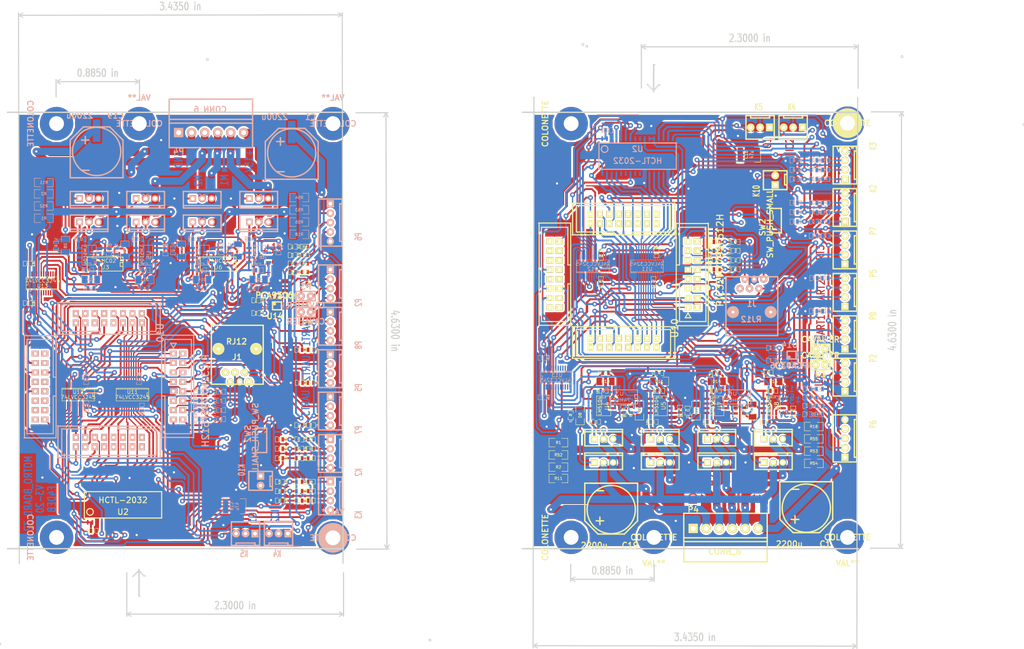
<source format=kicad_pcb>
(kicad_pcb (version 3) (host pcbnew "(2013-07-07 BZR 4022)-stable")
  (title_block (title MOTOR_BOARD) (rev V3-10) (company "CYBERNETISUE EN NORD") (comment 1 F4DEB))
  (layers (15 Dessus signal) (0 Dessous signal))
  (net 0 "")
  (net 1 +12V)
  (net 2 +15V)
  (net 3 +3.3V)
  (net 4 +5VD)
  (net 5 /MOTOR/ADC1)
  (net 6 /MOTOR/ADC2)
  (net 7 /MOTOR/DIR1)
  (net 8 /MOTOR/DIR2)
  (net 9 /MOTOR/PWM1)
  (net 10 /MOTOR/PWM2)
  (net 11 /PIC30F4013/BD0)
  (net 12 /PIC30F4013/BD1)
  (net 13 /PIC30F4013/BD2)
  (net 14 /PIC30F4013/BD3)
  (net 15 /PIC30F4013/BD4)
  (net 16 /PIC30F4013/BD5)
  (net 17 /PIC30F4013/BD6)
  (net 18 /PIC30F4013/BD7)
  (net 19 /PIC30F4013/D0)
  (net 20 /PIC30F4013/D1)
  (net 21 /PIC30F4013/D2)
  (net 22 /PIC30F4013/D3)
  (net 23 /PIC30F4013/D4)
  (net 24 /PIC30F4013/D5)
  (net 25 /PIC30F4013/D6)
  (net 26 /PIC30F4013/D7)
  (net 27 /PIC30F4013/DI1)
  (net 28 /PIC30F4013/DI2)
  (net 29 /PIC30F4013/IO1)
  (net 30 /PIC30F4013/IO2)
  (net 31 /PIC30F4013/OE)
  (net 32 /PIC30F4013/OSC)
  (net 33 /PIC30F4013/PGC)
  (net 34 /PIC30F4013/PGD)
  (net 35 /PIC30F4013/PW1)
  (net 36 /PIC30F4013/PW2)
  (net 37 /PIC30F4013/RF0)
  (net 38 /PIC30F4013/RF1)
  (net 39 /PIC30F4013/RST)
  (net 40 /PIC30F4013/RSTxy)
  (net 41 /PIC30F4013/RX1)
  (net 42 /PIC30F4013/RX2)
  (net 43 /PIC30F4013/RX3)
  (net 44 /PIC30F4013/SCL1)
  (net 45 /PIC30F4013/SDA1)
  (net 46 /PIC30F4013/SEL1)
  (net 47 /PIC30F4013/SEL2)
  (net 48 /PIC30F4013/U1RX)
  (net 49 /PIC30F4013/U1TX)
  (net 50 /PIC30F4013/U2RX)
  (net 51 /PIC30F4013/U2TX)
  (net 52 /PIC30F4013/U3RX)
  (net 53 /PIC30F4013/U3TX)
  (net 54 /PIC30F4013/X/Y)
  (net 55 GND)
  (net 56 N-00000101)
  (net 57 N-00000102)
  (net 58 N-00000104)
  (net 59 N-00000122)
  (net 60 N-00000123)
  (net 61 N-00000124)
  (net 62 N-00000125)
  (net 63 N-00000126)
  (net 64 N-00000127)
  (net 65 N-00000128)
  (net 66 N-00000129)
  (net 67 N-00000130)
  (net 68 N-00000131)
  (net 69 N-00000132)
  (net 70 N-00000133)
  (net 71 N-00000134)
  (net 72 N-00000135)
  (net 73 N-00000136)
  (net 74 N-00000145)
  (net 75 N-00000146)
  (net 76 N-00000147)
  (net 77 N-00000148)
  (net 78 N-00000149)
  (net 79 N-00000150)
  (net 80 N-00000151)
  (net 81 N-00000152)
  (net 82 N-00000153)
  (net 83 N-00000154)
  (net 84 N-00000155)
  (net 85 N-00000156)
  (net 86 N-00000157)
  (net 87 N-00000158)
  (net 88 N-00000159)
  (net 89 N-00000160)
  (net 90 N-00000161)
  (net 91 N-00000162)
  (net 92 N-00000163)
  (net 93 N-00000164)
  (net 94 N-00000165)
  (net 95 N-00000166)
  (net 96 N-00000167)
  (net 97 N-00000168)
  (net 98 N-00000169)
  (net 99 N-00000170)
  (net 100 N-00000171)
  (net 101 N-00000172)
  (net 102 N-00000173)
  (net 103 N-00000174)
  (net 104 N-00000175)
  (net 105 N-00000176)
  (net 106 N-00000177)
  (net 107 N-00000178)
  (net 108 N-00000179)
  (net 109 N-00000180)
  (net 110 N-0000021)
  (net 111 N-000003)
  (net 112 N-0000034)
  (net 113 N-0000053)
  (net 114 N-0000054)
  (net 115 N-0000055)
  (net 116 N-0000056)
  (net 117 N-0000057)
  (net 118 N-0000058)
  (net 119 N-0000059)
  (net 120 N-0000060)
  (net 121 N-0000061)
  (net 122 N-000007)
  (net 123 N-0000073)
  (net 124 N-000008)
  (net 125 N-0000083)
  (net 126 N-0000085)
  (net 127 N-000009)
  (net 128 N-0000090)
  (module WEIDMULLER-6 (layer Dessus) (at 214.376 155.829)
    (fp_text reference P4)
    (fp_text value CONN_6)
    (pad 1 thru_hole rect (at 0 0) (size 2.54 2.54) (drill 1.30048) (layers *.Cu *.Mask Dessus.SilkS) (net 55 GND))
    (pad 2 thru_hole circle (at 3.4925 0) (size 2.54 2.54) (drill 1.30048) (layers *.Cu *.Mask Dessus.SilkS) (net 105 N-00000176))
    (pad 3 thru_hole circle (at 7.0485 0) (size 2.54 2.54) (drill 1.30048) (layers *.Cu *.Mask Dessus.SilkS) (net 106 N-00000177))
    (pad 4 thru_hole circle (at 10.541 0) (size 2.54 2.54) (drill 1.30048) (layers *.Cu *.Mask Dessus.SilkS) (net 107 N-00000178))
    (pad 5 thru_hole circle (at 14.0335 0) (size 2.54 2.54) (drill 1.30048) (layers *.Cu *.Mask Dessus.SilkS) (net 108 N-00000179))
    (pad 6 thru_hole circle (at 17.526 0) (size 2.54 2.54) (drill 1.30048) (layers *.Cu *.Mask Dessus.SilkS) (net 2 +15V))
  )
  (module IRFIZ48V (layer Dessus) (at 190.246 131.699 90)
    (fp_text reference Q3)
    (fp_text value MOS_N hide)
    (pad 2 thru_hole circle (at 0 2.54 90) (size 1.778 1.778) (drill 1.016) (layers *.Cu *.Mask Dessus.SilkS) (net 5 /MOTOR/ADC1))
    (pad 3 thru_hole circle (at 0 0 90) (size 1.778 1.778) (drill 1.016) (layers *.Cu *.Mask Dessus.SilkS) (net 105 N-00000176))
    (pad 1 thru_hole rect (at 0 -2.54 90) (size 1.778 1.778) (drill 1.016) (layers *.Cu *.Mask Dessus.SilkS) (net 84 N-00000155))
  )
  (module IRFIZ48V (layer Dessus) (at 235.966 138.049 90)
    (fp_text reference Q6)
    (fp_text value MOS_N hide)
    (pad 2 thru_hole circle (at 0 2.54 90) (size 1.778 1.778) (drill 1.016) (layers *.Cu *.Mask Dessus.SilkS) (net 108 N-00000179))
    (pad 3 thru_hole circle (at 0 0 90) (size 1.778 1.778) (drill 1.016) (layers *.Cu *.Mask Dessus.SilkS) (net 2 +15V))
    (pad 1 thru_hole rect (at 0 -2.54 90) (size 1.778 1.778) (drill 1.016) (layers *.Cu *.Mask Dessus.SilkS) (net 82 N-00000153))
  )
  (module IRFIZ48V (layer Dessus) (at 235.966 131.699 90)
    (fp_text reference Q8)
    (fp_text value MOS_N hide)
    (pad 2 thru_hole circle (at 0 2.54 90) (size 1.778 1.778) (drill 1.016) (layers *.Cu *.Mask Dessus.SilkS) (net 6 /MOTOR/ADC2))
    (pad 3 thru_hole circle (at 0 0 90) (size 1.778 1.778) (drill 1.016) (layers *.Cu *.Mask Dessus.SilkS) (net 108 N-00000179))
    (pad 1 thru_hole rect (at 0 -2.54 90) (size 1.778 1.778) (drill 1.016) (layers *.Cu *.Mask Dessus.SilkS) (net 93 N-00000164))
  )
  (module IRFIZ48V (layer Dessus) (at 205.486 138.049 90)
    (fp_text reference Q2)
    (fp_text value MOS_N hide)
    (pad 2 thru_hole circle (at 0 2.54 90) (size 1.778 1.778) (drill 1.016) (layers *.Cu *.Mask Dessus.SilkS) (net 106 N-00000177))
    (pad 3 thru_hole circle (at 0 0 90) (size 1.778 1.778) (drill 1.016) (layers *.Cu *.Mask Dessus.SilkS) (net 2 +15V))
    (pad 1 thru_hole rect (at 0 -2.54 90) (size 1.778 1.778) (drill 1.016) (layers *.Cu *.Mask Dessus.SilkS) (net 96 N-00000167))
  )
  (module IRFIZ48V (layer Dessus) (at 205.486 131.699 90)
    (fp_text reference Q4)
    (fp_text value MOS_N hide)
    (pad 2 thru_hole circle (at 0 2.54 90) (size 1.778 1.778) (drill 1.016) (layers *.Cu *.Mask Dessus.SilkS) (net 5 /MOTOR/ADC1))
    (pad 3 thru_hole circle (at 0 0 90) (size 1.778 1.778) (drill 1.016) (layers *.Cu *.Mask Dessus.SilkS) (net 106 N-00000177))
    (pad 1 thru_hole rect (at 0 -2.54 90) (size 1.778 1.778) (drill 1.016) (layers *.Cu *.Mask Dessus.SilkS) (net 95 N-00000166))
  )
  (module IRFIZ48V (layer Dessus) (at 220.726 131.699 90)
    (fp_text reference Q7)
    (fp_text value MOS_N hide)
    (pad 2 thru_hole circle (at 0 2.54 90) (size 1.778 1.778) (drill 1.016) (layers *.Cu *.Mask Dessus.SilkS) (net 6 /MOTOR/ADC2))
    (pad 3 thru_hole circle (at 0 0 90) (size 1.778 1.778) (drill 1.016) (layers *.Cu *.Mask Dessus.SilkS) (net 107 N-00000178))
    (pad 1 thru_hole rect (at 0 -2.54 90) (size 1.778 1.778) (drill 1.016) (layers *.Cu *.Mask Dessus.SilkS) (net 83 N-00000154))
  )
  (module IRFIZ48V (layer Dessus) (at 190.246 138.049 90)
    (fp_text reference Q1)
    (fp_text value MOS_N hide)
    (pad 2 thru_hole circle (at 0 2.54 90) (size 1.778 1.778) (drill 1.016) (layers *.Cu *.Mask Dessus.SilkS) (net 105 N-00000176))
    (pad 3 thru_hole circle (at 0 0 90) (size 1.778 1.778) (drill 1.016) (layers *.Cu *.Mask Dessus.SilkS) (net 2 +15V))
    (pad 1 thru_hole rect (at 0 -2.54 90) (size 1.778 1.778) (drill 1.016) (layers *.Cu *.Mask Dessus.SilkS) (net 85 N-00000156))
  )
  (module IRFIZ48V (layer Dessus) (at 220.726 138.049 90)
    (fp_text reference Q5)
    (fp_text value MOS_N hide)
    (pad 2 thru_hole circle (at 0 2.54 90) (size 1.778 1.778) (drill 1.016) (layers *.Cu *.Mask Dessus.SilkS) (net 107 N-00000178))
    (pad 3 thru_hole circle (at 0 0 90) (size 1.778 1.778) (drill 1.016) (layers *.Cu *.Mask Dessus.SilkS) (net 2 +15V))
    (pad 1 thru_hole rect (at 0 -2.54 90) (size 1.778 1.778) (drill 1.016) (layers *.Cu *.Mask Dessus.SilkS) (net 91 N-00000162))
  )
  (module KK-4 (layer Dessus) (at 255.27 65.532 270)
    (fp_text reference K2)
    (fp_text value CONN_4 hide)
    (pad 1 thru_hole rect (at 7.62 0 270) (size 1.99898 1.99898) (drill 1.00076) (layers *.Cu *.Mask Dessus.SilkS) (net 116 N-0000056))
    (pad 2 thru_hole circle (at 5.08 0 270) (size 1.99898 1.99898) (drill 1.00076) (layers *.Cu *.Mask Dessus.SilkS) (net 65 N-00000128))
    (pad 3 thru_hole circle (at 2.54 0 270) (size 1.99898 1.99898) (drill 1.00076) (layers *.Cu *.Mask Dessus.SilkS) (net 117 N-0000057))
    (pad 4 thru_hole circle (at 0 0 270) (size 1.99898 1.99898) (drill 1.00076) (layers *.Cu *.Mask Dessus.SilkS) (net 1 +12V))
  )
  (module KK-4 (layer Dessus) (at 255.27 76.962 270)
    (fp_text reference P7)
    (fp_text value CONN_4 hide)
    (pad 1 thru_hole rect (at 7.62 0 270) (size 1.99898 1.99898) (drill 1.00076) (layers *.Cu *.Mask Dessus.SilkS) (net 55 GND))
    (pad 2 thru_hole circle (at 5.08 0 270) (size 1.99898 1.99898) (drill 1.00076) (layers *.Cu *.Mask Dessus.SilkS) (net 53 /PIC30F4013/U3TX))
    (pad 3 thru_hole circle (at 2.54 0 270) (size 1.99898 1.99898) (drill 1.00076) (layers *.Cu *.Mask Dessus.SilkS) (net 4 +5VD))
    (pad 4 thru_hole circle (at 0 0 270) (size 1.99898 1.99898) (drill 1.00076) (layers *.Cu *.Mask Dessus.SilkS) (net 52 /PIC30F4013/U3RX))
  )
  (module KK-4 (layer Dessus) (at 255.27 88.392 270)
    (fp_text reference P5)
    (fp_text value CONN_4 hide)
    (pad 1 thru_hole rect (at 7.62 0 270) (size 1.99898 1.99898) (drill 1.00076) (layers *.Cu *.Mask Dessus.SilkS) (net 55 GND))
    (pad 2 thru_hole circle (at 5.08 0 270) (size 1.99898 1.99898) (drill 1.00076) (layers *.Cu *.Mask Dessus.SilkS) (net 51 /PIC30F4013/U2TX))
    (pad 3 thru_hole circle (at 2.54 0 270) (size 1.99898 1.99898) (drill 1.00076) (layers *.Cu *.Mask Dessus.SilkS) (net 4 +5VD))
    (pad 4 thru_hole circle (at 0 0 270) (size 1.99898 1.99898) (drill 1.00076) (layers *.Cu *.Mask Dessus.SilkS) (net 50 /PIC30F4013/U2RX))
  )
  (module KK-4 (layer Dessus) (at 255.27 99.822 270)
    (fp_text reference P8)
    (fp_text value CONN_4 hide)
    (pad 1 thru_hole rect (at 7.62 0 270) (size 1.99898 1.99898) (drill 1.00076) (layers *.Cu *.Mask Dessus.SilkS) (net 55 GND))
    (pad 2 thru_hole circle (at 5.08 0 270) (size 1.99898 1.99898) (drill 1.00076) (layers *.Cu *.Mask Dessus.SilkS) (net 49 /PIC30F4013/U1TX))
    (pad 3 thru_hole circle (at 2.54 0 270) (size 1.99898 1.99898) (drill 1.00076) (layers *.Cu *.Mask Dessus.SilkS) (net 4 +5VD))
    (pad 4 thru_hole circle (at 0 0 270) (size 1.99898 1.99898) (drill 1.00076) (layers *.Cu *.Mask Dessus.SilkS) (net 48 /PIC30F4013/U1RX))
  )
  (module KK-4 (layer Dessus) (at 255.27 111.252 270)
    (fp_text reference P2)
    (fp_text value CONN_4 hide)
    (pad 1 thru_hole rect (at 7.62 0 270) (size 1.99898 1.99898) (drill 1.00076) (layers *.Cu *.Mask Dessus.SilkS) (net 55 GND))
    (pad 2 thru_hole circle (at 5.08 0 270) (size 1.99898 1.99898) (drill 1.00076) (layers *.Cu *.Mask Dessus.SilkS) (net 4 +5VD))
    (pad 3 thru_hole circle (at 2.54 0 270) (size 1.99898 1.99898) (drill 1.00076) (layers *.Cu *.Mask Dessus.SilkS) (net 44 /PIC30F4013/SCL1))
    (pad 4 thru_hole circle (at 0 0 270) (size 1.99898 1.99898) (drill 1.00076) (layers *.Cu *.Mask Dessus.SilkS) (net 45 /PIC30F4013/SDA1))
  )
  (module KK-5 (layer Dessus) (at 255.27 129.032 270)
    (fp_text reference P6)
    (fp_text value CONN_5 hide)
    (pad 5 thru_hole circle (at -2.54 0 270) (size 1.99898 1.99898) (drill 1.00076) (layers *.Cu *.Mask Dessus.SilkS) (net 55 GND))
    (pad 1 thru_hole rect (at 7.62 0 270) (size 1.99898 1.99898) (drill 1.00076) (layers *.Cu *.Mask Dessus.SilkS) (net 55 GND))
    (pad 2 thru_hole circle (at 5.08 0 270) (size 1.99898 1.99898) (drill 1.00076) (layers *.Cu *.Mask Dessus.SilkS) (net 3 +3.3V))
    (pad 3 thru_hole circle (at 2.54 0 270) (size 1.99898 1.99898) (drill 1.00076) (layers *.Cu *.Mask Dessus.SilkS) (net 4 +5VD))
    (pad 4 thru_hole circle (at 0 0 270) (size 1.99898 1.99898) (drill 1.00076) (layers *.Cu *.Mask Dessus.SilkS) (net 1 +12V))
  )
  (module PIC32½64 (layer Dessus) (at 215.519 96.266 90)
    (fp_text reference U10)
    (fp_text value PIC32MX795F512H)
    (pad 15 thru_hole rect (at 17.78 -2.54254) (size 1.89992 1.6002) (drill 0.8001) (layers *.Cu *.Mask Dessus.SilkS) (net 33 /PIC30F4013/PGC))
    (pad 16 thru_hole rect (at 17.78 -0.00254) (size 1.89992 1.6002) (drill 0.8001) (layers *.Cu *.Mask Dessus.SilkS) (net 34 /PIC30F4013/PGD))
    (pad 13 thru_hole rect (at 15.24 -2.54254) (size 1.89992 1.6002) (drill 0.8001) (layers *.Cu *.Mask Dessus.SilkS) (net 59 N-00000122))
    (pad 14 thru_hole rect (at 15.24 -0.00254) (size 1.89992 1.6002) (drill 0.8001) (layers *.Cu *.Mask Dessus.SilkS) (net 123 N-0000073))
    (pad 11 thru_hole rect (at 12.7 -2.54254) (size 1.89992 1.6002) (drill 0.8001) (layers *.Cu *.Mask Dessus.SilkS) (net 60 N-00000123))
    (pad 12 thru_hole rect (at 12.7 -0.00254) (size 1.89992 1.6002) (drill 0.8001) (layers *.Cu *.Mask Dessus.SilkS) (net 61 N-00000124))
    (pad 9 thru_hole rect (at 10.16 -2.54254) (size 1.89992 1.6002) (drill 0.8001) (layers *.Cu *.Mask Dessus.SilkS) (net 55 GND))
    (pad 10 thru_hole rect (at 10.16 -0.00254) (size 1.89992 1.6002) (drill 0.8001) (layers *.Cu *.Mask Dessus.SilkS) (net 3 +3.3V))
    (pad 7 thru_hole rect (at 7.62 -2.54254) (size 1.89992 1.6002) (drill 0.8001) (layers *.Cu *.Mask Dessus.SilkS) (net 39 /PIC30F4013/RST))
    (pad 8 thru_hole rect (at 7.62 -0.00254) (size 1.89992 1.6002) (drill 0.8001) (layers *.Cu *.Mask Dessus.SilkS) (net 57 N-00000102))
    (pad 5 thru_hole rect (at 5.08 -2.54254) (size 1.89992 1.6002) (drill 0.8001) (layers *.Cu *.Mask Dessus.SilkS) (net 43 /PIC30F4013/RX3))
    (pad 6 thru_hole rect (at 5.08 -0.00254) (size 1.89992 1.6002) (drill 0.8001) (layers *.Cu *.Mask Dessus.SilkS) (net 125 N-0000083))
    (pad 3 thru_hole rect (at 2.54 -2.54254) (size 1.89992 1.6002) (drill 0.8001) (layers *.Cu *.Mask Dessus.SilkS) (net 18 /PIC30F4013/BD7))
    (pad 4 thru_hole rect (at 2.54 -0.00254) (size 1.89992 1.6002) (drill 0.8001) (layers *.Cu *.Mask Dessus.SilkS) (net 58 N-00000104))
    (pad 1 thru_hole rect (at 0 -2.54254) (size 1.89992 1.6002) (drill 0.8001) (layers *.Cu *.Mask Dessus.SilkS) (net 16 /PIC30F4013/BD5))
    (pad 2 thru_hole rect (at 0 -0.00254) (size 1.89992 1.6002) (drill 0.8001) (layers *.Cu *.Mask Dessus.SilkS) (net 17 /PIC30F4013/BD6))
    (pad 34 thru_hole rect (at 17.78 -39.751) (size 1.89992 1.6002) (drill 0.8001) (layers *.Cu *.Mask Dessus.SilkS))
    (pad 33 thru_hole rect (at 17.78 -37.211) (size 1.89992 1.6002) (drill 0.8001) (layers *.Cu *.Mask Dessus.SilkS) (net 126 N-0000085))
    (pad 36 thru_hole rect (at 15.24 -39.751) (size 1.89992 1.6002) (drill 0.8001) (layers *.Cu *.Mask Dessus.SilkS))
    (pad 35 thru_hole rect (at 15.24 -37.211) (size 1.89992 1.6002) (drill 0.8001) (layers *.Cu *.Mask Dessus.SilkS))
    (pad 38 thru_hole rect (at 12.7 -39.751) (size 1.89992 1.6002) (drill 0.8001) (layers *.Cu *.Mask Dessus.SilkS))
    (pad 37 thru_hole rect (at 12.7 -37.211) (size 1.89992 1.6002) (drill 0.8001) (layers *.Cu *.Mask Dessus.SilkS))
    (pad 40 thru_hole rect (at 10.16 -39.751) (size 1.89992 1.6002) (drill 0.8001) (layers *.Cu *.Mask Dessus.SilkS) (net 32 /PIC30F4013/OSC))
    (pad 39 thru_hole rect (at 10.16 -37.211) (size 1.89992 1.6002) (drill 0.8001) (layers *.Cu *.Mask Dessus.SilkS))
    (pad 42 thru_hole rect (at 7.62 -39.751) (size 1.89992 1.6002) (drill 0.8001) (layers *.Cu *.Mask Dessus.SilkS))
    (pad 41 thru_hole rect (at 7.62 -37.211) (size 1.89992 1.6002) (drill 0.8001) (layers *.Cu *.Mask Dessus.SilkS))
    (pad 44 thru_hole rect (at 5.08 -39.751) (size 1.89992 1.6002) (drill 0.8001) (layers *.Cu *.Mask Dessus.SilkS) (net 73 N-00000136))
    (pad 43 thru_hole rect (at 5.08 -37.211) (size 1.89992 1.6002) (drill 0.8001) (layers *.Cu *.Mask Dessus.SilkS) (net 72 N-00000135))
    (pad 46 thru_hole rect (at 2.54 -39.751) (size 1.89992 1.6002) (drill 0.8001) (layers *.Cu *.Mask Dessus.SilkS) (net 35 /PIC30F4013/PW1))
    (pad 45 thru_hole rect (at 2.54 -37.211) (size 1.89992 1.6002) (drill 0.8001) (layers *.Cu *.Mask Dessus.SilkS))
    (pad 48 thru_hole rect (at 0 -39.751) (size 1.89992 1.6002) (drill 0.8001) (layers *.Cu *.Mask Dessus.SilkS))
    (pad 47 thru_hole rect (at 0 -37.211) (size 1.89992 1.6002) (drill 0.8001) (layers *.Cu *.Mask Dessus.SilkS))
    (pad 31 thru_hole rect (at 22.606 -28.829) (size 1.6002 1.89992) (drill 0.8001) (layers *.Cu *.Mask Dessus.SilkS) (net 42 /PIC30F4013/RX2))
    (pad 32 thru_hole rect (at 25.146 -28.829) (size 1.6002 1.89992) (drill 0.8001) (layers *.Cu *.Mask Dessus.SilkS) (net 56 N-00000101))
    (pad 29 thru_hole rect (at 22.606 -26.289) (size 1.6002 1.89992) (drill 0.8001) (layers *.Cu *.Mask Dessus.SilkS) (net 5 /MOTOR/ADC1))
    (pad 30 thru_hole rect (at 25.146 -26.289) (size 1.6002 1.89992) (drill 0.8001) (layers *.Cu *.Mask Dessus.SilkS) (net 6 /MOTOR/ADC2))
    (pad 27 thru_hole rect (at 22.606 -23.749) (size 1.6002 1.89992) (drill 0.8001) (layers *.Cu *.Mask Dessus.SilkS) (net 29 /PIC30F4013/IO1))
    (pad 28 thru_hole rect (at 25.146 -23.749) (size 1.6002 1.89992) (drill 0.8001) (layers *.Cu *.Mask Dessus.SilkS) (net 30 /PIC30F4013/IO2))
    (pad 25 thru_hole rect (at 22.606 -21.209) (size 1.6002 1.89992) (drill 0.8001) (layers *.Cu *.Mask Dessus.SilkS))
    (pad 26 thru_hole rect (at 25.146 -21.209) (size 1.6002 1.89992) (drill 0.8001) (layers *.Cu *.Mask Dessus.SilkS))
    (pad 23 thru_hole rect (at 22.606 -18.669) (size 1.6002 1.89992) (drill 0.8001) (layers *.Cu *.Mask Dessus.SilkS))
    (pad 24 thru_hole rect (at 25.146 -18.669) (size 1.6002 1.89992) (drill 0.8001) (layers *.Cu *.Mask Dessus.SilkS))
    (pad 21 thru_hole rect (at 22.606 -16.129) (size 1.6002 1.89992) (drill 0.8001) (layers *.Cu *.Mask Dessus.SilkS))
    (pad 22 thru_hole rect (at 25.146 -16.129) (size 1.6002 1.89992) (drill 0.8001) (layers *.Cu *.Mask Dessus.SilkS))
    (pad 19 thru_hole rect (at 22.606 -13.589) (size 1.6002 1.89992) (drill 0.8001) (layers *.Cu *.Mask Dessus.SilkS))
    (pad 20 thru_hole rect (at 25.146 -13.589) (size 1.6002 1.89992) (drill 0.8001) (layers *.Cu *.Mask Dessus.SilkS))
    (pad 17 thru_hole rect (at 22.606 -11.049) (size 1.6002 1.89992) (drill 0.8001) (layers *.Cu *.Mask Dessus.SilkS))
    (pad 18 thru_hole rect (at 25.146 -11.049) (size 1.6002 1.89992) (drill 0.8001) (layers *.Cu *.Mask Dessus.SilkS))
    (pad 64 thru_hole rect (at -10.795 -11.049) (size 1.6002 1.89992) (drill 0.8001) (layers *.Cu *.Mask Dessus.SilkS) (net 15 /PIC30F4013/BD4))
    (pad 63 thru_hole rect (at -8.255 -11.049) (size 1.6002 1.89992) (drill 0.8001) (layers *.Cu *.Mask Dessus.SilkS) (net 14 /PIC30F4013/BD3))
    (pad 62 thru_hole rect (at -10.795 -13.589) (size 1.6002 1.89992) (drill 0.8001) (layers *.Cu *.Mask Dessus.SilkS) (net 13 /PIC30F4013/BD2))
    (pad 61 thru_hole rect (at -8.255 -13.589) (size 1.6002 1.89992) (drill 0.8001) (layers *.Cu *.Mask Dessus.SilkS) (net 12 /PIC30F4013/BD1))
    (pad 60 thru_hole rect (at -10.795 -16.129) (size 1.6002 1.89992) (drill 0.8001) (layers *.Cu *.Mask Dessus.SilkS) (net 11 /PIC30F4013/BD0))
    (pad 59 thru_hole rect (at -8.255 -16.129) (size 1.6002 1.89992) (drill 0.8001) (layers *.Cu *.Mask Dessus.SilkS) (net 38 /PIC30F4013/RF1))
    (pad 58 thru_hole rect (at -10.795 -18.669) (size 1.6002 1.89992) (drill 0.8001) (layers *.Cu *.Mask Dessus.SilkS) (net 37 /PIC30F4013/RF0))
    (pad 57 thru_hole rect (at -8.255 -18.669) (size 1.6002 1.89992) (drill 0.8001) (layers *.Cu *.Mask Dessus.SilkS))
    (pad 56 thru_hole rect (at -10.795 -21.209) (size 1.6002 1.89992) (drill 0.8001) (layers *.Cu *.Mask Dessus.SilkS))
    (pad 55 thru_hole rect (at -8.255 -21.209) (size 1.6002 1.89992) (drill 0.8001) (layers *.Cu *.Mask Dessus.SilkS) (net 28 /PIC30F4013/DI2))
    (pad 54 thru_hole rect (at -10.795 -23.749) (size 1.6002 1.89992) (drill 0.8001) (layers *.Cu *.Mask Dessus.SilkS) (net 27 /PIC30F4013/DI1))
    (pad 53 thru_hole rect (at -8.255 -23.749) (size 1.6002 1.89992) (drill 0.8001) (layers *.Cu *.Mask Dessus.SilkS))
    (pad 52 thru_hole rect (at -10.795 -26.289) (size 1.6002 1.89992) (drill 0.8001) (layers *.Cu *.Mask Dessus.SilkS))
    (pad 51 thru_hole rect (at -8.255 -26.289) (size 1.6002 1.89992) (drill 0.8001) (layers *.Cu *.Mask Dessus.SilkS) (net 128 N-0000090))
    (pad 50 thru_hole rect (at -10.795 -28.829) (size 1.6002 1.89992) (drill 0.8001) (layers *.Cu *.Mask Dessus.SilkS) (net 41 /PIC30F4013/RX1))
    (pad 49 thru_hole rect (at -8.255 -28.829) (size 1.6002 1.89992) (drill 0.8001) (layers *.Cu *.Mask Dessus.SilkS) (net 36 /PIC30F4013/PW2))
  )
  (module C_14x16 (layer Dessus) (at 244.856 155.956 180)
    (fp_text reference C1)
    (fp_text value 2200u)
    (pad 1 smd rect (at 0 0 180) (size 2 6) (layers Dessus Dessus.Pate Dessus.Masque) (net 2 +15V))
    (pad 2 smd rect (at 0 11.684 180) (size 2 6) (layers Dessus Dessus.Pate Dessus.Masque) (net 55 GND))
  )
  (module C_14x16 (layer Dessus) (at 192.278 156.337 180)
    (fp_text reference C19)
    (fp_text value 2200u)
    (pad 1 smd rect (at 0 0 180) (size 2 6) (layers Dessus Dessus.Pate Dessus.Masque) (net 2 +15V))
    (pad 2 smd rect (at 0 11.684 180) (size 2 6) (layers Dessus Dessus.Pate Dessus.Masque) (net 55 GND))
  )
  (module SW2 (layer Dessus) (at 236.601 76.708 90)
    (fp_text reference SW2)
    (fp_text value SW_PUSH_SMALL)
    (pad 1 smd rect (at 0 0 90) (size 2.5 1.5) (layers Dessus Dessus.Pate Dessus.Masque) (net 39 /PIC30F4013/RST))
    (pad 2 smd rect (at 7.62 0 90) (size 2.5 1.5) (layers Dessus Dessus.Pate Dessus.Masque) (net 55 GND))
  )
  (module CAVALIER (layer Dessus) (at 249.936 111.76 180)
    (fp_text reference P3)
    (fp_text value CAVALIER)
    (pad 1 thru_hole circle (at 0 0 180) (size 1.99898 1.99898) (drill 0.8001) (layers *.Mask Dessous Dessus.SilkS) (net 44 /PIC30F4013/SCL1))
    (pad 2 thru_hole circle (at 2.54 0 180) (size 1.99898 1.99898) (drill 0.8001) (layers *.Mask Dessous Dessus.SilkS) (net 110 N-0000021))
  )
  (module COLONETTE (layer Dessus) (at 181.483 158.242 90)
    (fp_text reference K8)
    (fp_text value COLONETTE)
    (pad 1 thru_hole circle (at 0 0 90) (size 8.99922 8.99922) (drill 4.0005) (layers *.Cu))
  )
  (module COLONETTE (layer Dessus) (at 181.483 46.736 90)
    (fp_text reference K9)
    (fp_text value COLONETTE)
    (pad 1 thru_hole circle (at 0 0 90) (size 8.99922 8.99922) (drill 4.0005) (layers *.Cu))
  )
  (module CAVALIER (layer Dessus) (at 249.936 107.442 180)
    (fp_text reference P1)
    (fp_text value CAVALIER)
    (pad 1 thru_hole circle (at 0 0 180) (size 1.99898 1.99898) (drill 0.8001) (layers *.Mask Dessous Dessus.SilkS) (net 45 /PIC30F4013/SDA1))
    (pad 2 thru_hole circle (at 2.54 0 180) (size 1.99898 1.99898) (drill 0.8001) (layers *.Mask Dessous Dessus.SilkS) (net 112 N-0000034))
  )
  (module KK-3 (layer Dessus) (at 238.76 47.752)
    (fp_text reference K4)
    (fp_text value CONN_3 hide)
    (pad 1 thru_hole rect (at 5.08 0) (size 1.89992 2.10058) (drill 1.00076) (layers *.Mask Dessous Dessus.SilkS) (net 55 GND))
    (pad 2 thru_hole circle (at 2.54 0) (size 2.10058 2.10058) (drill 0.89916) (layers *.Mask Dessous Dessus.SilkS) (net 4 +5VD))
    (pad 3 thru_hole circle (at 0 0) (size 2.10058 2.10058) (drill 0.89916) (layers *.Mask Dessous Dessus.SilkS) (net 30 /PIC30F4013/IO2))
  )
  (module KK-3 (layer Dessus) (at 229.87 47.752)
    (fp_text reference K5)
    (fp_text value CONN_3 hide)
    (pad 1 thru_hole rect (at 5.08 0) (size 1.89992 2.10058) (drill 1.00076) (layers *.Mask Dessous Dessus.SilkS) (net 55 GND))
    (pad 2 thru_hole circle (at 2.54 0) (size 2.10058 2.10058) (drill 0.89916) (layers *.Mask Dessous Dessus.SilkS) (net 4 +5VD))
    (pad 3 thru_hole circle (at 0 0) (size 2.10058 2.10058) (drill 0.89916) (layers *.Mask Dessous Dessus.SilkS) (net 29 /PIC30F4013/IO1))
  )
  (module SIL-3"1/2-2-D (layer Dessus) (at 236.474 60.706 270)
    (fp_text reference K10)
    (fp_text value CONN_2 hide)
    (pad 1 thru_hole rect (at 2.54 0 270) (size 1.99898 1.99898) (drill 1.00076) (layers *.Mask Dessous Dessus.SilkS) (net 55 GND))
    (pad 2 thru_hole circle (at 0 0 270) (size 2.10058 2.10058) (drill 0.89916) (layers *.Mask Dessous Dessus.SilkS) (net 39 /PIC30F4013/RST))
  )
  (module SM0603 (layer Dessous) (at 250.063 56.642 180)
    (fp_text reference D7)
    (fp_text value JAUNE hide)
    (pad 1 smd rect (at -0.762 0 180) (size 0.635 1.143) (layers Dessous Dessous.Pate Dessous.Masque) (net 63 N-00000126))
    (pad 2 smd rect (at 0.762 0 180) (size 0.635 1.143) (layers Dessous Dessous.Pate Dessous.Masque) (net 69 N-00000132))
  )
  (module SM0603 (layer Dessous) (at 250.063 59.182 180)
    (fp_text reference D6)
    (fp_text value JAUNE hide)
    (pad 1 smd rect (at -0.762 0 180) (size 0.635 1.143) (layers Dessous Dessous.Pate Dessous.Masque) (net 118 N-0000058))
    (pad 2 smd rect (at 0.762 0 180) (size 0.635 1.143) (layers Dessous Dessous.Pate Dessous.Masque) (net 121 N-0000061))
  )
  (module SM0603 (layer Dessous) (at 250.063 61.722 180)
    (fp_text reference D5)
    (fp_text value JAUNE hide)
    (pad 1 smd rect (at -0.762 0 180) (size 0.635 1.143) (layers Dessous Dessous.Pate Dessous.Masque) (net 64 N-00000127))
    (pad 2 smd rect (at 0.762 0 180) (size 0.635 1.143) (layers Dessous Dessous.Pate Dessous.Masque) (net 70 N-00000133))
  )
  (module SM0603 (layer Dessous) (at 250.063 70.612 180)
    (fp_text reference D3)
    (fp_text value JAUNE hide)
    (pad 1 smd rect (at -0.762 0 180) (size 0.635 1.143) (layers Dessous Dessous.Pate Dessous.Masque) (net 65 N-00000128))
    (pad 2 smd rect (at 0.762 0 180) (size 0.635 1.143) (layers Dessous Dessous.Pate Dessous.Masque) (net 114 N-0000054))
  )
  (module SM0603 (layer Dessous) (at 250.063 68.072 180)
    (fp_text reference D4)
    (fp_text value JAUNE hide)
    (pad 1 smd rect (at -0.762 0 180) (size 0.635 1.143) (layers Dessous Dessous.Pate Dessous.Masque) (net 117 N-0000057))
    (pad 2 smd rect (at 0.762 0 180) (size 0.635 1.143) (layers Dessous Dessous.Pate Dessous.Masque) (net 67 N-00000130))
  )
  (module SM0603 (layer Dessous) (at 250.063 73.152 180)
    (fp_text reference D2)
    (fp_text value JAUNE hide)
    (pad 1 smd rect (at -0.762 0 180) (size 0.635 1.143) (layers Dessous Dessous.Pate Dessous.Masque) (net 116 N-0000056))
    (pad 2 smd rect (at 0.762 0 180) (size 0.635 1.143) (layers Dessous Dessous.Pate Dessous.Masque) (net 68 N-00000131))
  )
  (module SM0603 (layer Dessous) (at 248.412 118.237 180)
    (fp_text reference D17)
    (fp_text value VERT hide)
    (pad 1 smd rect (at -0.762 0 180) (size 0.635 1.143) (layers Dessous Dessous.Pate Dessous.Masque) (net 1 +12V))
    (pad 2 smd rect (at 0.762 0 180) (size 0.635 1.143) (layers Dessous Dessous.Pate Dessous.Masque) (net 127 N-000009))
  )
  (module SM0603 (layer Dessous) (at 248.412 125.095 180)
    (fp_text reference D18)
    (fp_text value VERT hide)
    (pad 1 smd rect (at -0.762 0 180) (size 0.635 1.143) (layers Dessous Dessous.Pate Dessous.Masque) (net 2 +15V))
    (pad 2 smd rect (at 0.762 0 180) (size 0.635 1.143) (layers Dessous Dessous.Pate Dessous.Masque) (net 111 N-000003))
  )
  (module SM0603 (layer Dessous) (at 248.412 122.809 180)
    (fp_text reference D1)
    (fp_text value VERT hide)
    (pad 1 smd rect (at -0.762 0 180) (size 0.635 1.143) (layers Dessous Dessous.Pate Dessous.Masque) (net 3 +3.3V))
    (pad 2 smd rect (at 0.762 0 180) (size 0.635 1.143) (layers Dessous Dessous.Pate Dessous.Masque) (net 122 N-000007))
  )
  (module SM0603 (layer Dessous) (at 248.412 120.523 180)
    (fp_text reference D16)
    (fp_text value VERT hide)
    (pad 1 smd rect (at -0.762 0 180) (size 0.635 1.143) (layers Dessous Dessous.Pate Dessous.Masque) (net 4 +5VD))
    (pad 2 smd rect (at 0.762 0 180) (size 0.635 1.143) (layers Dessous Dessous.Pate Dessous.Masque) (net 124 N-000008))
  )
  (module SM0603_Capa (layer Dessous) (at 191.516 48.514)
    (fp_text reference C21)
    (fp_text value 6.8n)
    (pad 1 smd rect (at -0.762 0) (size 0.635 1.143) (layers Dessous Dessous.Pate Dessous.Masque) (net 4 +5VD))
    (pad 2 smd rect (at 0.762 0) (size 0.635 1.143) (layers Dessous Dessous.Pate Dessous.Masque) (net 55 GND))
  )
  (module SM0603_Capa (layer Dessus) (at 235.966 118.745)
    (fp_text reference C10)
    (fp_text value 100n)
    (pad 1 smd rect (at -0.762 0) (size 0.635 1.143) (layers Dessus Dessus.Pate Dessus.Masque) (net 1 +12V))
    (pad 2 smd rect (at 0.762 0) (size 0.635 1.143) (layers Dessus Dessus.Pate Dessus.Masque) (net 55 GND))
  )
  (module SM0603_Capa (layer Dessus) (at 205.486 118.745)
    (fp_text reference C6)
    (fp_text value 100n)
    (pad 1 smd rect (at -0.762 0) (size 0.635 1.143) (layers Dessus Dessus.Pate Dessus.Masque) (net 1 +12V))
    (pad 2 smd rect (at 0.762 0) (size 0.635 1.143) (layers Dessus Dessus.Pate Dessus.Masque) (net 55 GND))
  )
  (module SM0603_Capa (layer Dessus) (at 234.188 127.127)
    (fp_text reference C8)
    (fp_text value 100n)
    (pad 1 smd rect (at -0.762 0) (size 0.635 1.143) (layers Dessus Dessus.Pate Dessus.Masque) (net 108 N-00000179))
    (pad 2 smd rect (at 0.762 0) (size 0.635 1.143) (layers Dessus Dessus.Pate Dessus.Masque) (net 79 N-00000150))
  )
  (module SM0603_Capa (layer Dessus) (at 188.214 127.127)
    (fp_text reference C3)
    (fp_text value 100n)
    (pad 1 smd rect (at -0.762 0) (size 0.635 1.143) (layers Dessus Dessus.Pate Dessus.Masque) (net 105 N-00000176))
    (pad 2 smd rect (at 0.762 0) (size 0.635 1.143) (layers Dessus Dessus.Pate Dessus.Masque) (net 104 N-00000175))
  )
  (module SM0603_Capa (layer Dessus) (at 204.47 81.661 270)
    (fp_text reference C15)
    (fp_text value 6.8n)
    (pad 1 smd rect (at -0.762 0 270) (size 0.635 1.143) (layers Dessus Dessus.Pate Dessus.Masque) (net 4 +5VD))
    (pad 2 smd rect (at 0.762 0 270) (size 0.635 1.143) (layers Dessus Dessus.Pate Dessus.Masque) (net 55 GND))
  )
  (module SM0603_Capa (layer Dessus) (at 189.484 82.423 270)
    (fp_text reference C16)
    (fp_text value 6.8n)
    (pad 1 smd rect (at -0.762 0 270) (size 0.635 1.143) (layers Dessus Dessus.Pate Dessus.Masque) (net 4 +5VD))
    (pad 2 smd rect (at 0.762 0 270) (size 0.635 1.143) (layers Dessus Dessus.Pate Dessus.Masque) (net 55 GND))
  )
  (module SM0603_Capa (layer Dessus) (at 218.948 127.127)
    (fp_text reference C7)
    (fp_text value 100n)
    (pad 1 smd rect (at -0.762 0) (size 0.635 1.143) (layers Dessus Dessus.Pate Dessus.Masque) (net 107 N-00000178))
    (pad 2 smd rect (at 0.762 0) (size 0.635 1.143) (layers Dessus Dessus.Pate Dessus.Masque) (net 99 N-00000170))
  )
  (module SM0603_Capa (layer Dessus) (at 203.708 127.127)
    (fp_text reference C4)
    (fp_text value 100n)
    (pad 1 smd rect (at -0.762 0) (size 0.635 1.143) (layers Dessus Dessus.Pate Dessus.Masque) (net 106 N-00000177))
    (pad 2 smd rect (at 0.762 0) (size 0.635 1.143) (layers Dessus Dessus.Pate Dessus.Masque) (net 90 N-00000161))
  )
  (module SM0603_Capa (layer Dessous) (at 173.736 120.523 180)
    (fp_text reference C17)
    (fp_text value 6.8n)
    (pad 1 smd rect (at -0.762 0 180) (size 0.635 1.143) (layers Dessous Dessous.Pate Dessous.Masque) (net 4 +5VD))
    (pad 2 smd rect (at 0.762 0 180) (size 0.635 1.143) (layers Dessous Dessous.Pate Dessous.Masque) (net 55 GND))
  )
  (module SM0603_Capa (layer Dessus) (at 190.246 118.745)
    (fp_text reference C5)
    (fp_text value 100n)
    (pad 1 smd rect (at -0.762 0) (size 0.635 1.143) (layers Dessus Dessus.Pate Dessus.Masque) (net 1 +12V))
    (pad 2 smd rect (at 0.762 0) (size 0.635 1.143) (layers Dessus Dessus.Pate Dessus.Masque) (net 55 GND))
  )
  (module SM0603_Capa (layer Dessus) (at 220.726 118.745)
    (fp_text reference C9)
    (fp_text value 100n)
    (pad 1 smd rect (at -0.762 0) (size 0.635 1.143) (layers Dessus Dessus.Pate Dessus.Masque) (net 1 +12V))
    (pad 2 smd rect (at 0.762 0) (size 0.635 1.143) (layers Dessus Dessus.Pate Dessus.Masque) (net 55 GND))
  )
  (module SM0603_Capa (layer Dessous) (at 173.736 109.855 180)
    (fp_text reference C11)
    (fp_text value 6.8n)
    (pad 1 smd rect (at -0.762 0 180) (size 0.635 1.143) (layers Dessous Dessous.Pate Dessous.Masque) (net 3 +3.3V))
    (pad 2 smd rect (at 0.762 0 180) (size 0.635 1.143) (layers Dessous Dessous.Pate Dessous.Masque) (net 55 GND))
  )
  (module SM0603_Capa (layer Dessous) (at 240.157 111.633 180)
    (fp_text reference C12)
    (fp_text value 6.8n)
    (pad 1 smd rect (at -0.762 0 180) (size 0.635 1.143) (layers Dessous Dessous.Pate Dessous.Masque) (net 3 +3.3V))
    (pad 2 smd rect (at 0.762 0 180) (size 0.635 1.143) (layers Dessous Dessous.Pate Dessous.Masque) (net 55 GND))
  )
  (module SM0603_Capa (layer Dessus) (at 189.484 89.154 90)
    (fp_text reference C13)
    (fp_text value 6.8n)
    (pad 1 smd rect (at -0.762 0 90) (size 0.635 1.143) (layers Dessus Dessus.Pate Dessus.Masque) (net 3 +3.3V))
    (pad 2 smd rect (at 0.762 0 90) (size 0.635 1.143) (layers Dessus Dessus.Pate Dessus.Masque) (net 55 GND))
  )
  (module SM0603_Capa (layer Dessus) (at 203.708 89.154 90)
    (fp_text reference C14)
    (fp_text value 6.8n)
    (pad 1 smd rect (at -0.762 0 90) (size 0.635 1.143) (layers Dessus Dessus.Pate Dessus.Masque) (net 3 +3.3V))
    (pad 2 smd rect (at 0.762 0 90) (size 0.635 1.143) (layers Dessus Dessus.Pate Dessus.Masque) (net 55 GND))
  )
  (module SM0603_Resistor (layer Dessus) (at 197.612 123.825 90)
    (fp_text reference R6)
    (fp_text value 47)
    (pad 1 smd rect (at -0.762 0 90) (size 0.635 1.143) (layers Dessus Dessus.Pate Dessus.Masque) (net 96 N-00000167))
    (pad 2 smd rect (at 0.762 0 90) (size 0.635 1.143) (layers Dessus Dessus.Pate Dessus.Masque) (net 81 N-00000152))
  )
  (module SM0603_Resistor (layer Dessus) (at 205.232 113.919)
    (fp_text reference R9)
    (fp_text value 47)
    (pad 1 smd rect (at -0.762 0) (size 0.635 1.143) (layers Dessus Dessus.Pate Dessus.Masque) (net 95 N-00000166))
    (pad 2 smd rect (at 0.762 0) (size 0.635 1.143) (layers Dessus Dessus.Pate Dessus.Masque) (net 89 N-00000160))
  )
  (module SM0603_Resistor (layer Dessus) (at 190.754 113.919)
    (fp_text reference R8)
    (fp_text value 47)
    (pad 1 smd rect (at -0.762 0) (size 0.635 1.143) (layers Dessus Dessus.Pate Dessus.Masque) (net 84 N-00000155))
    (pad 2 smd rect (at 0.762 0) (size 0.635 1.143) (layers Dessus Dessus.Pate Dessus.Masque) (net 97 N-00000168))
  )
  (module SM0603_Resistor (layer Dessus) (at 210.82 123.825 90)
    (fp_text reference R10)
    (fp_text value 220k)
    (pad 1 smd rect (at -0.762 0 90) (size 0.635 1.143) (layers Dessus Dessus.Pate Dessus.Masque) (net 94 N-00000165))
    (pad 2 smd rect (at 0.762 0 90) (size 0.635 1.143) (layers Dessus Dessus.Pate Dessus.Masque) (net 55 GND))
  )
  (module SM0603_Resistor (layer Dessus) (at 241.3 124.079 90)
    (fp_text reference R17)
    (fp_text value 220k)
    (pad 1 smd rect (at -0.762 0 90) (size 0.635 1.143) (layers Dessus Dessus.Pate Dessus.Masque) (net 77 N-00000148))
    (pad 2 smd rect (at 0.762 0 90) (size 0.635 1.143) (layers Dessus Dessus.Pate Dessus.Masque) (net 55 GND))
  )
  (module SM0603_Resistor (layer Dessus) (at 228.092 124.079 90)
    (fp_text reference R13)
    (fp_text value 47)
    (pad 1 smd rect (at -0.762 0 90) (size 0.635 1.143) (layers Dessus Dessus.Pate Dessus.Masque) (net 82 N-00000153))
    (pad 2 smd rect (at 0.762 0 90) (size 0.635 1.143) (layers Dessus Dessus.Pate Dessus.Masque) (net 78 N-00000149))
  )
  (module SM0603_Resistor (layer Dessus) (at 234.696 113.792)
    (fp_text reference R16)
    (fp_text value 47)
    (pad 1 smd rect (at -0.762 0) (size 0.635 1.143) (layers Dessus Dessus.Pate Dessus.Masque) (net 93 N-00000164))
    (pad 2 smd rect (at 0.762 0) (size 0.635 1.143) (layers Dessus Dessus.Pate Dessus.Masque) (net 80 N-00000151))
  )
  (module SM0603_Resistor (layer Dessus) (at 220.726 113.919)
    (fp_text reference R15)
    (fp_text value 47)
    (pad 1 smd rect (at -0.762 0) (size 0.635 1.143) (layers Dessus Dessus.Pate Dessus.Masque) (net 83 N-00000154))
    (pad 2 smd rect (at 0.762 0) (size 0.635 1.143) (layers Dessus Dessus.Pate Dessus.Masque) (net 92 N-00000163))
  )
  (module SM0603_Resistor (layer Dessus) (at 212.852 124.079 90)
    (fp_text reference R12)
    (fp_text value 47)
    (pad 1 smd rect (at -0.762 0 90) (size 0.635 1.143) (layers Dessus Dessus.Pate Dessus.Masque) (net 91 N-00000162))
    (pad 2 smd rect (at 0.762 0 90) (size 0.635 1.143) (layers Dessus Dessus.Pate Dessus.Masque) (net 86 N-00000157))
  )
  (module SM0603_Resistor (layer Dessus) (at 225.806 124.079 90)
    (fp_text reference R14)
    (fp_text value 220k)
    (pad 1 smd rect (at -0.762 0 90) (size 0.635 1.143) (layers Dessus Dessus.Pate Dessus.Masque) (net 100 N-00000171))
    (pad 2 smd rect (at 0.762 0 90) (size 0.635 1.143) (layers Dessus Dessus.Pate Dessus.Masque) (net 55 GND))
  )
  (module SM0603_Resistor (layer Dessous) (at 245.11 125.095 180)
    (fp_text reference R47)
    (fp_text value 3k3)
    (pad 1 smd rect (at -0.762 0 180) (size 0.635 1.143) (layers Dessous Dessous.Pate Dessous.Masque) (net 111 N-000003))
    (pad 2 smd rect (at 0.762 0 180) (size 0.635 1.143) (layers Dessous Dessous.Pate Dessous.Masque) (net 55 GND))
  )
  (module SM0603_Resistor (layer Dessous) (at 245.11 118.237 180)
    (fp_text reference R46)
    (fp_text value 3k3)
    (pad 1 smd rect (at -0.762 0 180) (size 0.635 1.143) (layers Dessous Dessous.Pate Dessous.Masque) (net 127 N-000009))
    (pad 2 smd rect (at 0.762 0 180) (size 0.635 1.143) (layers Dessous Dessous.Pate Dessous.Masque) (net 55 GND))
  )
  (module SM0603_Resistor (layer Dessous) (at 245.11 120.523 180)
    (fp_text reference R34)
    (fp_text value 1k)
    (pad 1 smd rect (at -0.762 0 180) (size 0.635 1.143) (layers Dessous Dessous.Pate Dessous.Masque) (net 124 N-000008))
    (pad 2 smd rect (at 0.762 0 180) (size 0.635 1.143) (layers Dessous Dessous.Pate Dessous.Masque) (net 55 GND))
  )
  (module SM0603_Resistor (layer Dessous) (at 245.11 122.809 180)
    (fp_text reference R19)
    (fp_text value 470)
    (pad 1 smd rect (at -0.762 0 180) (size 0.635 1.143) (layers Dessous Dessous.Pate Dessous.Masque) (net 122 N-000007))
    (pad 2 smd rect (at 0.762 0 180) (size 0.635 1.143) (layers Dessous Dessous.Pate Dessous.Masque) (net 55 GND))
  )
  (module SM0603_Resistor (layer Dessous) (at 248.158 115.062 180)
    (fp_text reference R4)
    (fp_text value 1.5k)
    (pad 1 smd rect (at -0.762 0 180) (size 0.635 1.143) (layers Dessous Dessous.Pate Dessous.Masque) (net 4 +5VD))
    (pad 2 smd rect (at 0.762 0 180) (size 0.635 1.143) (layers Dessous Dessous.Pate Dessous.Masque) (net 110 N-0000021))
  )
  (module SM0603_Resistor (layer Dessus) (at 181.356 125.349 90)
    (fp_text reference R5)
    (fp_text value 47)
    (pad 1 smd rect (at -0.762 0 90) (size 0.635 1.143) (layers Dessus Dessus.Pate Dessus.Masque) (net 85 N-00000156))
    (pad 2 smd rect (at 0.762 0 90) (size 0.635 1.143) (layers Dessus Dessus.Pate Dessus.Masque) (net 98 N-00000169))
  )
  (module SM0603_Resistor (layer Dessous) (at 246.888 70.612 180)
    (fp_text reference R21)
    (fp_text value 1.5k)
    (pad 1 smd rect (at -0.762 0 180) (size 0.635 1.143) (layers Dessous Dessous.Pate Dessous.Masque) (net 114 N-0000054))
    (pad 2 smd rect (at 0.762 0 180) (size 0.635 1.143) (layers Dessous Dessous.Pate Dessous.Masque) (net 115 N-0000055))
  )
  (module SM0603_Resistor (layer Dessous) (at 246.888 73.152 180)
    (fp_text reference R20)
    (fp_text value 1.5k)
    (pad 1 smd rect (at -0.762 0 180) (size 0.635 1.143) (layers Dessous Dessous.Pate Dessous.Masque) (net 68 N-00000131))
    (pad 2 smd rect (at 0.762 0 180) (size 0.635 1.143) (layers Dessous Dessous.Pate Dessous.Masque) (net 62 N-00000125))
  )
  (module SM0603_Resistor (layer Dessus) (at 220.726 78.613)
    (fp_text reference R35)
    (fp_text value "10k 1%")
    (pad 1 smd rect (at -0.762 0) (size 0.635 1.143) (layers Dessus Dessus.Pate Dessus.Masque) (net 2 +15V))
    (pad 2 smd rect (at 0.762 0) (size 0.635 1.143) (layers Dessus Dessus.Pate Dessus.Masque) (net 123 N-0000073))
  )
  (module SM0603_Resistor (layer Dessus) (at 220.726 81.026)
    (fp_text reference R36)
    (fp_text value "10k 1%")
    (pad 1 smd rect (at -0.762 0) (size 0.635 1.143) (layers Dessus Dessus.Pate Dessus.Masque) (net 1 +12V))
    (pad 2 smd rect (at 0.762 0) (size 0.635 1.143) (layers Dessus Dessus.Pate Dessus.Masque) (net 59 N-00000122))
  )
  (module SM0603_Resistor (layer Dessus) (at 220.726 83.566)
    (fp_text reference R37)
    (fp_text value "10k 1%")
    (pad 1 smd rect (at -0.762 0) (size 0.635 1.143) (layers Dessus Dessus.Pate Dessus.Masque) (net 4 +5VD))
    (pad 2 smd rect (at 0.762 0) (size 0.635 1.143) (layers Dessus Dessus.Pate Dessus.Masque) (net 61 N-00000124))
  )
  (module SM0603_Resistor (layer Dessus) (at 220.726 85.979)
    (fp_text reference R38)
    (fp_text value "10k 1%")
    (pad 1 smd rect (at -0.762 0) (size 0.635 1.143) (layers Dessus Dessus.Pate Dessus.Masque) (net 3 +3.3V))
    (pad 2 smd rect (at 0.762 0) (size 0.635 1.143) (layers Dessus Dessus.Pate Dessus.Masque) (net 60 N-00000123))
  )
  (module SM0603_Resistor (layer Dessus) (at 225.806 78.613)
    (fp_text reference R39)
    (fp_text value "1k 1%")
    (pad 1 smd rect (at -0.762 0) (size 0.635 1.143) (layers Dessus Dessus.Pate Dessus.Masque) (net 123 N-0000073))
    (pad 2 smd rect (at 0.762 0) (size 0.635 1.143) (layers Dessus Dessus.Pate Dessus.Masque) (net 55 GND))
  )
  (module SM0603_Resistor (layer Dessus) (at 225.806 81.026)
    (fp_text reference R40)
    (fp_text value "1k 1%")
    (pad 1 smd rect (at -0.762 0) (size 0.635 1.143) (layers Dessus Dessus.Pate Dessus.Masque) (net 59 N-00000122))
    (pad 2 smd rect (at 0.762 0) (size 0.635 1.143) (layers Dessus Dessus.Pate Dessus.Masque) (net 55 GND))
  )
  (module SM0603_Resistor (layer Dessus) (at 225.806 83.566)
    (fp_text reference R41)
    (fp_text value "1k 1%")
    (pad 1 smd rect (at -0.762 0) (size 0.635 1.143) (layers Dessus Dessus.Pate Dessus.Masque) (net 61 N-00000124))
    (pad 2 smd rect (at 0.762 0) (size 0.635 1.143) (layers Dessus Dessus.Pate Dessus.Masque) (net 55 GND))
  )
  (module SM0603_Resistor (layer Dessus) (at 225.806 85.979)
    (fp_text reference R42)
    (fp_text value "1k 1%")
    (pad 1 smd rect (at -0.762 0) (size 0.635 1.143) (layers Dessus Dessus.Pate Dessus.Masque) (net 60 N-00000123))
    (pad 2 smd rect (at 0.762 0) (size 0.635 1.143) (layers Dessus Dessus.Pate Dessus.Masque) (net 55 GND))
  )
  (module SM0603_Resistor (layer Dessous) (at 246.888 68.072 180)
    (fp_text reference R22)
    (fp_text value 1.5k)
    (pad 1 smd rect (at -0.762 0 180) (size 0.635 1.143) (layers Dessous Dessous.Pate Dessous.Masque) (net 67 N-00000130))
    (pad 2 smd rect (at 0.762 0 180) (size 0.635 1.143) (layers Dessous Dessous.Pate Dessous.Masque) (net 66 N-00000129))
  )
  (module SM0603_Resistor (layer Dessous) (at 235.331 110.617 180)
    (fp_text reference R44)
    (fp_text value 2.1k)
    (pad 1 smd rect (at -0.762 0 180) (size 0.635 1.143) (layers Dessous Dessous.Pate Dessous.Masque) (net 3 +3.3V))
    (pad 2 smd rect (at 0.762 0 180) (size 0.635 1.143) (layers Dessous Dessous.Pate Dessous.Masque) (net 73 N-00000136))
  )
  (module SM0603_Resistor (layer Dessous) (at 235.331 107.188 180)
    (fp_text reference R45)
    (fp_text value 2.1k)
    (pad 1 smd rect (at -0.762 0 180) (size 0.635 1.143) (layers Dessous Dessous.Pate Dessous.Masque) (net 3 +3.3V))
    (pad 2 smd rect (at 0.762 0 180) (size 0.635 1.143) (layers Dessous Dessous.Pate Dessous.Masque) (net 72 N-00000135))
  )
  (module SM0603_Resistor (layer Dessous) (at 246.888 97.282 180)
    (fp_text reference R50)
    (fp_text value 1k5)
    (pad 1 smd rect (at -0.762 0 180) (size 0.635 1.143) (layers Dessous Dessous.Pate Dessous.Masque) (net 41 /PIC30F4013/RX1))
    (pad 2 smd rect (at 0.762 0 180) (size 0.635 1.143) (layers Dessous Dessous.Pate Dessous.Masque) (net 55 GND))
  )
  (module SM0603_Resistor (layer Dessous) (at 247.015 88.392 180)
    (fp_text reference R51)
    (fp_text value 1k5)
    (pad 1 smd rect (at -0.762 0 180) (size 0.635 1.143) (layers Dessous Dessous.Pate Dessous.Masque) (net 42 /PIC30F4013/RX2))
    (pad 2 smd rect (at 0.762 0 180) (size 0.635 1.143) (layers Dessous Dessous.Pate Dessous.Masque) (net 55 GND))
  )
  (module SM0603_Resistor (layer Dessous) (at 249.936 88.392 180)
    (fp_text reference R49)
    (fp_text value 1k)
    (pad 1 smd rect (at -0.762 0 180) (size 0.635 1.143) (layers Dessous Dessous.Pate Dessous.Masque) (net 50 /PIC30F4013/U2RX))
    (pad 2 smd rect (at 0.762 0 180) (size 0.635 1.143) (layers Dessous Dessous.Pate Dessous.Masque) (net 42 /PIC30F4013/RX2))
  )
  (module SM0603_Resistor (layer Dessous) (at 250.063 97.282 180)
    (fp_text reference R48)
    (fp_text value 1k)
    (pad 1 smd rect (at -0.762 0 180) (size 0.635 1.143) (layers Dessous Dessous.Pate Dessous.Masque) (net 48 /PIC30F4013/U1RX))
    (pad 2 smd rect (at 0.762 0 180) (size 0.635 1.143) (layers Dessous Dessous.Pate Dessous.Masque) (net 41 /PIC30F4013/RX1))
  )
  (module SM0603_Resistor (layer Dessous) (at 246.888 76.962 180)
    (fp_text reference R57)
    (fp_text value 1k5)
    (pad 1 smd rect (at -0.762 0 180) (size 0.635 1.143) (layers Dessous Dessous.Pate Dessous.Masque) (net 43 /PIC30F4013/RX3))
    (pad 2 smd rect (at 0.762 0 180) (size 0.635 1.143) (layers Dessous Dessous.Pate Dessous.Masque) (net 55 GND))
  )
  (module SM0603_Resistor (layer Dessous) (at 250.063 76.962 180)
    (fp_text reference R56)
    (fp_text value 1k)
    (pad 1 smd rect (at -0.762 0 180) (size 0.635 1.143) (layers Dessous Dessous.Pate Dessous.Masque) (net 52 /PIC30F4013/U3RX))
    (pad 2 smd rect (at 0.762 0 180) (size 0.635 1.143) (layers Dessous Dessous.Pate Dessous.Masque) (net 43 /PIC30F4013/RX3))
  )
  (module SM0603_Resistor (layer Dessous) (at 243.84 111.76 180)
    (fp_text reference R43)
    (fp_text value 220k)
    (pad 1 smd rect (at -0.762 0 180) (size 0.635 1.143) (layers Dessous Dessous.Pate Dessous.Masque) (net 4 +5VD))
    (pad 2 smd rect (at 0.762 0 180) (size 0.635 1.143) (layers Dessous Dessous.Pate Dessous.Masque) (net 113 N-0000053))
  )
  (module SM0603_Resistor (layer Dessous) (at 248.158 104.394 180)
    (fp_text reference R3)
    (fp_text value 1.5k)
    (pad 1 smd rect (at -0.762 0 180) (size 0.635 1.143) (layers Dessous Dessous.Pate Dessous.Masque) (net 4 +5VD))
    (pad 2 smd rect (at 0.762 0 180) (size 0.635 1.143) (layers Dessous Dessous.Pate Dessous.Masque) (net 112 N-0000034))
  )
  (module SM0603_Resistor (layer Dessous) (at 241.681 56.642 180)
    (fp_text reference R31)
    (fp_text value 1.5k)
    (pad 1 smd rect (at -0.762 0 180) (size 0.635 1.143) (layers Dessous Dessous.Pate Dessous.Masque) (net 120 N-0000060))
    (pad 2 smd rect (at 0.762 0 180) (size 0.635 1.143) (layers Dessous Dessous.Pate Dessous.Masque) (net 55 GND))
  )
  (module SM0603_Resistor (layer Dessous) (at 241.681 59.182 180)
    (fp_text reference R30)
    (fp_text value 1.5k)
    (pad 1 smd rect (at -0.762 0 180) (size 0.635 1.143) (layers Dessous Dessous.Pate Dessous.Masque) (net 71 N-00000134))
    (pad 2 smd rect (at 0.762 0 180) (size 0.635 1.143) (layers Dessous Dessous.Pate Dessous.Masque) (net 55 GND))
  )
  (module SM0603_Resistor (layer Dessous) (at 246.888 56.642 180)
    (fp_text reference R28)
    (fp_text value 1.5k)
    (pad 1 smd rect (at -0.762 0 180) (size 0.635 1.143) (layers Dessous Dessous.Pate Dessous.Masque) (net 69 N-00000132))
    (pad 2 smd rect (at 0.762 0 180) (size 0.635 1.143) (layers Dessous Dessous.Pate Dessous.Masque) (net 120 N-0000060))
  )
  (module SM0603_Resistor (layer Dessus) (at 195.58 123.825 90)
    (fp_text reference R7)
    (fp_text value 220k)
    (pad 1 smd rect (at -0.762 0 90) (size 0.635 1.143) (layers Dessus Dessus.Pate Dessus.Masque) (net 101 N-00000172))
    (pad 2 smd rect (at 0.762 0 90) (size 0.635 1.143) (layers Dessus Dessus.Pate Dessus.Masque) (net 55 GND))
  )
  (module SM0603_Resistor (layer Dessous) (at 246.888 61.722 180)
    (fp_text reference R26)
    (fp_text value 1.5k)
    (pad 1 smd rect (at -0.762 0 180) (size 0.635 1.143) (layers Dessous Dessous.Pate Dessous.Masque) (net 70 N-00000133))
    (pad 2 smd rect (at 0.762 0 180) (size 0.635 1.143) (layers Dessous Dessous.Pate Dessous.Masque) (net 119 N-0000059))
  )
  (module SM0603_Resistor (layer Dessous) (at 241.681 61.722 180)
    (fp_text reference R29)
    (fp_text value 1.5k)
    (pad 1 smd rect (at -0.762 0 180) (size 0.635 1.143) (layers Dessous Dessous.Pate Dessous.Masque) (net 119 N-0000059))
    (pad 2 smd rect (at 0.762 0 180) (size 0.635 1.143) (layers Dessous Dessous.Pate Dessous.Masque) (net 55 GND))
  )
  (module SM0603_Resistor (layer Dessous) (at 241.681 73.152 180)
    (fp_text reference R23)
    (fp_text value 1.5k)
    (pad 1 smd rect (at -0.762 0 180) (size 0.635 1.143) (layers Dessous Dessous.Pate Dessous.Masque) (net 62 N-00000125))
    (pad 2 smd rect (at 0.762 0 180) (size 0.635 1.143) (layers Dessous Dessous.Pate Dessous.Masque) (net 55 GND))
  )
  (module SM0603_Resistor (layer Dessous) (at 241.681 70.612 180)
    (fp_text reference R24)
    (fp_text value 1.5k)
    (pad 1 smd rect (at -0.762 0 180) (size 0.635 1.143) (layers Dessous Dessous.Pate Dessous.Masque) (net 115 N-0000055))
    (pad 2 smd rect (at 0.762 0 180) (size 0.635 1.143) (layers Dessous Dessous.Pate Dessous.Masque) (net 55 GND))
  )
  (module SM0603_Resistor (layer Dessous) (at 241.681 68.072 180)
    (fp_text reference R25)
    (fp_text value 1.5k)
    (pad 1 smd rect (at -0.762 0 180) (size 0.635 1.143) (layers Dessous Dessous.Pate Dessous.Masque) (net 66 N-00000129))
    (pad 2 smd rect (at 0.762 0 180) (size 0.635 1.143) (layers Dessous Dessous.Pate Dessous.Masque) (net 55 GND))
  )
  (module SM0603_Resistor (layer Dessous) (at 246.888 59.182 180)
    (fp_text reference R27)
    (fp_text value 1.5k)
    (pad 1 smd rect (at -0.762 0 180) (size 0.635 1.143) (layers Dessous Dessous.Pate Dessous.Masque) (net 121 N-0000061))
    (pad 2 smd rect (at 0.762 0 180) (size 0.635 1.143) (layers Dessous Dessous.Pate Dessous.Masque) (net 71 N-00000134))
  )
  (module SM1206 (layer Dessus) (at 178.054 132.715 180)
    (fp_text reference R1)
    (fp_text value 0.068 hide)
    (pad 1 smd rect (at -1.651 0 180) (size 1.524 2.032) (layers Dessus Dessus.Pate Dessus.Masque) (net 5 /MOTOR/ADC1))
    (pad 2 smd rect (at 1.651 0 180) (size 1.524 2.032) (layers Dessus Dessus.Pate Dessus.Masque) (net 55 GND))
  )
  (module SM1206 (layer Dessus) (at 178.054 139.319 180)
    (fp_text reference R2)
    (fp_text value 0.068 hide)
    (pad 1 smd rect (at -1.651 0 180) (size 1.524 2.032) (layers Dessus Dessus.Pate Dessus.Masque) (net 5 /MOTOR/ADC1))
    (pad 2 smd rect (at 1.651 0 180) (size 1.524 2.032) (layers Dessus Dessus.Pate Dessus.Masque) (net 55 GND))
  )
  (module SM1206 (layer Dessus) (at 178.054 136.017 180)
    (fp_text reference R52)
    (fp_text value 0.068 hide)
    (pad 1 smd rect (at -1.651 0 180) (size 1.524 2.032) (layers Dessus Dessus.Pate Dessus.Masque) (net 5 /MOTOR/ADC1))
    (pad 2 smd rect (at 1.651 0 180) (size 1.524 2.032) (layers Dessus Dessus.Pate Dessus.Masque) (net 55 GND))
  )
  (module SM1206 (layer Dessus) (at 246.888 135.001)
    (fp_text reference R53)
    (fp_text value 0.068 hide)
    (pad 1 smd rect (at -1.651 0) (size 1.524 2.032) (layers Dessus Dessus.Pate Dessus.Masque) (net 6 /MOTOR/ADC2))
    (pad 2 smd rect (at 1.651 0) (size 1.524 2.032) (layers Dessus Dessus.Pate Dessus.Masque) (net 55 GND))
  )
  (module SM1206 (layer Dessus) (at 246.888 138.303)
    (fp_text reference R54)
    (fp_text value 0.068 hide)
    (pad 1 smd rect (at -1.651 0) (size 1.524 2.032) (layers Dessus Dessus.Pate Dessus.Masque) (net 6 /MOTOR/ADC2))
    (pad 2 smd rect (at 1.651 0) (size 1.524 2.032) (layers Dessus Dessus.Pate Dessus.Masque) (net 55 GND))
  )
  (module SM1206 (layer Dessus) (at 246.888 131.699)
    (fp_text reference R55)
    (fp_text value 0.068 hide)
    (pad 1 smd rect (at -1.651 0) (size 1.524 2.032) (layers Dessus Dessus.Pate Dessus.Masque) (net 6 /MOTOR/ADC2))
    (pad 2 smd rect (at 1.651 0) (size 1.524 2.032) (layers Dessus Dessus.Pate Dessus.Masque) (net 55 GND))
  )
  (module SM1206 (layer Dessus) (at 178.054 142.367 180)
    (fp_text reference R11)
    (fp_text value 0.068 hide)
    (pad 1 smd rect (at -1.651 0 180) (size 1.524 2.032) (layers Dessus Dessus.Pate Dessus.Masque) (net 5 /MOTOR/ADC1))
    (pad 2 smd rect (at 1.651 0 180) (size 1.524 2.032) (layers Dessus Dessus.Pate Dessus.Masque) (net 55 GND))
  )
  (module SM1206 (layer Dessus) (at 246.888 128.397)
    (fp_text reference R18)
    (fp_text value 0.068 hide)
    (pad 1 smd rect (at -1.651 0) (size 1.524 2.032) (layers Dessus Dessus.Pate Dessus.Masque) (net 6 /MOTOR/ADC2))
    (pad 2 smd rect (at 1.651 0) (size 1.524 2.032) (layers Dessus Dessus.Pate Dessus.Masque) (net 55 GND))
  )
  (module SM1206 (layer Dessus) (at 183.896 125.349 90)
    (fp_text reference D8)
    (fp_text value DIODE hide)
    (pad 1 smd rect (at -1.651 0 90) (size 1.524 2.032) (layers Dessus Dessus.Pate Dessus.Masque) (net 85 N-00000156))
    (pad 2 smd rect (at 1.651 0 90) (size 1.524 2.032) (layers Dessus Dessus.Pate Dessus.Masque) (net 98 N-00000169))
  )
  (module SM1206 (layer Dessus) (at 190.754 116.205)
    (fp_text reference D10)
    (fp_text value DIODE hide)
    (pad 1 smd rect (at -1.651 0) (size 1.524 2.032) (layers Dessus Dessus.Pate Dessus.Masque) (net 84 N-00000155))
    (pad 2 smd rect (at 1.651 0) (size 1.524 2.032) (layers Dessus Dessus.Pate Dessus.Masque) (net 97 N-00000168))
  )
  (module SM1206 (layer Dessus) (at 215.138 124.079 90)
    (fp_text reference D12)
    (fp_text value DIODE hide)
    (pad 1 smd rect (at -1.651 0 90) (size 1.524 2.032) (layers Dessus Dessus.Pate Dessus.Masque) (net 91 N-00000162))
    (pad 2 smd rect (at 1.651 0 90) (size 1.524 2.032) (layers Dessus Dessus.Pate Dessus.Masque) (net 86 N-00000157))
  )
  (module SM1206 (layer Dessus) (at 220.726 116.205)
    (fp_text reference D14)
    (fp_text value DIODE hide)
    (pad 1 smd rect (at -1.651 0) (size 1.524 2.032) (layers Dessus Dessus.Pate Dessus.Masque) (net 83 N-00000154))
    (pad 2 smd rect (at 1.651 0) (size 1.524 2.032) (layers Dessus Dessus.Pate Dessus.Masque) (net 92 N-00000163))
  )
  (module SM1206 (layer Dessus) (at 230.378 124.079 90)
    (fp_text reference D13)
    (fp_text value DIODE hide)
    (pad 1 smd rect (at -1.651 0 90) (size 1.524 2.032) (layers Dessus Dessus.Pate Dessus.Masque) (net 82 N-00000153))
    (pad 2 smd rect (at 1.651 0 90) (size 1.524 2.032) (layers Dessus Dessus.Pate Dessus.Masque) (net 78 N-00000149))
  )
  (module SM1206 (layer Dessus) (at 235.966 116.205)
    (fp_text reference D15)
    (fp_text value DIODE hide)
    (pad 1 smd rect (at -1.651 0) (size 1.524 2.032) (layers Dessus Dessus.Pate Dessus.Masque) (net 93 N-00000164))
    (pad 2 smd rect (at 1.651 0) (size 1.524 2.032) (layers Dessus Dessus.Pate Dessus.Masque) (net 80 N-00000151))
  )
  (module SM1206 (layer Dessus) (at 199.898 124.079 90)
    (fp_text reference D9)
    (fp_text value DIODE hide)
    (pad 1 smd rect (at -1.651 0 90) (size 1.524 2.032) (layers Dessus Dessus.Pate Dessus.Masque) (net 96 N-00000167))
    (pad 2 smd rect (at 1.651 0 90) (size 1.524 2.032) (layers Dessus Dessus.Pate Dessus.Masque) (net 81 N-00000152))
  )
  (module SM1206 (layer Dessus) (at 205.232 116.205)
    (fp_text reference D11)
    (fp_text value DIODE hide)
    (pad 1 smd rect (at -1.651 0) (size 1.524 2.032) (layers Dessus Dessus.Pate Dessus.Masque) (net 95 N-00000166))
    (pad 2 smd rect (at 1.651 0) (size 1.524 2.032) (layers Dessus Dessus.Pate Dessus.Masque) (net 89 N-00000160))
  )
  (module SM1812 (layer Dessus) (at 229.362 55.118)
    (fp_text reference C18)
    (fp_text value 47u)
    (pad 1 smd rect (at -2.286 0) (size 1.397 3.81) (layers Dessus Dessus.Pate Dessus.Masque) (net 4 +5VD))
    (pad 2 smd rect (at 2.286 0) (size 1.397 3.81) (layers Dessus Dessus.Pate Dessus.Masque) (net 55 GND))
  )
  (module SO14E (layer Dessous) (at 194.564 120.269 180)
    (fp_text reference U3)
    (fp_text value 74HC02)
    (pad 1 smd rect (at -3.81 -2.794 180) (size 0.508 1.143) (layers Dessous Dessous.Pate Dessous.Masque) (net 102 N-00000173))
    (pad 2 smd rect (at -2.54 -2.794 180) (size 0.508 1.143) (layers Dessous Dessous.Pate Dessous.Masque) (net 7 /MOTOR/DIR1))
    (pad 3 smd rect (at -1.27 -2.794 180) (size 0.508 1.143) (layers Dessous Dessous.Pate Dessous.Masque) (net 7 /MOTOR/DIR1))
    (pad 4 smd rect (at 0 -2.794 180) (size 0.508 1.143) (layers Dessous Dessous.Pate Dessous.Masque) (net 88 N-00000159))
    (pad 5 smd rect (at 1.27 -2.794 180) (size 0.508 1.143) (layers Dessous Dessous.Pate Dessous.Masque) (net 102 N-00000173))
    (pad 6 smd rect (at 2.54 -2.794 180) (size 0.508 1.143) (layers Dessous Dessous.Pate Dessous.Masque) (net 103 N-00000174))
    (pad 7 smd rect (at 3.81 -2.794 180) (size 0.508 1.143) (layers Dessous Dessous.Pate Dessous.Masque) (net 55 GND))
    (pad 8 smd rect (at 3.81 2.54 180) (size 0.508 1.143) (layers Dessous Dessous.Pate Dessous.Masque) (net 9 /MOTOR/PWM1))
    (pad 9 smd rect (at 2.54 2.54 180) (size 0.508 1.143) (layers Dessous Dessous.Pate Dessous.Masque) (net 9 /MOTOR/PWM1))
    (pad 10 smd rect (at 1.27 2.54 180) (size 0.508 1.143) (layers Dessous Dessous.Pate Dessous.Masque) (net 103 N-00000174))
    (pad 11 smd rect (at 0 2.54 180) (size 0.508 1.143) (layers Dessous Dessous.Pate Dessous.Masque) (net 103 N-00000174))
    (pad 12 smd rect (at -1.27 2.54 180) (size 0.508 1.143) (layers Dessous Dessous.Pate Dessous.Masque) (net 7 /MOTOR/DIR1))
    (pad 13 smd rect (at -2.54 2.54 180) (size 0.508 1.143) (layers Dessous Dessous.Pate Dessous.Masque) (net 109 N-00000180))
    (pad 14 smd rect (at -3.81 2.54 180) (size 0.508 1.143) (layers Dessous Dessous.Pate Dessous.Masque) (net 4 +5VD))
  )
  (module SO14E (layer Dessous) (at 225.044 120.269 180)
    (fp_text reference U6)
    (fp_text value 74HC02)
    (pad 1 smd rect (at -3.81 -2.794 180) (size 0.508 1.143) (layers Dessous Dessous.Pate Dessous.Masque) (net 75 N-00000146))
    (pad 2 smd rect (at -2.54 -2.794 180) (size 0.508 1.143) (layers Dessous Dessous.Pate Dessous.Masque) (net 8 /MOTOR/DIR2))
    (pad 3 smd rect (at -1.27 -2.794 180) (size 0.508 1.143) (layers Dessous Dessous.Pate Dessous.Masque) (net 8 /MOTOR/DIR2))
    (pad 4 smd rect (at 0 -2.794 180) (size 0.508 1.143) (layers Dessous Dessous.Pate Dessous.Masque) (net 87 N-00000158))
    (pad 5 smd rect (at 1.27 -2.794 180) (size 0.508 1.143) (layers Dessous Dessous.Pate Dessous.Masque) (net 75 N-00000146))
    (pad 6 smd rect (at 2.54 -2.794 180) (size 0.508 1.143) (layers Dessous Dessous.Pate Dessous.Masque) (net 76 N-00000147))
    (pad 7 smd rect (at 3.81 -2.794 180) (size 0.508 1.143) (layers Dessous Dessous.Pate Dessous.Masque) (net 55 GND))
    (pad 8 smd rect (at 3.81 2.54 180) (size 0.508 1.143) (layers Dessous Dessous.Pate Dessous.Masque) (net 10 /MOTOR/PWM2))
    (pad 9 smd rect (at 2.54 2.54 180) (size 0.508 1.143) (layers Dessous Dessous.Pate Dessous.Masque) (net 10 /MOTOR/PWM2))
    (pad 10 smd rect (at 1.27 2.54 180) (size 0.508 1.143) (layers Dessous Dessous.Pate Dessous.Masque) (net 76 N-00000147))
    (pad 11 smd rect (at 0 2.54 180) (size 0.508 1.143) (layers Dessous Dessous.Pate Dessous.Masque) (net 76 N-00000147))
    (pad 12 smd rect (at -1.27 2.54 180) (size 0.508 1.143) (layers Dessous Dessous.Pate Dessous.Masque) (net 8 /MOTOR/DIR2))
    (pad 13 smd rect (at -2.54 2.54 180) (size 0.508 1.143) (layers Dessous Dessous.Pate Dessous.Masque) (net 74 N-00000145))
    (pad 14 smd rect (at -3.81 2.54 180) (size 0.508 1.143) (layers Dessous Dessous.Pate Dessous.Masque) (net 4 +5VD))
  )
  (module SO8E (layer Dessus) (at 205.486 122.809 270)
    (fp_text reference U5)
    (fp_text value LM5104)
    (pad 8 smd rect (at -1.905 -2.667 270) (size 0.59944 1.39954) (layers Dessus Dessus.Pate Dessus.Masque) (net 89 N-00000160))
    (pad 1 smd rect (at -1.905 2.667 270) (size 0.59944 1.39954) (layers Dessus Dessus.Pate Dessus.Masque) (net 1 +12V))
    (pad 7 smd rect (at -0.635 -2.667 270) (size 0.59944 1.39954) (layers Dessus Dessus.Pate Dessus.Masque) (net 55 GND))
    (pad 6 smd rect (at 0.635 -2.667 270) (size 0.59944 1.39954) (layers Dessus Dessus.Pate Dessus.Masque) (net 109 N-00000180))
    (pad 5 smd rect (at 1.905 -2.667 270) (size 0.59944 1.39954) (layers Dessus Dessus.Pate Dessus.Masque) (net 94 N-00000165))
    (pad 2 smd rect (at -0.635 2.667 270) (size 0.59944 1.39954) (layers Dessus Dessus.Pate Dessus.Masque) (net 90 N-00000161))
    (pad 3 smd rect (at 0.635 2.667 270) (size 0.59944 1.39954) (layers Dessus Dessus.Pate Dessus.Masque) (net 81 N-00000152))
    (pad 4 smd rect (at 1.905 2.667 270) (size 0.59944 1.39954) (layers Dessus Dessus.Pate Dessus.Masque) (net 106 N-00000177))
  )
  (module SO8E (layer Dessus) (at 220.726 122.809 270)
    (fp_text reference U7)
    (fp_text value LM5104)
    (pad 8 smd rect (at -1.905 -2.667 270) (size 0.59944 1.39954) (layers Dessus Dessus.Pate Dessus.Masque) (net 92 N-00000163))
    (pad 1 smd rect (at -1.905 2.667 270) (size 0.59944 1.39954) (layers Dessus Dessus.Pate Dessus.Masque) (net 1 +12V))
    (pad 7 smd rect (at -0.635 -2.667 270) (size 0.59944 1.39954) (layers Dessus Dessus.Pate Dessus.Masque) (net 55 GND))
    (pad 6 smd rect (at 0.635 -2.667 270) (size 0.59944 1.39954) (layers Dessus Dessus.Pate Dessus.Masque) (net 87 N-00000158))
    (pad 5 smd rect (at 1.905 -2.667 270) (size 0.59944 1.39954) (layers Dessus Dessus.Pate Dessus.Masque) (net 100 N-00000171))
    (pad 2 smd rect (at -0.635 2.667 270) (size 0.59944 1.39954) (layers Dessus Dessus.Pate Dessus.Masque) (net 99 N-00000170))
    (pad 3 smd rect (at 0.635 2.667 270) (size 0.59944 1.39954) (layers Dessus Dessus.Pate Dessus.Masque) (net 86 N-00000157))
    (pad 4 smd rect (at 1.905 2.667 270) (size 0.59944 1.39954) (layers Dessus Dessus.Pate Dessus.Masque) (net 107 N-00000178))
  )
  (module SO8E (layer Dessus) (at 235.966 122.809 270)
    (fp_text reference U8)
    (fp_text value LM5104)
    (pad 8 smd rect (at -1.905 -2.667 270) (size 0.59944 1.39954) (layers Dessus Dessus.Pate Dessus.Masque) (net 80 N-00000151))
    (pad 1 smd rect (at -1.905 2.667 270) (size 0.59944 1.39954) (layers Dessus Dessus.Pate Dessus.Masque) (net 1 +12V))
    (pad 7 smd rect (at -0.635 -2.667 270) (size 0.59944 1.39954) (layers Dessus Dessus.Pate Dessus.Masque) (net 55 GND))
    (pad 6 smd rect (at 0.635 -2.667 270) (size 0.59944 1.39954) (layers Dessus Dessus.Pate Dessus.Masque) (net 74 N-00000145))
    (pad 5 smd rect (at 1.905 -2.667 270) (size 0.59944 1.39954) (layers Dessus Dessus.Pate Dessus.Masque) (net 77 N-00000148))
    (pad 2 smd rect (at -0.635 2.667 270) (size 0.59944 1.39954) (layers Dessus Dessus.Pate Dessus.Masque) (net 79 N-00000150))
    (pad 3 smd rect (at 0.635 2.667 270) (size 0.59944 1.39954) (layers Dessus Dessus.Pate Dessus.Masque) (net 78 N-00000149))
    (pad 4 smd rect (at 1.905 2.667 270) (size 0.59944 1.39954) (layers Dessus Dessus.Pate Dessus.Masque) (net 108 N-00000179))
  )
  (module SO8E (layer Dessus) (at 190.246 122.809 270)
    (fp_text reference U4)
    (fp_text value LM5104)
    (pad 8 smd rect (at -1.905 -2.667 270) (size 0.59944 1.39954) (layers Dessus Dessus.Pate Dessus.Masque) (net 97 N-00000168))
    (pad 1 smd rect (at -1.905 2.667 270) (size 0.59944 1.39954) (layers Dessus Dessus.Pate Dessus.Masque) (net 1 +12V))
    (pad 7 smd rect (at -0.635 -2.667 270) (size 0.59944 1.39954) (layers Dessus Dessus.Pate Dessus.Masque) (net 55 GND))
    (pad 6 smd rect (at 0.635 -2.667 270) (size 0.59944 1.39954) (layers Dessus Dessus.Pate Dessus.Masque) (net 88 N-00000159))
    (pad 5 smd rect (at 1.905 -2.667 270) (size 0.59944 1.39954) (layers Dessus Dessus.Pate Dessus.Masque) (net 101 N-00000172))
    (pad 2 smd rect (at -0.635 2.667 270) (size 0.59944 1.39954) (layers Dessus Dessus.Pate Dessus.Masque) (net 104 N-00000175))
    (pad 3 smd rect (at 0.635 2.667 270) (size 0.59944 1.39954) (layers Dessus Dessus.Pate Dessus.Masque) (net 98 N-00000169))
    (pad 4 smd rect (at 1.905 2.667 270) (size 0.59944 1.39954) (layers Dessus Dessus.Pate Dessus.Masque) (net 105 N-00000176))
  )
  (module SOJ32 (layer Dessous) (at 199.39 55.499)
    (fp_text reference U2)
    (fp_text value HCTL-2032)
    (pad 20 smd rect (at 5.715 4.699) (size 0.4572 1.27) (layers Dessous Dessous.Pate Dessous.Masque) (net 25 /PIC30F4013/D6))
    (pad 21 smd rect (at 4.445 4.699) (size 0.4572 1.27) (layers Dessous Dessous.Pate Dessous.Masque) (net 24 /PIC30F4013/D5))
    (pad 22 smd rect (at 3.175 4.699) (size 0.4572 1.27) (layers Dessous Dessous.Pate Dessous.Masque) (net 23 /PIC30F4013/D4))
    (pad 23 smd rect (at 1.905 4.699) (size 0.4572 1.27) (layers Dessous Dessous.Pate Dessous.Masque) (net 55 GND))
    (pad 24 smd rect (at 0.635 4.699) (size 0.4572 1.27) (layers Dessous Dessous.Pate Dessous.Masque))
    (pad 28 smd rect (at -4.445 4.699) (size 0.4572 1.27) (layers Dessous Dessous.Pate Dessous.Masque))
    (pad 29 smd rect (at -5.715 4.699) (size 0.4572 1.27) (layers Dessous Dessous.Pate Dessous.Masque) (net 22 /PIC30F4013/D3))
    (pad 30 smd rect (at -6.985 4.699) (size 0.4572 1.27) (layers Dessous Dessous.Pate Dessous.Masque) (net 21 /PIC30F4013/D2))
    (pad 31 smd rect (at -8.255 4.699) (size 0.4572 1.27) (layers Dessous Dessous.Pate Dessous.Masque) (net 20 /PIC30F4013/D1))
    (pad 32 smd rect (at -9.525 4.699) (size 0.4572 1.27) (layers Dessous Dessous.Pate Dessous.Masque) (net 54 /PIC30F4013/X/Y))
    (pad 1 smd rect (at -9.525 -4.699) (size 0.4572 1.27) (layers Dessous Dessous.Pate Dessous.Masque) (net 4 +5VD))
    (pad 2 smd rect (at -8.255 -4.699) (size 0.4572 1.27) (layers Dessous Dessous.Pate Dessous.Masque) (net 4 +5VD))
    (pad 3 smd rect (at -6.985 -4.699) (size 0.4572 1.27) (layers Dessous Dessous.Pate Dessous.Masque) (net 55 GND))
    (pad 4 smd rect (at -5.715 -4.699) (size 0.4572 1.27) (layers Dessous Dessous.Pate Dessous.Masque) (net 19 /PIC30F4013/D0))
    (pad 5 smd rect (at -4.445 -4.699) (size 0.4572 1.27) (layers Dessous Dessous.Pate Dessous.Masque) (net 32 /PIC30F4013/OSC))
    (pad 9 smd rect (at 0.635 -4.699) (size 0.4572 1.27) (layers Dessous Dessous.Pate Dessous.Masque))
    (pad 10 smd rect (at 1.905 -4.699) (size 0.4572 1.27) (layers Dessous Dessous.Pate Dessous.Masque) (net 26 /PIC30F4013/D7))
    (pad 11 smd rect (at 3.175 -4.699) (size 0.4572 1.27) (layers Dessous Dessous.Pate Dessous.Masque) (net 40 /PIC30F4013/RSTxy))
    (pad 12 smd rect (at 4.445 -4.699) (size 0.4572 1.27) (layers Dessous Dessous.Pate Dessous.Masque) (net 40 /PIC30F4013/RSTxy))
    (pad 13 smd rect (at 5.715 -4.699) (size 0.4572 1.27) (layers Dessous Dessous.Pate Dessous.Masque) (net 71 N-00000134))
    (pad 14 smd rect (at 6.985 -4.699) (size 0.4572 1.27) (layers Dessous Dessous.Pate Dessous.Masque) (net 115 N-0000055))
    (pad 15 smd rect (at 8.255 -4.699) (size 0.4572 1.27) (layers Dessous Dessous.Pate Dessous.Masque) (net 62 N-00000125))
    (pad 16 smd rect (at 9.525 -4.699) (size 0.4572 1.27) (layers Dessous Dessous.Pate Dessous.Masque) (net 119 N-0000059))
    (pad 6 smd rect (at -3.175 -4.699) (size 0.4572 1.27) (layers Dessous Dessous.Pate Dessous.Masque) (net 46 /PIC30F4013/SEL1))
    (pad 7 smd rect (at -1.905 -4.699) (size 0.4572 1.27) (layers Dessous Dessous.Pate Dessous.Masque) (net 31 /PIC30F4013/OE))
    (pad 8 smd rect (at -0.635 -4.699) (size 0.4572 1.27) (layers Dessous Dessous.Pate Dessous.Masque))
    (pad 27 smd rect (at -3.175 4.699) (size 0.4572 1.27) (layers Dessous Dessous.Pate Dessous.Masque))
    (pad 26 smd rect (at -1.905 4.699) (size 0.4572 1.27) (layers Dessous Dessous.Pate Dessous.Masque) (net 47 /PIC30F4013/SEL2))
    (pad 25 smd rect (at -0.635 4.699) (size 0.4572 1.27) (layers Dessous Dessous.Pate Dessous.Masque))
    (pad 19 smd rect (at 6.985 4.699) (size 0.4572 1.27) (layers Dessous Dessous.Pate Dessous.Masque) (net 120 N-0000060))
    (pad 18 smd rect (at 8.255 4.699) (size 0.4572 1.27) (layers Dessous Dessous.Pate Dessous.Masque) (net 55 GND))
    (pad 17 smd rect (at 9.525 4.699) (size 0.4572 1.27) (layers Dessous Dessous.Pate Dessous.Masque) (net 66 N-00000129))
  )
  (module SSOP24 (layer Dessous) (at 177.673 115.189)
    (fp_text reference U13)
    (fp_text value 74LVCC3245)
    (pad 1 smd rect (at -3.4925 -2.54) (size 0.35052 1.39954) (layers Dessous Dessous.Pate Dessous.Masque) (net 3 +3.3V))
    (pad 2 smd rect (at -2.8575 -2.54) (size 0.35052 1.39954) (layers Dessous Dessous.Pate Dessous.Masque) (net 3 +3.3V))
    (pad 3 smd rect (at -2.2225 -2.54) (size 0.35052 1.39954) (layers Dessous Dessous.Pate Dessous.Masque) (net 35 /PIC30F4013/PW1))
    (pad 4 smd rect (at -1.5875 -2.54) (size 0.35052 1.39954) (layers Dessous Dessous.Pate Dessous.Masque) (net 36 /PIC30F4013/PW2))
    (pad 5 smd rect (at -0.9525 -2.54) (size 0.35052 1.39954) (layers Dessous Dessous.Pate Dessous.Masque) (net 27 /PIC30F4013/DI1))
    (pad 6 smd rect (at -0.3175 -2.54) (size 0.35052 1.39954) (layers Dessous Dessous.Pate Dessous.Masque) (net 28 /PIC30F4013/DI2))
    (pad 7 smd rect (at 0.3175 -2.54) (size 0.35052 1.39954) (layers Dessous Dessous.Pate Dessous.Masque))
    (pad 8 smd rect (at 0.9525 -2.54) (size 0.35052 1.39954) (layers Dessous Dessous.Pate Dessous.Masque))
    (pad 9 smd rect (at 1.5875 -2.54) (size 0.35052 1.39954) (layers Dessous Dessous.Pate Dessous.Masque))
    (pad 10 smd rect (at 2.2225 -2.54) (size 0.35052 1.39954) (layers Dessous Dessous.Pate Dessous.Masque))
    (pad 11 smd rect (at 2.8575 -2.54) (size 0.35052 1.39954) (layers Dessous Dessous.Pate Dessous.Masque) (net 55 GND))
    (pad 12 smd rect (at 3.4925 -2.54) (size 0.35052 1.39954) (layers Dessous Dessous.Pate Dessous.Masque) (net 55 GND))
    (pad 13 smd rect (at 3.4925 2.54) (size 0.35052 1.39954) (layers Dessous Dessous.Pate Dessous.Masque) (net 55 GND))
    (pad 14 smd rect (at 2.8575 2.54) (size 0.35052 1.39954) (layers Dessous Dessous.Pate Dessous.Masque))
    (pad 15 smd rect (at 2.2225 2.54) (size 0.35052 1.39954) (layers Dessous Dessous.Pate Dessous.Masque))
    (pad 16 smd rect (at 1.5875 2.54) (size 0.35052 1.39954) (layers Dessous Dessous.Pate Dessous.Masque))
    (pad 17 smd rect (at 0.9525 2.54) (size 0.35052 1.39954) (layers Dessous Dessous.Pate Dessous.Masque))
    (pad 18 smd rect (at 0.3175 2.54) (size 0.35052 1.39954) (layers Dessous Dessous.Pate Dessous.Masque) (net 8 /MOTOR/DIR2))
    (pad 19 smd rect (at -0.3175 2.54) (size 0.35052 1.39954) (layers Dessous Dessous.Pate Dessous.Masque) (net 7 /MOTOR/DIR1))
    (pad 20 smd rect (at -0.9525 2.54) (size 0.35052 1.39954) (layers Dessous Dessous.Pate Dessous.Masque) (net 10 /MOTOR/PWM2))
    (pad 21 smd rect (at -1.5875 2.54) (size 0.35052 1.39954) (layers Dessous Dessous.Pate Dessous.Masque) (net 9 /MOTOR/PWM1))
    (pad 22 smd rect (at -2.2225 2.54) (size 0.35052 1.39954) (layers Dessous Dessous.Pate Dessous.Masque) (net 55 GND))
    (pad 23 smd rect (at -2.8575 2.54) (size 0.35052 1.39954) (layers Dessous Dessous.Pate Dessous.Masque))
    (pad 24 smd rect (at -3.4925 2.54) (size 0.35052 1.39954) (layers Dessous Dessous.Pate Dessous.Masque) (net 4 +5VD))
  )
  (module SSOP24 (layer Dessous) (at 187.325 85.217 180)
    (fp_text reference U12)
    (fp_text value 74LVCC3245)
    (pad 1 smd rect (at -3.4925 -2.54 180) (size 0.35052 1.39954) (layers Dessous Dessous.Pate Dessous.Masque) (net 3 +3.3V))
    (pad 2 smd rect (at -2.8575 -2.54 180) (size 0.35052 1.39954) (layers Dessous Dessous.Pate Dessous.Masque) (net 3 +3.3V))
    (pad 3 smd rect (at -2.2225 -2.54 180) (size 0.35052 1.39954) (layers Dessous Dessous.Pate Dessous.Masque) (net 38 /PIC30F4013/RF1))
    (pad 4 smd rect (at -1.5875 -2.54 180) (size 0.35052 1.39954) (layers Dessous Dessous.Pate Dessous.Masque) (net 37 /PIC30F4013/RF0))
    (pad 5 smd rect (at -0.9525 -2.54 180) (size 0.35052 1.39954) (layers Dessous Dessous.Pate Dessous.Masque) (net 126 N-0000085))
    (pad 6 smd rect (at -0.3175 -2.54 180) (size 0.35052 1.39954) (layers Dessous Dessous.Pate Dessous.Masque) (net 58 N-00000104))
    (pad 7 smd rect (at 0.3175 -2.54 180) (size 0.35052 1.39954) (layers Dessous Dessous.Pate Dessous.Masque) (net 57 N-00000102))
    (pad 8 smd rect (at 0.9525 -2.54 180) (size 0.35052 1.39954) (layers Dessous Dessous.Pate Dessous.Masque) (net 56 N-00000101))
    (pad 9 smd rect (at 1.5875 -2.54 180) (size 0.35052 1.39954) (layers Dessous Dessous.Pate Dessous.Masque) (net 128 N-0000090))
    (pad 10 smd rect (at 2.2225 -2.54 180) (size 0.35052 1.39954) (layers Dessous Dessous.Pate Dessous.Masque) (net 125 N-0000083))
    (pad 11 smd rect (at 2.8575 -2.54 180) (size 0.35052 1.39954) (layers Dessous Dessous.Pate Dessous.Masque) (net 55 GND))
    (pad 12 smd rect (at 3.4925 -2.54 180) (size 0.35052 1.39954) (layers Dessous Dessous.Pate Dessous.Masque) (net 55 GND))
    (pad 13 smd rect (at 3.4925 2.54 180) (size 0.35052 1.39954) (layers Dessous Dessous.Pate Dessous.Masque) (net 55 GND))
    (pad 14 smd rect (at 2.8575 2.54 180) (size 0.35052 1.39954) (layers Dessous Dessous.Pate Dessous.Masque) (net 53 /PIC30F4013/U3TX))
    (pad 15 smd rect (at 2.2225 2.54 180) (size 0.35052 1.39954) (layers Dessous Dessous.Pate Dessous.Masque) (net 49 /PIC30F4013/U1TX))
    (pad 16 smd rect (at 1.5875 2.54 180) (size 0.35052 1.39954) (layers Dessous Dessous.Pate Dessous.Masque) (net 51 /PIC30F4013/U2TX))
    (pad 17 smd rect (at 0.9525 2.54 180) (size 0.35052 1.39954) (layers Dessous Dessous.Pate Dessous.Masque) (net 47 /PIC30F4013/SEL2))
    (pad 18 smd rect (at 0.3175 2.54 180) (size 0.35052 1.39954) (layers Dessous Dessous.Pate Dessous.Masque) (net 46 /PIC30F4013/SEL1))
    (pad 19 smd rect (at -0.3175 2.54 180) (size 0.35052 1.39954) (layers Dessous Dessous.Pate Dessous.Masque) (net 54 /PIC30F4013/X/Y))
    (pad 20 smd rect (at -0.9525 2.54 180) (size 0.35052 1.39954) (layers Dessous Dessous.Pate Dessous.Masque) (net 31 /PIC30F4013/OE))
    (pad 21 smd rect (at -1.5875 2.54 180) (size 0.35052 1.39954) (layers Dessous Dessous.Pate Dessous.Masque) (net 40 /PIC30F4013/RSTxy))
    (pad 22 smd rect (at -2.2225 2.54 180) (size 0.35052 1.39954) (layers Dessous Dessous.Pate Dessous.Masque) (net 55 GND))
    (pad 23 smd rect (at -2.8575 2.54 180) (size 0.35052 1.39954) (layers Dessous Dessous.Pate Dessous.Masque))
    (pad 24 smd rect (at -3.4925 2.54 180) (size 0.35052 1.39954) (layers Dessous Dessous.Pate Dessous.Masque) (net 4 +5VD))
  )
  (module SSOP24 (layer Dessous) (at 201.93 85.217 180)
    (fp_text reference U11)
    (fp_text value 74LVCC3245)
    (pad 1 smd rect (at -3.4925 -2.54 180) (size 0.35052 1.39954) (layers Dessous Dessous.Pate Dessous.Masque) (net 3 +3.3V))
    (pad 2 smd rect (at -2.8575 -2.54 180) (size 0.35052 1.39954) (layers Dessous Dessous.Pate Dessous.Masque) (net 55 GND))
    (pad 3 smd rect (at -2.2225 -2.54 180) (size 0.35052 1.39954) (layers Dessous Dessous.Pate Dessous.Masque) (net 18 /PIC30F4013/BD7))
    (pad 4 smd rect (at -1.5875 -2.54 180) (size 0.35052 1.39954) (layers Dessous Dessous.Pate Dessous.Masque) (net 17 /PIC30F4013/BD6))
    (pad 5 smd rect (at -0.9525 -2.54 180) (size 0.35052 1.39954) (layers Dessous Dessous.Pate Dessous.Masque) (net 16 /PIC30F4013/BD5))
    (pad 6 smd rect (at -0.3175 -2.54 180) (size 0.35052 1.39954) (layers Dessous Dessous.Pate Dessous.Masque) (net 15 /PIC30F4013/BD4))
    (pad 7 smd rect (at 0.3175 -2.54 180) (size 0.35052 1.39954) (layers Dessous Dessous.Pate Dessous.Masque) (net 14 /PIC30F4013/BD3))
    (pad 8 smd rect (at 0.9525 -2.54 180) (size 0.35052 1.39954) (layers Dessous Dessous.Pate Dessous.Masque) (net 13 /PIC30F4013/BD2))
    (pad 9 smd rect (at 1.5875 -2.54 180) (size 0.35052 1.39954) (layers Dessous Dessous.Pate Dessous.Masque) (net 12 /PIC30F4013/BD1))
    (pad 10 smd rect (at 2.2225 -2.54 180) (size 0.35052 1.39954) (layers Dessous Dessous.Pate Dessous.Masque) (net 11 /PIC30F4013/BD0))
    (pad 11 smd rect (at 2.8575 -2.54 180) (size 0.35052 1.39954) (layers Dessous Dessous.Pate Dessous.Masque) (net 55 GND))
    (pad 12 smd rect (at 3.4925 -2.54 180) (size 0.35052 1.39954) (layers Dessous Dessous.Pate Dessous.Masque) (net 55 GND))
    (pad 13 smd rect (at 3.4925 2.54 180) (size 0.35052 1.39954) (layers Dessous Dessous.Pate Dessous.Masque) (net 55 GND))
    (pad 14 smd rect (at 2.8575 2.54 180) (size 0.35052 1.39954) (layers Dessous Dessous.Pate Dessous.Masque) (net 19 /PIC30F4013/D0))
    (pad 15 smd rect (at 2.2225 2.54 180) (size 0.35052 1.39954) (layers Dessous Dessous.Pate Dessous.Masque) (net 20 /PIC30F4013/D1))
    (pad 16 smd rect (at 1.5875 2.54 180) (size 0.35052 1.39954) (layers Dessous Dessous.Pate Dessous.Masque) (net 21 /PIC30F4013/D2))
    (pad 17 smd rect (at 0.9525 2.54 180) (size 0.35052 1.39954) (layers Dessous Dessous.Pate Dessous.Masque) (net 22 /PIC30F4013/D3))
    (pad 18 smd rect (at 0.3175 2.54 180) (size 0.35052 1.39954) (layers Dessous Dessous.Pate Dessous.Masque) (net 23 /PIC30F4013/D4))
    (pad 19 smd rect (at -0.3175 2.54 180) (size 0.35052 1.39954) (layers Dessous Dessous.Pate Dessous.Masque) (net 24 /PIC30F4013/D5))
    (pad 20 smd rect (at -0.9525 2.54 180) (size 0.35052 1.39954) (layers Dessous Dessous.Pate Dessous.Masque) (net 25 /PIC30F4013/D6))
    (pad 21 smd rect (at -1.5875 2.54 180) (size 0.35052 1.39954) (layers Dessous Dessous.Pate Dessous.Masque) (net 26 /PIC30F4013/D7))
    (pad 22 smd rect (at -2.2225 2.54 180) (size 0.35052 1.39954) (layers Dessous Dessous.Pate Dessous.Masque) (net 55 GND))
    (pad 23 smd rect (at -2.8575 2.54 180) (size 0.35052 1.39954) (layers Dessous Dessous.Pate Dessous.Masque))
    (pad 24 smd rect (at -3.4925 2.54 180) (size 0.35052 1.39954) (layers Dessous Dessous.Pate Dessous.Masque) (net 4 +5VD))
  )
  (module VSSOP-8 (layer Dessous) (at 240.919 109.093)
    (fp_text reference U14)
    (fp_text value PCA9306)
    (pad 4 smd rect (at -1.4732 -0.762 270) (size 0.24892 1.00076) (layers Dessous Dessous.Pate Dessous.Masque) (net 72 N-00000135))
    (pad 3 smd rect (at -1.4732 -0.254 270) (size 0.24892 1.00076) (layers Dessous Dessous.Pate Dessous.Masque) (net 73 N-00000136))
    (pad 2 smd rect (at -1.4732 0.254 270) (size 0.24892 1.00076) (layers Dessous Dessous.Pate Dessous.Masque) (net 3 +3.3V))
    (pad 1 smd rect (at -1.4732 0.762 270) (size 0.24892 1.00076) (layers Dessous Dessous.Pate Dessous.Masque) (net 55 GND))
    (pad 5 smd rect (at 1.4224 -0.762 270) (size 0.24892 1.00076) (layers Dessous Dessous.Pate Dessous.Masque) (net 45 /PIC30F4013/SDA1))
    (pad 6 smd rect (at 1.4224 -0.254 270) (size 0.24892 1.00076) (layers Dessous Dessous.Pate Dessous.Masque) (net 44 /PIC30F4013/SCL1))
    (pad 7 smd rect (at 1.4224 0.254 270) (size 0.24892 1.00076) (layers Dessous Dessous.Pate Dessous.Masque) (net 113 N-0000053))
    (pad 8 smd rect (at 1.4224 0.762 270) (size 0.24892 1.00076) (layers Dessous Dessous.Pate Dessous.Masque) (net 113 N-0000053))
  )
  (module COLONETTE (layer Dessus) (at 255.9685 158.242 180)
    (fp_text reference COLONETTE)
    (fp_text value VAL**)
    (pad 1 thru_hole circle (at 0 0 180) (size 8.99922 8.99922) (drill 4.0005) (layers *.Cu))
  )
  (module COLONETTE (layer Dessus) (at 203.7715 158.242 180)
    (fp_text reference COLONETTE)
    (fp_text value VAL**)
    (pad 1 thru_hole circle (at 0 0 180) (size 8.99922 8.99922) (drill 4.0005) (layers *.Cu))
  )
  (module COLONETTE (layer Dessus) (at 255.9685 46.609 180)
    (fp_text reference COLONETTE)
    (fp_text value VAL**)
    (pad 1 thru_hole circle (at 0 0 180) (size 8.99922 8.99922) (drill 4.0005) (layers *.Cu))
  )
  (module RJ12_E (layer Dessous) (at 230.1875 88.646 180)
    (fp_text reference J1)
    (fp_text value RJ12)
    (pad 4 thru_hole circle (at 0.635 -2.54 180) (size 2 2) (drill 0.8128) (layers *.Cu *.Mask Dessous.SilkS) (net 34 /PIC30F4013/PGD))
    (pad 2 thru_hole circle (at -1.905 -2.54 180) (size 2 2) (drill 0.8128) (layers *.Cu *.Mask Dessous.SilkS) (net 3 +3.3V))
    (pad 6 thru_hole circle (at 3.175 -2.54 180) (size 2 2) (drill 0.8128) (layers *.Cu *.Mask Dessous.SilkS))
    (pad 1 thru_hole circle (at -3.175 0 180) (size 2 2) (drill 0.8128) (layers *.Cu *.Mask Dessous.SilkS) (net 39 /PIC30F4013/RST))
    (pad 3 thru_hole oval (at -0.635 0 180) (size 1.6 2) (drill 0.8128) (layers *.Cu *.Mask Dessous.SilkS) (net 55 GND))
    (pad 5 thru_hole oval (at 1.905 0 180) (size 1.6 2) (drill 0.8) (layers *.Cu *.Mask Dessous.SilkS) (net 33 /PIC30F4013/PGC))
    (pad 8 thru_hole circle (at 5.08 -8.89 180) (size 3.2512 3.2512) (drill 0.8128) (layers *.Cu *.Mask Dessous.SilkS) (net 55 GND))
    (pad 7 thru_hole circle (at -5.08 -8.89 180) (size 3.2512 3.2512) (drill 0.8128) (layers *.Cu *.Mask Dessous.SilkS) (net 55 GND))
  )
  (module 1pin (layer Dessus) (at 255.9685 46.609 270)
    (fp_text reference 1PIN hide)
    (fp_text value P*** hide)
    (pad 1 thru_hole circle (at 0 0 270) (size 8.001 8.001) (drill 2.99974) (layers *.Cu *.Mask Dessus.SilkS))
  )
  (module KK-4 (layer Dessus) (at 255.27 54.102 270)
    (fp_text reference K3)
    (fp_text value CONN_4 hide)
    (pad 1 thru_hole rect (at 7.62 0 270) (size 1.99898 1.99898) (drill 1.00076) (layers *.Cu *.Mask Dessus.SilkS) (net 64 N-00000127))
    (pad 2 thru_hole circle (at 5.08 0 270) (size 1.99898 1.99898) (drill 1.00076) (layers *.Cu *.Mask Dessus.SilkS) (net 118 N-0000058))
    (pad 3 thru_hole circle (at 2.54 0 270) (size 1.99898 1.99898) (drill 1.00076) (layers *.Cu *.Mask Dessus.SilkS) (net 63 N-00000126))
    (pad 4 thru_hole circle (at 0 0 270) (size 1.99898 1.99898) (drill 1.00076) (layers *.Cu *.Mask Dessus.SilkS) (net 1 +12V))
  )
  (module KK-4 (layer Dessous) (at 116.586 150.876 90)
    (fp_text reference K3)
    (fp_text value CONN_4 hide)
    (pad 1 thru_hole rect (at 7.62 0 90) (size 1.99898 1.99898) (drill 1.00076) (layers *.Cu *.Mask Dessous.SilkS) (net 64 N-00000127))
    (pad 2 thru_hole circle (at 5.08 0 90) (size 1.99898 1.99898) (drill 1.00076) (layers *.Cu *.Mask Dessous.SilkS) (net 118 N-0000058))
    (pad 3 thru_hole circle (at 2.54 0 90) (size 1.99898 1.99898) (drill 1.00076) (layers *.Cu *.Mask Dessous.SilkS) (net 63 N-00000126))
    (pad 4 thru_hole circle (at 0 0 90) (size 1.99898 1.99898) (drill 1.00076) (layers *.Cu *.Mask Dessous.SilkS) (net 1 +12V))
  )
  (module 1pin (layer Dessous) (at 117.2845 158.369 90)
    (fp_text reference 1PIN hide)
    (fp_text value P*** hide)
    (pad 1 thru_hole circle (at 0 0 90) (size 8.001 8.001) (drill 2.99974) (layers *.Cu *.Mask Dessous.SilkS))
  )
  (module RJ12_E (layer Dessus) (at 91.5035 116.332 180)
    (fp_text reference J1)
    (fp_text value RJ12)
    (pad 4 thru_hole circle (at 0.635 2.54 180) (size 2 2) (drill 0.8128) (layers *.Cu *.Mask Dessus.SilkS) (net 34 /PIC30F4013/PGD))
    (pad 2 thru_hole circle (at -1.905 2.54 180) (size 2 2) (drill 0.8128) (layers *.Cu *.Mask Dessus.SilkS) (net 3 +3.3V))
    (pad 6 thru_hole circle (at 3.175 2.54 180) (size 2 2) (drill 0.8128) (layers *.Cu *.Mask Dessus.SilkS))
    (pad 1 thru_hole circle (at -3.175 0 180) (size 2 2) (drill 0.8128) (layers *.Cu *.Mask Dessus.SilkS) (net 39 /PIC30F4013/RST))
    (pad 3 thru_hole oval (at -0.635 0 180) (size 1.6 2) (drill 0.8128) (layers *.Cu *.Mask Dessus.SilkS) (net 55 GND))
    (pad 5 thru_hole oval (at 1.905 0 180) (size 1.6 2) (drill 0.8) (layers *.Cu *.Mask Dessus.SilkS) (net 33 /PIC30F4013/PGC))
    (pad 8 thru_hole circle (at 5.08 8.89 180) (size 3.2512 3.2512) (drill 0.8128) (layers *.Cu *.Mask Dessus.SilkS) (net 55 GND))
    (pad 7 thru_hole circle (at -5.08 8.89 180) (size 3.2512 3.2512) (drill 0.8128) (layers *.Cu *.Mask Dessus.SilkS) (net 55 GND))
  )
  (module COLONETTE (layer Dessous) (at 117.2845 158.369 180)
    (fp_text reference COLONETTE)
    (fp_text value VAL**)
    (pad 1 thru_hole circle (at 0 0 180) (size 8.99922 8.99922) (drill 4.0005) (layers *.Cu))
  )
  (module COLONETTE (layer Dessous) (at 65.0875 46.736 180)
    (fp_text reference COLONETTE)
    (fp_text value VAL**)
    (pad 1 thru_hole circle (at 0 0 180) (size 8.99922 8.99922) (drill 4.0005) (layers *.Cu))
  )
  (module COLONETTE (layer Dessous) (at 117.2845 46.736 180)
    (fp_text reference COLONETTE)
    (fp_text value VAL**)
    (pad 1 thru_hole circle (at 0 0 180) (size 8.99922 8.99922) (drill 4.0005) (layers *.Cu))
  )
  (module VSSOP-8 (layer Dessus) (at 102.235 95.885)
    (fp_text reference U14)
    (fp_text value PCA9306)
    (pad 4 smd rect (at -1.4732 0.762 90) (size 0.24892 1.00076) (layers Dessus Dessus.Pate Dessus.Masque) (net 72 N-00000135))
    (pad 3 smd rect (at -1.4732 0.254 90) (size 0.24892 1.00076) (layers Dessus Dessus.Pate Dessus.Masque) (net 73 N-00000136))
    (pad 2 smd rect (at -1.4732 -0.254 90) (size 0.24892 1.00076) (layers Dessus Dessus.Pate Dessus.Masque) (net 3 +3.3V))
    (pad 1 smd rect (at -1.4732 -0.762 90) (size 0.24892 1.00076) (layers Dessus Dessus.Pate Dessus.Masque) (net 55 GND))
    (pad 5 smd rect (at 1.4224 0.762 90) (size 0.24892 1.00076) (layers Dessus Dessus.Pate Dessus.Masque) (net 45 /PIC30F4013/SDA1))
    (pad 6 smd rect (at 1.4224 0.254 90) (size 0.24892 1.00076) (layers Dessus Dessus.Pate Dessus.Masque) (net 44 /PIC30F4013/SCL1))
    (pad 7 smd rect (at 1.4224 -0.254 90) (size 0.24892 1.00076) (layers Dessus Dessus.Pate Dessus.Masque) (net 113 N-0000053))
    (pad 8 smd rect (at 1.4224 -0.762 90) (size 0.24892 1.00076) (layers Dessus Dessus.Pate Dessus.Masque) (net 113 N-0000053))
  )
  (module SSOP24 (layer Dessus) (at 63.246 119.761 180)
    (fp_text reference U11)
    (fp_text value 74LVCC3245)
    (pad 1 smd rect (at -3.4925 2.54 180) (size 0.35052 1.39954) (layers Dessus Dessus.Pate Dessus.Masque) (net 3 +3.3V))
    (pad 2 smd rect (at -2.8575 2.54 180) (size 0.35052 1.39954) (layers Dessus Dessus.Pate Dessus.Masque) (net 55 GND))
    (pad 3 smd rect (at -2.2225 2.54 180) (size 0.35052 1.39954) (layers Dessus Dessus.Pate Dessus.Masque) (net 18 /PIC30F4013/BD7))
    (pad 4 smd rect (at -1.5875 2.54 180) (size 0.35052 1.39954) (layers Dessus Dessus.Pate Dessus.Masque) (net 17 /PIC30F4013/BD6))
    (pad 5 smd rect (at -0.9525 2.54 180) (size 0.35052 1.39954) (layers Dessus Dessus.Pate Dessus.Masque) (net 16 /PIC30F4013/BD5))
    (pad 6 smd rect (at -0.3175 2.54 180) (size 0.35052 1.39954) (layers Dessus Dessus.Pate Dessus.Masque) (net 15 /PIC30F4013/BD4))
    (pad 7 smd rect (at 0.3175 2.54 180) (size 0.35052 1.39954) (layers Dessus Dessus.Pate Dessus.Masque) (net 14 /PIC30F4013/BD3))
    (pad 8 smd rect (at 0.9525 2.54 180) (size 0.35052 1.39954) (layers Dessus Dessus.Pate Dessus.Masque) (net 13 /PIC30F4013/BD2))
    (pad 9 smd rect (at 1.5875 2.54 180) (size 0.35052 1.39954) (layers Dessus Dessus.Pate Dessus.Masque) (net 12 /PIC30F4013/BD1))
    (pad 10 smd rect (at 2.2225 2.54 180) (size 0.35052 1.39954) (layers Dessus Dessus.Pate Dessus.Masque) (net 11 /PIC30F4013/BD0))
    (pad 11 smd rect (at 2.8575 2.54 180) (size 0.35052 1.39954) (layers Dessus Dessus.Pate Dessus.Masque) (net 55 GND))
    (pad 12 smd rect (at 3.4925 2.54 180) (size 0.35052 1.39954) (layers Dessus Dessus.Pate Dessus.Masque) (net 55 GND))
    (pad 13 smd rect (at 3.4925 -2.54 180) (size 0.35052 1.39954) (layers Dessus Dessus.Pate Dessus.Masque) (net 55 GND))
    (pad 14 smd rect (at 2.8575 -2.54 180) (size 0.35052 1.39954) (layers Dessus Dessus.Pate Dessus.Masque) (net 19 /PIC30F4013/D0))
    (pad 15 smd rect (at 2.2225 -2.54 180) (size 0.35052 1.39954) (layers Dessus Dessus.Pate Dessus.Masque) (net 20 /PIC30F4013/D1))
    (pad 16 smd rect (at 1.5875 -2.54 180) (size 0.35052 1.39954) (layers Dessus Dessus.Pate Dessus.Masque) (net 21 /PIC30F4013/D2))
    (pad 17 smd rect (at 0.9525 -2.54 180) (size 0.35052 1.39954) (layers Dessus Dessus.Pate Dessus.Masque) (net 22 /PIC30F4013/D3))
    (pad 18 smd rect (at 0.3175 -2.54 180) (size 0.35052 1.39954) (layers Dessus Dessus.Pate Dessus.Masque) (net 23 /PIC30F4013/D4))
    (pad 19 smd rect (at -0.3175 -2.54 180) (size 0.35052 1.39954) (layers Dessus Dessus.Pate Dessus.Masque) (net 24 /PIC30F4013/D5))
    (pad 20 smd rect (at -0.9525 -2.54 180) (size 0.35052 1.39954) (layers Dessus Dessus.Pate Dessus.Masque) (net 25 /PIC30F4013/D6))
    (pad 21 smd rect (at -1.5875 -2.54 180) (size 0.35052 1.39954) (layers Dessus Dessus.Pate Dessus.Masque) (net 26 /PIC30F4013/D7))
    (pad 22 smd rect (at -2.2225 -2.54 180) (size 0.35052 1.39954) (layers Dessus Dessus.Pate Dessus.Masque) (net 55 GND))
    (pad 23 smd rect (at -2.8575 -2.54 180) (size 0.35052 1.39954) (layers Dessus Dessus.Pate Dessus.Masque))
    (pad 24 smd rect (at -3.4925 -2.54 180) (size 0.35052 1.39954) (layers Dessus Dessus.Pate Dessus.Masque) (net 4 +5VD))
  )
  (module SSOP24 (layer Dessus) (at 48.641 119.761 180)
    (fp_text reference U12)
    (fp_text value 74LVCC3245)
    (pad 1 smd rect (at -3.4925 2.54 180) (size 0.35052 1.39954) (layers Dessus Dessus.Pate Dessus.Masque) (net 3 +3.3V))
    (pad 2 smd rect (at -2.8575 2.54 180) (size 0.35052 1.39954) (layers Dessus Dessus.Pate Dessus.Masque) (net 3 +3.3V))
    (pad 3 smd rect (at -2.2225 2.54 180) (size 0.35052 1.39954) (layers Dessus Dessus.Pate Dessus.Masque) (net 38 /PIC30F4013/RF1))
    (pad 4 smd rect (at -1.5875 2.54 180) (size 0.35052 1.39954) (layers Dessus Dessus.Pate Dessus.Masque) (net 37 /PIC30F4013/RF0))
    (pad 5 smd rect (at -0.9525 2.54 180) (size 0.35052 1.39954) (layers Dessus Dessus.Pate Dessus.Masque) (net 126 N-0000085))
    (pad 6 smd rect (at -0.3175 2.54 180) (size 0.35052 1.39954) (layers Dessus Dessus.Pate Dessus.Masque) (net 58 N-00000104))
    (pad 7 smd rect (at 0.3175 2.54 180) (size 0.35052 1.39954) (layers Dessus Dessus.Pate Dessus.Masque) (net 57 N-00000102))
    (pad 8 smd rect (at 0.9525 2.54 180) (size 0.35052 1.39954) (layers Dessus Dessus.Pate Dessus.Masque) (net 56 N-00000101))
    (pad 9 smd rect (at 1.5875 2.54 180) (size 0.35052 1.39954) (layers Dessus Dessus.Pate Dessus.Masque) (net 128 N-0000090))
    (pad 10 smd rect (at 2.2225 2.54 180) (size 0.35052 1.39954) (layers Dessus Dessus.Pate Dessus.Masque) (net 125 N-0000083))
    (pad 11 smd rect (at 2.8575 2.54 180) (size 0.35052 1.39954) (layers Dessus Dessus.Pate Dessus.Masque) (net 55 GND))
    (pad 12 smd rect (at 3.4925 2.54 180) (size 0.35052 1.39954) (layers Dessus Dessus.Pate Dessus.Masque) (net 55 GND))
    (pad 13 smd rect (at 3.4925 -2.54 180) (size 0.35052 1.39954) (layers Dessus Dessus.Pate Dessus.Masque) (net 55 GND))
    (pad 14 smd rect (at 2.8575 -2.54 180) (size 0.35052 1.39954) (layers Dessus Dessus.Pate Dessus.Masque) (net 53 /PIC30F4013/U3TX))
    (pad 15 smd rect (at 2.2225 -2.54 180) (size 0.35052 1.39954) (layers Dessus Dessus.Pate Dessus.Masque) (net 49 /PIC30F4013/U1TX))
    (pad 16 smd rect (at 1.5875 -2.54 180) (size 0.35052 1.39954) (layers Dessus Dessus.Pate Dessus.Masque) (net 51 /PIC30F4013/U2TX))
    (pad 17 smd rect (at 0.9525 -2.54 180) (size 0.35052 1.39954) (layers Dessus Dessus.Pate Dessus.Masque) (net 47 /PIC30F4013/SEL2))
    (pad 18 smd rect (at 0.3175 -2.54 180) (size 0.35052 1.39954) (layers Dessus Dessus.Pate Dessus.Masque) (net 46 /PIC30F4013/SEL1))
    (pad 19 smd rect (at -0.3175 -2.54 180) (size 0.35052 1.39954) (layers Dessus Dessus.Pate Dessus.Masque) (net 54 /PIC30F4013/X/Y))
    (pad 20 smd rect (at -0.9525 -2.54 180) (size 0.35052 1.39954) (layers Dessus Dessus.Pate Dessus.Masque) (net 31 /PIC30F4013/OE))
    (pad 21 smd rect (at -1.5875 -2.54 180) (size 0.35052 1.39954) (layers Dessus Dessus.Pate Dessus.Masque) (net 40 /PIC30F4013/RSTxy))
    (pad 22 smd rect (at -2.2225 -2.54 180) (size 0.35052 1.39954) (layers Dessus Dessus.Pate Dessus.Masque) (net 55 GND))
    (pad 23 smd rect (at -2.8575 -2.54 180) (size 0.35052 1.39954) (layers Dessus Dessus.Pate Dessus.Masque))
    (pad 24 smd rect (at -3.4925 -2.54 180) (size 0.35052 1.39954) (layers Dessus Dessus.Pate Dessus.Masque) (net 4 +5VD))
  )
  (module SSOP24 (layer Dessus) (at 38.989 89.789)
    (fp_text reference U13)
    (fp_text value 74LVCC3245)
    (pad 1 smd rect (at -3.4925 2.54) (size 0.35052 1.39954) (layers Dessus Dessus.Pate Dessus.Masque) (net 3 +3.3V))
    (pad 2 smd rect (at -2.8575 2.54) (size 0.35052 1.39954) (layers Dessus Dessus.Pate Dessus.Masque) (net 3 +3.3V))
    (pad 3 smd rect (at -2.2225 2.54) (size 0.35052 1.39954) (layers Dessus Dessus.Pate Dessus.Masque) (net 35 /PIC30F4013/PW1))
    (pad 4 smd rect (at -1.5875 2.54) (size 0.35052 1.39954) (layers Dessus Dessus.Pate Dessus.Masque) (net 36 /PIC30F4013/PW2))
    (pad 5 smd rect (at -0.9525 2.54) (size 0.35052 1.39954) (layers Dessus Dessus.Pate Dessus.Masque) (net 27 /PIC30F4013/DI1))
    (pad 6 smd rect (at -0.3175 2.54) (size 0.35052 1.39954) (layers Dessus Dessus.Pate Dessus.Masque) (net 28 /PIC30F4013/DI2))
    (pad 7 smd rect (at 0.3175 2.54) (size 0.35052 1.39954) (layers Dessus Dessus.Pate Dessus.Masque))
    (pad 8 smd rect (at 0.9525 2.54) (size 0.35052 1.39954) (layers Dessus Dessus.Pate Dessus.Masque))
    (pad 9 smd rect (at 1.5875 2.54) (size 0.35052 1.39954) (layers Dessus Dessus.Pate Dessus.Masque))
    (pad 10 smd rect (at 2.2225 2.54) (size 0.35052 1.39954) (layers Dessus Dessus.Pate Dessus.Masque))
    (pad 11 smd rect (at 2.8575 2.54) (size 0.35052 1.39954) (layers Dessus Dessus.Pate Dessus.Masque) (net 55 GND))
    (pad 12 smd rect (at 3.4925 2.54) (size 0.35052 1.39954) (layers Dessus Dessus.Pate Dessus.Masque) (net 55 GND))
    (pad 13 smd rect (at 3.4925 -2.54) (size 0.35052 1.39954) (layers Dessus Dessus.Pate Dessus.Masque) (net 55 GND))
    (pad 14 smd rect (at 2.8575 -2.54) (size 0.35052 1.39954) (layers Dessus Dessus.Pate Dessus.Masque))
    (pad 15 smd rect (at 2.2225 -2.54) (size 0.35052 1.39954) (layers Dessus Dessus.Pate Dessus.Masque))
    (pad 16 smd rect (at 1.5875 -2.54) (size 0.35052 1.39954) (layers Dessus Dessus.Pate Dessus.Masque))
    (pad 17 smd rect (at 0.9525 -2.54) (size 0.35052 1.39954) (layers Dessus Dessus.Pate Dessus.Masque))
    (pad 18 smd rect (at 0.3175 -2.54) (size 0.35052 1.39954) (layers Dessus Dessus.Pate Dessus.Masque) (net 8 /MOTOR/DIR2))
    (pad 19 smd rect (at -0.3175 -2.54) (size 0.35052 1.39954) (layers Dessus Dessus.Pate Dessus.Masque) (net 7 /MOTOR/DIR1))
    (pad 20 smd rect (at -0.9525 -2.54) (size 0.35052 1.39954) (layers Dessus Dessus.Pate Dessus.Masque) (net 10 /MOTOR/PWM2))
    (pad 21 smd rect (at -1.5875 -2.54) (size 0.35052 1.39954) (layers Dessus Dessus.Pate Dessus.Masque) (net 9 /MOTOR/PWM1))
    (pad 22 smd rect (at -2.2225 -2.54) (size 0.35052 1.39954) (layers Dessus Dessus.Pate Dessus.Masque) (net 55 GND))
    (pad 23 smd rect (at -2.8575 -2.54) (size 0.35052 1.39954) (layers Dessus Dessus.Pate Dessus.Masque))
    (pad 24 smd rect (at -3.4925 -2.54) (size 0.35052 1.39954) (layers Dessus Dessus.Pate Dessus.Masque) (net 4 +5VD))
  )
  (module SOJ32 (layer Dessus) (at 60.706 149.479)
    (fp_text reference U2)
    (fp_text value HCTL-2032)
    (pad 20 smd rect (at 5.715 -4.699) (size 0.4572 1.27) (layers Dessus Dessus.Pate Dessus.Masque) (net 25 /PIC30F4013/D6))
    (pad 21 smd rect (at 4.445 -4.699) (size 0.4572 1.27) (layers Dessus Dessus.Pate Dessus.Masque) (net 24 /PIC30F4013/D5))
    (pad 22 smd rect (at 3.175 -4.699) (size 0.4572 1.27) (layers Dessus Dessus.Pate Dessus.Masque) (net 23 /PIC30F4013/D4))
    (pad 23 smd rect (at 1.905 -4.699) (size 0.4572 1.27) (layers Dessus Dessus.Pate Dessus.Masque) (net 55 GND))
    (pad 24 smd rect (at 0.635 -4.699) (size 0.4572 1.27) (layers Dessus Dessus.Pate Dessus.Masque))
    (pad 28 smd rect (at -4.445 -4.699) (size 0.4572 1.27) (layers Dessus Dessus.Pate Dessus.Masque))
    (pad 29 smd rect (at -5.715 -4.699) (size 0.4572 1.27) (layers Dessus Dessus.Pate Dessus.Masque) (net 22 /PIC30F4013/D3))
    (pad 30 smd rect (at -6.985 -4.699) (size 0.4572 1.27) (layers Dessus Dessus.Pate Dessus.Masque) (net 21 /PIC30F4013/D2))
    (pad 31 smd rect (at -8.255 -4.699) (size 0.4572 1.27) (layers Dessus Dessus.Pate Dessus.Masque) (net 20 /PIC30F4013/D1))
    (pad 32 smd rect (at -9.525 -4.699) (size 0.4572 1.27) (layers Dessus Dessus.Pate Dessus.Masque) (net 54 /PIC30F4013/X/Y))
    (pad 1 smd rect (at -9.525 4.699) (size 0.4572 1.27) (layers Dessus Dessus.Pate Dessus.Masque) (net 4 +5VD))
    (pad 2 smd rect (at -8.255 4.699) (size 0.4572 1.27) (layers Dessus Dessus.Pate Dessus.Masque) (net 4 +5VD))
    (pad 3 smd rect (at -6.985 4.699) (size 0.4572 1.27) (layers Dessus Dessus.Pate Dessus.Masque) (net 55 GND))
    (pad 4 smd rect (at -5.715 4.699) (size 0.4572 1.27) (layers Dessus Dessus.Pate Dessus.Masque) (net 19 /PIC30F4013/D0))
    (pad 5 smd rect (at -4.445 4.699) (size 0.4572 1.27) (layers Dessus Dessus.Pate Dessus.Masque) (net 32 /PIC30F4013/OSC))
    (pad 9 smd rect (at 0.635 4.699) (size 0.4572 1.27) (layers Dessus Dessus.Pate Dessus.Masque))
    (pad 10 smd rect (at 1.905 4.699) (size 0.4572 1.27) (layers Dessus Dessus.Pate Dessus.Masque) (net 26 /PIC30F4013/D7))
    (pad 11 smd rect (at 3.175 4.699) (size 0.4572 1.27) (layers Dessus Dessus.Pate Dessus.Masque) (net 40 /PIC30F4013/RSTxy))
    (pad 12 smd rect (at 4.445 4.699) (size 0.4572 1.27) (layers Dessus Dessus.Pate Dessus.Masque) (net 40 /PIC30F4013/RSTxy))
    (pad 13 smd rect (at 5.715 4.699) (size 0.4572 1.27) (layers Dessus Dessus.Pate Dessus.Masque) (net 71 N-00000134))
    (pad 14 smd rect (at 6.985 4.699) (size 0.4572 1.27) (layers Dessus Dessus.Pate Dessus.Masque) (net 115 N-0000055))
    (pad 15 smd rect (at 8.255 4.699) (size 0.4572 1.27) (layers Dessus Dessus.Pate Dessus.Masque) (net 62 N-00000125))
    (pad 16 smd rect (at 9.525 4.699) (size 0.4572 1.27) (layers Dessus Dessus.Pate Dessus.Masque) (net 119 N-0000059))
    (pad 6 smd rect (at -3.175 4.699) (size 0.4572 1.27) (layers Dessus Dessus.Pate Dessus.Masque) (net 46 /PIC30F4013/SEL1))
    (pad 7 smd rect (at -1.905 4.699) (size 0.4572 1.27) (layers Dessus Dessus.Pate Dessus.Masque) (net 31 /PIC30F4013/OE))
    (pad 8 smd rect (at -0.635 4.699) (size 0.4572 1.27) (layers Dessus Dessus.Pate Dessus.Masque))
    (pad 27 smd rect (at -3.175 -4.699) (size 0.4572 1.27) (layers Dessus Dessus.Pate Dessus.Masque))
    (pad 26 smd rect (at -1.905 -4.699) (size 0.4572 1.27) (layers Dessus Dessus.Pate Dessus.Masque) (net 47 /PIC30F4013/SEL2))
    (pad 25 smd rect (at -0.635 -4.699) (size 0.4572 1.27) (layers Dessus Dessus.Pate Dessus.Masque))
    (pad 19 smd rect (at 6.985 -4.699) (size 0.4572 1.27) (layers Dessus Dessus.Pate Dessus.Masque) (net 120 N-0000060))
    (pad 18 smd rect (at 8.255 -4.699) (size 0.4572 1.27) (layers Dessus Dessus.Pate Dessus.Masque) (net 55 GND))
    (pad 17 smd rect (at 9.525 -4.699) (size 0.4572 1.27) (layers Dessus Dessus.Pate Dessus.Masque) (net 66 N-00000129))
  )
  (module SO8E (layer Dessous) (at 51.562 82.169 90)
    (fp_text reference U4)
    (fp_text value LM5104)
    (pad 8 smd rect (at -1.905 2.667 90) (size 0.59944 1.39954) (layers Dessous Dessous.Pate Dessous.Masque) (net 97 N-00000168))
    (pad 1 smd rect (at -1.905 -2.667 90) (size 0.59944 1.39954) (layers Dessous Dessous.Pate Dessous.Masque) (net 1 +12V))
    (pad 7 smd rect (at -0.635 2.667 90) (size 0.59944 1.39954) (layers Dessous Dessous.Pate Dessous.Masque) (net 55 GND))
    (pad 6 smd rect (at 0.635 2.667 90) (size 0.59944 1.39954) (layers Dessous Dessous.Pate Dessous.Masque) (net 88 N-00000159))
    (pad 5 smd rect (at 1.905 2.667 90) (size 0.59944 1.39954) (layers Dessous Dessous.Pate Dessous.Masque) (net 101 N-00000172))
    (pad 2 smd rect (at -0.635 -2.667 90) (size 0.59944 1.39954) (layers Dessous Dessous.Pate Dessous.Masque) (net 104 N-00000175))
    (pad 3 smd rect (at 0.635 -2.667 90) (size 0.59944 1.39954) (layers Dessous Dessous.Pate Dessous.Masque) (net 98 N-00000169))
    (pad 4 smd rect (at 1.905 -2.667 90) (size 0.59944 1.39954) (layers Dessous Dessous.Pate Dessous.Masque) (net 105 N-00000176))
  )
  (module SO8E (layer Dessous) (at 97.282 82.169 90)
    (fp_text reference U8)
    (fp_text value LM5104)
    (pad 8 smd rect (at -1.905 2.667 90) (size 0.59944 1.39954) (layers Dessous Dessous.Pate Dessous.Masque) (net 80 N-00000151))
    (pad 1 smd rect (at -1.905 -2.667 90) (size 0.59944 1.39954) (layers Dessous Dessous.Pate Dessous.Masque) (net 1 +12V))
    (pad 7 smd rect (at -0.635 2.667 90) (size 0.59944 1.39954) (layers Dessous Dessous.Pate Dessous.Masque) (net 55 GND))
    (pad 6 smd rect (at 0.635 2.667 90) (size 0.59944 1.39954) (layers Dessous Dessous.Pate Dessous.Masque) (net 74 N-00000145))
    (pad 5 smd rect (at 1.905 2.667 90) (size 0.59944 1.39954) (layers Dessous Dessous.Pate Dessous.Masque) (net 77 N-00000148))
    (pad 2 smd rect (at -0.635 -2.667 90) (size 0.59944 1.39954) (layers Dessous Dessous.Pate Dessous.Masque) (net 79 N-00000150))
    (pad 3 smd rect (at 0.635 -2.667 90) (size 0.59944 1.39954) (layers Dessous Dessous.Pate Dessous.Masque) (net 78 N-00000149))
    (pad 4 smd rect (at 1.905 -2.667 90) (size 0.59944 1.39954) (layers Dessous Dessous.Pate Dessous.Masque) (net 108 N-00000179))
  )
  (module SO8E (layer Dessous) (at 82.042 82.169 90)
    (fp_text reference U7)
    (fp_text value LM5104)
    (pad 8 smd rect (at -1.905 2.667 90) (size 0.59944 1.39954) (layers Dessous Dessous.Pate Dessous.Masque) (net 92 N-00000163))
    (pad 1 smd rect (at -1.905 -2.667 90) (size 0.59944 1.39954) (layers Dessous Dessous.Pate Dessous.Masque) (net 1 +12V))
    (pad 7 smd rect (at -0.635 2.667 90) (size 0.59944 1.39954) (layers Dessous Dessous.Pate Dessous.Masque) (net 55 GND))
    (pad 6 smd rect (at 0.635 2.667 90) (size 0.59944 1.39954) (layers Dessous Dessous.Pate Dessous.Masque) (net 87 N-00000158))
    (pad 5 smd rect (at 1.905 2.667 90) (size 0.59944 1.39954) (layers Dessous Dessous.Pate Dessous.Masque) (net 100 N-00000171))
    (pad 2 smd rect (at -0.635 -2.667 90) (size 0.59944 1.39954) (layers Dessous Dessous.Pate Dessous.Masque) (net 99 N-00000170))
    (pad 3 smd rect (at 0.635 -2.667 90) (size 0.59944 1.39954) (layers Dessous Dessous.Pate Dessous.Masque) (net 86 N-00000157))
    (pad 4 smd rect (at 1.905 -2.667 90) (size 0.59944 1.39954) (layers Dessous Dessous.Pate Dessous.Masque) (net 107 N-00000178))
  )
  (module SO8E (layer Dessous) (at 66.802 82.169 90)
    (fp_text reference U5)
    (fp_text value LM5104)
    (pad 8 smd rect (at -1.905 2.667 90) (size 0.59944 1.39954) (layers Dessous Dessous.Pate Dessous.Masque) (net 89 N-00000160))
    (pad 1 smd rect (at -1.905 -2.667 90) (size 0.59944 1.39954) (layers Dessous Dessous.Pate Dessous.Masque) (net 1 +12V))
    (pad 7 smd rect (at -0.635 2.667 90) (size 0.59944 1.39954) (layers Dessous Dessous.Pate Dessous.Masque) (net 55 GND))
    (pad 6 smd rect (at 0.635 2.667 90) (size 0.59944 1.39954) (layers Dessous Dessous.Pate Dessous.Masque) (net 109 N-00000180))
    (pad 5 smd rect (at 1.905 2.667 90) (size 0.59944 1.39954) (layers Dessous Dessous.Pate Dessous.Masque) (net 94 N-00000165))
    (pad 2 smd rect (at -0.635 -2.667 90) (size 0.59944 1.39954) (layers Dessous Dessous.Pate Dessous.Masque) (net 90 N-00000161))
    (pad 3 smd rect (at 0.635 -2.667 90) (size 0.59944 1.39954) (layers Dessous Dessous.Pate Dessous.Masque) (net 81 N-00000152))
    (pad 4 smd rect (at 1.905 -2.667 90) (size 0.59944 1.39954) (layers Dessous Dessous.Pate Dessous.Masque) (net 106 N-00000177))
  )
  (module SO14E (layer Dessus) (at 86.36 84.709 180)
    (fp_text reference U6)
    (fp_text value 74HC02)
    (pad 1 smd rect (at -3.81 2.794 180) (size 0.508 1.143) (layers Dessus Dessus.Pate Dessus.Masque) (net 75 N-00000146))
    (pad 2 smd rect (at -2.54 2.794 180) (size 0.508 1.143) (layers Dessus Dessus.Pate Dessus.Masque) (net 8 /MOTOR/DIR2))
    (pad 3 smd rect (at -1.27 2.794 180) (size 0.508 1.143) (layers Dessus Dessus.Pate Dessus.Masque) (net 8 /MOTOR/DIR2))
    (pad 4 smd rect (at 0 2.794 180) (size 0.508 1.143) (layers Dessus Dessus.Pate Dessus.Masque) (net 87 N-00000158))
    (pad 5 smd rect (at 1.27 2.794 180) (size 0.508 1.143) (layers Dessus Dessus.Pate Dessus.Masque) (net 75 N-00000146))
    (pad 6 smd rect (at 2.54 2.794 180) (size 0.508 1.143) (layers Dessus Dessus.Pate Dessus.Masque) (net 76 N-00000147))
    (pad 7 smd rect (at 3.81 2.794 180) (size 0.508 1.143) (layers Dessus Dessus.Pate Dessus.Masque) (net 55 GND))
    (pad 8 smd rect (at 3.81 -2.54 180) (size 0.508 1.143) (layers Dessus Dessus.Pate Dessus.Masque) (net 10 /MOTOR/PWM2))
    (pad 9 smd rect (at 2.54 -2.54 180) (size 0.508 1.143) (layers Dessus Dessus.Pate Dessus.Masque) (net 10 /MOTOR/PWM2))
    (pad 10 smd rect (at 1.27 -2.54 180) (size 0.508 1.143) (layers Dessus Dessus.Pate Dessus.Masque) (net 76 N-00000147))
    (pad 11 smd rect (at 0 -2.54 180) (size 0.508 1.143) (layers Dessus Dessus.Pate Dessus.Masque) (net 76 N-00000147))
    (pad 12 smd rect (at -1.27 -2.54 180) (size 0.508 1.143) (layers Dessus Dessus.Pate Dessus.Masque) (net 8 /MOTOR/DIR2))
    (pad 13 smd rect (at -2.54 -2.54 180) (size 0.508 1.143) (layers Dessus Dessus.Pate Dessus.Masque) (net 74 N-00000145))
    (pad 14 smd rect (at -3.81 -2.54 180) (size 0.508 1.143) (layers Dessus Dessus.Pate Dessus.Masque) (net 4 +5VD))
  )
  (module SO14E (layer Dessus) (at 55.88 84.709 180)
    (fp_text reference U3)
    (fp_text value 74HC02)
    (pad 1 smd rect (at -3.81 2.794 180) (size 0.508 1.143) (layers Dessus Dessus.Pate Dessus.Masque) (net 102 N-00000173))
    (pad 2 smd rect (at -2.54 2.794 180) (size 0.508 1.143) (layers Dessus Dessus.Pate Dessus.Masque) (net 7 /MOTOR/DIR1))
    (pad 3 smd rect (at -1.27 2.794 180) (size 0.508 1.143) (layers Dessus Dessus.Pate Dessus.Masque) (net 7 /MOTOR/DIR1))
    (pad 4 smd rect (at 0 2.794 180) (size 0.508 1.143) (layers Dessus Dessus.Pate Dessus.Masque) (net 88 N-00000159))
    (pad 5 smd rect (at 1.27 2.794 180) (size 0.508 1.143) (layers Dessus Dessus.Pate Dessus.Masque) (net 102 N-00000173))
    (pad 6 smd rect (at 2.54 2.794 180) (size 0.508 1.143) (layers Dessus Dessus.Pate Dessus.Masque) (net 103 N-00000174))
    (pad 7 smd rect (at 3.81 2.794 180) (size 0.508 1.143) (layers Dessus Dessus.Pate Dessus.Masque) (net 55 GND))
    (pad 8 smd rect (at 3.81 -2.54 180) (size 0.508 1.143) (layers Dessus Dessus.Pate Dessus.Masque) (net 9 /MOTOR/PWM1))
    (pad 9 smd rect (at 2.54 -2.54 180) (size 0.508 1.143) (layers Dessus Dessus.Pate Dessus.Masque) (net 9 /MOTOR/PWM1))
    (pad 10 smd rect (at 1.27 -2.54 180) (size 0.508 1.143) (layers Dessus Dessus.Pate Dessus.Masque) (net 103 N-00000174))
    (pad 11 smd rect (at 0 -2.54 180) (size 0.508 1.143) (layers Dessus Dessus.Pate Dessus.Masque) (net 103 N-00000174))
    (pad 12 smd rect (at -1.27 -2.54 180) (size 0.508 1.143) (layers Dessus Dessus.Pate Dessus.Masque) (net 7 /MOTOR/DIR1))
    (pad 13 smd rect (at -2.54 -2.54 180) (size 0.508 1.143) (layers Dessus Dessus.Pate Dessus.Masque) (net 109 N-00000180))
    (pad 14 smd rect (at -3.81 -2.54 180) (size 0.508 1.143) (layers Dessus Dessus.Pate Dessus.Masque) (net 4 +5VD))
  )
  (module SM1812 (layer Dessous) (at 90.678 149.86)
    (fp_text reference C18)
    (fp_text value 47u)
    (pad 1 smd rect (at -2.286 0) (size 1.397 3.81) (layers Dessous Dessous.Pate Dessous.Masque) (net 4 +5VD))
    (pad 2 smd rect (at 2.286 0) (size 1.397 3.81) (layers Dessous Dessous.Pate Dessous.Masque) (net 55 GND))
  )
  (module SM1206 (layer Dessous) (at 66.548 88.773)
    (fp_text reference D11)
    (fp_text value DIODE hide)
    (pad 1 smd rect (at -1.651 0) (size 1.524 2.032) (layers Dessous Dessous.Pate Dessous.Masque) (net 95 N-00000166))
    (pad 2 smd rect (at 1.651 0) (size 1.524 2.032) (layers Dessous Dessous.Pate Dessous.Masque) (net 89 N-00000160))
  )
  (module SM1206 (layer Dessous) (at 61.214 80.899 270)
    (fp_text reference D9)
    (fp_text value DIODE hide)
    (pad 1 smd rect (at -1.651 0 270) (size 1.524 2.032) (layers Dessous Dessous.Pate Dessous.Masque) (net 96 N-00000167))
    (pad 2 smd rect (at 1.651 0 270) (size 1.524 2.032) (layers Dessous Dessous.Pate Dessous.Masque) (net 81 N-00000152))
  )
  (module SM1206 (layer Dessous) (at 97.282 88.773)
    (fp_text reference D15)
    (fp_text value DIODE hide)
    (pad 1 smd rect (at -1.651 0) (size 1.524 2.032) (layers Dessous Dessous.Pate Dessous.Masque) (net 93 N-00000164))
    (pad 2 smd rect (at 1.651 0) (size 1.524 2.032) (layers Dessous Dessous.Pate Dessous.Masque) (net 80 N-00000151))
  )
  (module SM1206 (layer Dessous) (at 91.694 80.899 270)
    (fp_text reference D13)
    (fp_text value DIODE hide)
    (pad 1 smd rect (at -1.651 0 270) (size 1.524 2.032) (layers Dessous Dessous.Pate Dessous.Masque) (net 82 N-00000153))
    (pad 2 smd rect (at 1.651 0 270) (size 1.524 2.032) (layers Dessous Dessous.Pate Dessous.Masque) (net 78 N-00000149))
  )
  (module SM1206 (layer Dessous) (at 82.042 88.773)
    (fp_text reference D14)
    (fp_text value DIODE hide)
    (pad 1 smd rect (at -1.651 0) (size 1.524 2.032) (layers Dessous Dessous.Pate Dessous.Masque) (net 83 N-00000154))
    (pad 2 smd rect (at 1.651 0) (size 1.524 2.032) (layers Dessous Dessous.Pate Dessous.Masque) (net 92 N-00000163))
  )
  (module SM1206 (layer Dessous) (at 76.454 80.899 270)
    (fp_text reference D12)
    (fp_text value DIODE hide)
    (pad 1 smd rect (at -1.651 0 270) (size 1.524 2.032) (layers Dessous Dessous.Pate Dessous.Masque) (net 91 N-00000162))
    (pad 2 smd rect (at 1.651 0 270) (size 1.524 2.032) (layers Dessous Dessous.Pate Dessous.Masque) (net 86 N-00000157))
  )
  (module SM1206 (layer Dessous) (at 52.07 88.773)
    (fp_text reference D10)
    (fp_text value DIODE hide)
    (pad 1 smd rect (at -1.651 0) (size 1.524 2.032) (layers Dessous Dessous.Pate Dessous.Masque) (net 84 N-00000155))
    (pad 2 smd rect (at 1.651 0) (size 1.524 2.032) (layers Dessous Dessous.Pate Dessous.Masque) (net 97 N-00000168))
  )
  (module SM1206 (layer Dessous) (at 45.212 79.629 270)
    (fp_text reference D8)
    (fp_text value DIODE hide)
    (pad 1 smd rect (at -1.651 0 270) (size 1.524 2.032) (layers Dessous Dessous.Pate Dessous.Masque) (net 85 N-00000156))
    (pad 2 smd rect (at 1.651 0 270) (size 1.524 2.032) (layers Dessous Dessous.Pate Dessous.Masque) (net 98 N-00000169))
  )
  (module SM1206 (layer Dessous) (at 108.204 76.581)
    (fp_text reference R18)
    (fp_text value 0.068 hide)
    (pad 1 smd rect (at -1.651 0) (size 1.524 2.032) (layers Dessous Dessous.Pate Dessous.Masque) (net 6 /MOTOR/ADC2))
    (pad 2 smd rect (at 1.651 0) (size 1.524 2.032) (layers Dessous Dessous.Pate Dessous.Masque) (net 55 GND))
  )
  (module SM1206 (layer Dessous) (at 39.37 62.611 180)
    (fp_text reference R11)
    (fp_text value 0.068 hide)
    (pad 1 smd rect (at -1.651 0 180) (size 1.524 2.032) (layers Dessous Dessous.Pate Dessous.Masque) (net 5 /MOTOR/ADC1))
    (pad 2 smd rect (at 1.651 0 180) (size 1.524 2.032) (layers Dessous Dessous.Pate Dessous.Masque) (net 55 GND))
  )
  (module SM1206 (layer Dessous) (at 108.204 73.279)
    (fp_text reference R55)
    (fp_text value 0.068 hide)
    (pad 1 smd rect (at -1.651 0) (size 1.524 2.032) (layers Dessous Dessous.Pate Dessous.Masque) (net 6 /MOTOR/ADC2))
    (pad 2 smd rect (at 1.651 0) (size 1.524 2.032) (layers Dessous Dessous.Pate Dessous.Masque) (net 55 GND))
  )
  (module SM1206 (layer Dessous) (at 108.204 66.675)
    (fp_text reference R54)
    (fp_text value 0.068 hide)
    (pad 1 smd rect (at -1.651 0) (size 1.524 2.032) (layers Dessous Dessous.Pate Dessous.Masque) (net 6 /MOTOR/ADC2))
    (pad 2 smd rect (at 1.651 0) (size 1.524 2.032) (layers Dessous Dessous.Pate Dessous.Masque) (net 55 GND))
  )
  (module SM1206 (layer Dessous) (at 108.204 69.977)
    (fp_text reference R53)
    (fp_text value 0.068 hide)
    (pad 1 smd rect (at -1.651 0) (size 1.524 2.032) (layers Dessous Dessous.Pate Dessous.Masque) (net 6 /MOTOR/ADC2))
    (pad 2 smd rect (at 1.651 0) (size 1.524 2.032) (layers Dessous Dessous.Pate Dessous.Masque) (net 55 GND))
  )
  (module SM1206 (layer Dessous) (at 39.37 68.961 180)
    (fp_text reference R52)
    (fp_text value 0.068 hide)
    (pad 1 smd rect (at -1.651 0 180) (size 1.524 2.032) (layers Dessous Dessous.Pate Dessous.Masque) (net 5 /MOTOR/ADC1))
    (pad 2 smd rect (at 1.651 0 180) (size 1.524 2.032) (layers Dessous Dessous.Pate Dessous.Masque) (net 55 GND))
  )
  (module SM1206 (layer Dessous) (at 39.37 65.659 180)
    (fp_text reference R2)
    (fp_text value 0.068 hide)
    (pad 1 smd rect (at -1.651 0 180) (size 1.524 2.032) (layers Dessous Dessous.Pate Dessous.Masque) (net 5 /MOTOR/ADC1))
    (pad 2 smd rect (at 1.651 0 180) (size 1.524 2.032) (layers Dessous Dessous.Pate Dessous.Masque) (net 55 GND))
  )
  (module SM1206 (layer Dessous) (at 39.37 72.263 180)
    (fp_text reference R1)
    (fp_text value 0.068 hide)
    (pad 1 smd rect (at -1.651 0 180) (size 1.524 2.032) (layers Dessous Dessous.Pate Dessous.Masque) (net 5 /MOTOR/ADC1))
    (pad 2 smd rect (at 1.651 0 180) (size 1.524 2.032) (layers Dessous Dessous.Pate Dessous.Masque) (net 55 GND))
  )
  (module SM0603_Resistor (layer Dessus) (at 108.204 145.796 180)
    (fp_text reference R27)
    (fp_text value 1.5k)
    (pad 1 smd rect (at -0.762 0 180) (size 0.635 1.143) (layers Dessus Dessus.Pate Dessus.Masque) (net 121 N-0000061))
    (pad 2 smd rect (at 0.762 0 180) (size 0.635 1.143) (layers Dessus Dessus.Pate Dessus.Masque) (net 71 N-00000134))
  )
  (module SM0603_Resistor (layer Dessus) (at 102.997 136.906 180)
    (fp_text reference R25)
    (fp_text value 1.5k)
    (pad 1 smd rect (at -0.762 0 180) (size 0.635 1.143) (layers Dessus Dessus.Pate Dessus.Masque) (net 66 N-00000129))
    (pad 2 smd rect (at 0.762 0 180) (size 0.635 1.143) (layers Dessus Dessus.Pate Dessus.Masque) (net 55 GND))
  )
  (module SM0603_Resistor (layer Dessus) (at 102.997 134.366 180)
    (fp_text reference R24)
    (fp_text value 1.5k)
    (pad 1 smd rect (at -0.762 0 180) (size 0.635 1.143) (layers Dessus Dessus.Pate Dessus.Masque) (net 115 N-0000055))
    (pad 2 smd rect (at 0.762 0 180) (size 0.635 1.143) (layers Dessus Dessus.Pate Dessus.Masque) (net 55 GND))
  )
  (module SM0603_Resistor (layer Dessus) (at 102.997 131.826 180)
    (fp_text reference R23)
    (fp_text value 1.5k)
    (pad 1 smd rect (at -0.762 0 180) (size 0.635 1.143) (layers Dessus Dessus.Pate Dessus.Masque) (net 62 N-00000125))
    (pad 2 smd rect (at 0.762 0 180) (size 0.635 1.143) (layers Dessus Dessus.Pate Dessus.Masque) (net 55 GND))
  )
  (module SM0603_Resistor (layer Dessus) (at 102.997 143.256 180)
    (fp_text reference R29)
    (fp_text value 1.5k)
    (pad 1 smd rect (at -0.762 0 180) (size 0.635 1.143) (layers Dessus Dessus.Pate Dessus.Masque) (net 119 N-0000059))
    (pad 2 smd rect (at 0.762 0 180) (size 0.635 1.143) (layers Dessus Dessus.Pate Dessus.Masque) (net 55 GND))
  )
  (module SM0603_Resistor (layer Dessus) (at 108.204 143.256 180)
    (fp_text reference R26)
    (fp_text value 1.5k)
    (pad 1 smd rect (at -0.762 0 180) (size 0.635 1.143) (layers Dessus Dessus.Pate Dessus.Masque) (net 70 N-00000133))
    (pad 2 smd rect (at 0.762 0 180) (size 0.635 1.143) (layers Dessus Dessus.Pate Dessus.Masque) (net 119 N-0000059))
  )
  (module SM0603_Resistor (layer Dessous) (at 56.896 81.153 270)
    (fp_text reference R7)
    (fp_text value 220k)
    (pad 1 smd rect (at -0.762 0 270) (size 0.635 1.143) (layers Dessous Dessous.Pate Dessous.Masque) (net 101 N-00000172))
    (pad 2 smd rect (at 0.762 0 270) (size 0.635 1.143) (layers Dessous Dessous.Pate Dessous.Masque) (net 55 GND))
  )
  (module SM0603_Resistor (layer Dessus) (at 108.204 148.336 180)
    (fp_text reference R28)
    (fp_text value 1.5k)
    (pad 1 smd rect (at -0.762 0 180) (size 0.635 1.143) (layers Dessus Dessus.Pate Dessus.Masque) (net 69 N-00000132))
    (pad 2 smd rect (at 0.762 0 180) (size 0.635 1.143) (layers Dessus Dessus.Pate Dessus.Masque) (net 120 N-0000060))
  )
  (module SM0603_Resistor (layer Dessus) (at 102.997 145.796 180)
    (fp_text reference R30)
    (fp_text value 1.5k)
    (pad 1 smd rect (at -0.762 0 180) (size 0.635 1.143) (layers Dessus Dessus.Pate Dessus.Masque) (net 71 N-00000134))
    (pad 2 smd rect (at 0.762 0 180) (size 0.635 1.143) (layers Dessus Dessus.Pate Dessus.Masque) (net 55 GND))
  )
  (module SM0603_Resistor (layer Dessus) (at 102.997 148.336 180)
    (fp_text reference R31)
    (fp_text value 1.5k)
    (pad 1 smd rect (at -0.762 0 180) (size 0.635 1.143) (layers Dessus Dessus.Pate Dessus.Masque) (net 120 N-0000060))
    (pad 2 smd rect (at 0.762 0 180) (size 0.635 1.143) (layers Dessus Dessus.Pate Dessus.Masque) (net 55 GND))
  )
  (module SM0603_Resistor (layer Dessus) (at 109.474 100.584 180)
    (fp_text reference R3)
    (fp_text value 1.5k)
    (pad 1 smd rect (at -0.762 0 180) (size 0.635 1.143) (layers Dessus Dessus.Pate Dessus.Masque) (net 4 +5VD))
    (pad 2 smd rect (at 0.762 0 180) (size 0.635 1.143) (layers Dessus Dessus.Pate Dessus.Masque) (net 112 N-0000034))
  )
  (module SM0603_Resistor (layer Dessus) (at 105.156 93.218 180)
    (fp_text reference R43)
    (fp_text value 220k)
    (pad 1 smd rect (at -0.762 0 180) (size 0.635 1.143) (layers Dessus Dessus.Pate Dessus.Masque) (net 4 +5VD))
    (pad 2 smd rect (at 0.762 0 180) (size 0.635 1.143) (layers Dessus Dessus.Pate Dessus.Masque) (net 113 N-0000053))
  )
  (module SM0603_Resistor (layer Dessus) (at 111.379 128.016 180)
    (fp_text reference R56)
    (fp_text value 1k)
    (pad 1 smd rect (at -0.762 0 180) (size 0.635 1.143) (layers Dessus Dessus.Pate Dessus.Masque) (net 52 /PIC30F4013/U3RX))
    (pad 2 smd rect (at 0.762 0 180) (size 0.635 1.143) (layers Dessus Dessus.Pate Dessus.Masque) (net 43 /PIC30F4013/RX3))
  )
  (module SM0603_Resistor (layer Dessus) (at 108.204 128.016 180)
    (fp_text reference R57)
    (fp_text value 1k5)
    (pad 1 smd rect (at -0.762 0 180) (size 0.635 1.143) (layers Dessus Dessus.Pate Dessus.Masque) (net 43 /PIC30F4013/RX3))
    (pad 2 smd rect (at 0.762 0 180) (size 0.635 1.143) (layers Dessus Dessus.Pate Dessus.Masque) (net 55 GND))
  )
  (module SM0603_Resistor (layer Dessus) (at 111.379 107.696 180)
    (fp_text reference R48)
    (fp_text value 1k)
    (pad 1 smd rect (at -0.762 0 180) (size 0.635 1.143) (layers Dessus Dessus.Pate Dessus.Masque) (net 48 /PIC30F4013/U1RX))
    (pad 2 smd rect (at 0.762 0 180) (size 0.635 1.143) (layers Dessus Dessus.Pate Dessus.Masque) (net 41 /PIC30F4013/RX1))
  )
  (module SM0603_Resistor (layer Dessus) (at 111.252 116.586 180)
    (fp_text reference R49)
    (fp_text value 1k)
    (pad 1 smd rect (at -0.762 0 180) (size 0.635 1.143) (layers Dessus Dessus.Pate Dessus.Masque) (net 50 /PIC30F4013/U2RX))
    (pad 2 smd rect (at 0.762 0 180) (size 0.635 1.143) (layers Dessus Dessus.Pate Dessus.Masque) (net 42 /PIC30F4013/RX2))
  )
  (module SM0603_Resistor (layer Dessus) (at 108.331 116.586 180)
    (fp_text reference R51)
    (fp_text value 1k5)
    (pad 1 smd rect (at -0.762 0 180) (size 0.635 1.143) (layers Dessus Dessus.Pate Dessus.Masque) (net 42 /PIC30F4013/RX2))
    (pad 2 smd rect (at 0.762 0 180) (size 0.635 1.143) (layers Dessus Dessus.Pate Dessus.Masque) (net 55 GND))
  )
  (module SM0603_Resistor (layer Dessus) (at 108.204 107.696 180)
    (fp_text reference R50)
    (fp_text value 1k5)
    (pad 1 smd rect (at -0.762 0 180) (size 0.635 1.143) (layers Dessus Dessus.Pate Dessus.Masque) (net 41 /PIC30F4013/RX1))
    (pad 2 smd rect (at 0.762 0 180) (size 0.635 1.143) (layers Dessus Dessus.Pate Dessus.Masque) (net 55 GND))
  )
  (module SM0603_Resistor (layer Dessus) (at 96.647 97.79 180)
    (fp_text reference R45)
    (fp_text value 2.1k)
    (pad 1 smd rect (at -0.762 0 180) (size 0.635 1.143) (layers Dessus Dessus.Pate Dessus.Masque) (net 3 +3.3V))
    (pad 2 smd rect (at 0.762 0 180) (size 0.635 1.143) (layers Dessus Dessus.Pate Dessus.Masque) (net 72 N-00000135))
  )
  (module SM0603_Resistor (layer Dessus) (at 96.647 94.361 180)
    (fp_text reference R44)
    (fp_text value 2.1k)
    (pad 1 smd rect (at -0.762 0 180) (size 0.635 1.143) (layers Dessus Dessus.Pate Dessus.Masque) (net 3 +3.3V))
    (pad 2 smd rect (at 0.762 0 180) (size 0.635 1.143) (layers Dessus Dessus.Pate Dessus.Masque) (net 73 N-00000136))
  )
  (module SM0603_Resistor (layer Dessus) (at 108.204 136.906 180)
    (fp_text reference R22)
    (fp_text value 1.5k)
    (pad 1 smd rect (at -0.762 0 180) (size 0.635 1.143) (layers Dessus Dessus.Pate Dessus.Masque) (net 67 N-00000130))
    (pad 2 smd rect (at 0.762 0 180) (size 0.635 1.143) (layers Dessus Dessus.Pate Dessus.Masque) (net 66 N-00000129))
  )
  (module SM0603_Resistor (layer Dessous) (at 87.122 118.999)
    (fp_text reference R42)
    (fp_text value "1k 1%")
    (pad 1 smd rect (at -0.762 0) (size 0.635 1.143) (layers Dessous Dessous.Pate Dessous.Masque) (net 60 N-00000123))
    (pad 2 smd rect (at 0.762 0) (size 0.635 1.143) (layers Dessous Dessous.Pate Dessous.Masque) (net 55 GND))
  )
  (module SM0603_Resistor (layer Dessous) (at 87.122 121.412)
    (fp_text reference R41)
    (fp_text value "1k 1%")
    (pad 1 smd rect (at -0.762 0) (size 0.635 1.143) (layers Dessous Dessous.Pate Dessous.Masque) (net 61 N-00000124))
    (pad 2 smd rect (at 0.762 0) (size 0.635 1.143) (layers Dessous Dessous.Pate Dessous.Masque) (net 55 GND))
  )
  (module SM0603_Resistor (layer Dessous) (at 87.122 123.952)
    (fp_text reference R40)
    (fp_text value "1k 1%")
    (pad 1 smd rect (at -0.762 0) (size 0.635 1.143) (layers Dessous Dessous.Pate Dessous.Masque) (net 59 N-00000122))
    (pad 2 smd rect (at 0.762 0) (size 0.635 1.143) (layers Dessous Dessous.Pate Dessous.Masque) (net 55 GND))
  )
  (module SM0603_Resistor (layer Dessous) (at 87.122 126.365)
    (fp_text reference R39)
    (fp_text value "1k 1%")
    (pad 1 smd rect (at -0.762 0) (size 0.635 1.143) (layers Dessous Dessous.Pate Dessous.Masque) (net 123 N-0000073))
    (pad 2 smd rect (at 0.762 0) (size 0.635 1.143) (layers Dessous Dessous.Pate Dessous.Masque) (net 55 GND))
  )
  (module SM0603_Resistor (layer Dessous) (at 82.042 118.999)
    (fp_text reference R38)
    (fp_text value "10k 1%")
    (pad 1 smd rect (at -0.762 0) (size 0.635 1.143) (layers Dessous Dessous.Pate Dessous.Masque) (net 3 +3.3V))
    (pad 2 smd rect (at 0.762 0) (size 0.635 1.143) (layers Dessous Dessous.Pate Dessous.Masque) (net 60 N-00000123))
  )
  (module SM0603_Resistor (layer Dessous) (at 82.042 121.412)
    (fp_text reference R37)
    (fp_text value "10k 1%")
    (pad 1 smd rect (at -0.762 0) (size 0.635 1.143) (layers Dessous Dessous.Pate Dessous.Masque) (net 4 +5VD))
    (pad 2 smd rect (at 0.762 0) (size 0.635 1.143) (layers Dessous Dessous.Pate Dessous.Masque) (net 61 N-00000124))
  )
  (module SM0603_Resistor (layer Dessous) (at 82.042 123.952)
    (fp_text reference R36)
    (fp_text value "10k 1%")
    (pad 1 smd rect (at -0.762 0) (size 0.635 1.143) (layers Dessous Dessous.Pate Dessous.Masque) (net 1 +12V))
    (pad 2 smd rect (at 0.762 0) (size 0.635 1.143) (layers Dessous Dessous.Pate Dessous.Masque) (net 59 N-00000122))
  )
  (module SM0603_Resistor (layer Dessous) (at 82.042 126.365)
    (fp_text reference R35)
    (fp_text value "10k 1%")
    (pad 1 smd rect (at -0.762 0) (size 0.635 1.143) (layers Dessous Dessous.Pate Dessous.Masque) (net 2 +15V))
    (pad 2 smd rect (at 0.762 0) (size 0.635 1.143) (layers Dessous Dessous.Pate Dessous.Masque) (net 123 N-0000073))
  )
  (module SM0603_Resistor (layer Dessus) (at 108.204 131.826 180)
    (fp_text reference R20)
    (fp_text value 1.5k)
    (pad 1 smd rect (at -0.762 0 180) (size 0.635 1.143) (layers Dessus Dessus.Pate Dessus.Masque) (net 68 N-00000131))
    (pad 2 smd rect (at 0.762 0 180) (size 0.635 1.143) (layers Dessus Dessus.Pate Dessus.Masque) (net 62 N-00000125))
  )
  (module SM0603_Resistor (layer Dessus) (at 108.204 134.366 180)
    (fp_text reference R21)
    (fp_text value 1.5k)
    (pad 1 smd rect (at -0.762 0 180) (size 0.635 1.143) (layers Dessus Dessus.Pate Dessus.Masque) (net 114 N-0000054))
    (pad 2 smd rect (at 0.762 0 180) (size 0.635 1.143) (layers Dessus Dessus.Pate Dessus.Masque) (net 115 N-0000055))
  )
  (module SM0603_Resistor (layer Dessous) (at 42.672 79.629 270)
    (fp_text reference R5)
    (fp_text value 47)
    (pad 1 smd rect (at -0.762 0 270) (size 0.635 1.143) (layers Dessous Dessous.Pate Dessous.Masque) (net 85 N-00000156))
    (pad 2 smd rect (at 0.762 0 270) (size 0.635 1.143) (layers Dessous Dessous.Pate Dessous.Masque) (net 98 N-00000169))
  )
  (module SM0603_Resistor (layer Dessus) (at 109.474 89.916 180)
    (fp_text reference R4)
    (fp_text value 1.5k)
    (pad 1 smd rect (at -0.762 0 180) (size 0.635 1.143) (layers Dessus Dessus.Pate Dessus.Masque) (net 4 +5VD))
    (pad 2 smd rect (at 0.762 0 180) (size 0.635 1.143) (layers Dessus Dessus.Pate Dessus.Masque) (net 110 N-0000021))
  )
  (module SM0603_Resistor (layer Dessus) (at 106.426 82.169 180)
    (fp_text reference R19)
    (fp_text value 470)
    (pad 1 smd rect (at -0.762 0 180) (size 0.635 1.143) (layers Dessus Dessus.Pate Dessus.Masque) (net 122 N-000007))
    (pad 2 smd rect (at 0.762 0 180) (size 0.635 1.143) (layers Dessus Dessus.Pate Dessus.Masque) (net 55 GND))
  )
  (module SM0603_Resistor (layer Dessus) (at 106.426 84.455 180)
    (fp_text reference R34)
    (fp_text value 1k)
    (pad 1 smd rect (at -0.762 0 180) (size 0.635 1.143) (layers Dessus Dessus.Pate Dessus.Masque) (net 124 N-000008))
    (pad 2 smd rect (at 0.762 0 180) (size 0.635 1.143) (layers Dessus Dessus.Pate Dessus.Masque) (net 55 GND))
  )
  (module SM0603_Resistor (layer Dessus) (at 106.426 86.741 180)
    (fp_text reference R46)
    (fp_text value 3k3)
    (pad 1 smd rect (at -0.762 0 180) (size 0.635 1.143) (layers Dessus Dessus.Pate Dessus.Masque) (net 127 N-000009))
    (pad 2 smd rect (at 0.762 0 180) (size 0.635 1.143) (layers Dessus Dessus.Pate Dessus.Masque) (net 55 GND))
  )
  (module SM0603_Resistor (layer Dessus) (at 106.426 79.883 180)
    (fp_text reference R47)
    (fp_text value 3k3)
    (pad 1 smd rect (at -0.762 0 180) (size 0.635 1.143) (layers Dessus Dessus.Pate Dessus.Masque) (net 111 N-000003))
    (pad 2 smd rect (at 0.762 0 180) (size 0.635 1.143) (layers Dessus Dessus.Pate Dessus.Masque) (net 55 GND))
  )
  (module SM0603_Resistor (layer Dessous) (at 87.122 80.899 270)
    (fp_text reference R14)
    (fp_text value 220k)
    (pad 1 smd rect (at -0.762 0 270) (size 0.635 1.143) (layers Dessous Dessous.Pate Dessous.Masque) (net 100 N-00000171))
    (pad 2 smd rect (at 0.762 0 270) (size 0.635 1.143) (layers Dessous Dessous.Pate Dessous.Masque) (net 55 GND))
  )
  (module SM0603_Resistor (layer Dessous) (at 74.168 80.899 270)
    (fp_text reference R12)
    (fp_text value 47)
    (pad 1 smd rect (at -0.762 0 270) (size 0.635 1.143) (layers Dessous Dessous.Pate Dessous.Masque) (net 91 N-00000162))
    (pad 2 smd rect (at 0.762 0 270) (size 0.635 1.143) (layers Dessous Dessous.Pate Dessous.Masque) (net 86 N-00000157))
  )
  (module SM0603_Resistor (layer Dessous) (at 82.042 91.059)
    (fp_text reference R15)
    (fp_text value 47)
    (pad 1 smd rect (at -0.762 0) (size 0.635 1.143) (layers Dessous Dessous.Pate Dessous.Masque) (net 83 N-00000154))
    (pad 2 smd rect (at 0.762 0) (size 0.635 1.143) (layers Dessous Dessous.Pate Dessous.Masque) (net 92 N-00000163))
  )
  (module SM0603_Resistor (layer Dessous) (at 96.012 91.186)
    (fp_text reference R16)
    (fp_text value 47)
    (pad 1 smd rect (at -0.762 0) (size 0.635 1.143) (layers Dessous Dessous.Pate Dessous.Masque) (net 93 N-00000164))
    (pad 2 smd rect (at 0.762 0) (size 0.635 1.143) (layers Dessous Dessous.Pate Dessous.Masque) (net 80 N-00000151))
  )
  (module SM0603_Resistor (layer Dessous) (at 89.408 80.899 270)
    (fp_text reference R13)
    (fp_text value 47)
    (pad 1 smd rect (at -0.762 0 270) (size 0.635 1.143) (layers Dessous Dessous.Pate Dessous.Masque) (net 82 N-00000153))
    (pad 2 smd rect (at 0.762 0 270) (size 0.635 1.143) (layers Dessous Dessous.Pate Dessous.Masque) (net 78 N-00000149))
  )
  (module SM0603_Resistor (layer Dessous) (at 102.616 80.899 270)
    (fp_text reference R17)
    (fp_text value 220k)
    (pad 1 smd rect (at -0.762 0 270) (size 0.635 1.143) (layers Dessous Dessous.Pate Dessous.Masque) (net 77 N-00000148))
    (pad 2 smd rect (at 0.762 0 270) (size 0.635 1.143) (layers Dessous Dessous.Pate Dessous.Masque) (net 55 GND))
  )
  (module SM0603_Resistor (layer Dessous) (at 72.136 81.153 270)
    (fp_text reference R10)
    (fp_text value 220k)
    (pad 1 smd rect (at -0.762 0 270) (size 0.635 1.143) (layers Dessous Dessous.Pate Dessous.Masque) (net 94 N-00000165))
    (pad 2 smd rect (at 0.762 0 270) (size 0.635 1.143) (layers Dessous Dessous.Pate Dessous.Masque) (net 55 GND))
  )
  (module SM0603_Resistor (layer Dessous) (at 52.07 91.059)
    (fp_text reference R8)
    (fp_text value 47)
    (pad 1 smd rect (at -0.762 0) (size 0.635 1.143) (layers Dessous Dessous.Pate Dessous.Masque) (net 84 N-00000155))
    (pad 2 smd rect (at 0.762 0) (size 0.635 1.143) (layers Dessous Dessous.Pate Dessous.Masque) (net 97 N-00000168))
  )
  (module SM0603_Resistor (layer Dessous) (at 66.548 91.059)
    (fp_text reference R9)
    (fp_text value 47)
    (pad 1 smd rect (at -0.762 0) (size 0.635 1.143) (layers Dessous Dessous.Pate Dessous.Masque) (net 95 N-00000166))
    (pad 2 smd rect (at 0.762 0) (size 0.635 1.143) (layers Dessous Dessous.Pate Dessous.Masque) (net 89 N-00000160))
  )
  (module SM0603_Resistor (layer Dessous) (at 58.928 81.153 270)
    (fp_text reference R6)
    (fp_text value 47)
    (pad 1 smd rect (at -0.762 0 270) (size 0.635 1.143) (layers Dessous Dessous.Pate Dessous.Masque) (net 96 N-00000167))
    (pad 2 smd rect (at 0.762 0 270) (size 0.635 1.143) (layers Dessous Dessous.Pate Dessous.Masque) (net 81 N-00000152))
  )
  (module SM0603_Capa (layer Dessous) (at 65.024 115.824 270)
    (fp_text reference C14)
    (fp_text value 6.8n)
    (pad 1 smd rect (at -0.762 0 270) (size 0.635 1.143) (layers Dessous Dessous.Pate Dessous.Masque) (net 3 +3.3V))
    (pad 2 smd rect (at 0.762 0 270) (size 0.635 1.143) (layers Dessous Dessous.Pate Dessous.Masque) (net 55 GND))
  )
  (module SM0603_Capa (layer Dessous) (at 50.8 115.824 270)
    (fp_text reference C13)
    (fp_text value 6.8n)
    (pad 1 smd rect (at -0.762 0 270) (size 0.635 1.143) (layers Dessous Dessous.Pate Dessous.Masque) (net 3 +3.3V))
    (pad 2 smd rect (at 0.762 0 270) (size 0.635 1.143) (layers Dessous Dessous.Pate Dessous.Masque) (net 55 GND))
  )
  (module SM0603_Capa (layer Dessus) (at 101.473 93.345 180)
    (fp_text reference C12)
    (fp_text value 6.8n)
    (pad 1 smd rect (at -0.762 0 180) (size 0.635 1.143) (layers Dessus Dessus.Pate Dessus.Masque) (net 3 +3.3V))
    (pad 2 smd rect (at 0.762 0 180) (size 0.635 1.143) (layers Dessus Dessus.Pate Dessus.Masque) (net 55 GND))
  )
  (module SM0603_Capa (layer Dessus) (at 35.052 95.123 180)
    (fp_text reference C11)
    (fp_text value 6.8n)
    (pad 1 smd rect (at -0.762 0 180) (size 0.635 1.143) (layers Dessus Dessus.Pate Dessus.Masque) (net 3 +3.3V))
    (pad 2 smd rect (at 0.762 0 180) (size 0.635 1.143) (layers Dessus Dessus.Pate Dessus.Masque) (net 55 GND))
  )
  (module SM0603_Capa (layer Dessous) (at 82.042 86.233)
    (fp_text reference C9)
    (fp_text value 100n)
    (pad 1 smd rect (at -0.762 0) (size 0.635 1.143) (layers Dessous Dessous.Pate Dessous.Masque) (net 1 +12V))
    (pad 2 smd rect (at 0.762 0) (size 0.635 1.143) (layers Dessous Dessous.Pate Dessous.Masque) (net 55 GND))
  )
  (module SM0603_Capa (layer Dessous) (at 51.562 86.233)
    (fp_text reference C5)
    (fp_text value 100n)
    (pad 1 smd rect (at -0.762 0) (size 0.635 1.143) (layers Dessous Dessous.Pate Dessous.Masque) (net 1 +12V))
    (pad 2 smd rect (at 0.762 0) (size 0.635 1.143) (layers Dessous Dessous.Pate Dessous.Masque) (net 55 GND))
  )
  (module SM0603_Capa (layer Dessus) (at 35.052 84.455 180)
    (fp_text reference C17)
    (fp_text value 6.8n)
    (pad 1 smd rect (at -0.762 0 180) (size 0.635 1.143) (layers Dessus Dessus.Pate Dessus.Masque) (net 4 +5VD))
    (pad 2 smd rect (at 0.762 0 180) (size 0.635 1.143) (layers Dessus Dessus.Pate Dessus.Masque) (net 55 GND))
  )
  (module SM0603_Capa (layer Dessous) (at 65.024 77.851)
    (fp_text reference C4)
    (fp_text value 100n)
    (pad 1 smd rect (at -0.762 0) (size 0.635 1.143) (layers Dessous Dessous.Pate Dessous.Masque) (net 106 N-00000177))
    (pad 2 smd rect (at 0.762 0) (size 0.635 1.143) (layers Dessous Dessous.Pate Dessous.Masque) (net 90 N-00000161))
  )
  (module SM0603_Capa (layer Dessous) (at 80.264 77.851)
    (fp_text reference C7)
    (fp_text value 100n)
    (pad 1 smd rect (at -0.762 0) (size 0.635 1.143) (layers Dessous Dessous.Pate Dessous.Masque) (net 107 N-00000178))
    (pad 2 smd rect (at 0.762 0) (size 0.635 1.143) (layers Dessous Dessous.Pate Dessous.Masque) (net 99 N-00000170))
  )
  (module SM0603_Capa (layer Dessous) (at 50.8 122.555 90)
    (fp_text reference C16)
    (fp_text value 6.8n)
    (pad 1 smd rect (at -0.762 0 90) (size 0.635 1.143) (layers Dessous Dessous.Pate Dessous.Masque) (net 4 +5VD))
    (pad 2 smd rect (at 0.762 0 90) (size 0.635 1.143) (layers Dessous Dessous.Pate Dessous.Masque) (net 55 GND))
  )
  (module SM0603_Capa (layer Dessous) (at 65.786 123.317 90)
    (fp_text reference C15)
    (fp_text value 6.8n)
    (pad 1 smd rect (at -0.762 0 90) (size 0.635 1.143) (layers Dessous Dessous.Pate Dessous.Masque) (net 4 +5VD))
    (pad 2 smd rect (at 0.762 0 90) (size 0.635 1.143) (layers Dessous Dessous.Pate Dessous.Masque) (net 55 GND))
  )
  (module SM0603_Capa (layer Dessous) (at 49.53 77.851)
    (fp_text reference C3)
    (fp_text value 100n)
    (pad 1 smd rect (at -0.762 0) (size 0.635 1.143) (layers Dessous Dessous.Pate Dessous.Masque) (net 105 N-00000176))
    (pad 2 smd rect (at 0.762 0) (size 0.635 1.143) (layers Dessous Dessous.Pate Dessous.Masque) (net 104 N-00000175))
  )
  (module SM0603_Capa (layer Dessous) (at 95.504 77.851)
    (fp_text reference C8)
    (fp_text value 100n)
    (pad 1 smd rect (at -0.762 0) (size 0.635 1.143) (layers Dessous Dessous.Pate Dessous.Masque) (net 108 N-00000179))
    (pad 2 smd rect (at 0.762 0) (size 0.635 1.143) (layers Dessous Dessous.Pate Dessous.Masque) (net 79 N-00000150))
  )
  (module SM0603_Capa (layer Dessous) (at 66.802 86.233)
    (fp_text reference C6)
    (fp_text value 100n)
    (pad 1 smd rect (at -0.762 0) (size 0.635 1.143) (layers Dessous Dessous.Pate Dessous.Masque) (net 1 +12V))
    (pad 2 smd rect (at 0.762 0) (size 0.635 1.143) (layers Dessous Dessous.Pate Dessous.Masque) (net 55 GND))
  )
  (module SM0603_Capa (layer Dessous) (at 97.282 86.233)
    (fp_text reference C10)
    (fp_text value 100n)
    (pad 1 smd rect (at -0.762 0) (size 0.635 1.143) (layers Dessous Dessous.Pate Dessous.Masque) (net 1 +12V))
    (pad 2 smd rect (at 0.762 0) (size 0.635 1.143) (layers Dessous Dessous.Pate Dessous.Masque) (net 55 GND))
  )
  (module SM0603_Capa (layer Dessus) (at 52.832 156.464)
    (fp_text reference C21)
    (fp_text value 6.8n)
    (pad 1 smd rect (at -0.762 0) (size 0.635 1.143) (layers Dessus Dessus.Pate Dessus.Masque) (net 4 +5VD))
    (pad 2 smd rect (at 0.762 0) (size 0.635 1.143) (layers Dessus Dessus.Pate Dessus.Masque) (net 55 GND))
  )
  (module SM0603 (layer Dessus) (at 109.728 84.455 180)
    (fp_text reference D16)
    (fp_text value VERT hide)
    (pad 1 smd rect (at -0.762 0 180) (size 0.635 1.143) (layers Dessus Dessus.Pate Dessus.Masque) (net 4 +5VD))
    (pad 2 smd rect (at 0.762 0 180) (size 0.635 1.143) (layers Dessus Dessus.Pate Dessus.Masque) (net 124 N-000008))
  )
  (module SM0603 (layer Dessus) (at 109.728 82.169 180)
    (fp_text reference D1)
    (fp_text value VERT hide)
    (pad 1 smd rect (at -0.762 0 180) (size 0.635 1.143) (layers Dessus Dessus.Pate Dessus.Masque) (net 3 +3.3V))
    (pad 2 smd rect (at 0.762 0 180) (size 0.635 1.143) (layers Dessus Dessus.Pate Dessus.Masque) (net 122 N-000007))
  )
  (module SM0603 (layer Dessus) (at 109.728 79.883 180)
    (fp_text reference D18)
    (fp_text value VERT hide)
    (pad 1 smd rect (at -0.762 0 180) (size 0.635 1.143) (layers Dessus Dessus.Pate Dessus.Masque) (net 2 +15V))
    (pad 2 smd rect (at 0.762 0 180) (size 0.635 1.143) (layers Dessus Dessus.Pate Dessus.Masque) (net 111 N-000003))
  )
  (module SM0603 (layer Dessus) (at 109.728 86.741 180)
    (fp_text reference D17)
    (fp_text value VERT hide)
    (pad 1 smd rect (at -0.762 0 180) (size 0.635 1.143) (layers Dessus Dessus.Pate Dessus.Masque) (net 1 +12V))
    (pad 2 smd rect (at 0.762 0 180) (size 0.635 1.143) (layers Dessus Dessus.Pate Dessus.Masque) (net 127 N-000009))
  )
  (module SM0603 (layer Dessus) (at 111.379 131.826 180)
    (fp_text reference D2)
    (fp_text value JAUNE hide)
    (pad 1 smd rect (at -0.762 0 180) (size 0.635 1.143) (layers Dessus Dessus.Pate Dessus.Masque) (net 116 N-0000056))
    (pad 2 smd rect (at 0.762 0 180) (size 0.635 1.143) (layers Dessus Dessus.Pate Dessus.Masque) (net 68 N-00000131))
  )
  (module SM0603 (layer Dessus) (at 111.379 136.906 180)
    (fp_text reference D4)
    (fp_text value JAUNE hide)
    (pad 1 smd rect (at -0.762 0 180) (size 0.635 1.143) (layers Dessus Dessus.Pate Dessus.Masque) (net 117 N-0000057))
    (pad 2 smd rect (at 0.762 0 180) (size 0.635 1.143) (layers Dessus Dessus.Pate Dessus.Masque) (net 67 N-00000130))
  )
  (module SM0603 (layer Dessus) (at 111.379 134.366 180)
    (fp_text reference D3)
    (fp_text value JAUNE hide)
    (pad 1 smd rect (at -0.762 0 180) (size 0.635 1.143) (layers Dessus Dessus.Pate Dessus.Masque) (net 65 N-00000128))
    (pad 2 smd rect (at 0.762 0 180) (size 0.635 1.143) (layers Dessus Dessus.Pate Dessus.Masque) (net 114 N-0000054))
  )
  (module SM0603 (layer Dessus) (at 111.379 143.256 180)
    (fp_text reference D5)
    (fp_text value JAUNE hide)
    (pad 1 smd rect (at -0.762 0 180) (size 0.635 1.143) (layers Dessus Dessus.Pate Dessus.Masque) (net 64 N-00000127))
    (pad 2 smd rect (at 0.762 0 180) (size 0.635 1.143) (layers Dessus Dessus.Pate Dessus.Masque) (net 70 N-00000133))
  )
  (module SM0603 (layer Dessus) (at 111.379 145.796 180)
    (fp_text reference D6)
    (fp_text value JAUNE hide)
    (pad 1 smd rect (at -0.762 0 180) (size 0.635 1.143) (layers Dessus Dessus.Pate Dessus.Masque) (net 118 N-0000058))
    (pad 2 smd rect (at 0.762 0 180) (size 0.635 1.143) (layers Dessus Dessus.Pate Dessus.Masque) (net 121 N-0000061))
  )
  (module SM0603 (layer Dessus) (at 111.379 148.336 180)
    (fp_text reference D7)
    (fp_text value JAUNE hide)
    (pad 1 smd rect (at -0.762 0 180) (size 0.635 1.143) (layers Dessus Dessus.Pate Dessus.Masque) (net 63 N-00000126))
    (pad 2 smd rect (at 0.762 0 180) (size 0.635 1.143) (layers Dessus Dessus.Pate Dessus.Masque) (net 69 N-00000132))
  )
  (module SIL-3"1/2-2-D (layer Dessous) (at 97.79 144.272 90)
    (fp_text reference K10)
    (fp_text value CONN_2 hide)
    (pad 1 thru_hole rect (at 2.54 0 90) (size 1.99898 1.99898) (drill 1.00076) (layers *.Mask Dessus Dessous.SilkS) (net 55 GND))
    (pad 2 thru_hole circle (at 0 0 90) (size 2.10058 2.10058) (drill 0.89916) (layers *.Mask Dessus Dessous.SilkS) (net 39 /PIC30F4013/RST))
  )
  (module KK-3 (layer Dessous) (at 91.186 157.226)
    (fp_text reference K5)
    (fp_text value CONN_3 hide)
    (pad 1 thru_hole rect (at 5.08 0) (size 1.89992 2.10058) (drill 1.00076) (layers *.Mask Dessus Dessous.SilkS) (net 55 GND))
    (pad 2 thru_hole circle (at 2.54 0) (size 2.10058 2.10058) (drill 0.89916) (layers *.Mask Dessus Dessous.SilkS) (net 4 +5VD))
    (pad 3 thru_hole circle (at 0 0) (size 2.10058 2.10058) (drill 0.89916) (layers *.Mask Dessus Dessous.SilkS) (net 29 /PIC30F4013/IO1))
  )
  (module KK-3 (layer Dessous) (at 100.076 157.226)
    (fp_text reference K4)
    (fp_text value CONN_3 hide)
    (pad 1 thru_hole rect (at 5.08 0) (size 1.89992 2.10058) (drill 1.00076) (layers *.Mask Dessus Dessous.SilkS) (net 55 GND))
    (pad 2 thru_hole circle (at 2.54 0) (size 2.10058 2.10058) (drill 0.89916) (layers *.Mask Dessus Dessous.SilkS) (net 4 +5VD))
    (pad 3 thru_hole circle (at 0 0) (size 2.10058 2.10058) (drill 0.89916) (layers *.Mask Dessus Dessous.SilkS) (net 30 /PIC30F4013/IO2))
  )
  (module CAVALIER (layer Dessous) (at 111.252 97.536 180)
    (fp_text reference P1)
    (fp_text value CAVALIER)
    (pad 1 thru_hole circle (at 0 0 180) (size 1.99898 1.99898) (drill 0.8001) (layers *.Mask Dessus Dessous.SilkS) (net 45 /PIC30F4013/SDA1))
    (pad 2 thru_hole circle (at 2.54 0 180) (size 1.99898 1.99898) (drill 0.8001) (layers *.Mask Dessus Dessous.SilkS) (net 112 N-0000034))
  )
  (module COLONETTE (layer Dessous) (at 42.799 158.242 270)
    (fp_text reference K9)
    (fp_text value COLONETTE)
    (pad 1 thru_hole circle (at 0 0 270) (size 8.99922 8.99922) (drill 4.0005) (layers *.Cu))
  )
  (module COLONETTE (layer Dessous) (at 42.799 46.736 270)
    (fp_text reference K8)
    (fp_text value COLONETTE)
    (pad 1 thru_hole circle (at 0 0 270) (size 8.99922 8.99922) (drill 4.0005) (layers *.Cu))
  )
  (module CAVALIER (layer Dessous) (at 111.252 93.218 180)
    (fp_text reference P3)
    (fp_text value CAVALIER)
    (pad 1 thru_hole circle (at 0 0 180) (size 1.99898 1.99898) (drill 0.8001) (layers *.Mask Dessus Dessous.SilkS) (net 44 /PIC30F4013/SCL1))
    (pad 2 thru_hole circle (at 2.54 0 180) (size 1.99898 1.99898) (drill 0.8001) (layers *.Mask Dessus Dessous.SilkS) (net 110 N-0000021))
  )
  (module SW2 (layer Dessous) (at 97.917 128.27 270)
    (fp_text reference SW2)
    (fp_text value SW_PUSH_SMALL)
    (pad 1 smd rect (at 0 0 270) (size 2.5 1.5) (layers Dessous Dessous.Pate Dessous.Masque) (net 39 /PIC30F4013/RST))
    (pad 2 smd rect (at 7.62 0 270) (size 2.5 1.5) (layers Dessous Dessous.Pate Dessous.Masque) (net 55 GND))
  )
  (module C_14x16 (layer Dessous) (at 53.594 48.641 180)
    (fp_text reference C19)
    (fp_text value 2200u)
    (pad 1 smd rect (at 0 0 180) (size 2 6) (layers Dessous Dessous.Pate Dessous.Masque) (net 2 +15V))
    (pad 2 smd rect (at 0 -11.684 180) (size 2 6) (layers Dessous Dessous.Pate Dessous.Masque) (net 55 GND))
  )
  (module C_14x16 (layer Dessous) (at 106.172 49.022 180)
    (fp_text reference C1)
    (fp_text value 2200u)
    (pad 1 smd rect (at 0 0 180) (size 2 6) (layers Dessous Dessous.Pate Dessous.Masque) (net 2 +15V))
    (pad 2 smd rect (at 0 -11.684 180) (size 2 6) (layers Dessous Dessous.Pate Dessous.Masque) (net 55 GND))
  )
  (module PIC32½64 (layer Dessous) (at 76.835 108.712 270)
    (fp_text reference U10)
    (fp_text value PIC32MX795F512H)
    (pad 15 thru_hole rect (at 17.78 2.54254) (size 1.89992 1.6002) (drill 0.8001) (layers *.Cu *.Mask Dessous.SilkS) (net 33 /PIC30F4013/PGC))
    (pad 16 thru_hole rect (at 17.78 0.00254) (size 1.89992 1.6002) (drill 0.8001) (layers *.Cu *.Mask Dessous.SilkS) (net 34 /PIC30F4013/PGD))
    (pad 13 thru_hole rect (at 15.24 2.54254) (size 1.89992 1.6002) (drill 0.8001) (layers *.Cu *.Mask Dessous.SilkS) (net 59 N-00000122))
    (pad 14 thru_hole rect (at 15.24 0.00254) (size 1.89992 1.6002) (drill 0.8001) (layers *.Cu *.Mask Dessous.SilkS) (net 123 N-0000073))
    (pad 11 thru_hole rect (at 12.7 2.54254) (size 1.89992 1.6002) (drill 0.8001) (layers *.Cu *.Mask Dessous.SilkS) (net 60 N-00000123))
    (pad 12 thru_hole rect (at 12.7 0.00254) (size 1.89992 1.6002) (drill 0.8001) (layers *.Cu *.Mask Dessous.SilkS) (net 61 N-00000124))
    (pad 9 thru_hole rect (at 10.16 2.54254) (size 1.89992 1.6002) (drill 0.8001) (layers *.Cu *.Mask Dessous.SilkS) (net 55 GND))
    (pad 10 thru_hole rect (at 10.16 0.00254) (size 1.89992 1.6002) (drill 0.8001) (layers *.Cu *.Mask Dessous.SilkS) (net 3 +3.3V))
    (pad 7 thru_hole rect (at 7.62 2.54254) (size 1.89992 1.6002) (drill 0.8001) (layers *.Cu *.Mask Dessous.SilkS) (net 39 /PIC30F4013/RST))
    (pad 8 thru_hole rect (at 7.62 0.00254) (size 1.89992 1.6002) (drill 0.8001) (layers *.Cu *.Mask Dessous.SilkS) (net 57 N-00000102))
    (pad 5 thru_hole rect (at 5.08 2.54254) (size 1.89992 1.6002) (drill 0.8001) (layers *.Cu *.Mask Dessous.SilkS) (net 43 /PIC30F4013/RX3))
    (pad 6 thru_hole rect (at 5.08 0.00254) (size 1.89992 1.6002) (drill 0.8001) (layers *.Cu *.Mask Dessous.SilkS) (net 125 N-0000083))
    (pad 3 thru_hole rect (at 2.54 2.54254) (size 1.89992 1.6002) (drill 0.8001) (layers *.Cu *.Mask Dessous.SilkS) (net 18 /PIC30F4013/BD7))
    (pad 4 thru_hole rect (at 2.54 0.00254) (size 1.89992 1.6002) (drill 0.8001) (layers *.Cu *.Mask Dessous.SilkS) (net 58 N-00000104))
    (pad 1 thru_hole rect (at 0 2.54254) (size 1.89992 1.6002) (drill 0.8001) (layers *.Cu *.Mask Dessous.SilkS) (net 16 /PIC30F4013/BD5))
    (pad 2 thru_hole rect (at 0 0.00254) (size 1.89992 1.6002) (drill 0.8001) (layers *.Cu *.Mask Dessous.SilkS) (net 17 /PIC30F4013/BD6))
    (pad 34 thru_hole rect (at 17.78 39.751) (size 1.89992 1.6002) (drill 0.8001) (layers *.Cu *.Mask Dessous.SilkS))
    (pad 33 thru_hole rect (at 17.78 37.211) (size 1.89992 1.6002) (drill 0.8001) (layers *.Cu *.Mask Dessous.SilkS) (net 126 N-0000085))
    (pad 36 thru_hole rect (at 15.24 39.751) (size 1.89992 1.6002) (drill 0.8001) (layers *.Cu *.Mask Dessous.SilkS))
    (pad 35 thru_hole rect (at 15.24 37.211) (size 1.89992 1.6002) (drill 0.8001) (layers *.Cu *.Mask Dessous.SilkS))
    (pad 38 thru_hole rect (at 12.7 39.751) (size 1.89992 1.6002) (drill 0.8001) (layers *.Cu *.Mask Dessous.SilkS))
    (pad 37 thru_hole rect (at 12.7 37.211) (size 1.89992 1.6002) (drill 0.8001) (layers *.Cu *.Mask Dessous.SilkS))
    (pad 40 thru_hole rect (at 10.16 39.751) (size 1.89992 1.6002) (drill 0.8001) (layers *.Cu *.Mask Dessous.SilkS) (net 32 /PIC30F4013/OSC))
    (pad 39 thru_hole rect (at 10.16 37.211) (size 1.89992 1.6002) (drill 0.8001) (layers *.Cu *.Mask Dessous.SilkS))
    (pad 42 thru_hole rect (at 7.62 39.751) (size 1.89992 1.6002) (drill 0.8001) (layers *.Cu *.Mask Dessous.SilkS))
    (pad 41 thru_hole rect (at 7.62 37.211) (size 1.89992 1.6002) (drill 0.8001) (layers *.Cu *.Mask Dessous.SilkS))
    (pad 44 thru_hole rect (at 5.08 39.751) (size 1.89992 1.6002) (drill 0.8001) (layers *.Cu *.Mask Dessous.SilkS) (net 73 N-00000136))
    (pad 43 thru_hole rect (at 5.08 37.211) (size 1.89992 1.6002) (drill 0.8001) (layers *.Cu *.Mask Dessous.SilkS) (net 72 N-00000135))
    (pad 46 thru_hole rect (at 2.54 39.751) (size 1.89992 1.6002) (drill 0.8001) (layers *.Cu *.Mask Dessous.SilkS) (net 35 /PIC30F4013/PW1))
    (pad 45 thru_hole rect (at 2.54 37.211) (size 1.89992 1.6002) (drill 0.8001) (layers *.Cu *.Mask Dessous.SilkS))
    (pad 48 thru_hole rect (at 0 39.751) (size 1.89992 1.6002) (drill 0.8001) (layers *.Cu *.Mask Dessous.SilkS))
    (pad 47 thru_hole rect (at 0 37.211) (size 1.89992 1.6002) (drill 0.8001) (layers *.Cu *.Mask Dessous.SilkS))
    (pad 31 thru_hole rect (at 22.606 28.829) (size 1.6002 1.89992) (drill 0.8001) (layers *.Cu *.Mask Dessous.SilkS) (net 42 /PIC30F4013/RX2))
    (pad 32 thru_hole rect (at 25.146 28.829) (size 1.6002 1.89992) (drill 0.8001) (layers *.Cu *.Mask Dessous.SilkS) (net 56 N-00000101))
    (pad 29 thru_hole rect (at 22.606 26.289) (size 1.6002 1.89992) (drill 0.8001) (layers *.Cu *.Mask Dessous.SilkS) (net 5 /MOTOR/ADC1))
    (pad 30 thru_hole rect (at 25.146 26.289) (size 1.6002 1.89992) (drill 0.8001) (layers *.Cu *.Mask Dessous.SilkS) (net 6 /MOTOR/ADC2))
    (pad 27 thru_hole rect (at 22.606 23.749) (size 1.6002 1.89992) (drill 0.8001) (layers *.Cu *.Mask Dessous.SilkS) (net 29 /PIC30F4013/IO1))
    (pad 28 thru_hole rect (at 25.146 23.749) (size 1.6002 1.89992) (drill 0.8001) (layers *.Cu *.Mask Dessous.SilkS) (net 30 /PIC30F4013/IO2))
    (pad 25 thru_hole rect (at 22.606 21.209) (size 1.6002 1.89992) (drill 0.8001) (layers *.Cu *.Mask Dessous.SilkS))
    (pad 26 thru_hole rect (at 25.146 21.209) (size 1.6002 1.89992) (drill 0.8001) (layers *.Cu *.Mask Dessous.SilkS))
    (pad 23 thru_hole rect (at 22.606 18.669) (size 1.6002 1.89992) (drill 0.8001) (layers *.Cu *.Mask Dessous.SilkS))
    (pad 24 thru_hole rect (at 25.146 18.669) (size 1.6002 1.89992) (drill 0.8001) (layers *.Cu *.Mask Dessous.SilkS))
    (pad 21 thru_hole rect (at 22.606 16.129) (size 1.6002 1.89992) (drill 0.8001) (layers *.Cu *.Mask Dessous.SilkS))
    (pad 22 thru_hole rect (at 25.146 16.129) (size 1.6002 1.89992) (drill 0.8001) (layers *.Cu *.Mask Dessous.SilkS))
    (pad 19 thru_hole rect (at 22.606 13.589) (size 1.6002 1.89992) (drill 0.8001) (layers *.Cu *.Mask Dessous.SilkS))
    (pad 20 thru_hole rect (at 25.146 13.589) (size 1.6002 1.89992) (drill 0.8001) (layers *.Cu *.Mask Dessous.SilkS))
    (pad 17 thru_hole rect (at 22.606 11.049) (size 1.6002 1.89992) (drill 0.8001) (layers *.Cu *.Mask Dessous.SilkS))
    (pad 18 thru_hole rect (at 25.146 11.049) (size 1.6002 1.89992) (drill 0.8001) (layers *.Cu *.Mask Dessous.SilkS))
    (pad 64 thru_hole rect (at -10.795 11.049) (size 1.6002 1.89992) (drill 0.8001) (layers *.Cu *.Mask Dessous.SilkS) (net 15 /PIC30F4013/BD4))
    (pad 63 thru_hole rect (at -8.255 11.049) (size 1.6002 1.89992) (drill 0.8001) (layers *.Cu *.Mask Dessous.SilkS) (net 14 /PIC30F4013/BD3))
    (pad 62 thru_hole rect (at -10.795 13.589) (size 1.6002 1.89992) (drill 0.8001) (layers *.Cu *.Mask Dessous.SilkS) (net 13 /PIC30F4013/BD2))
    (pad 61 thru_hole rect (at -8.255 13.589) (size 1.6002 1.89992) (drill 0.8001) (layers *.Cu *.Mask Dessous.SilkS) (net 12 /PIC30F4013/BD1))
    (pad 60 thru_hole rect (at -10.795 16.129) (size 1.6002 1.89992) (drill 0.8001) (layers *.Cu *.Mask Dessous.SilkS) (net 11 /PIC30F4013/BD0))
    (pad 59 thru_hole rect (at -8.255 16.129) (size 1.6002 1.89992) (drill 0.8001) (layers *.Cu *.Mask Dessous.SilkS) (net 38 /PIC30F4013/RF1))
    (pad 58 thru_hole rect (at -10.795 18.669) (size 1.6002 1.89992) (drill 0.8001) (layers *.Cu *.Mask Dessous.SilkS) (net 37 /PIC30F4013/RF0))
    (pad 57 thru_hole rect (at -8.255 18.669) (size 1.6002 1.89992) (drill 0.8001) (layers *.Cu *.Mask Dessous.SilkS))
    (pad 56 thru_hole rect (at -10.795 21.209) (size 1.6002 1.89992) (drill 0.8001) (layers *.Cu *.Mask Dessous.SilkS))
    (pad 55 thru_hole rect (at -8.255 21.209) (size 1.6002 1.89992) (drill 0.8001) (layers *.Cu *.Mask Dessous.SilkS) (net 28 /PIC30F4013/DI2))
    (pad 54 thru_hole rect (at -10.795 23.749) (size 1.6002 1.89992) (drill 0.8001) (layers *.Cu *.Mask Dessous.SilkS) (net 27 /PIC30F4013/DI1))
    (pad 53 thru_hole rect (at -8.255 23.749) (size 1.6002 1.89992) (drill 0.8001) (layers *.Cu *.Mask Dessous.SilkS))
    (pad 52 thru_hole rect (at -10.795 26.289) (size 1.6002 1.89992) (drill 0.8001) (layers *.Cu *.Mask Dessous.SilkS))
    (pad 51 thru_hole rect (at -8.255 26.289) (size 1.6002 1.89992) (drill 0.8001) (layers *.Cu *.Mask Dessous.SilkS) (net 128 N-0000090))
    (pad 50 thru_hole rect (at -10.795 28.829) (size 1.6002 1.89992) (drill 0.8001) (layers *.Cu *.Mask Dessous.SilkS) (net 41 /PIC30F4013/RX1))
    (pad 49 thru_hole rect (at -8.255 28.829) (size 1.6002 1.89992) (drill 0.8001) (layers *.Cu *.Mask Dessous.SilkS) (net 36 /PIC30F4013/PW2))
  )
  (module KK-5 (layer Dessous) (at 116.586 75.946 90)
    (fp_text reference P6)
    (fp_text value CONN_5 hide)
    (pad 5 thru_hole circle (at -2.54 0 90) (size 1.99898 1.99898) (drill 1.00076) (layers *.Cu *.Mask Dessous.SilkS) (net 55 GND))
    (pad 1 thru_hole rect (at 7.62 0 90) (size 1.99898 1.99898) (drill 1.00076) (layers *.Cu *.Mask Dessous.SilkS) (net 55 GND))
    (pad 2 thru_hole circle (at 5.08 0 90) (size 1.99898 1.99898) (drill 1.00076) (layers *.Cu *.Mask Dessous.SilkS) (net 3 +3.3V))
    (pad 3 thru_hole circle (at 2.54 0 90) (size 1.99898 1.99898) (drill 1.00076) (layers *.Cu *.Mask Dessous.SilkS) (net 4 +5VD))
    (pad 4 thru_hole circle (at 0 0 90) (size 1.99898 1.99898) (drill 1.00076) (layers *.Cu *.Mask Dessous.SilkS) (net 1 +12V))
  )
  (module KK-4 (layer Dessous) (at 116.586 93.726 90)
    (fp_text reference P2)
    (fp_text value CONN_4 hide)
    (pad 1 thru_hole rect (at 7.62 0 90) (size 1.99898 1.99898) (drill 1.00076) (layers *.Cu *.Mask Dessous.SilkS) (net 55 GND))
    (pad 2 thru_hole circle (at 5.08 0 90) (size 1.99898 1.99898) (drill 1.00076) (layers *.Cu *.Mask Dessous.SilkS) (net 4 +5VD))
    (pad 3 thru_hole circle (at 2.54 0 90) (size 1.99898 1.99898) (drill 1.00076) (layers *.Cu *.Mask Dessous.SilkS) (net 44 /PIC30F4013/SCL1))
    (pad 4 thru_hole circle (at 0 0 90) (size 1.99898 1.99898) (drill 1.00076) (layers *.Cu *.Mask Dessous.SilkS) (net 45 /PIC30F4013/SDA1))
  )
  (module KK-4 (layer Dessous) (at 116.586 105.156 90)
    (fp_text reference P8)
    (fp_text value CONN_4 hide)
    (pad 1 thru_hole rect (at 7.62 0 90) (size 1.99898 1.99898) (drill 1.00076) (layers *.Cu *.Mask Dessous.SilkS) (net 55 GND))
    (pad 2 thru_hole circle (at 5.08 0 90) (size 1.99898 1.99898) (drill 1.00076) (layers *.Cu *.Mask Dessous.SilkS) (net 49 /PIC30F4013/U1TX))
    (pad 3 thru_hole circle (at 2.54 0 90) (size 1.99898 1.99898) (drill 1.00076) (layers *.Cu *.Mask Dessous.SilkS) (net 4 +5VD))
    (pad 4 thru_hole circle (at 0 0 90) (size 1.99898 1.99898) (drill 1.00076) (layers *.Cu *.Mask Dessous.SilkS) (net 48 /PIC30F4013/U1RX))
  )
  (module KK-4 (layer Dessous) (at 116.586 116.586 90)
    (fp_text reference P5)
    (fp_text value CONN_4 hide)
    (pad 1 thru_hole rect (at 7.62 0 90) (size 1.99898 1.99898) (drill 1.00076) (layers *.Cu *.Mask Dessous.SilkS) (net 55 GND))
    (pad 2 thru_hole circle (at 5.08 0 90) (size 1.99898 1.99898) (drill 1.00076) (layers *.Cu *.Mask Dessous.SilkS) (net 51 /PIC30F4013/U2TX))
    (pad 3 thru_hole circle (at 2.54 0 90) (size 1.99898 1.99898) (drill 1.00076) (layers *.Cu *.Mask Dessous.SilkS) (net 4 +5VD))
    (pad 4 thru_hole circle (at 0 0 90) (size 1.99898 1.99898) (drill 1.00076) (layers *.Cu *.Mask Dessous.SilkS) (net 50 /PIC30F4013/U2RX))
  )
  (module KK-4 (layer Dessous) (at 116.586 128.016 90)
    (fp_text reference P7)
    (fp_text value CONN_4 hide)
    (pad 1 thru_hole rect (at 7.62 0 90) (size 1.99898 1.99898) (drill 1.00076) (layers *.Cu *.Mask Dessous.SilkS) (net 55 GND))
    (pad 2 thru_hole circle (at 5.08 0 90) (size 1.99898 1.99898) (drill 1.00076) (layers *.Cu *.Mask Dessous.SilkS) (net 53 /PIC30F4013/U3TX))
    (pad 3 thru_hole circle (at 2.54 0 90) (size 1.99898 1.99898) (drill 1.00076) (layers *.Cu *.Mask Dessous.SilkS) (net 4 +5VD))
    (pad 4 thru_hole circle (at 0 0 90) (size 1.99898 1.99898) (drill 1.00076) (layers *.Cu *.Mask Dessous.SilkS) (net 52 /PIC30F4013/U3RX))
  )
  (module KK-4 (layer Dessous) (at 116.586 139.446 90)
    (fp_text reference K2)
    (fp_text value CONN_4 hide)
    (pad 1 thru_hole rect (at 7.62 0 90) (size 1.99898 1.99898) (drill 1.00076) (layers *.Cu *.Mask Dessous.SilkS) (net 116 N-0000056))
    (pad 2 thru_hole circle (at 5.08 0 90) (size 1.99898 1.99898) (drill 1.00076) (layers *.Cu *.Mask Dessous.SilkS) (net 65 N-00000128))
    (pad 3 thru_hole circle (at 2.54 0 90) (size 1.99898 1.99898) (drill 1.00076) (layers *.Cu *.Mask Dessous.SilkS) (net 117 N-0000057))
    (pad 4 thru_hole circle (at 0 0 90) (size 1.99898 1.99898) (drill 1.00076) (layers *.Cu *.Mask Dessous.SilkS) (net 1 +12V))
  )
  (module IRFIZ48V (layer Dessous) (at 82.042 66.929 270)
    (fp_text reference Q5)
    (fp_text value MOS_N hide)
    (pad 2 thru_hole circle (at 0 -2.54 270) (size 1.778 1.778) (drill 1.016) (layers *.Cu *.Mask Dessous.SilkS) (net 107 N-00000178))
    (pad 3 thru_hole circle (at 0 0 270) (size 1.778 1.778) (drill 1.016) (layers *.Cu *.Mask Dessous.SilkS) (net 2 +15V))
    (pad 1 thru_hole rect (at 0 2.54 270) (size 1.778 1.778) (drill 1.016) (layers *.Cu *.Mask Dessous.SilkS) (net 91 N-00000162))
  )
  (module IRFIZ48V (layer Dessous) (at 51.562 66.929 270)
    (fp_text reference Q1)
    (fp_text value MOS_N hide)
    (pad 2 thru_hole circle (at 0 -2.54 270) (size 1.778 1.778) (drill 1.016) (layers *.Cu *.Mask Dessous.SilkS) (net 105 N-00000176))
    (pad 3 thru_hole circle (at 0 0 270) (size 1.778 1.778) (drill 1.016) (layers *.Cu *.Mask Dessous.SilkS) (net 2 +15V))
    (pad 1 thru_hole rect (at 0 2.54 270) (size 1.778 1.778) (drill 1.016) (layers *.Cu *.Mask Dessous.SilkS) (net 85 N-00000156))
  )
  (module IRFIZ48V (layer Dessous) (at 82.042 73.279 270)
    (fp_text reference Q7)
    (fp_text value MOS_N hide)
    (pad 2 thru_hole circle (at 0 -2.54 270) (size 1.778 1.778) (drill 1.016) (layers *.Cu *.Mask Dessous.SilkS) (net 6 /MOTOR/ADC2))
    (pad 3 thru_hole circle (at 0 0 270) (size 1.778 1.778) (drill 1.016) (layers *.Cu *.Mask Dessous.SilkS) (net 107 N-00000178))
    (pad 1 thru_hole rect (at 0 2.54 270) (size 1.778 1.778) (drill 1.016) (layers *.Cu *.Mask Dessous.SilkS) (net 83 N-00000154))
  )
  (module IRFIZ48V (layer Dessous) (at 66.802 73.279 270)
    (fp_text reference Q4)
    (fp_text value MOS_N hide)
    (pad 2 thru_hole circle (at 0 -2.54 270) (size 1.778 1.778) (drill 1.016) (layers *.Cu *.Mask Dessous.SilkS) (net 5 /MOTOR/ADC1))
    (pad 3 thru_hole circle (at 0 0 270) (size 1.778 1.778) (drill 1.016) (layers *.Cu *.Mask Dessous.SilkS) (net 106 N-00000177))
    (pad 1 thru_hole rect (at 0 2.54 270) (size 1.778 1.778) (drill 1.016) (layers *.Cu *.Mask Dessous.SilkS) (net 95 N-00000166))
  )
  (module IRFIZ48V (layer Dessous) (at 66.802 66.929 270)
    (fp_text reference Q2)
    (fp_text value MOS_N hide)
    (pad 2 thru_hole circle (at 0 -2.54 270) (size 1.778 1.778) (drill 1.016) (layers *.Cu *.Mask Dessous.SilkS) (net 106 N-00000177))
    (pad 3 thru_hole circle (at 0 0 270) (size 1.778 1.778) (drill 1.016) (layers *.Cu *.Mask Dessous.SilkS) (net 2 +15V))
    (pad 1 thru_hole rect (at 0 2.54 270) (size 1.778 1.778) (drill 1.016) (layers *.Cu *.Mask Dessous.SilkS) (net 96 N-00000167))
  )
  (module IRFIZ48V (layer Dessous) (at 97.282 73.279 270)
    (fp_text reference Q8)
    (fp_text value MOS_N hide)
    (pad 2 thru_hole circle (at 0 -2.54 270) (size 1.778 1.778) (drill 1.016) (layers *.Cu *.Mask Dessous.SilkS) (net 6 /MOTOR/ADC2))
    (pad 3 thru_hole circle (at 0 0 270) (size 1.778 1.778) (drill 1.016) (layers *.Cu *.Mask Dessous.SilkS) (net 108 N-00000179))
    (pad 1 thru_hole rect (at 0 2.54 270) (size 1.778 1.778) (drill 1.016) (layers *.Cu *.Mask Dessous.SilkS) (net 93 N-00000164))
  )
  (module IRFIZ48V (layer Dessous) (at 97.282 66.929 270)
    (fp_text reference Q6)
    (fp_text value MOS_N hide)
    (pad 2 thru_hole circle (at 0 -2.54 270) (size 1.778 1.778) (drill 1.016) (layers *.Cu *.Mask Dessous.SilkS) (net 108 N-00000179))
    (pad 3 thru_hole circle (at 0 0 270) (size 1.778 1.778) (drill 1.016) (layers *.Cu *.Mask Dessous.SilkS) (net 2 +15V))
    (pad 1 thru_hole rect (at 0 2.54 270) (size 1.778 1.778) (drill 1.016) (layers *.Cu *.Mask Dessous.SilkS) (net 82 N-00000153))
  )
  (module IRFIZ48V (layer Dessous) (at 51.562 73.279 270)
    (fp_text reference Q3)
    (fp_text value MOS_N hide)
    (pad 2 thru_hole circle (at 0 -2.54 270) (size 1.778 1.778) (drill 1.016) (layers *.Cu *.Mask Dessous.SilkS) (net 5 /MOTOR/ADC1))
    (pad 3 thru_hole circle (at 0 0 270) (size 1.778 1.778) (drill 1.016) (layers *.Cu *.Mask Dessous.SilkS) (net 105 N-00000176))
    (pad 1 thru_hole rect (at 0 2.54 270) (size 1.778 1.778) (drill 1.016) (layers *.Cu *.Mask Dessous.SilkS) (net 84 N-00000155))
  )
  (module WEIDMULLER-6 (layer Dessous) (at 75.692 49.149)
    (fp_text reference P4)
    (fp_text value CONN_6)
    (pad 1 thru_hole rect (at 0 0) (size 2.54 2.54) (drill 1.30048) (layers *.Cu *.Mask Dessous.SilkS) (net 55 GND))
    (pad 2 thru_hole circle (at 3.4925 0) (size 2.54 2.54) (drill 1.30048) (layers *.Cu *.Mask Dessous.SilkS) (net 105 N-00000176))
    (pad 3 thru_hole circle (at 7.0485 0) (size 2.54 2.54) (drill 1.30048) (layers *.Cu *.Mask Dessous.SilkS) (net 106 N-00000177))
    (pad 4 thru_hole circle (at 10.541 0) (size 2.54 2.54) (drill 1.30048) (layers *.Cu *.Mask Dessous.SilkS) (net 107 N-00000178))
    (pad 5 thru_hole circle (at 14.0335 0) (size 2.54 2.54) (drill 1.30048) (layers *.Cu *.Mask Dessous.SilkS) (net 108 N-00000179))
    (pad 6 thru_hole circle (at 17.526 0) (size 2.54 2.54) (drill 1.30048) (layers *.Cu *.Mask Dessous.SilkS) (net 2 +15V))
  )
  (gr_text +15V (at 233.426 148.209 90) (layer Dessus) (effects (font (size 2.032 1.524) (thickness 0.3048))))
  (gr_text "GND\n" (at 214.376 148.59 90) (layer Dessus) (effects (font (size 2.032 1.524) (thickness 0.3048))))
  (gr_text MOTRO_BOARD_32 (at 173.863 58.547 90) (layer Dessus) (effects (font (size 2.032 1.524) (thickness 0.3048))))
  (gr_text "V3-20\n" (at 177.038 57.023 90) (layer Dessus) (effects (font (size 2.032 1.524) (thickness 0.3048))))
  (gr_text F4DEB (at 180.213 57.023 90) (layer Dessus) (effects (font (size 2.032 1.524) (thickness 0.3048))))
  (gr_text UART2 (at 248.793 92.329 90) (layer Dessus) (effects (font (size 2.032 1.524) (thickness 0.3048))))
  (gr_text UART3 (at 248.666 82.931 90) (layer Dessus) (effects (font (size 2.032 1.524) (thickness 0.3048))))
  (gr_text UART1 (at 248.793 101.727 90) (layer Dessus) (effects (font (size 2.032 1.524) (thickness 0.3048))))
  (gr_text M1 (at 226.695 143.002 90) (layer Dessus) (effects (font (size 2.032 1.524) (thickness 0.3048))))
  (gr_text M2 (at 219.71 142.875 90) (layer Dessus) (effects (font (size 2.032 1.524) (thickness 0.3048))))
  (gr_text I2C (at 248.285 115.697 90) (layer Dessus) (effects (font (size 2.032 1.524) (thickness 0.3048))))
  (gr_text X (at 248.539 68.961 90) (layer Dessus) (effects (font (size 2.032 1.524) (thickness 0.3048))))
  (gr_text Y (at 248.285 58.039 90) (layer Dessus) (effects (font (size 2.032 1.524) (thickness 0.3048))))
  (gr_text IO1 (at 234.315 52.324 90) (layer Dessus) (effects (font (size 2.032 1.524) (thickness 0.3048))))
  (gr_text IO2 (at 240.411 52.451 90) (layer Dessus) (effects (font (size 2.032 1.524) (thickness 0.3048))))
  (gr_text +15V (at 240.538 125.095 360) (layer Dessous) (effects (font (size 1.6 1.524) (thickness 0.3048)) (justify mirror)))
  (gr_text "+3.3V\n\n" (at 240.157 122.809 360) (layer Dessous) (effects (font (size 1.6 1.524) (thickness 0.3048)) (justify mirror)))
  (gr_text +5VD (at 240.538 120.523 360) (layer Dessous) (effects (font (size 1.6 1.524) (thickness 0.3048)) (justify mirror)))
  (gr_text +12V (at 240.538 118.237 360) (layer Dessous) (effects (font (size 1.6 1.524) (thickness 0.3048)) (justify mirror)))
  (gr_text +12V (at 101.854 86.741 360) (layer Dessus) (effects (font (size 1.6 1.524) (thickness 0.3048))))
  (gr_text +5VD (at 101.854 84.455 360) (layer Dessus) (effects (font (size 1.6 1.524) (thickness 0.3048))))
  (gr_text "+3.3V\n\n" (at 101.473 82.169 360) (layer Dessus) (effects (font (size 1.6 1.524) (thickness 0.3048))))
  (gr_text +15V (at 101.854 79.883 360) (layer Dessus) (effects (font (size 1.6 1.524) (thickness 0.3048))))
  (gr_text IO2 (at 101.727 152.527 90) (layer Dessous) (effects (font (size 2.032 1.524) (thickness 0.3048)) (justify mirror)))
  (gr_text IO1 (at 95.631 152.654 90) (layer Dessous) (effects (font (size 2.032 1.524) (thickness 0.3048)) (justify mirror)))
  (gr_text Y (at 109.601 146.939 90) (layer Dessous) (effects (font (size 2.032 1.524) (thickness 0.3048)) (justify mirror)))
  (gr_text X (at 109.855 136.017 90) (layer Dessous) (effects (font (size 2.032 1.524) (thickness 0.3048)) (justify mirror)))
  (gr_text I2C (at 109.601 89.281 90) (layer Dessous) (effects (font (size 2.032 1.524) (thickness 0.3048)) (justify mirror)))
  (gr_text M2 (at 81.026 62.103 90) (layer Dessous) (effects (font (size 2.032 1.524) (thickness 0.3048)) (justify mirror)))
  (gr_text M1 (at 88.011 61.976 90) (layer Dessous) (effects (font (size 2.032 1.524) (thickness 0.3048)) (justify mirror)))
  (gr_text UART1 (at 110.109 103.251 90) (layer Dessous) (effects (font (size 2.032 1.524) (thickness 0.3048)) (justify mirror)))
  (gr_text UART3 (at 109.982 122.047 90) (layer Dessous) (effects (font (size 2.032 1.524) (thickness 0.3048)) (justify mirror)))
  (gr_text UART2 (at 110.109 112.649 90) (layer Dessous) (effects (font (size 2.032 1.524) (thickness 0.3048)) (justify mirror)))
  (gr_text F4DEB (at 41.529 147.955 90) (layer Dessous) (effects (font (size 2.032 1.524) (thickness 0.3048)) (justify mirror)))
  (gr_text "V3-20\n" (at 38.354 147.955 90) (layer Dessous) (effects (font (size 2.032 1.524) (thickness 0.3048)) (justify mirror)))
  (gr_text MOTRO_BOARD_32 (at 35.179 146.431 90) (layer Dessous) (effects (font (size 2.032 1.524) (thickness 0.3048)) (justify mirror)))
  (gr_text "GND\n" (at 75.692 56.388 90) (layer Dessous) (effects (font (size 2.032 1.524) (thickness 0.3048)) (justify mirror)))
  (gr_text +15V (at 94.742 56.769 90) (layer Dessous) (effects (font (size 2.032 1.524) (thickness 0.3048)) (justify mirror)))
  (via (at 213.233 138.049) (size 1.30048) (layers Dessus Dessous) (net 0))
  (via (at 228.473 138.049) (size 1.30048) (layers Dessus Dessous) (net 0))
  (via (at 177.673 62.865) (size 1.30048) (layers Dessus Dessous) (net 0))
  (via (at 203.073 47.371) (size 1.30048) (layers Dessus Dessous) (net 0))
  (via (at 64.389 157.607) (size 1.30048) (layers Dessus Dessous) (net 0))
  (via (at 38.989 142.113) (size 1.30048) (layers Dessus Dessous) (net 0))
  (via (at 89.789 66.929) (size 1.30048) (layers Dessus Dessous) (net 0))
  (via (at 74.549 66.929) (size 1.30048) (layers Dessus Dessous) (net 0))
  (segment (start 188.976 118.745) (end 189.484 118.745) (width 0.50038) (layer Dessus) (net 1))
  (segment (start 187.579 120.142) (end 188.976 118.745) (width 0.50038) (layer Dessus) (net 1))
  (segment (start 187.579 120.904) (end 187.579 120.142) (width 0.50038) (layer Dessus) (net 1))
  (segment (start 204.724 118.745) (end 202.692 118.745) (width 0.50038) (layer Dessus) (net 1))
  (segment (start 202.819 118.745) (end 202.692 118.745) (width 0.50038) (layer Dessus) (net 1))
  (segment (start 202.819 120.904) (end 202.819 118.745) (width 0.50038) (layer Dessus) (net 1))
  (segment (start 219.964 118.745) (end 218.186 118.745) (width 0.50038) (layer Dessus) (net 1))
  (segment (start 218.059 118.745) (end 218.186 118.745) (width 0.50038) (layer Dessus) (net 1))
  (segment (start 218.059 120.904) (end 218.059 118.745) (width 0.50038) (layer Dessus) (net 1))
  (segment (start 235.204 118.745) (end 233.426 118.745) (width 0.50038) (layer Dessus) (net 1))
  (segment (start 233.299 118.745) (end 233.426 118.745) (width 0.50038) (layer Dessus) (net 1))
  (segment (start 233.299 120.904) (end 233.299 118.745) (width 0.50038) (layer Dessus) (net 1))
  (segment (start 218.186 118.745) (end 217.17 118.745) (width 0.50038) (layer Dessus) (net 1))
  (segment (start 199.771 112.141) (end 199.898 112.141) (width 0.50038) (layer Dessus) (net 1))
  (segment (start 199.898 112.141) (end 199.771 112.141) (width 0.50038) (layer Dessus) (net 1))
  (segment (start 198.882 112.141) (end 199.898 112.141) (width 0.50038) (layer Dessus) (net 1))
  (segment (start 184.912 112.141) (end 198.882 112.141) (width 0.50038) (layer Dessus) (net 1))
  (segment (start 184.277 112.776) (end 184.912 112.141) (width 0.50038) (layer Dessus) (net 1))
  (segment (start 187.579 120.904) (end 185.039 120.904) (width 0.50038) (layer Dessus) (net 1))
  (segment (start 184.277 120.142) (end 184.277 114.681) (width 0.50038) (layer Dessus) (net 1))
  (segment (start 185.039 120.904) (end 184.277 120.142) (width 0.50038) (layer Dessus) (net 1))
  (segment (start 184.277 114.681) (end 184.277 112.776) (width 0.50038) (layer Dessus) (net 1))
  (segment (start 212.09 112.141) (end 212.217 112.141) (width 0.50038) (layer Dessus) (net 1))
  (segment (start 212.217 112.141) (end 212.09 112.141) (width 0.50038) (layer Dessus) (net 1))
  (segment (start 211.328 112.141) (end 212.217 112.141) (width 0.50038) (layer Dessus) (net 1))
  (segment (start 210.058 112.141) (end 211.328 112.141) (width 0.50038) (layer Dessus) (net 1))
  (segment (start 202.184 112.141) (end 210.058 112.141) (width 0.50038) (layer Dessus) (net 1))
  (segment (start 199.771 112.141) (end 202.184 112.141) (width 0.50038) (layer Dessus) (net 1))
  (via (at 220.472 92.71) (size 1.30048) (layers Dessus Dessous) (net 1))
  (segment (start 220.472 92.71) (end 220.98 93.218) (width 0.39878) (layer Dessous) (net 1))
  (segment (start 214.376 115.951) (end 214.376 113.03) (width 0.50038) (layer Dessus) (net 1))
  (segment (start 214.376 113.03) (end 213.487 112.141) (width 0.50038) (layer Dessus) (net 1))
  (segment (start 213.487 112.141) (end 211.328 112.141) (width 0.50038) (layer Dessus) (net 1))
  (segment (start 217.17 118.745) (end 214.376 115.951) (width 0.50038) (layer Dessus) (net 1))
  (segment (start 219.964 81.026) (end 219.075 81.026) (width 0.50038) (layer Dessus) (net 1))
  (segment (start 219.075 81.026) (end 218.186 80.137) (width 0.50038) (layer Dessus) (net 1))
  (segment (start 218.186 80.137) (end 218.186 71.755) (width 0.50038) (layer Dessus) (net 1))
  (segment (start 218.186 71.755) (end 218.694 71.247) (width 0.50038) (layer Dessus) (net 1))
  (segment (start 218.694 71.247) (end 226.695 71.247) (width 0.50038) (layer Dessus) (net 1))
  (via (at 226.695 71.247) (size 1.30048) (layers Dessus Dessous) (net 1))
  (segment (start 229.743 71.247) (end 226.695 71.247) (width 0.50038) (layer Dessous) (net 1))
  (segment (start 216.154 104.902) (end 213.741 104.902) (width 0.50038) (layer Dessous) (net 1))
  (segment (start 220.218 100.838) (end 216.154 104.902) (width 0.50038) (layer Dessous) (net 1))
  (via (at 220.218 100.838) (size 1.30048) (layers Dessus Dessous) (net 1))
  (via (at 211.074 107.569) (size 1.30048) (layers Dessus Dessous) (net 1))
  (segment (start 213.741 104.902) (end 211.074 107.569) (width 0.50038) (layer Dessous) (net 1))
  (segment (start 233.426 118.745) (end 231.14 118.745) (width 0.50038) (layer Dessus) (net 1))
  (segment (start 230.632 118.237) (end 231.14 118.745) (width 0.35052) (layer Dessus) (net 1))
  (segment (start 230.632 118.237) (end 231.14 118.745) (width 0.50038) (layer Dessus) (net 1))
  (segment (start 230.378 117.983) (end 230.378 114.808) (width 0.50038) (layer Dessus) (net 1))
  (segment (start 231.14 118.745) (end 230.378 117.983) (width 0.50038) (layer Dessus) (net 1))
  (segment (start 210.058 112.014) (end 210.058 112.141) (width 0.50038) (layer Dessus) (net 1))
  (segment (start 210.058 112.141) (end 210.058 112.014) (width 0.50038) (layer Dessus) (net 1))
  (segment (start 210.058 108.585) (end 210.058 112.141) (width 0.50038) (layer Dessus) (net 1))
  (segment (start 211.074 107.569) (end 210.058 108.585) (width 0.50038) (layer Dessus) (net 1))
  (segment (start 202.184 113.919) (end 199.898 116.205) (width 0.50038) (layer Dessus) (net 1))
  (segment (start 199.898 116.205) (end 199.898 117.983) (width 0.50038) (layer Dessus) (net 1))
  (segment (start 199.898 117.983) (end 200.66 118.745) (width 0.50038) (layer Dessus) (net 1))
  (segment (start 200.66 118.745) (end 202.819 118.745) (width 0.50038) (layer Dessus) (net 1))
  (segment (start 202.184 112.141) (end 202.184 113.919) (width 0.50038) (layer Dessus) (net 1))
  (segment (start 253.873 129.032) (end 253.111 128.27) (width 0.50038) (layer Dessous) (net 1))
  (segment (start 253.111 128.27) (end 253.111 126.619) (width 0.50038) (layer Dessous) (net 1))
  (segment (start 255.27 129.032) (end 253.873 129.032) (width 0.50038) (layer Dessous) (net 1))
  (segment (start 256.54 65.532) (end 257.81 64.262) (width 0.50038) (layer Dessous) (net 1))
  (segment (start 257.81 64.262) (end 257.81 55.499) (width 0.50038) (layer Dessous) (net 1))
  (segment (start 257.81 55.499) (end 256.413 54.102) (width 0.50038) (layer Dessous) (net 1))
  (segment (start 256.413 54.102) (end 255.27 54.102) (width 0.50038) (layer Dessous) (net 1))
  (segment (start 255.27 65.532) (end 256.54 65.532) (width 0.50038) (layer Dessous) (net 1))
  (segment (start 250.444 118.237) (end 250.698 118.491) (width 0.50038) (layer Dessous) (net 1))
  (segment (start 253.111 125.095) (end 253.111 126.619) (width 0.50038) (layer Dessous) (net 1))
  (segment (start 257.683 118.872) (end 257.683 75.819) (width 0.50038) (layer Dessus) (net 1))
  (segment (start 257.683 75.819) (end 256.794 74.93) (width 0.50038) (layer Dessus) (net 1))
  (segment (start 256.794 74.93) (end 250.063 74.93) (width 0.50038) (layer Dessus) (net 1))
  (via (at 250.063 74.93) (size 1.30048) (layers Dessus Dessous) (net 1))
  (segment (start 250.063 74.93) (end 249.809 75.184) (width 0.50038) (layer Dessous) (net 1))
  (segment (start 249.809 75.184) (end 243.205 75.184) (width 0.50038) (layer Dessous) (net 1))
  (via (at 243.205 75.184) (size 1.30048) (layers Dessus Dessous) (net 1))
  (segment (start 243.205 75.184) (end 240.03 75.184) (width 0.50038) (layer Dessus) (net 1))
  (segment (start 240.284 75.184) (end 240.03 75.184) (width 0.50038) (layer Dessus) (net 1))
  (via (at 238.76 78.613) (size 1.30048) (layers Dessus Dessous) (net 1))
  (segment (start 240.03 77.343) (end 238.76 78.613) (width 0.50038) (layer Dessus) (net 1))
  (segment (start 255.27 65.532) (end 243.713 65.532) (width 0.50038) (layer Dessous) (net 1))
  (segment (start 240.03 66.929) (end 240.03 71.12) (width 0.50038) (layer Dessus) (net 1))
  (segment (start 242.57 64.389) (end 240.03 66.929) (width 0.50038) (layer Dessus) (net 1))
  (via (at 242.57 64.389) (size 1.30048) (layers Dessus Dessous) (net 1))
  (segment (start 243.713 65.532) (end 242.57 64.389) (width 0.50038) (layer Dessous) (net 1))
  (segment (start 240.03 73.787) (end 240.03 71.12) (width 0.50038) (layer Dessus) (net 1))
  (segment (start 240.03 73.787) (end 240.03 77.343) (width 0.50038) (layer Dessus) (net 1))
  (segment (start 231.394 71.247) (end 238.76 78.613) (width 0.50038) (layer Dessous) (net 1))
  (segment (start 229.743 71.247) (end 231.394 71.247) (width 0.50038) (layer Dessous) (net 1))
  (segment (start 250.444 118.237) (end 250.698 118.491) (width 0.50038) (layer Dessous) (net 1))
  (segment (start 249.174 118.237) (end 250.444 118.237) (width 0.50038) (layer Dessous) (net 1))
  (segment (start 240.03 77.343) (end 238.76 78.613) (width 0.50038) (layer Dessus) (net 1))
  (segment (start 240.03 75.184) (end 240.03 77.343) (width 0.50038) (layer Dessus) (net 1))
  (segment (start 220.98 93.218) (end 220.472 92.71) (width 0.50038) (layer Dessous) (net 1))
  (segment (start 234.823 93.218) (end 220.98 93.218) (width 0.50038) (layer Dessous) (net 1))
  (segment (start 236.474 91.567) (end 234.823 93.218) (width 0.50038) (layer Dessous) (net 1))
  (segment (start 236.474 90.551) (end 236.474 91.567) (width 0.50038) (layer Dessous) (net 1))
  (segment (start 221.234 100.838) (end 222.25 99.822) (width 0.50038) (layer Dessus) (net 1))
  (segment (start 222.25 99.822) (end 222.25 94.488) (width 0.50038) (layer Dessus) (net 1))
  (segment (start 222.25 94.488) (end 220.472 92.71) (width 0.50038) (layer Dessus) (net 1))
  (segment (start 220.218 100.838) (end 221.234 100.838) (width 0.50038) (layer Dessus) (net 1))
  (segment (start 221.615 100.838) (end 230.378 109.601) (width 0.50038) (layer Dessus) (net 1))
  (segment (start 230.378 111.252) (end 230.378 114.808) (width 0.50038) (layer Dessus) (net 1))
  (segment (start 230.378 109.601) (end 230.378 111.252) (width 0.50038) (layer Dessus) (net 1))
  (segment (start 220.218 100.838) (end 221.615 100.838) (width 0.50038) (layer Dessus) (net 1))
  (segment (start 230.378 117.983) (end 230.378 111.252) (width 0.50038) (layer Dessus) (net 1))
  (segment (start 231.14 118.745) (end 230.378 117.983) (width 0.50038) (layer Dessus) (net 1))
  (segment (start 235.204 118.745) (end 231.14 118.745) (width 0.50038) (layer Dessus) (net 1))
  (segment (start 255.524 122.555) (end 253.746 122.555) (width 0.50038) (layer Dessus) (net 1))
  (via (at 253.746 122.555) (size 1.30048) (layers Dessus Dessous) (net 1))
  (segment (start 253.746 122.555) (end 253.111 123.19) (width 0.50038) (layer Dessous) (net 1))
  (segment (start 253.111 123.19) (end 253.111 124.968) (width 0.50038) (layer Dessous) (net 1))
  (segment (start 253.111 124.968) (end 253.238 125.095) (width 0.50038) (layer Dessous) (net 1))
  (segment (start 253.238 125.095) (end 253.111 125.095) (width 0.50038) (layer Dessous) (net 1))
  (segment (start 257.683 120.396) (end 255.524 122.555) (width 0.50038) (layer Dessus) (net 1))
  (segment (start 257.683 118.872) (end 257.683 120.396) (width 0.50038) (layer Dessus) (net 1))
  (segment (start 253.746 121.539) (end 253.746 122.555) (width 0.50038) (layer Dessous) (net 1))
  (segment (start 253.111 120.904) (end 253.746 121.539) (width 0.50038) (layer Dessous) (net 1))
  (segment (start 250.698 118.491) (end 253.111 120.904) (width 0.50038) (layer Dessous) (net 1))
  (segment (start 240.157 80.01) (end 244.602 80.01) (width 0.50038) (layer Dessous) (net 1))
  (segment (start 244.602 80.01) (end 244.602 81.534) (width 0.50038) (layer Dessous) (net 1))
  (segment (start 244.602 81.534) (end 236.474 89.662) (width 0.50038) (layer Dessous) (net 1))
  (segment (start 236.474 89.662) (end 236.474 90.551) (width 0.50038) (layer Dessous) (net 1))
  (segment (start 238.76 78.613) (end 240.157 80.01) (width 0.50038) (layer Dessous) (net 1))
  (segment (start 100.076 126.365) (end 101.473 124.968) (width 0.50038) (layer Dessus) (net 1))
  (segment (start 97.79 115.316) (end 97.79 114.427) (width 0.50038) (layer Dessus) (net 1))
  (segment (start 105.918 123.444) (end 97.79 115.316) (width 0.50038) (layer Dessus) (net 1))
  (segment (start 105.918 124.968) (end 105.918 123.444) (width 0.50038) (layer Dessus) (net 1))
  (segment (start 101.473 124.968) (end 105.918 124.968) (width 0.50038) (layer Dessus) (net 1))
  (segment (start 112.014 86.487) (end 114.427 84.074) (width 0.50038) (layer Dessus) (net 1))
  (segment (start 114.427 84.074) (end 115.062 83.439) (width 0.50038) (layer Dessus) (net 1))
  (segment (start 115.062 83.439) (end 115.062 82.423) (width 0.50038) (layer Dessus) (net 1))
  (segment (start 118.999 86.106) (end 118.999 84.582) (width 0.50038) (layer Dessous) (net 1))
  (segment (start 118.999 84.582) (end 116.84 82.423) (width 0.50038) (layer Dessous) (net 1))
  (segment (start 114.554 79.883) (end 114.427 79.883) (width 0.50038) (layer Dessus) (net 1))
  (segment (start 114.427 80.01) (end 114.554 79.883) (width 0.50038) (layer Dessus) (net 1))
  (segment (start 114.427 81.788) (end 114.427 80.01) (width 0.50038) (layer Dessus) (net 1))
  (segment (start 115.062 82.423) (end 114.427 81.788) (width 0.50038) (layer Dessus) (net 1))
  (via (at 115.062 82.423) (size 1.30048) (layers Dessus Dessous) (net 1))
  (segment (start 116.84 82.423) (end 115.062 82.423) (width 0.50038) (layer Dessous) (net 1))
  (segment (start 96.52 86.233) (end 92.456 86.233) (width 0.50038) (layer Dessous) (net 1))
  (segment (start 92.456 86.233) (end 91.694 86.995) (width 0.50038) (layer Dessous) (net 1))
  (segment (start 91.694 86.995) (end 91.694 93.726) (width 0.50038) (layer Dessous) (net 1))
  (segment (start 81.534 104.14) (end 82.931 104.14) (width 0.50038) (layer Dessous) (net 1))
  (segment (start 91.694 95.377) (end 91.694 93.726) (width 0.50038) (layer Dessous) (net 1))
  (segment (start 91.694 93.726) (end 91.694 90.17) (width 0.50038) (layer Dessous) (net 1))
  (segment (start 82.931 104.14) (end 91.694 95.377) (width 0.50038) (layer Dessous) (net 1))
  (segment (start 81.534 104.14) (end 82.55 104.14) (width 0.50038) (layer Dessous) (net 1))
  (segment (start 83.566 110.49) (end 81.788 112.268) (width 0.50038) (layer Dessous) (net 1))
  (segment (start 83.566 105.156) (end 83.566 110.49) (width 0.50038) (layer Dessous) (net 1))
  (segment (start 82.55 104.14) (end 83.566 105.156) (width 0.50038) (layer Dessous) (net 1))
  (segment (start 97.79 114.427) (end 97.79 113.411) (width 0.50038) (layer Dessus) (net 1))
  (segment (start 97.79 113.411) (end 96.139 111.76) (width 0.50038) (layer Dessus) (net 1))
  (segment (start 96.139 111.76) (end 82.296 111.76) (width 0.50038) (layer Dessus) (net 1))
  (segment (start 82.296 111.76) (end 81.788 112.268) (width 0.50038) (layer Dessus) (net 1))
  (segment (start 101.346 129.794) (end 101.346 127.635) (width 0.50038) (layer Dessous) (net 1))
  (segment (start 101.346 127.635) (end 100.076 126.365) (width 0.50038) (layer Dessous) (net 1))
  (segment (start 110.49 86.741) (end 111.76 86.741) (width 0.50038) (layer Dessus) (net 1))
  (segment (start 111.76 86.741) (end 112.014 86.487) (width 0.50038) (layer Dessus) (net 1))
  (segment (start 91.059 133.731) (end 92.71 133.731) (width 0.50038) (layer Dessus) (net 1))
  (segment (start 92.71 133.731) (end 100.076 126.365) (width 0.50038) (layer Dessus) (net 1))
  (segment (start 101.346 131.191) (end 101.346 127.635) (width 0.50038) (layer Dessous) (net 1))
  (segment (start 101.346 131.191) (end 101.346 133.858) (width 0.50038) (layer Dessous) (net 1))
  (segment (start 105.029 139.446) (end 103.886 140.589) (width 0.50038) (layer Dessus) (net 1))
  (via (at 103.886 140.589) (size 1.30048) (layers Dessus Dessous) (net 1))
  (segment (start 103.886 140.589) (end 101.346 138.049) (width 0.50038) (layer Dessous) (net 1))
  (segment (start 101.346 138.049) (end 101.346 133.858) (width 0.50038) (layer Dessous) (net 1))
  (segment (start 116.586 139.446) (end 105.029 139.446) (width 0.50038) (layer Dessus) (net 1))
  (segment (start 101.346 127.635) (end 100.076 126.365) (width 0.50038) (layer Dessous) (net 1))
  (via (at 100.076 126.365) (size 1.30048) (layers Dessus Dessous) (net 1))
  (segment (start 101.6 129.794) (end 101.346 129.794) (width 0.50038) (layer Dessous) (net 1))
  (segment (start 104.521 129.794) (end 101.346 129.794) (width 0.50038) (layer Dessous) (net 1))
  (via (at 104.521 129.794) (size 1.30048) (layers Dessus Dessous) (net 1))
  (segment (start 111.125 129.794) (end 104.521 129.794) (width 0.50038) (layer Dessus) (net 1))
  (segment (start 111.379 130.048) (end 111.125 129.794) (width 0.50038) (layer Dessus) (net 1))
  (via (at 111.379 130.048) (size 1.30048) (layers Dessus Dessous) (net 1))
  (segment (start 118.11 130.048) (end 111.379 130.048) (width 0.50038) (layer Dessous) (net 1))
  (segment (start 118.999 129.159) (end 118.11 130.048) (width 0.50038) (layer Dessous) (net 1))
  (segment (start 118.999 86.106) (end 118.999 129.159) (width 0.50038) (layer Dessous) (net 1))
  (segment (start 114.427 79.883) (end 114.427 78.359) (width 0.50038) (layer Dessus) (net 1))
  (segment (start 111.76 86.741) (end 112.014 86.487) (width 0.50038) (layer Dessus) (net 1))
  (segment (start 116.586 139.446) (end 117.856 139.446) (width 0.50038) (layer Dessus) (net 1))
  (segment (start 117.729 150.876) (end 116.586 150.876) (width 0.50038) (layer Dessus) (net 1))
  (segment (start 119.126 149.479) (end 117.729 150.876) (width 0.50038) (layer Dessus) (net 1))
  (segment (start 119.126 140.716) (end 119.126 149.479) (width 0.50038) (layer Dessus) (net 1))
  (segment (start 117.856 139.446) (end 119.126 140.716) (width 0.50038) (layer Dessus) (net 1))
  (segment (start 116.586 75.946) (end 115.189 75.946) (width 0.50038) (layer Dessus) (net 1))
  (segment (start 114.427 76.708) (end 114.427 78.359) (width 0.50038) (layer Dessus) (net 1))
  (segment (start 115.189 75.946) (end 114.427 76.708) (width 0.50038) (layer Dessus) (net 1))
  (segment (start 63.5 92.837) (end 63.5 91.059) (width 0.50038) (layer Dessous) (net 1))
  (segment (start 61.976 86.233) (end 64.135 86.233) (width 0.50038) (layer Dessous) (net 1))
  (segment (start 61.214 86.995) (end 61.976 86.233) (width 0.50038) (layer Dessous) (net 1))
  (segment (start 61.214 88.773) (end 61.214 86.995) (width 0.50038) (layer Dessous) (net 1))
  (segment (start 63.5 91.059) (end 61.214 88.773) (width 0.50038) (layer Dessous) (net 1))
  (segment (start 72.39 97.409) (end 71.374 96.393) (width 0.50038) (layer Dessous) (net 1))
  (segment (start 71.374 96.393) (end 71.374 92.837) (width 0.50038) (layer Dessous) (net 1))
  (segment (start 71.374 92.837) (end 71.374 92.964) (width 0.50038) (layer Dessous) (net 1))
  (segment (start 71.374 92.964) (end 71.374 92.837) (width 0.50038) (layer Dessous) (net 1))
  (segment (start 92.456 86.233) (end 91.694 86.995) (width 0.50038) (layer Dessous) (net 1))
  (segment (start 91.694 86.995) (end 91.694 90.17) (width 0.50038) (layer Dessous) (net 1))
  (segment (start 91.948 86.741) (end 92.456 86.233) (width 0.50038) (layer Dessous) (net 1))
  (segment (start 91.948 86.741) (end 92.456 86.233) (width 0.35052) (layer Dessous) (net 1))
  (segment (start 94.742 86.233) (end 92.456 86.233) (width 0.50038) (layer Dessous) (net 1))
  (segment (start 75.057 100.076) (end 72.39 97.409) (width 0.50038) (layer Dessus) (net 1))
  (via (at 72.39 97.409) (size 1.30048) (layers Dessus Dessous) (net 1))
  (via (at 81.534 104.14) (size 1.30048) (layers Dessus Dessous) (net 1))
  (segment (start 81.534 104.14) (end 77.47 100.076) (width 0.50038) (layer Dessus) (net 1))
  (segment (start 77.47 100.076) (end 75.057 100.076) (width 0.50038) (layer Dessus) (net 1))
  (segment (start 91.059 133.731) (end 88.011 133.731) (width 0.50038) (layer Dessus) (net 1))
  (via (at 88.011 133.731) (size 1.30048) (layers Dessus Dessous) (net 1))
  (segment (start 80.01 133.731) (end 88.011 133.731) (width 0.50038) (layer Dessous) (net 1))
  (segment (start 79.502 133.223) (end 80.01 133.731) (width 0.50038) (layer Dessous) (net 1))
  (segment (start 79.502 124.841) (end 79.502 133.223) (width 0.50038) (layer Dessous) (net 1))
  (segment (start 80.391 123.952) (end 79.502 124.841) (width 0.50038) (layer Dessous) (net 1))
  (segment (start 81.28 123.952) (end 80.391 123.952) (width 0.50038) (layer Dessous) (net 1))
  (segment (start 78.486 86.233) (end 75.692 89.027) (width 0.50038) (layer Dessous) (net 1))
  (segment (start 74.803 92.837) (end 72.644 92.837) (width 0.50038) (layer Dessous) (net 1))
  (segment (start 75.692 91.948) (end 74.803 92.837) (width 0.50038) (layer Dessous) (net 1))
  (segment (start 75.692 89.027) (end 75.692 91.948) (width 0.50038) (layer Dessous) (net 1))
  (segment (start 81.788 112.268) (end 82.296 111.76) (width 0.39878) (layer Dessus) (net 1))
  (via (at 81.788 112.268) (size 1.30048) (layers Dessus Dessous) (net 1))
  (segment (start 61.087 92.837) (end 63.5 92.837) (width 0.50038) (layer Dessous) (net 1))
  (segment (start 63.5 92.837) (end 71.374 92.837) (width 0.50038) (layer Dessous) (net 1))
  (segment (start 71.374 92.837) (end 72.644 92.837) (width 0.50038) (layer Dessous) (net 1))
  (segment (start 72.644 92.837) (end 73.533 92.837) (width 0.50038) (layer Dessous) (net 1))
  (segment (start 73.533 92.837) (end 73.406 92.837) (width 0.50038) (layer Dessous) (net 1))
  (segment (start 73.406 92.837) (end 73.533 92.837) (width 0.50038) (layer Dessous) (net 1))
  (segment (start 45.593 90.297) (end 45.593 92.202) (width 0.50038) (layer Dessous) (net 1))
  (segment (start 46.355 84.074) (end 45.593 84.836) (width 0.50038) (layer Dessous) (net 1))
  (segment (start 45.593 84.836) (end 45.593 90.297) (width 0.50038) (layer Dessous) (net 1))
  (segment (start 48.895 84.074) (end 46.355 84.074) (width 0.50038) (layer Dessous) (net 1))
  (segment (start 45.593 92.202) (end 46.228 92.837) (width 0.50038) (layer Dessous) (net 1))
  (segment (start 46.228 92.837) (end 60.198 92.837) (width 0.50038) (layer Dessous) (net 1))
  (segment (start 60.198 92.837) (end 61.214 92.837) (width 0.50038) (layer Dessous) (net 1))
  (segment (start 61.214 92.837) (end 61.087 92.837) (width 0.50038) (layer Dessous) (net 1))
  (segment (start 61.087 92.837) (end 61.214 92.837) (width 0.50038) (layer Dessous) (net 1))
  (segment (start 79.502 86.233) (end 78.486 86.233) (width 0.50038) (layer Dessous) (net 1))
  (segment (start 94.615 84.074) (end 94.615 86.233) (width 0.50038) (layer Dessous) (net 1))
  (segment (start 94.615 86.233) (end 94.742 86.233) (width 0.50038) (layer Dessous) (net 1))
  (segment (start 96.52 86.233) (end 94.742 86.233) (width 0.50038) (layer Dessous) (net 1))
  (segment (start 79.375 84.074) (end 79.375 86.233) (width 0.50038) (layer Dessous) (net 1))
  (segment (start 79.375 86.233) (end 79.502 86.233) (width 0.50038) (layer Dessous) (net 1))
  (segment (start 81.28 86.233) (end 79.502 86.233) (width 0.50038) (layer Dessous) (net 1))
  (segment (start 64.135 84.074) (end 64.135 86.233) (width 0.50038) (layer Dessous) (net 1))
  (segment (start 64.135 86.233) (end 64.008 86.233) (width 0.50038) (layer Dessous) (net 1))
  (segment (start 66.04 86.233) (end 64.008 86.233) (width 0.50038) (layer Dessous) (net 1))
  (segment (start 48.895 84.074) (end 48.895 84.836) (width 0.50038) (layer Dessous) (net 1))
  (segment (start 48.895 84.836) (end 50.292 86.233) (width 0.50038) (layer Dessous) (net 1))
  (segment (start 50.292 86.233) (end 50.8 86.233) (width 0.50038) (layer Dessous) (net 1))
  (segment (start 233.426 147.955) (end 233.426 149.225) (width 2) (layer Dessous) (net 2))
  (segment (start 233.426 149.225) (end 233.426 154.305) (width 2) (layer Dessous) (net 2))
  (segment (start 233.426 154.305) (end 231.902 155.829) (width 2) (layer Dessous) (net 2))
  (segment (start 190.246 143.637) (end 190.246 138.049) (width 2) (layer Dessous) (net 2))
  (segment (start 194.564 147.955) (end 190.246 143.637) (width 2) (layer Dessous) (net 2))
  (segment (start 205.486 147.955) (end 194.564 147.955) (width 2) (layer Dessous) (net 2))
  (segment (start 206.502 147.955) (end 205.486 147.955) (width 2) (layer Dessous) (net 2))
  (segment (start 220.726 147.955) (end 206.502 147.955) (width 2) (layer Dessous) (net 2))
  (segment (start 233.426 147.955) (end 220.726 147.955) (width 2) (layer Dessous) (net 2))
  (segment (start 220.726 138.049) (end 220.726 147.955) (width 2) (layer Dessous) (net 2))
  (segment (start 205.486 147.447) (end 205.486 147.955) (width 2) (layer Dessous) (net 2))
  (segment (start 205.486 147.955) (end 205.486 147.447) (width 2) (layer Dessous) (net 2))
  (segment (start 205.486 138.049) (end 205.486 147.955) (width 2) (layer Dessous) (net 2))
  (segment (start 235.966 145.415) (end 233.426 147.955) (width 2) (layer Dessous) (net 2))
  (segment (start 235.966 138.049) (end 235.966 145.415) (width 2) (layer Dessous) (net 2))
  (segment (start 252.857 139.827) (end 252.857 147.955) (width 2) (layer Dessus) (net 2))
  (segment (start 252.984 139.7) (end 252.857 139.827) (width 2) (layer Dessus) (net 2))
  (segment (start 252.857 147.955) (end 244.856 155.956) (width 2) (layer Dessus) (net 2))
  (via (at 252.984 139.7) (size 1.30048) (layers Dessus Dessous) (net 2))
  (segment (start 252.9205 139.7635) (end 252.984 139.7) (width 2) (layer Dessous) (net 2))
  (segment (start 236.855 155.829) (end 252.9205 139.7635) (width 2) (layer Dessous) (net 2))
  (segment (start 231.902 155.829) (end 236.855 155.829) (width 2) (layer Dessous) (net 2))
  (segment (start 178.816 147.955) (end 176.022 150.749) (width 2) (layer Dessous) (net 2))
  (via (at 176.022 150.749) (size 1.30048) (layers Dessus Dessous) (net 2))
  (segment (start 194.564 147.955) (end 178.816 147.955) (width 2) (layer Dessous) (net 2))
  (segment (start 191.135 156.337) (end 185.547 150.749) (width 2) (layer Dessus) (net 2))
  (segment (start 185.547 150.749) (end 176.022 150.749) (width 2) (layer Dessus) (net 2))
  (segment (start 192.278 156.337) (end 191.135 156.337) (width 2) (layer Dessus) (net 2))
  (segment (start 253.492 131.064) (end 253.492 139.192) (width 0.50038) (layer Dessus) (net 2))
  (segment (start 252.349 129.921) (end 253.492 131.064) (width 0.50038) (layer Dessus) (net 2))
  (segment (start 252.349 127.254) (end 252.349 129.921) (width 0.50038) (layer Dessus) (net 2))
  (segment (start 253.492 139.192) (end 252.984 139.7) (width 0.50038) (layer Dessus) (net 2))
  (segment (start 249.174 136.017) (end 252.9205 139.7635) (width 0.39878) (layer Dessous) (net 2))
  (segment (start 249.174 125.095) (end 249.174 136.017) (width 0.39878) (layer Dessous) (net 2))
  (segment (start 245.618 107.569) (end 245.618 113.284) (width 0.50038) (layer Dessus) (net 2))
  (segment (start 240.919 78.867) (end 247.396 78.867) (width 0.50038) (layer Dessous) (net 2))
  (segment (start 231.267 69.215) (end 240.919 78.867) (width 0.50038) (layer Dessous) (net 2))
  (segment (start 229.362 69.215) (end 229.235 69.215) (width 0.50038) (layer Dessous) (net 2))
  (via (at 247.396 78.867) (size 1.30048) (layers Dessus Dessous) (net 2))
  (segment (start 219.964 75.057) (end 221.615 73.406) (width 0.50038) (layer Dessus) (net 2))
  (segment (start 219.964 78.613) (end 219.964 75.057) (width 0.50038) (layer Dessus) (net 2))
  (segment (start 225.806 69.215) (end 229.235 69.215) (width 0.50038) (layer Dessous) (net 2))
  (segment (start 225.044 69.977) (end 225.806 69.215) (width 0.50038) (layer Dessous) (net 2))
  (segment (start 225.044 72.517) (end 225.044 69.977) (width 0.50038) (layer Dessous) (net 2))
  (segment (start 226.06 73.533) (end 225.044 72.517) (width 0.50038) (layer Dessous) (net 2))
  (segment (start 227.457 73.533) (end 226.06 73.533) (width 0.50038) (layer Dessous) (net 2))
  (segment (start 227.33 73.406) (end 227.457 73.533) (width 0.50038) (layer Dessous) (net 2))
  (via (at 227.33 73.406) (size 1.30048) (layers Dessus Dessous) (net 2))
  (segment (start 221.615 73.406) (end 227.33 73.406) (width 0.50038) (layer Dessus) (net 2))
  (segment (start 229.362 69.215) (end 231.267 69.215) (width 0.50038) (layer Dessous) (net 2))
  (segment (start 245.618 117.983) (end 252.349 124.714) (width 0.50038) (layer Dessus) (net 2))
  (segment (start 252.349 124.714) (end 252.349 127.254) (width 0.50038) (layer Dessus) (net 2))
  (segment (start 245.618 113.284) (end 245.618 117.983) (width 0.50038) (layer Dessus) (net 2))
  (segment (start 245.999 100.584) (end 245.999 80.264) (width 0.50038) (layer Dessus) (net 2))
  (segment (start 245.999 80.264) (end 247.396 78.867) (width 0.50038) (layer Dessus) (net 2))
  (segment (start 245.618 100.965) (end 245.999 100.584) (width 0.50038) (layer Dessus) (net 2))
  (segment (start 245.618 107.569) (end 245.618 100.965) (width 0.50038) (layer Dessus) (net 2))
  (segment (start 106.934 97.409) (end 106.934 104.013) (width 0.50038) (layer Dessous) (net 2))
  (segment (start 106.934 104.013) (end 107.315 104.394) (width 0.50038) (layer Dessous) (net 2))
  (segment (start 107.315 124.714) (end 108.712 126.111) (width 0.50038) (layer Dessous) (net 2))
  (segment (start 107.315 104.394) (end 107.315 124.714) (width 0.50038) (layer Dessous) (net 2))
  (segment (start 106.934 91.694) (end 106.934 86.995) (width 0.50038) (layer Dessous) (net 2))
  (segment (start 113.665 80.264) (end 113.665 77.724) (width 0.50038) (layer Dessous) (net 2))
  (segment (start 106.934 86.995) (end 113.665 80.264) (width 0.50038) (layer Dessous) (net 2))
  (segment (start 90.678 135.763) (end 92.583 135.763) (width 0.50038) (layer Dessus) (net 2))
  (segment (start 82.931 131.572) (end 88.646 131.572) (width 0.50038) (layer Dessous) (net 2))
  (via (at 88.646 131.572) (size 1.30048) (layers Dessus Dessous) (net 2))
  (segment (start 88.646 131.572) (end 88.773 131.445) (width 0.50038) (layer Dessus) (net 2))
  (segment (start 88.773 131.445) (end 87.376 131.445) (width 0.50038) (layer Dessus) (net 2))
  (segment (start 87.376 131.445) (end 86.36 132.461) (width 0.50038) (layer Dessus) (net 2))
  (segment (start 86.36 132.461) (end 86.36 135.001) (width 0.50038) (layer Dessus) (net 2))
  (segment (start 86.36 135.001) (end 87.122 135.763) (width 0.50038) (layer Dessus) (net 2))
  (segment (start 87.122 135.763) (end 90.551 135.763) (width 0.50038) (layer Dessus) (net 2))
  (segment (start 81.28 126.365) (end 81.28 129.921) (width 0.50038) (layer Dessous) (net 2))
  (segment (start 81.28 129.921) (end 82.931 131.572) (width 0.50038) (layer Dessous) (net 2))
  (via (at 108.712 126.111) (size 1.30048) (layers Dessus Dessous) (net 2))
  (segment (start 90.678 135.763) (end 90.551 135.763) (width 0.50038) (layer Dessus) (net 2))
  (segment (start 92.583 135.763) (end 102.235 126.111) (width 0.50038) (layer Dessus) (net 2))
  (segment (start 102.235 126.111) (end 108.712 126.111) (width 0.50038) (layer Dessus) (net 2))
  (segment (start 106.934 97.409) (end 106.934 91.694) (width 0.50038) (layer Dessous) (net 2))
  (segment (start 110.49 79.883) (end 110.49 68.961) (width 0.39878) (layer Dessus) (net 2))
  (segment (start 110.49 68.961) (end 114.2365 65.2145) (width 0.39878) (layer Dessus) (net 2))
  (segment (start 114.808 65.786) (end 114.3 65.278) (width 0.50038) (layer Dessous) (net 2))
  (segment (start 113.665 77.724) (end 113.665 75.057) (width 0.50038) (layer Dessous) (net 2))
  (segment (start 113.665 75.057) (end 114.808 73.914) (width 0.50038) (layer Dessous) (net 2))
  (segment (start 114.808 73.914) (end 114.808 65.786) (width 0.50038) (layer Dessous) (net 2))
  (segment (start 53.594 48.641) (end 52.451 48.641) (width 2) (layer Dessous) (net 2))
  (segment (start 46.863 54.229) (end 37.338 54.229) (width 2) (layer Dessous) (net 2))
  (segment (start 52.451 48.641) (end 46.863 54.229) (width 2) (layer Dessous) (net 2))
  (segment (start 55.88 57.023) (end 40.132 57.023) (width 2) (layer Dessus) (net 2))
  (via (at 37.338 54.229) (size 1.30048) (layers Dessus Dessous) (net 2))
  (segment (start 40.132 57.023) (end 37.338 54.229) (width 2) (layer Dessus) (net 2))
  (segment (start 93.218 49.149) (end 98.171 49.149) (width 2) (layer Dessus) (net 2))
  (segment (start 98.171 49.149) (end 114.2365 65.2145) (width 2) (layer Dessus) (net 2))
  (segment (start 114.2365 65.2145) (end 114.3 65.278) (width 2) (layer Dessus) (net 2))
  (via (at 114.3 65.278) (size 1.30048) (layers Dessus Dessous) (net 2))
  (segment (start 114.173 57.023) (end 106.172 49.022) (width 2) (layer Dessous) (net 2))
  (segment (start 114.3 65.278) (end 114.173 65.151) (width 2) (layer Dessous) (net 2))
  (segment (start 114.173 65.151) (end 114.173 57.023) (width 2) (layer Dessous) (net 2))
  (segment (start 97.282 66.929) (end 97.282 59.563) (width 2) (layer Dessus) (net 2))
  (segment (start 97.282 59.563) (end 94.742 57.023) (width 2) (layer Dessus) (net 2))
  (segment (start 66.802 66.929) (end 66.802 57.023) (width 2) (layer Dessus) (net 2))
  (segment (start 66.802 57.023) (end 66.802 57.531) (width 2) (layer Dessus) (net 2))
  (segment (start 66.802 57.531) (end 66.802 57.023) (width 2) (layer Dessus) (net 2))
  (segment (start 82.042 66.929) (end 82.042 57.023) (width 2) (layer Dessus) (net 2))
  (segment (start 94.742 57.023) (end 82.042 57.023) (width 2) (layer Dessus) (net 2))
  (segment (start 82.042 57.023) (end 67.818 57.023) (width 2) (layer Dessus) (net 2))
  (segment (start 67.818 57.023) (end 66.802 57.023) (width 2) (layer Dessus) (net 2))
  (segment (start 66.802 57.023) (end 55.88 57.023) (width 2) (layer Dessus) (net 2))
  (segment (start 55.88 57.023) (end 51.562 61.341) (width 2) (layer Dessus) (net 2))
  (segment (start 51.562 61.341) (end 51.562 66.929) (width 2) (layer Dessus) (net 2))
  (segment (start 94.742 50.673) (end 93.218 49.149) (width 2) (layer Dessus) (net 2))
  (segment (start 94.742 55.753) (end 94.742 50.673) (width 2) (layer Dessus) (net 2))
  (segment (start 94.742 57.023) (end 94.742 55.753) (width 2) (layer Dessus) (net 2))
  (segment (start 205.359 89.916) (end 199.009 89.916) (width 0.35052) (layer Dessus) (net 3))
  (via (at 205.359 89.916) (size 1.30048) (layers Dessus Dessous) (net 3))
  (segment (start 205.4225 89.8525) (end 205.359 89.916) (width 0.35052) (layer Dessous) (net 3))
  (segment (start 205.4225 87.757) (end 205.4225 89.8525) (width 0.35052) (layer Dessous) (net 3))
  (segment (start 190.8175 87.757) (end 190.1825 87.757) (width 0.35052) (layer Dessous) (net 3))
  (segment (start 191.643 89.916) (end 199.009 89.916) (width 0.35052) (layer Dessus) (net 3))
  (segment (start 174.1805 112.649) (end 174.8155 112.649) (width 0.35052) (layer Dessous) (net 3))
  (segment (start 203.708 89.916) (end 205.359 89.916) (width 0.35052) (layer Dessus) (net 3))
  (segment (start 174.1805 111.4425) (end 174.498 111.125) (width 0.50038) (layer Dessous) (net 3))
  (segment (start 174.498 111.125) (end 174.498 109.855) (width 0.50038) (layer Dessous) (net 3))
  (segment (start 174.1805 112.649) (end 174.1805 111.4425) (width 0.50038) (layer Dessous) (net 3))
  (via (at 174.117 106.172) (size 1.30048) (layers Dessus Dessous) (net 3))
  (segment (start 174.498 109.855) (end 174.498 106.553) (width 0.50038) (layer Dessous) (net 3))
  (segment (start 174.498 106.553) (end 174.117 106.172) (width 0.50038) (layer Dessous) (net 3))
  (segment (start 189.484 92.202) (end 188.595 93.091) (width 0.50038) (layer Dessus) (net 3))
  (segment (start 188.595 93.091) (end 184.912 93.091) (width 0.50038) (layer Dessus) (net 3))
  (segment (start 184.912 93.091) (end 183.007 94.996) (width 0.50038) (layer Dessus) (net 3))
  (segment (start 183.007 94.996) (end 183.007 96.266) (width 0.50038) (layer Dessus) (net 3))
  (segment (start 183.007 96.266) (end 174.117 105.156) (width 0.50038) (layer Dessus) (net 3))
  (segment (start 174.117 105.156) (end 174.117 106.172) (width 0.50038) (layer Dessus) (net 3))
  (segment (start 189.484 89.916) (end 189.484 92.202) (width 0.50038) (layer Dessus) (net 3))
  (segment (start 250.952 123.698) (end 250.19 122.936) (width 0.50038) (layer Dessous) (net 3))
  (segment (start 250.19 122.936) (end 249.047 122.936) (width 0.50038) (layer Dessous) (net 3))
  (segment (start 250.952 127.889) (end 250.952 123.698) (width 0.50038) (layer Dessous) (net 3))
  (segment (start 219.964 88.011) (end 219.964 85.979) (width 0.50038) (layer Dessus) (net 3))
  (via (at 219.964 88.011) (size 1.30048) (layers Dessus Dessous) (net 3))
  (segment (start 218.059 86.106) (end 219.964 88.011) (width 0.50038) (layer Dessous) (net 3))
  (segment (start 215.51646 86.106) (end 218.059 86.106) (width 0.50038) (layer Dessous) (net 3))
  (segment (start 240.919 109.982) (end 240.284 109.347) (width 0.25) (layer Dessous) (net 3))
  (segment (start 240.284 109.347) (end 239.4458 109.347) (width 0.25) (layer Dessous) (net 3))
  (segment (start 240.919 111.633) (end 240.919 109.982) (width 0.25) (layer Dessous) (net 3))
  (segment (start 235.331 91.186) (end 232.0925 91.186) (width 0.50038) (layer Dessus) (net 3))
  (via (at 250.952 127.889) (size 1.30048) (layers Dessus Dessous) (net 3))
  (segment (start 243.078 118.237) (end 243.078 111.887) (width 0.50038) (layer Dessus) (net 3))
  (segment (start 250.952 126.111) (end 243.078 118.237) (width 0.50038) (layer Dessus) (net 3))
  (segment (start 250.952 127.889) (end 250.952 126.111) (width 0.50038) (layer Dessus) (net 3))
  (segment (start 238.379 109.347) (end 237.109 110.617) (width 0.25) (layer Dessous) (net 3))
  (segment (start 237.109 110.617) (end 236.093 110.617) (width 0.25) (layer Dessous) (net 3))
  (segment (start 239.4458 109.347) (end 238.379 109.347) (width 0.25) (layer Dessous) (net 3))
  (segment (start 237.109 111.379) (end 237.617 111.887) (width 0.39878) (layer Dessous) (net 3))
  (via (at 237.617 111.887) (size 1.30048) (layers Dessus Dessous) (net 3))
  (segment (start 237.617 111.887) (end 237.617 107.188) (width 0.39878) (layer Dessus) (net 3))
  (via (at 237.617 107.188) (size 1.30048) (layers Dessus Dessous) (net 3))
  (segment (start 237.617 107.188) (end 236.093 107.188) (width 0.39878) (layer Dessous) (net 3))
  (segment (start 237.109 110.617) (end 237.109 111.379) (width 0.39878) (layer Dessous) (net 3))
  (segment (start 242.951 111.887) (end 243.078 111.887) (width 0.39878) (layer Dessus) (net 3))
  (segment (start 243.078 111.887) (end 242.951 111.887) (width 0.39878) (layer Dessus) (net 3))
  (segment (start 237.617 111.887) (end 243.078 111.887) (width 0.39878) (layer Dessus) (net 3))
  (segment (start 215.51646 86.10854) (end 214.249 87.376) (width 0.35052) (layer Dessous) (net 3))
  (segment (start 214.249 87.376) (end 206.883 87.376) (width 0.35052) (layer Dessous) (net 3))
  (segment (start 206.883 87.376) (end 206.502 87.757) (width 0.35052) (layer Dessous) (net 3))
  (segment (start 206.502 87.757) (end 205.4225 87.757) (width 0.35052) (layer Dessous) (net 3))
  (segment (start 215.51646 86.106) (end 215.51646 86.10854) (width 0.35052) (layer Dessous) (net 3))
  (segment (start 221.869 88.011) (end 224.409 90.551) (width 0.50038) (layer Dessus) (net 3))
  (segment (start 219.964 88.011) (end 221.869 88.011) (width 0.50038) (layer Dessus) (net 3))
  (segment (start 243.078 111.887) (end 243.078 99.187) (width 0.50038) (layer Dessus) (net 3))
  (segment (start 191.643 89.916) (end 189.484 89.916) (width 0.50038) (layer Dessus) (net 3))
  (segment (start 192.786 89.916) (end 203.708 89.916) (width 0.50038) (layer Dessus) (net 3))
  (segment (start 191.643 89.916) (end 192.786 89.916) (width 0.50038) (layer Dessus) (net 3))
  (segment (start 191.135 87.757) (end 192.786 89.408) (width 0.50038) (layer Dessous) (net 3))
  (segment (start 192.786 89.408) (end 192.786 89.916) (width 0.50038) (layer Dessous) (net 3))
  (via (at 192.786 89.916) (size 1.30048) (layers Dessus Dessous) (net 3))
  (segment (start 190.8175 87.757) (end 191.135 87.757) (width 0.50038) (layer Dessous) (net 3))
  (segment (start 224.409 92.329) (end 225.552 93.472) (width 0.50038) (layer Dessus) (net 3))
  (segment (start 225.552 93.472) (end 231.14 93.472) (width 0.50038) (layer Dessus) (net 3))
  (segment (start 231.14 93.472) (end 232.0925 92.5195) (width 0.50038) (layer Dessus) (net 3))
  (segment (start 232.0925 92.5195) (end 232.0925 91.186) (width 0.50038) (layer Dessus) (net 3))
  (segment (start 224.409 90.551) (end 224.409 92.329) (width 0.50038) (layer Dessus) (net 3))
  (segment (start 251.587 134.112) (end 250.952 133.477) (width 0.50038) (layer Dessous) (net 3))
  (segment (start 250.952 133.477) (end 250.952 127.889) (width 0.50038) (layer Dessous) (net 3))
  (segment (start 255.27 134.112) (end 251.587 134.112) (width 0.50038) (layer Dessous) (net 3))
  (segment (start 236.093 91.186) (end 238.887 88.392) (width 0.50038) (layer Dessus) (net 3))
  (segment (start 238.887 88.392) (end 239.268 88.392) (width 0.50038) (layer Dessus) (net 3))
  (segment (start 235.331 91.186) (end 236.093 91.186) (width 0.50038) (layer Dessus) (net 3))
  (segment (start 241.046 88.392) (end 241.681 89.027) (width 0.50038) (layer Dessus) (net 3))
  (segment (start 241.681 89.027) (end 241.681 94.742) (width 0.50038) (layer Dessus) (net 3))
  (segment (start 241.681 94.742) (end 243.078 96.139) (width 0.50038) (layer Dessus) (net 3))
  (segment (start 243.078 96.139) (end 243.078 99.187) (width 0.50038) (layer Dessus) (net 3))
  (segment (start 239.268 88.392) (end 241.046 88.392) (width 0.50038) (layer Dessus) (net 3))
  (segment (start 100.584 116.586) (end 102.362 116.586) (width 0.50038) (layer Dessous) (net 3))
  (segment (start 104.394 108.839) (end 104.394 105.791) (width 0.50038) (layer Dessous) (net 3))
  (segment (start 102.997 110.236) (end 104.394 108.839) (width 0.50038) (layer Dessous) (net 3))
  (segment (start 102.997 115.951) (end 102.997 110.236) (width 0.50038) (layer Dessous) (net 3))
  (segment (start 102.362 116.586) (end 102.997 115.951) (width 0.50038) (layer Dessous) (net 3))
  (segment (start 96.647 113.792) (end 97.409 113.792) (width 0.50038) (layer Dessous) (net 3))
  (segment (start 100.203 116.586) (end 100.584 116.586) (width 0.50038) (layer Dessous) (net 3))
  (segment (start 97.409 113.792) (end 100.203 116.586) (width 0.50038) (layer Dessous) (net 3))
  (segment (start 116.586 70.866) (end 112.903 70.866) (width 0.50038) (layer Dessus) (net 3))
  (segment (start 112.268 71.501) (end 112.268 77.089) (width 0.50038) (layer Dessus) (net 3))
  (segment (start 112.903 70.866) (end 112.268 71.501) (width 0.50038) (layer Dessus) (net 3))
  (segment (start 85.725 114.427) (end 85.725 112.649) (width 0.50038) (layer Dessous) (net 3))
  (segment (start 93.4085 112.4585) (end 93.4085 113.792) (width 0.50038) (layer Dessous) (net 3))
  (segment (start 92.456 111.506) (end 93.4085 112.4585) (width 0.50038) (layer Dessous) (net 3))
  (segment (start 86.868 111.506) (end 92.456 111.506) (width 0.50038) (layer Dessous) (net 3))
  (segment (start 85.725 112.649) (end 86.868 111.506) (width 0.50038) (layer Dessous) (net 3))
  (segment (start 52.1335 117.221) (end 52.451 117.221) (width 0.50038) (layer Dessus) (net 3))
  (via (at 54.102 115.062) (size 1.30048) (layers Dessus Dessous) (net 3))
  (segment (start 54.102 115.57) (end 54.102 115.062) (width 0.50038) (layer Dessus) (net 3))
  (segment (start 52.451 117.221) (end 54.102 115.57) (width 0.50038) (layer Dessus) (net 3))
  (segment (start 52.959 115.062) (end 54.102 115.062) (width 0.50038) (layer Dessous) (net 3))
  (segment (start 54.102 115.062) (end 65.024 115.062) (width 0.50038) (layer Dessous) (net 3))
  (segment (start 52.959 115.062) (end 50.8 115.062) (width 0.50038) (layer Dessous) (net 3))
  (segment (start 104.394 93.091) (end 104.394 105.791) (width 0.50038) (layer Dessous) (net 3))
  (segment (start 81.28 116.967) (end 83.185 116.967) (width 0.50038) (layer Dessous) (net 3))
  (segment (start 83.185 116.967) (end 85.725 114.427) (width 0.50038) (layer Dessous) (net 3))
  (segment (start 76.83246 118.872) (end 76.83246 118.86946) (width 0.35052) (layer Dessus) (net 3))
  (segment (start 67.818 117.221) (end 66.7385 117.221) (width 0.35052) (layer Dessus) (net 3))
  (segment (start 68.199 117.602) (end 67.818 117.221) (width 0.35052) (layer Dessus) (net 3))
  (segment (start 75.565 117.602) (end 68.199 117.602) (width 0.35052) (layer Dessus) (net 3))
  (segment (start 76.83246 118.86946) (end 75.565 117.602) (width 0.35052) (layer Dessus) (net 3))
  (segment (start 98.933 93.091) (end 104.394 93.091) (width 0.39878) (layer Dessous) (net 3))
  (segment (start 104.394 93.091) (end 104.267 93.091) (width 0.39878) (layer Dessous) (net 3))
  (segment (start 104.267 93.091) (end 104.394 93.091) (width 0.39878) (layer Dessous) (net 3))
  (segment (start 98.425 94.361) (end 98.425 93.599) (width 0.39878) (layer Dessus) (net 3))
  (segment (start 98.933 97.79) (end 97.409 97.79) (width 0.39878) (layer Dessus) (net 3))
  (via (at 98.933 97.79) (size 1.30048) (layers Dessus Dessous) (net 3))
  (segment (start 98.933 93.091) (end 98.933 97.79) (width 0.39878) (layer Dessous) (net 3))
  (via (at 98.933 93.091) (size 1.30048) (layers Dessus Dessous) (net 3))
  (segment (start 98.425 93.599) (end 98.933 93.091) (width 0.39878) (layer Dessus) (net 3))
  (segment (start 100.7618 95.631) (end 99.695 95.631) (width 0.25) (layer Dessus) (net 3))
  (segment (start 98.425 94.361) (end 97.409 94.361) (width 0.25) (layer Dessus) (net 3))
  (segment (start 99.695 95.631) (end 98.425 94.361) (width 0.25) (layer Dessus) (net 3))
  (segment (start 112.268 77.089) (end 112.268 78.867) (width 0.50038) (layer Dessous) (net 3))
  (segment (start 112.268 78.867) (end 104.394 86.741) (width 0.50038) (layer Dessous) (net 3))
  (segment (start 104.394 86.741) (end 104.394 93.091) (width 0.50038) (layer Dessous) (net 3))
  (via (at 112.268 77.089) (size 1.30048) (layers Dessus Dessous) (net 3))
  (segment (start 96.647 113.792) (end 93.4085 113.792) (width 0.50038) (layer Dessous) (net 3))
  (segment (start 102.235 93.345) (end 102.235 94.996) (width 0.25) (layer Dessus) (net 3))
  (segment (start 101.6 95.631) (end 100.7618 95.631) (width 0.25) (layer Dessus) (net 3))
  (segment (start 102.235 94.996) (end 101.6 95.631) (width 0.25) (layer Dessus) (net 3))
  (segment (start 76.83246 118.872) (end 79.375 118.872) (width 0.50038) (layer Dessus) (net 3))
  (segment (start 79.375 118.872) (end 81.28 116.967) (width 0.50038) (layer Dessus) (net 3))
  (via (at 81.28 116.967) (size 1.30048) (layers Dessus Dessous) (net 3))
  (segment (start 81.28 116.967) (end 81.28 118.999) (width 0.50038) (layer Dessous) (net 3))
  (segment (start 112.268 77.089) (end 112.268 81.28) (width 0.50038) (layer Dessus) (net 3))
  (segment (start 111.506 82.042) (end 110.363 82.042) (width 0.50038) (layer Dessus) (net 3))
  (segment (start 112.268 81.28) (end 111.506 82.042) (width 0.50038) (layer Dessus) (net 3))
  (segment (start 50.8 115.062) (end 50.8 112.776) (width 0.50038) (layer Dessous) (net 3))
  (segment (start 35.433 99.822) (end 35.433 98.806) (width 0.50038) (layer Dessous) (net 3))
  (segment (start 44.323 108.712) (end 35.433 99.822) (width 0.50038) (layer Dessous) (net 3))
  (segment (start 44.323 109.982) (end 44.323 108.712) (width 0.50038) (layer Dessous) (net 3))
  (segment (start 46.228 111.887) (end 44.323 109.982) (width 0.50038) (layer Dessous) (net 3))
  (segment (start 49.911 111.887) (end 46.228 111.887) (width 0.50038) (layer Dessous) (net 3))
  (segment (start 50.8 112.776) (end 49.911 111.887) (width 0.50038) (layer Dessous) (net 3))
  (segment (start 35.814 98.425) (end 35.433 98.806) (width 0.50038) (layer Dessus) (net 3))
  (segment (start 35.814 95.123) (end 35.814 98.425) (width 0.50038) (layer Dessus) (net 3))
  (via (at 35.433 98.806) (size 1.30048) (layers Dessus Dessous) (net 3))
  (segment (start 35.4965 92.329) (end 35.4965 93.5355) (width 0.50038) (layer Dessus) (net 3))
  (segment (start 35.814 93.853) (end 35.814 95.123) (width 0.50038) (layer Dessus) (net 3))
  (segment (start 35.4965 93.5355) (end 35.814 93.853) (width 0.50038) (layer Dessus) (net 3))
  (segment (start 65.024 115.062) (end 66.675 115.062) (width 0.35052) (layer Dessous) (net 3))
  (segment (start 35.4965 92.329) (end 36.1315 92.329) (width 0.35052) (layer Dessus) (net 3))
  (segment (start 52.959 115.062) (end 60.325 115.062) (width 0.35052) (layer Dessous) (net 3))
  (segment (start 52.1335 117.221) (end 51.4985 117.221) (width 0.35052) (layer Dessus) (net 3))
  (segment (start 66.7385 117.221) (end 66.7385 115.1255) (width 0.35052) (layer Dessus) (net 3))
  (segment (start 66.7385 115.1255) (end 66.675 115.062) (width 0.35052) (layer Dessus) (net 3))
  (via (at 66.675 115.062) (size 1.30048) (layers Dessus Dessous) (net 3))
  (segment (start 66.675 115.062) (end 60.325 115.062) (width 0.35052) (layer Dessous) (net 3))
  (segment (start 250.825 79.502) (end 250.825 89.662) (width 0.50038) (layer Dessus) (net 4))
  (segment (start 250.825 90.932) (end 250.825 99.822) (width 0.50038) (layer Dessus) (net 4))
  (segment (start 250.825 89.662) (end 250.825 90.932) (width 0.50038) (layer Dessus) (net 4))
  (segment (start 250.825 99.822) (end 250.825 104.521) (width 0.50038) (layer Dessus) (net 4))
  (segment (start 190.754 50.8) (end 191.135 50.8) (width 0.35052) (layer Dessous) (net 4))
  (segment (start 189.865 50.8) (end 190.754 50.8) (width 0.35052) (layer Dessous) (net 4))
  (via (at 207.391 80.899) (size 1.30048) (layers Dessus Dessous) (net 4))
  (segment (start 190.8175 81.7245) (end 191.643 80.899) (width 0.35052) (layer Dessous) (net 4))
  (via (at 191.643 80.899) (size 1.30048) (layers Dessus Dessous) (net 4))
  (segment (start 190.8175 82.677) (end 190.8175 81.7245) (width 0.35052) (layer Dessous) (net 4))
  (segment (start 190.754 50.673) (end 190.754 50.8) (width 0.35052) (layer Dessous) (net 4))
  (segment (start 190.754 50.8) (end 190.754 50.673) (width 0.35052) (layer Dessous) (net 4))
  (segment (start 190.754 48.514) (end 190.754 50.8) (width 0.35052) (layer Dessous) (net 4))
  (segment (start 204.47 80.899) (end 207.391 80.899) (width 0.35052) (layer Dessus) (net 4))
  (segment (start 252.222 105.918) (end 252.222 113.538) (width 0.50038) (layer Dessus) (net 4))
  (segment (start 250.825 104.521) (end 252.222 105.918) (width 0.50038) (layer Dessus) (net 4))
  (segment (start 252.222 113.538) (end 250.698 115.062) (width 0.50038) (layer Dessus) (net 4))
  (via (at 250.698 115.062) (size 1.30048) (layers Dessus Dessous) (net 4))
  (segment (start 250.698 115.062) (end 248.92 115.062) (width 0.50038) (layer Dessous) (net 4))
  (via (at 250.825 104.394) (size 1.30048) (layers Dessus Dessous) (net 4))
  (segment (start 250.825 104.394) (end 250.825 104.521) (width 0.50038) (layer Dessus) (net 4))
  (segment (start 248.92 104.394) (end 250.825 104.394) (width 0.50038) (layer Dessous) (net 4))
  (segment (start 174.1805 119.5705) (end 174.498 119.888) (width 0.35052) (layer Dessous) (net 4))
  (segment (start 174.498 119.888) (end 174.498 120.523) (width 0.35052) (layer Dessous) (net 4))
  (segment (start 174.1805 117.729) (end 174.1805 119.5705) (width 0.35052) (layer Dessous) (net 4))
  (via (at 222.25 45.466) (size 1.30048) (layers Dessus Dessous) (net 4))
  (segment (start 222.25 45.466) (end 223.139 44.577) (width 0.35052) (layer Dessous) (net 4))
  (segment (start 232.918 44.577) (end 239.268 44.577) (width 0.35052) (layer Dessous) (net 4))
  (segment (start 223.139 44.577) (end 232.918 44.577) (width 0.35052) (layer Dessous) (net 4))
  (segment (start 232.918 44.704) (end 232.918 44.577) (width 0.35052) (layer Dessous) (net 4))
  (segment (start 232.918 44.577) (end 232.918 44.704) (width 0.35052) (layer Dessous) (net 4))
  (segment (start 240.665 44.577) (end 245.999 44.577) (width 0.50038) (layer Dessous) (net 4))
  (segment (start 239.268 44.577) (end 240.665 44.577) (width 0.50038) (layer Dessous) (net 4))
  (segment (start 246.38 116.459) (end 248.412 116.459) (width 0.35052) (layer Dessous) (net 4))
  (segment (start 248.412 116.459) (end 248.92 115.951) (width 0.35052) (layer Dessous) (net 4))
  (segment (start 249.047 120.777) (end 250.698 120.777) (width 0.50038) (layer Dessous) (net 4))
  (via (at 250.698 120.777) (size 1.30048) (layers Dessus Dessous) (net 4))
  (segment (start 246.38 116.332) (end 244.602 114.554) (width 0.50038) (layer Dessous) (net 4))
  (segment (start 244.602 114.427) (end 244.602 111.76) (width 0.50038) (layer Dessous) (net 4))
  (segment (start 244.602 114.554) (end 244.602 114.427) (width 0.50038) (layer Dessous) (net 4))
  (segment (start 246.38 116.459) (end 246.38 116.332) (width 0.50038) (layer Dessous) (net 4))
  (segment (start 248.412 116.459) (end 246.38 116.459) (width 0.50038) (layer Dessous) (net 4))
  (segment (start 248.92 115.951) (end 248.412 116.459) (width 0.50038) (layer Dessous) (net 4))
  (segment (start 248.92 115.062) (end 248.92 115.951) (width 0.50038) (layer Dessous) (net 4))
  (segment (start 217.551 84.074) (end 216.789 84.836) (width 0.39878) (layer Dessus) (net 4))
  (segment (start 218.059 83.566) (end 217.551 84.074) (width 0.39878) (layer Dessus) (net 4))
  (segment (start 211.328 69.215) (end 215.138 69.215) (width 0.39878) (layer Dessus) (net 4))
  (segment (start 210.058 70.485) (end 211.328 69.215) (width 0.39878) (layer Dessus) (net 4))
  (segment (start 188.468 50.8) (end 186.182 53.086) (width 0.39878) (layer Dessous) (net 4))
  (via (at 186.182 53.086) (size 1.30048) (layers Dessus Dessous) (net 4))
  (segment (start 189.865 50.8) (end 188.468 50.8) (width 0.39878) (layer Dessous) (net 4))
  (segment (start 229.616 111.125) (end 228.854 111.125) (width 0.50038) (layer Dessous) (net 4))
  (segment (start 231.775 113.284) (end 229.616 111.125) (width 0.50038) (layer Dessous) (net 4))
  (segment (start 233.045 113.284) (end 231.775 113.284) (width 0.50038) (layer Dessous) (net 4))
  (segment (start 234.95 115.189) (end 233.045 113.284) (width 0.50038) (layer Dessous) (net 4))
  (segment (start 244.602 114.427) (end 241.173 114.427) (width 0.50038) (layer Dessous) (net 4))
  (segment (start 241.173 114.427) (end 240.411 115.189) (width 0.50038) (layer Dessous) (net 4))
  (segment (start 239.649 115.189) (end 237.871 115.189) (width 0.50038) (layer Dessous) (net 4))
  (via (at 228.854 114.173) (size 1.30048) (layers Dessus Dessous) (net 4))
  (segment (start 228.854 117.729) (end 228.854 114.173) (width 0.50038) (layer Dessous) (net 4))
  (via (at 228.854 111.125) (size 1.30048) (layers Dessus Dessous) (net 4))
  (segment (start 239.649 115.189) (end 240.411 115.189) (width 0.50038) (layer Dessous) (net 4))
  (segment (start 237.871 115.189) (end 234.95 115.189) (width 0.50038) (layer Dessous) (net 4))
  (segment (start 218.313 114.681) (end 219.329 115.697) (width 0.50038) (layer Dessous) (net 4))
  (segment (start 216.027 114.681) (end 218.313 114.681) (width 0.50038) (layer Dessous) (net 4))
  (segment (start 215.265 115.443) (end 216.027 114.681) (width 0.50038) (layer Dessous) (net 4))
  (segment (start 198.374 117.729) (end 198.374 117.221) (width 0.50038) (layer Dessous) (net 4))
  (segment (start 228.854 118.364) (end 228.854 117.729) (width 0.50038) (layer Dessous) (net 4))
  (segment (start 219.329 115.697) (end 219.329 126.365) (width 0.50038) (layer Dessous) (net 4))
  (segment (start 219.329 126.365) (end 220.599 127.635) (width 0.50038) (layer Dessous) (net 4))
  (segment (start 220.599 127.635) (end 230.378 127.635) (width 0.39878) (layer Dessous) (net 4))
  (segment (start 230.378 127.635) (end 232.156 125.857) (width 0.50038) (layer Dessous) (net 4))
  (segment (start 232.156 125.857) (end 232.156 121.666) (width 0.50038) (layer Dessous) (net 4))
  (segment (start 232.156 121.666) (end 228.854 118.364) (width 0.50038) (layer Dessous) (net 4))
  (segment (start 215.265 124.968) (end 215.265 117.221) (width 0.50038) (layer Dessous) (net 4))
  (segment (start 211.328 128.905) (end 215.265 124.968) (width 0.50038) (layer Dessous) (net 4))
  (segment (start 209.677 128.905) (end 211.328 128.905) (width 0.50038) (layer Dessous) (net 4))
  (segment (start 208.534 127.762) (end 209.677 128.905) (width 0.50038) (layer Dessous) (net 4))
  (segment (start 208.534 121.793) (end 208.534 127.762) (width 0.50038) (layer Dessous) (net 4))
  (segment (start 202.692 115.951) (end 208.534 121.793) (width 0.50038) (layer Dessous) (net 4))
  (segment (start 199.644 115.951) (end 202.692 115.951) (width 0.50038) (layer Dessous) (net 4))
  (segment (start 198.374 117.221) (end 199.644 115.951) (width 0.50038) (layer Dessous) (net 4))
  (segment (start 215.265 117.221) (end 215.265 115.443) (width 0.50038) (layer Dessous) (net 4))
  (via (at 222.25 50.038) (size 1.30048) (layers Dessus Dessous) (net 4))
  (segment (start 186.182 52.197) (end 186.944 51.435) (width 0.50038) (layer Dessus) (net 4))
  (segment (start 186.944 51.435) (end 186.944 46.228) (width 0.50038) (layer Dessus) (net 4))
  (segment (start 186.944 46.228) (end 188.595 44.577) (width 0.50038) (layer Dessus) (net 4))
  (segment (start 188.595 44.577) (end 199.517 44.577) (width 0.50038) (layer Dessus) (net 4))
  (segment (start 199.517 44.577) (end 200.406 45.466) (width 0.50038) (layer Dessus) (net 4))
  (segment (start 200.406 45.466) (end 222.25 45.466) (width 0.50038) (layer Dessus) (net 4))
  (segment (start 186.182 53.086) (end 186.182 52.197) (width 0.50038) (layer Dessus) (net 4))
  (segment (start 174.498 125.222) (end 174.244 125.476) (width 0.50038) (layer Dessous) (net 4))
  (via (at 174.244 125.476) (size 1.30048) (layers Dessus Dessous) (net 4))
  (segment (start 186.182 56.769) (end 184.658 58.293) (width 0.50038) (layer Dessus) (net 4))
  (segment (start 184.658 58.293) (end 184.658 61.087) (width 0.50038) (layer Dessus) (net 4))
  (segment (start 184.658 61.087) (end 180.34 65.405) (width 0.50038) (layer Dessus) (net 4))
  (segment (start 180.34 65.405) (end 180.34 68.961) (width 0.50038) (layer Dessus) (net 4))
  (segment (start 180.34 68.961) (end 173.736 75.565) (width 0.50038) (layer Dessus) (net 4))
  (segment (start 173.736 75.565) (end 173.736 98.679) (width 0.50038) (layer Dessus) (net 4))
  (segment (start 186.182 53.086) (end 186.182 56.769) (width 0.50038) (layer Dessus) (net 4))
  (segment (start 174.498 120.523) (end 174.498 125.222) (width 0.50038) (layer Dessous) (net 4))
  (segment (start 218.059 83.566) (end 217.551 84.074) (width 0.50038) (layer Dessus) (net 4))
  (segment (start 207.391 83.566) (end 207.391 80.899) (width 0.50038) (layer Dessus) (net 4))
  (segment (start 208.661 84.836) (end 207.391 83.566) (width 0.50038) (layer Dessus) (net 4))
  (segment (start 216.789 84.836) (end 208.661 84.836) (width 0.32) (layer Dessus) (net 4))
  (segment (start 218.059 83.566) (end 216.789 84.836) (width 0.50038) (layer Dessus) (net 4))
  (segment (start 219.964 83.566) (end 218.059 83.566) (width 0.50038) (layer Dessus) (net 4))
  (segment (start 212.471 69.215) (end 215.138 69.215) (width 0.50038) (layer Dessus) (net 4))
  (segment (start 211.328 69.215) (end 212.471 69.215) (width 0.50038) (layer Dessus) (net 4))
  (segment (start 210.058 70.485) (end 211.328 69.215) (width 0.50038) (layer Dessus) (net 4))
  (segment (start 209.042 80.899) (end 210.058 79.883) (width 0.50038) (layer Dessus) (net 4))
  (segment (start 210.058 79.883) (end 210.058 70.485) (width 0.50038) (layer Dessus) (net 4))
  (segment (start 207.391 80.899) (end 209.042 80.899) (width 0.50038) (layer Dessus) (net 4))
  (segment (start 227.076 54.864) (end 222.25 50.038) (width 0.50038) (layer Dessus) (net 4))
  (segment (start 227.076 55.118) (end 227.076 54.864) (width 0.50038) (layer Dessus) (net 4))
  (segment (start 191.516 80.899) (end 190.754 81.661) (width 0.50038) (layer Dessus) (net 4))
  (segment (start 190.754 81.661) (end 189.484 81.661) (width 0.50038) (layer Dessus) (net 4))
  (segment (start 191.643 80.899) (end 191.516 80.899) (width 0.50038) (layer Dessus) (net 4))
  (segment (start 191.643 80.899) (end 207.391 80.899) (width 0.50038) (layer Dessus) (net 4))
  (segment (start 219.837 65.024) (end 216.027 68.834) (width 0.50038) (layer Dessus) (net 4))
  (segment (start 219.837 51.054) (end 219.837 65.024) (width 0.50038) (layer Dessus) (net 4))
  (segment (start 220.853 50.038) (end 219.837 51.054) (width 0.50038) (layer Dessus) (net 4))
  (segment (start 215.646 69.215) (end 212.471 69.215) (width 0.50038) (layer Dessus) (net 4))
  (segment (start 216.027 68.834) (end 215.646 69.215) (width 0.50038) (layer Dessus) (net 4))
  (segment (start 222.25 50.038) (end 220.853 50.038) (width 0.50038) (layer Dessus) (net 4))
  (segment (start 228.854 111.125) (end 228.854 114.173) (width 0.50038) (layer Dessus) (net 4))
  (segment (start 172.847 101.981) (end 172.847 107.696) (width 0.50038) (layer Dessus) (net 4))
  (segment (start 173.736 101.092) (end 172.847 101.981) (width 0.50038) (layer Dessus) (net 4))
  (segment (start 173.736 98.679) (end 173.736 101.092) (width 0.50038) (layer Dessus) (net 4))
  (segment (start 174.244 109.093) (end 172.847 107.696) (width 0.50038) (layer Dessus) (net 4))
  (segment (start 174.244 125.476) (end 174.244 109.093) (width 0.50038) (layer Dessus) (net 4))
  (segment (start 205.613 82.677) (end 207.391 80.899) (width 0.39878) (layer Dessous) (net 4))
  (segment (start 205.4225 82.677) (end 205.613 82.677) (width 0.39878) (layer Dessous) (net 4))
  (segment (start 240.538 44.577) (end 240.665 44.577) (width 0.50038) (layer Dessous) (net 4))
  (segment (start 223.139 44.577) (end 222.25 45.466) (width 0.50038) (layer Dessous) (net 4))
  (segment (start 232.41 44.577) (end 223.139 44.577) (width 0.50038) (layer Dessous) (net 4))
  (segment (start 243.586 44.577) (end 232.41 44.577) (width 0.50038) (layer Dessous) (net 4))
  (segment (start 222.25 45.466) (end 222.25 50.038) (width 0.50038) (layer Dessous) (net 4))
  (segment (start 190.754 50.419) (end 191.135 50.8) (width 0.50038) (layer Dessous) (net 4))
  (segment (start 190.754 48.514) (end 190.754 50.419) (width 0.50038) (layer Dessous) (net 4))
  (segment (start 191.135 50.8) (end 189.865 50.8) (width 0.50038) (layer Dessous) (net 4))
  (segment (start 252.356618 122.435618) (end 250.698 120.777) (width 0.50038) (layer Dessous) (net 4))
  (segment (start 252.356618 130.436618) (end 252.356618 122.435618) (width 0.50038) (layer Dessous) (net 4))
  (segment (start 253.492 131.572) (end 252.356618 130.436618) (width 0.50038) (layer Dessous) (net 4))
  (segment (start 255.27 131.572) (end 253.492 131.572) (width 0.50038) (layer Dessous) (net 4))
  (segment (start 251.968 116.332) (end 250.698 115.062) (width 0.50038) (layer Dessous) (net 4))
  (segment (start 255.27 116.332) (end 251.968 116.332) (width 0.50038) (layer Dessous) (net 4))
  (segment (start 253.365 102.362) (end 250.825 99.822) (width 0.50038) (layer Dessous) (net 4))
  (via (at 250.825 99.822) (size 1.30048) (layers Dessus Dessous) (net 4))
  (segment (start 255.27 102.362) (end 253.365 102.362) (width 0.50038) (layer Dessous) (net 4))
  (via (at 250.825 79.502) (size 1.30048) (layers Dessus Dessous) (net 4))
  (segment (start 255.27 79.502) (end 250.825 79.502) (width 0.50038) (layer Dessous) (net 4))
  (via (at 250.825 90.932) (size 1.30048) (layers Dessus Dessous) (net 4))
  (segment (start 255.27 90.932) (end 250.825 90.932) (width 0.50038) (layer Dessous) (net 4))
  (segment (start 243.586 44.577) (end 245.999 44.577) (width 0.50038) (layer Dessous) (net 4))
  (segment (start 250.571 79.502) (end 250.825 79.502) (width 0.50038) (layer Dessus) (net 4))
  (segment (start 247.396 76.327) (end 250.571 79.502) (width 0.50038) (layer Dessus) (net 4))
  (segment (start 247.396 75.057) (end 247.396 76.327) (width 0.50038) (layer Dessus) (net 4))
  (segment (start 252.603 69.85) (end 247.396 75.057) (width 0.50038) (layer Dessus) (net 4))
  (segment (start 252.603 55.626) (end 252.603 55.118) (width 0.50038) (layer Dessus) (net 4))
  (segment (start 252.603 55.626) (end 252.603 60.071) (width 0.50038) (layer Dessus) (net 4))
  (segment (start 252.603 60.071) (end 252.603 69.85) (width 0.50038) (layer Dessus) (net 4))
  (segment (start 250.698 115.062) (end 250.698 120.777) (width 0.50038) (layer Dessus) (net 4))
  (segment (start 241.3 44.577) (end 240.538 44.577) (width 0.50038) (layer Dessous) (net 4))
  (segment (start 246.38 44.577) (end 241.3 44.577) (width 0.50038) (layer Dessous) (net 4))
  (segment (start 241.3 44.704) (end 241.3 44.577) (width 0.50038) (layer Dessous) (net 4))
  (segment (start 241.3 44.577) (end 241.3 44.704) (width 0.50038) (layer Dessous) (net 4))
  (segment (start 241.3 47.752) (end 241.3 44.577) (width 0.50038) (layer Dessous) (net 4))
  (segment (start 232.41 47.752) (end 232.41 44.577) (width 0.50038) (layer Dessous) (net 4))
  (segment (start 247.396 44.577) (end 249.301 46.482) (width 0.50038) (layer Dessous) (net 4))
  (segment (start 249.301 46.482) (end 249.301 49.403) (width 0.50038) (layer Dessous) (net 4))
  (via (at 249.301 49.403) (size 1.30048) (layers Dessus Dessous) (net 4))
  (segment (start 249.301 49.403) (end 252.603 52.705) (width 0.50038) (layer Dessus) (net 4))
  (segment (start 252.603 52.705) (end 252.603 54.991) (width 0.50038) (layer Dessus) (net 4))
  (segment (start 252.603 54.991) (end 252.73 55.118) (width 0.50038) (layer Dessus) (net 4))
  (segment (start 252.73 55.118) (end 252.603 55.118) (width 0.50038) (layer Dessus) (net 4))
  (segment (start 246.38 44.577) (end 247.396 44.577) (width 0.50038) (layer Dessous) (net 4))
  (segment (start 107.696 160.401) (end 108.712 160.401) (width 0.50038) (layer Dessus) (net 4))
  (segment (start 114.046 149.86) (end 113.919 149.86) (width 0.50038) (layer Dessous) (net 4))
  (segment (start 113.919 149.987) (end 114.046 149.86) (width 0.50038) (layer Dessous) (net 4))
  (segment (start 113.919 152.273) (end 113.919 149.987) (width 0.50038) (layer Dessous) (net 4))
  (segment (start 110.617 155.575) (end 113.919 152.273) (width 0.50038) (layer Dessous) (net 4))
  (via (at 110.617 155.575) (size 1.30048) (layers Dessus Dessous) (net 4))
  (segment (start 110.617 158.496) (end 110.617 155.575) (width 0.50038) (layer Dessus) (net 4))
  (segment (start 108.712 160.401) (end 110.617 158.496) (width 0.50038) (layer Dessus) (net 4))
  (segment (start 93.726 157.226) (end 93.726 160.401) (width 0.50038) (layer Dessus) (net 4))
  (segment (start 102.616 157.226) (end 102.616 160.401) (width 0.50038) (layer Dessus) (net 4))
  (segment (start 102.616 160.401) (end 102.616 160.274) (width 0.50038) (layer Dessus) (net 4))
  (segment (start 102.616 160.274) (end 102.616 160.401) (width 0.50038) (layer Dessus) (net 4))
  (segment (start 107.696 160.401) (end 102.616 160.401) (width 0.50038) (layer Dessus) (net 4))
  (segment (start 102.616 160.401) (end 101.854 160.401) (width 0.50038) (layer Dessus) (net 4))
  (segment (start 112.014 89.916) (end 112.014 84.201) (width 0.50038) (layer Dessous) (net 4))
  (segment (start 113.919 144.907) (end 113.919 135.128) (width 0.50038) (layer Dessous) (net 4))
  (segment (start 113.919 149.352) (end 113.919 144.907) (width 0.50038) (layer Dessous) (net 4))
  (segment (start 113.919 149.352) (end 113.919 149.86) (width 0.50038) (layer Dessous) (net 4))
  (segment (start 113.919 135.128) (end 108.712 129.921) (width 0.50038) (layer Dessous) (net 4))
  (segment (start 108.712 129.921) (end 108.712 128.651) (width 0.50038) (layer Dessous) (net 4))
  (segment (start 108.712 128.651) (end 111.887 125.476) (width 0.50038) (layer Dessous) (net 4))
  (segment (start 111.887 125.476) (end 112.141 125.476) (width 0.50038) (layer Dessous) (net 4))
  (segment (start 104.902 160.401) (end 107.315 160.401) (width 0.50038) (layer Dessus) (net 4))
  (segment (start 116.586 114.046) (end 112.141 114.046) (width 0.50038) (layer Dessus) (net 4))
  (via (at 112.141 114.046) (size 1.30048) (layers Dessus Dessous) (net 4))
  (segment (start 116.586 125.476) (end 112.141 125.476) (width 0.50038) (layer Dessus) (net 4))
  (via (at 112.141 125.476) (size 1.30048) (layers Dessus Dessous) (net 4))
  (segment (start 116.586 102.616) (end 114.681 102.616) (width 0.50038) (layer Dessus) (net 4))
  (via (at 112.141 105.156) (size 1.30048) (layers Dessus Dessous) (net 4))
  (segment (start 114.681 102.616) (end 112.141 105.156) (width 0.50038) (layer Dessus) (net 4))
  (segment (start 116.586 88.646) (end 113.284 88.646) (width 0.50038) (layer Dessus) (net 4))
  (segment (start 113.284 88.646) (end 112.014 89.916) (width 0.50038) (layer Dessus) (net 4))
  (segment (start 116.586 73.406) (end 114.808 73.406) (width 0.50038) (layer Dessus) (net 4))
  (segment (start 114.808 73.406) (end 113.672618 74.541382) (width 0.50038) (layer Dessus) (net 4))
  (segment (start 113.672618 74.541382) (end 113.672618 82.542382) (width 0.50038) (layer Dessus) (net 4))
  (segment (start 113.672618 82.542382) (end 112.014 84.201) (width 0.50038) (layer Dessus) (net 4))
  (segment (start 52.451 154.178) (end 51.181 154.178) (width 0.50038) (layer Dessus) (net 4))
  (segment (start 52.07 156.464) (end 52.07 154.559) (width 0.50038) (layer Dessus) (net 4))
  (segment (start 52.07 154.559) (end 52.451 154.178) (width 0.50038) (layer Dessus) (net 4))
  (segment (start 83.566 159.512) (end 83.566 154.94) (width 0.50038) (layer Dessus) (net 4))
  (segment (start 104.902 160.401) (end 93.726 160.401) (width 0.50038) (layer Dessus) (net 4))
  (segment (start 93.726 160.401) (end 84.455 160.401) (width 0.50038) (layer Dessus) (net 4))
  (segment (start 84.455 160.401) (end 83.566 159.512) (width 0.50038) (layer Dessus) (net 4))
  (segment (start 101.854 160.401) (end 101.981 160.401) (width 0.50038) (layer Dessus) (net 4))
  (segment (start 66.7385 122.301) (end 66.929 122.301) (width 0.39878) (layer Dessus) (net 4))
  (segment (start 66.929 122.301) (end 68.707 124.079) (width 0.39878) (layer Dessus) (net 4))
  (segment (start 35.56 79.502) (end 35.56 95.885) (width 0.50038) (layer Dessous) (net 4))
  (segment (start 35.56 95.885) (end 34.163 97.282) (width 0.50038) (layer Dessous) (net 4))
  (segment (start 35.052 106.299) (end 35.052 103.886) (width 0.50038) (layer Dessous) (net 4))
  (segment (start 35.052 103.886) (end 34.163 102.997) (width 0.50038) (layer Dessous) (net 4))
  (segment (start 34.163 102.997) (end 34.163 97.282) (width 0.50038) (layer Dessous) (net 4))
  (segment (start 90.17 93.853) (end 90.17 90.805) (width 0.50038) (layer Dessous) (net 4))
  (segment (start 83.566 154.94) (end 82.169 154.94) (width 0.50038) (layer Dessous) (net 4))
  (segment (start 77.343 136.144) (end 76.962 135.763) (width 0.50038) (layer Dessous) (net 4))
  (segment (start 76.962 135.763) (end 73.787 135.763) (width 0.50038) (layer Dessous) (net 4))
  (segment (start 82.169 154.94) (end 81.153 153.924) (width 0.50038) (layer Dessous) (net 4))
  (segment (start 81.153 153.924) (end 81.153 139.954) (width 0.50038) (layer Dessous) (net 4))
  (segment (start 81.153 139.954) (end 77.343 136.144) (width 0.50038) (layer Dessous) (net 4))
  (segment (start 52.959 124.079) (end 68.707 124.079) (width 0.50038) (layer Dessous) (net 4))
  (segment (start 52.959 124.079) (end 52.832 124.079) (width 0.50038) (layer Dessous) (net 4))
  (segment (start 52.07 123.317) (end 50.8 123.317) (width 0.50038) (layer Dessous) (net 4))
  (segment (start 52.832 124.079) (end 52.07 123.317) (width 0.50038) (layer Dessous) (net 4))
  (segment (start 88.392 149.86) (end 88.392 150.114) (width 0.50038) (layer Dessous) (net 4))
  (segment (start 88.392 150.114) (end 83.566 154.94) (width 0.50038) (layer Dessous) (net 4))
  (segment (start 68.707 124.079) (end 70.358 124.079) (width 0.50038) (layer Dessous) (net 4))
  (segment (start 71.374 125.095) (end 71.374 134.493) (width 0.50038) (layer Dessous) (net 4))
  (segment (start 70.358 124.079) (end 71.374 125.095) (width 0.50038) (layer Dessous) (net 4))
  (segment (start 71.374 134.493) (end 72.644 135.763) (width 0.50038) (layer Dessous) (net 4))
  (segment (start 72.644 135.763) (end 73.787 135.763) (width 0.50038) (layer Dessous) (net 4))
  (segment (start 73.787 135.763) (end 76.454 135.763) (width 0.50038) (layer Dessous) (net 4))
  (segment (start 81.28 121.412) (end 79.375 121.412) (width 0.50038) (layer Dessous) (net 4))
  (segment (start 79.375 121.412) (end 78.105 120.142) (width 0.50038) (layer Dessous) (net 4))
  (segment (start 78.105 120.142) (end 69.977 120.142) (width 0.32) (layer Dessous) (net 4))
  (segment (start 69.977 120.142) (end 68.707 121.412) (width 0.50038) (layer Dessous) (net 4))
  (segment (start 68.707 121.412) (end 68.707 124.079) (width 0.50038) (layer Dessous) (net 4))
  (segment (start 79.375 121.412) (end 78.867 120.904) (width 0.50038) (layer Dessous) (net 4))
  (segment (start 35.814 84.455) (end 35.814 79.756) (width 0.50038) (layer Dessus) (net 4))
  (segment (start 47.498 151.892) (end 47.498 148.209) (width 0.50038) (layer Dessous) (net 4))
  (segment (start 35.052 129.413) (end 35.052 106.299) (width 0.50038) (layer Dessous) (net 4))
  (segment (start 41.656 136.017) (end 35.052 129.413) (width 0.50038) (layer Dessous) (net 4))
  (segment (start 41.656 139.573) (end 41.656 136.017) (width 0.50038) (layer Dessous) (net 4))
  (segment (start 45.974 143.891) (end 41.656 139.573) (width 0.50038) (layer Dessous) (net 4))
  (segment (start 45.974 146.685) (end 45.974 143.891) (width 0.50038) (layer Dessous) (net 4))
  (segment (start 47.498 148.209) (end 45.974 146.685) (width 0.50038) (layer Dessous) (net 4))
  (via (at 35.56 79.502) (size 1.30048) (layers Dessus Dessous) (net 4))
  (segment (start 35.814 79.756) (end 35.56 79.502) (width 0.50038) (layer Dessus) (net 4))
  (segment (start 47.498 151.892) (end 47.498 152.781) (width 0.50038) (layer Dessous) (net 4))
  (segment (start 61.722 159.512) (end 83.566 159.512) (width 0.50038) (layer Dessous) (net 4))
  (segment (start 60.833 160.401) (end 61.722 159.512) (width 0.50038) (layer Dessous) (net 4))
  (segment (start 49.911 160.401) (end 60.833 160.401) (width 0.50038) (layer Dessous) (net 4))
  (segment (start 48.26 158.75) (end 49.911 160.401) (width 0.50038) (layer Dessous) (net 4))
  (segment (start 48.26 153.543) (end 48.26 158.75) (width 0.50038) (layer Dessous) (net 4))
  (segment (start 47.498 152.781) (end 48.26 153.543) (width 0.50038) (layer Dessous) (net 4))
  (via (at 83.566 154.94) (size 1.30048) (layers Dessus Dessous) (net 4))
  (segment (start 76.581 87.757) (end 76.581 89.535) (width 0.50038) (layer Dessus) (net 4))
  (segment (start 59.69 87.757) (end 60.96 89.027) (width 0.50038) (layer Dessus) (net 4))
  (segment (start 60.96 89.027) (end 64.008 89.027) (width 0.50038) (layer Dessus) (net 4))
  (segment (start 64.008 89.027) (end 69.85 83.185) (width 0.50038) (layer Dessus) (net 4))
  (segment (start 69.85 83.185) (end 69.85 77.216) (width 0.50038) (layer Dessus) (net 4))
  (segment (start 69.85 77.216) (end 70.993 76.073) (width 0.50038) (layer Dessus) (net 4))
  (segment (start 70.993 76.073) (end 72.644 76.073) (width 0.50038) (layer Dessus) (net 4))
  (segment (start 72.644 76.073) (end 76.581 80.01) (width 0.50038) (layer Dessus) (net 4))
  (segment (start 76.581 80.01) (end 76.581 87.757) (width 0.50038) (layer Dessus) (net 4))
  (segment (start 93.472 83.312) (end 90.17 86.614) (width 0.50038) (layer Dessus) (net 4))
  (segment (start 93.472 79.121) (end 93.472 83.312) (width 0.50038) (layer Dessus) (net 4))
  (segment (start 91.694 77.343) (end 93.472 79.121) (width 0.50038) (layer Dessus) (net 4))
  (segment (start 81.915 77.343) (end 91.694 77.343) (width 0.39878) (layer Dessus) (net 4))
  (segment (start 80.645 78.613) (end 81.915 77.343) (width 0.50038) (layer Dessus) (net 4))
  (segment (start 80.645 89.281) (end 80.645 78.613) (width 0.50038) (layer Dessus) (net 4))
  (segment (start 90.17 86.614) (end 90.17 87.249) (width 0.50038) (layer Dessus) (net 4))
  (segment (start 59.69 87.249) (end 59.69 87.757) (width 0.50038) (layer Dessus) (net 4))
  (segment (start 76.581 89.535) (end 77.343 90.297) (width 0.50038) (layer Dessus) (net 4))
  (segment (start 77.343 90.297) (end 79.629 90.297) (width 0.50038) (layer Dessus) (net 4))
  (segment (start 79.629 90.297) (end 80.645 89.281) (width 0.50038) (layer Dessus) (net 4))
  (segment (start 99.187 89.789) (end 96.266 89.789) (width 0.50038) (layer Dessus) (net 4))
  (segment (start 100.965 89.789) (end 101.727 89.789) (width 0.50038) (layer Dessus) (net 4))
  (via (at 90.17 93.853) (size 1.30048) (layers Dessus Dessous) (net 4))
  (segment (start 90.17 87.249) (end 90.17 90.805) (width 0.50038) (layer Dessus) (net 4))
  (via (at 90.17 90.805) (size 1.30048) (layers Dessus Dessous) (net 4))
  (segment (start 100.965 89.789) (end 99.187 89.789) (width 0.50038) (layer Dessus) (net 4))
  (segment (start 102.489 90.551) (end 101.727 89.789) (width 0.50038) (layer Dessus) (net 4))
  (segment (start 105.918 90.551) (end 102.489 90.551) (width 0.50038) (layer Dessus) (net 4))
  (segment (start 96.266 89.789) (end 94.361 91.694) (width 0.50038) (layer Dessus) (net 4))
  (segment (start 94.361 91.694) (end 93.091 91.694) (width 0.50038) (layer Dessus) (net 4))
  (segment (start 93.091 91.694) (end 90.932 93.853) (width 0.50038) (layer Dessus) (net 4))
  (segment (start 90.932 93.853) (end 90.17 93.853) (width 0.50038) (layer Dessus) (net 4))
  (segment (start 51.181 154.178) (end 49.784 154.178) (width 0.39878) (layer Dessus) (net 4))
  (via (at 47.498 151.892) (size 1.30048) (layers Dessus Dessous) (net 4))
  (segment (start 49.784 154.178) (end 47.498 151.892) (width 0.39878) (layer Dessus) (net 4))
  (segment (start 71.374 134.493) (end 72.644 135.763) (width 0.39878) (layer Dessous) (net 4))
  (segment (start 72.644 135.763) (end 76.454 135.763) (width 0.39878) (layer Dessous) (net 4))
  (segment (start 79.375 121.412) (end 78.867 120.904) (width 0.39878) (layer Dessous) (net 4))
  (segment (start 78.867 120.904) (end 78.105 120.142) (width 0.39878) (layer Dessous) (net 4))
  (segment (start 110.236 89.916) (end 110.236 89.027) (width 0.50038) (layer Dessus) (net 4))
  (segment (start 110.236 89.027) (end 109.728 88.519) (width 0.50038) (layer Dessus) (net 4))
  (segment (start 109.728 88.519) (end 107.696 88.519) (width 0.50038) (layer Dessus) (net 4))
  (segment (start 107.696 88.519) (end 107.696 88.646) (width 0.50038) (layer Dessus) (net 4))
  (segment (start 105.918 90.424) (end 105.918 90.551) (width 0.50038) (layer Dessus) (net 4))
  (segment (start 105.918 90.551) (end 105.918 93.218) (width 0.50038) (layer Dessus) (net 4))
  (segment (start 107.696 88.646) (end 105.918 90.424) (width 0.50038) (layer Dessus) (net 4))
  (via (at 112.014 84.201) (size 1.30048) (layers Dessus Dessous) (net 4))
  (segment (start 110.363 84.201) (end 112.014 84.201) (width 0.50038) (layer Dessus) (net 4))
  (segment (start 109.728 88.519) (end 110.236 89.027) (width 0.35052) (layer Dessus) (net 4))
  (segment (start 107.696 88.519) (end 109.728 88.519) (width 0.35052) (layer Dessus) (net 4))
  (segment (start 100.584 160.401) (end 101.981 160.401) (width 0.50038) (layer Dessus) (net 4))
  (segment (start 101.981 160.401) (end 107.315 160.401) (width 0.50038) (layer Dessus) (net 4))
  (segment (start 94.234 160.401) (end 94.234 160.274) (width 0.35052) (layer Dessus) (net 4))
  (segment (start 94.234 160.274) (end 94.234 160.401) (width 0.35052) (layer Dessus) (net 4))
  (segment (start 84.455 160.401) (end 94.234 160.401) (width 0.35052) (layer Dessus) (net 4))
  (segment (start 94.234 160.401) (end 100.584 160.401) (width 0.35052) (layer Dessus) (net 4))
  (segment (start 83.566 159.512) (end 84.455 160.401) (width 0.35052) (layer Dessus) (net 4))
  (via (at 83.566 159.512) (size 1.30048) (layers Dessus Dessous) (net 4))
  (segment (start 35.4965 87.249) (end 35.4965 85.4075) (width 0.35052) (layer Dessus) (net 4))
  (segment (start 35.814 85.09) (end 35.814 84.455) (width 0.35052) (layer Dessus) (net 4))
  (segment (start 35.4965 85.4075) (end 35.814 85.09) (width 0.35052) (layer Dessus) (net 4))
  (segment (start 110.236 100.584) (end 112.141 100.584) (width 0.50038) (layer Dessus) (net 4))
  (segment (start 112.141 100.584) (end 112.141 100.457) (width 0.50038) (layer Dessous) (net 4))
  (via (at 112.141 100.584) (size 1.30048) (layers Dessus Dessous) (net 4))
  (segment (start 112.014 89.916) (end 110.236 89.916) (width 0.50038) (layer Dessus) (net 4))
  (via (at 112.014 89.916) (size 1.30048) (layers Dessus Dessous) (net 4))
  (segment (start 113.538 91.44) (end 112.014 89.916) (width 0.50038) (layer Dessous) (net 4))
  (segment (start 112.141 100.457) (end 113.538 99.06) (width 0.50038) (layer Dessous) (net 4))
  (segment (start 113.538 99.06) (end 113.538 91.44) (width 0.50038) (layer Dessous) (net 4))
  (segment (start 65.786 124.079) (end 68.707 124.079) (width 0.35052) (layer Dessous) (net 4))
  (segment (start 52.07 156.464) (end 52.07 154.178) (width 0.35052) (layer Dessus) (net 4))
  (segment (start 52.07 154.178) (end 52.07 154.305) (width 0.35052) (layer Dessus) (net 4))
  (segment (start 52.07 154.305) (end 52.07 154.178) (width 0.35052) (layer Dessus) (net 4))
  (segment (start 52.1335 122.301) (end 52.1335 123.2535) (width 0.35052) (layer Dessus) (net 4))
  (via (at 52.959 124.079) (size 1.30048) (layers Dessus Dessous) (net 4))
  (segment (start 52.1335 123.2535) (end 52.959 124.079) (width 0.35052) (layer Dessus) (net 4))
  (via (at 68.707 124.079) (size 1.30048) (layers Dessus Dessous) (net 4))
  (segment (start 51.181 154.178) (end 52.07 154.178) (width 0.35052) (layer Dessus) (net 4))
  (segment (start 52.07 154.178) (end 52.451 154.178) (width 0.35052) (layer Dessus) (net 4))
  (segment (start 112.141 105.156) (end 112.141 100.457) (width 0.50038) (layer Dessous) (net 4))
  (segment (start 112.141 115.316) (end 112.141 114.046) (width 0.50038) (layer Dessous) (net 4))
  (segment (start 112.141 114.046) (end 112.141 105.156) (width 0.50038) (layer Dessous) (net 4))
  (segment (start 112.141 125.476) (end 112.141 115.316) (width 0.50038) (layer Dessous) (net 4))
  (segment (start 194.818 131.699) (end 197.612 134.493) (width 2) (layer Dessous) (net 5))
  (via (at 197.612 134.493) (size 1.30048) (layers Dessus Dessous) (net 5))
  (segment (start 192.786 131.699) (end 194.818 131.699) (width 2) (layer Dessous) (net 5))
  (segment (start 179.705 134.493) (end 179.578 134.493) (width 2) (layer Dessus) (net 5))
  (segment (start 179.578 134.493) (end 197.612 134.493) (width 2) (layer Dessus) (net 5))
  (segment (start 179.705 132.715) (end 179.705 134.493) (width 2) (layer Dessus) (net 5))
  (segment (start 179.705 134.493) (end 179.705 136.017) (width 2) (layer Dessus) (net 5))
  (segment (start 179.705 136.017) (end 179.705 139.319) (width 2) (layer Dessus) (net 5))
  (segment (start 179.705 139.319) (end 179.705 142.367) (width 2) (layer Dessus) (net 5))
  (segment (start 212.344 134.493) (end 209.55 131.699) (width 2) (layer Dessous) (net 5))
  (via (at 212.344 134.493) (size 1.30048) (layers Dessus Dessous) (net 5))
  (segment (start 197.612 134.493) (end 212.344 134.493) (width 2) (layer Dessus) (net 5))
  (segment (start 209.55 131.699) (end 208.026 131.699) (width 2) (layer Dessous) (net 5))
  (segment (start 185.6105 97.2185) (end 185.674 97.155) (width 0.39878) (layer Dessus) (net 5))
  (via (at 197.104 91.186) (size 1.30048) (layers Dessus Dessous) (net 5))
  (segment (start 192.532 91.186) (end 189.611 94.107) (width 0.39878) (layer Dessus) (net 5))
  (segment (start 185.6105 97.2185) (end 185.6105 95.0595) (width 0.39878) (layer Dessus) (net 5))
  (segment (start 185.6105 95.0595) (end 186.563 94.107) (width 0.39878) (layer Dessus) (net 5))
  (segment (start 186.563 94.107) (end 189.611 94.107) (width 0.39878) (layer Dessus) (net 5))
  (segment (start 197.104 91.186) (end 192.532 91.186) (width 0.39878) (layer Dessus) (net 5))
  (segment (start 192.278 91.186) (end 197.104 91.186) (width 0.50038) (layer Dessus) (net 5))
  (segment (start 189.392945 94.071055) (end 192.278 91.186) (width 0.50038) (layer Dessus) (net 5))
  (segment (start 188.976 94.071055) (end 189.392945 94.071055) (width 0.50038) (layer Dessus) (net 5))
  (segment (start 185.801 94.869) (end 186.598945 94.071055) (width 0.50038) (layer Dessus) (net 5))
  (segment (start 185.801 97.409) (end 185.801 94.869) (width 0.50038) (layer Dessus) (net 5))
  (segment (start 176.657 106.553) (end 185.801 97.409) (width 0.50038) (layer Dessus) (net 5))
  (segment (start 176.657 123.952) (end 176.657 106.553) (width 0.50038) (layer Dessus) (net 5))
  (segment (start 185.801 97.409) (end 176.657 106.553) (width 0.50038) (layer Dessus) (net 5))
  (segment (start 185.801 94.869) (end 185.801 97.409) (width 0.50038) (layer Dessus) (net 5))
  (segment (start 186.598945 94.071055) (end 185.801 94.869) (width 0.50038) (layer Dessus) (net 5))
  (segment (start 188.976 94.071055) (end 186.598945 94.071055) (width 0.50038) (layer Dessus) (net 5))
  (segment (start 197.104 91.186) (end 195.453 89.535) (width 0.50038) (layer Dessous) (net 5))
  (segment (start 195.453 89.535) (end 197.104 91.186) (width 0.50038) (layer Dessous) (net 5))
  (segment (start 189.23 76.2) (end 190.246 77.216) (width 0.50038) (layer Dessous) (net 5))
  (segment (start 190.246 77.216) (end 193.167 77.216) (width 0.50038) (layer Dessous) (net 5))
  (segment (start 193.167 77.216) (end 195.453 79.502) (width 0.50038) (layer Dessous) (net 5))
  (segment (start 195.453 79.502) (end 195.453 89.535) (width 0.50038) (layer Dessous) (net 5))
  (segment (start 189.23 73.66) (end 189.23 76.2) (width 0.50038) (layer Dessous) (net 5))
  (segment (start 176.657 127.381) (end 179.705 130.429) (width 0.50038) (layer Dessus) (net 5))
  (segment (start 179.705 130.429) (end 179.705 132.715) (width 0.50038) (layer Dessus) (net 5))
  (segment (start 176.657 123.952) (end 176.657 127.381) (width 0.50038) (layer Dessus) (net 5))
  (segment (start 37.973 81.026) (end 37.973 77.597) (width 0.50038) (layer Dessous) (net 5))
  (segment (start 41.021 74.549) (end 41.021 72.263) (width 0.50038) (layer Dessous) (net 5))
  (segment (start 37.973 77.597) (end 41.021 74.549) (width 0.50038) (layer Dessous) (net 5))
  (segment (start 50.546 131.318) (end 50.546 128.778) (width 0.50038) (layer Dessus) (net 5))
  (segment (start 56.769 125.476) (end 56.769 115.443) (width 0.50038) (layer Dessus) (net 5))
  (segment (start 54.483 127.762) (end 56.769 125.476) (width 0.50038) (layer Dessus) (net 5))
  (segment (start 51.562 127.762) (end 54.483 127.762) (width 0.50038) (layer Dessus) (net 5))
  (segment (start 50.546 128.778) (end 51.562 127.762) (width 0.50038) (layer Dessus) (net 5))
  (segment (start 56.769 115.443) (end 58.42 113.792) (width 0.50038) (layer Dessus) (net 5))
  (segment (start 58.42 113.792) (end 56.769 115.443) (width 0.50038) (layer Dessus) (net 5))
  (segment (start 50.292 110.906945) (end 47.914945 110.906945) (width 0.50038) (layer Dessous) (net 5))
  (segment (start 47.914945 110.906945) (end 47.117 110.109) (width 0.50038) (layer Dessous) (net 5))
  (segment (start 47.117 110.109) (end 47.117 107.569) (width 0.50038) (layer Dessous) (net 5))
  (segment (start 47.117 107.569) (end 37.973 98.425) (width 0.50038) (layer Dessous) (net 5))
  (segment (start 37.973 81.026) (end 37.973 98.425) (width 0.50038) (layer Dessous) (net 5))
  (segment (start 37.973 98.425) (end 47.117 107.569) (width 0.50038) (layer Dessous) (net 5))
  (segment (start 47.117 107.569) (end 47.117 110.109) (width 0.50038) (layer Dessous) (net 5))
  (segment (start 47.117 110.109) (end 47.914945 110.906945) (width 0.50038) (layer Dessous) (net 5))
  (segment (start 50.292 110.906945) (end 50.708945 110.906945) (width 0.50038) (layer Dessous) (net 5))
  (segment (start 50.708945 110.906945) (end 53.594 113.792) (width 0.50038) (layer Dessous) (net 5))
  (segment (start 53.594 113.792) (end 58.42 113.792) (width 0.50038) (layer Dessous) (net 5))
  (segment (start 58.42 113.792) (end 53.848 113.792) (width 0.39878) (layer Dessous) (net 5))
  (segment (start 47.879 110.871) (end 50.927 110.871) (width 0.39878) (layer Dessous) (net 5))
  (segment (start 46.9265 109.9185) (end 47.879 110.871) (width 0.39878) (layer Dessous) (net 5))
  (segment (start 46.9265 107.7595) (end 46.9265 109.9185) (width 0.39878) (layer Dessous) (net 5))
  (segment (start 53.848 113.792) (end 50.927 110.871) (width 0.39878) (layer Dessous) (net 5))
  (via (at 58.42 113.792) (size 1.30048) (layers Dessus Dessous) (net 5))
  (segment (start 46.9265 107.7595) (end 46.99 107.823) (width 0.39878) (layer Dessous) (net 5))
  (segment (start 70.866 73.279) (end 69.342 73.279) (width 2) (layer Dessus) (net 5))
  (segment (start 58.928 70.485) (end 73.66 70.485) (width 2) (layer Dessous) (net 5))
  (via (at 73.66 70.485) (size 1.30048) (layers Dessus Dessous) (net 5))
  (segment (start 73.66 70.485) (end 70.866 73.279) (width 2) (layer Dessus) (net 5))
  (segment (start 41.021 65.659) (end 41.021 62.611) (width 2) (layer Dessous) (net 5))
  (segment (start 41.021 68.961) (end 41.021 65.659) (width 2) (layer Dessous) (net 5))
  (segment (start 41.021 70.485) (end 41.021 68.961) (width 2) (layer Dessous) (net 5))
  (segment (start 41.021 72.263) (end 41.021 70.485) (width 2) (layer Dessous) (net 5))
  (segment (start 40.894 70.485) (end 58.928 70.485) (width 2) (layer Dessous) (net 5))
  (segment (start 41.021 70.485) (end 40.894 70.485) (width 2) (layer Dessous) (net 5))
  (segment (start 54.102 73.279) (end 56.134 73.279) (width 2) (layer Dessus) (net 5))
  (via (at 58.928 70.485) (size 1.30048) (layers Dessus Dessous) (net 5))
  (segment (start 56.134 73.279) (end 58.928 70.485) (width 2) (layer Dessus) (net 5))
  (segment (start 245.237 138.303) (end 245.237 135.001) (width 2) (layer Dessus) (net 6))
  (segment (start 245.237 134.493) (end 245.237 131.699) (width 2) (layer Dessus) (net 6))
  (segment (start 245.237 135.001) (end 245.237 134.493) (width 2) (layer Dessus) (net 6))
  (segment (start 245.237 131.699) (end 245.237 128.397) (width 2) (layer Dessus) (net 6))
  (segment (start 244.348 134.493) (end 245.237 134.493) (width 2) (layer Dessus) (net 6))
  (segment (start 245.237 134.493) (end 244.348 134.493) (width 2) (layer Dessus) (net 6))
  (segment (start 228.092 134.493) (end 243.586 134.493) (width 2) (layer Dessus) (net 6))
  (segment (start 243.586 134.493) (end 245.237 134.493) (width 2) (layer Dessus) (net 6))
  (via (at 228.092 134.493) (size 1.30048) (layers Dessus Dessous) (net 6))
  (segment (start 225.298 131.699) (end 228.092 134.493) (width 2) (layer Dessous) (net 6))
  (segment (start 223.266 131.699) (end 225.298 131.699) (width 2) (layer Dessous) (net 6))
  (segment (start 240.03 131.699) (end 242.824 134.493) (width 2) (layer Dessous) (net 6))
  (via (at 242.824 134.493) (size 1.30048) (layers Dessus Dessous) (net 6))
  (segment (start 242.824 134.493) (end 243.586 134.493) (width 2) (layer Dessus) (net 6))
  (segment (start 238.506 131.699) (end 240.03 131.699) (width 2) (layer Dessous) (net 6))
  (segment (start 225.425 106.553) (end 227.33 108.458) (width 0.50038) (layer Dessus) (net 6))
  (segment (start 215.011 106.553) (end 225.425 106.553) (width 0.50038) (layer Dessus) (net 6))
  (segment (start 208.026 99.568) (end 215.011 106.553) (width 0.50038) (layer Dessus) (net 6))
  (segment (start 227.33 108.458) (end 227.33 111.76) (width 0.50038) (layer Dessus) (net 6))
  (segment (start 226.949 133.35) (end 228.092 134.493) (width 0.50038) (layer Dessus) (net 6))
  (segment (start 226.949 121.158) (end 226.949 127.889) (width 0.39878) (layer Dessus) (net 6))
  (segment (start 228.854 119.253) (end 226.949 121.158) (width 0.50038) (layer Dessus) (net 6))
  (segment (start 228.854 116.459) (end 228.854 119.253) (width 0.50038) (layer Dessus) (net 6))
  (segment (start 227.33 114.935) (end 228.854 116.459) (width 0.50038) (layer Dessus) (net 6))
  (segment (start 227.33 114.173) (end 227.33 114.935) (width 0.50038) (layer Dessus) (net 6))
  (segment (start 227.33 111.76) (end 227.33 114.173) (width 0.50038) (layer Dessus) (net 6))
  (segment (start 198.755 92.329) (end 198.755 99.187) (width 0.50038) (layer Dessous) (net 6))
  (segment (start 197.231 89.154) (end 198.755 90.678) (width 0.50038) (layer Dessous) (net 6))
  (segment (start 198.755 90.678) (end 198.755 92.329) (width 0.50038) (layer Dessous) (net 6))
  (segment (start 189.23 71.12) (end 190.5 72.39) (width 0.50038) (layer Dessous) (net 6))
  (segment (start 190.5 75.184) (end 191.262 75.946) (width 0.50038) (layer Dessous) (net 6))
  (segment (start 190.5 72.39) (end 190.5 75.184) (width 0.32) (layer Dessous) (net 6))
  (via (at 198.374 99.568) (size 1.30048) (layers Dessus Dessous) (net 6))
  (segment (start 198.755 99.187) (end 198.374 99.568) (width 0.50038) (layer Dessous) (net 6))
  (segment (start 198.374 99.568) (end 208.026 99.568) (width 0.50038) (layer Dessus) (net 6))
  (segment (start 226.949 133.35) (end 228.092 134.493) (width 0.50038) (layer Dessus) (net 6))
  (segment (start 226.949 127.889) (end 226.949 133.35) (width 0.50038) (layer Dessus) (net 6))
  (segment (start 193.548 75.946) (end 196.342 78.74) (width 0.50038) (layer Dessous) (net 6))
  (segment (start 196.342 78.74) (end 196.342 88.265) (width 0.50038) (layer Dessous) (net 6))
  (segment (start 196.342 88.265) (end 197.231 89.154) (width 0.50038) (layer Dessous) (net 6))
  (segment (start 191.262 75.946) (end 193.548 75.946) (width 0.50038) (layer Dessous) (net 6))
  (segment (start 52.578 129.032) (end 54.864 129.032) (width 0.50038) (layer Dessus) (net 6))
  (segment (start 57.658 116.713) (end 58.547 115.824) (width 0.50038) (layer Dessus) (net 6))
  (segment (start 57.658 126.238) (end 57.658 116.713) (width 0.50038) (layer Dessus) (net 6))
  (segment (start 54.864 129.032) (end 57.658 126.238) (width 0.50038) (layer Dessus) (net 6))
  (segment (start 88.265 77.089) (end 88.265 71.628) (width 0.50038) (layer Dessous) (net 6))
  (segment (start 88.265 71.628) (end 89.408 70.485) (width 0.50038) (layer Dessous) (net 6))
  (segment (start 59.69 105.41) (end 69.342 105.41) (width 0.50038) (layer Dessous) (net 6))
  (segment (start 60.071 105.791) (end 59.69 105.41) (width 0.50038) (layer Dessus) (net 6))
  (via (at 59.69 105.41) (size 1.30048) (layers Dessus Dessous) (net 6))
  (segment (start 51.816 132.588) (end 51.816 129.794) (width 0.32) (layer Dessus) (net 6))
  (segment (start 51.816 129.794) (end 52.578 129.032) (width 0.50038) (layer Dessus) (net 6))
  (segment (start 50.546 133.858) (end 51.816 132.588) (width 0.50038) (layer Dessus) (net 6))
  (segment (start 60.071 114.3) (end 60.071 112.649) (width 0.50038) (layer Dessus) (net 6))
  (segment (start 58.547 115.824) (end 60.071 114.3) (width 0.50038) (layer Dessus) (net 6))
  (segment (start 60.071 112.649) (end 60.071 105.791) (width 0.50038) (layer Dessus) (net 6))
  (segment (start 88.646 93.218) (end 88.646 90.805) (width 0.50038) (layer Dessous) (net 6))
  (segment (start 88.646 90.805) (end 88.646 90.043) (width 0.50038) (layer Dessous) (net 6))
  (segment (start 88.646 90.043) (end 90.17 88.519) (width 0.50038) (layer Dessous) (net 6))
  (segment (start 90.17 88.519) (end 90.17 85.725) (width 0.50038) (layer Dessous) (net 6))
  (segment (start 90.17 85.725) (end 88.265 83.82) (width 0.50038) (layer Dessous) (net 6))
  (segment (start 88.265 83.82) (end 88.265 77.089) (width 0.39878) (layer Dessous) (net 6))
  (segment (start 88.265 71.628) (end 89.408 70.485) (width 0.50038) (layer Dessous) (net 6))
  (segment (start 88.646 96.52) (end 88.646 93.218) (width 0.50038) (layer Dessous) (net 6))
  (segment (start 69.342 105.41) (end 76.327 98.425) (width 0.50038) (layer Dessous) (net 6))
  (segment (start 76.327 98.425) (end 86.741 98.425) (width 0.50038) (layer Dessous) (net 6))
  (segment (start 86.741 98.425) (end 88.646 96.52) (width 0.50038) (layer Dessous) (net 6))
  (segment (start 99.822 73.279) (end 101.346 73.279) (width 2) (layer Dessus) (net 6))
  (segment (start 104.14 70.485) (end 104.902 70.485) (width 2) (layer Dessous) (net 6))
  (via (at 104.14 70.485) (size 1.30048) (layers Dessus Dessous) (net 6))
  (segment (start 101.346 73.279) (end 104.14 70.485) (width 2) (layer Dessus) (net 6))
  (segment (start 84.582 73.279) (end 86.614 73.279) (width 2) (layer Dessus) (net 6))
  (segment (start 86.614 73.279) (end 89.408 70.485) (width 2) (layer Dessus) (net 6))
  (via (at 89.408 70.485) (size 1.30048) (layers Dessus Dessous) (net 6))
  (segment (start 104.902 70.485) (end 106.553 70.485) (width 2) (layer Dessous) (net 6))
  (segment (start 89.408 70.485) (end 104.902 70.485) (width 2) (layer Dessous) (net 6))
  (segment (start 106.553 70.485) (end 105.664 70.485) (width 2) (layer Dessous) (net 6))
  (segment (start 105.664 70.485) (end 106.553 70.485) (width 2) (layer Dessous) (net 6))
  (segment (start 106.553 73.279) (end 106.553 76.581) (width 2) (layer Dessous) (net 6))
  (segment (start 106.553 69.977) (end 106.553 70.485) (width 2) (layer Dessous) (net 6))
  (segment (start 106.553 70.485) (end 106.553 73.279) (width 2) (layer Dessous) (net 6))
  (segment (start 106.553 66.675) (end 106.553 69.977) (width 2) (layer Dessous) (net 6))
  (segment (start 197.104 123.063) (end 195.834 123.063) (width 0.35052) (layer Dessous) (net 7))
  (segment (start 197.104 124.333) (end 197.358 124.587) (width 0.50038) (layer Dessous) (net 7))
  (segment (start 197.358 124.587) (end 199.39 124.587) (width 0.50038) (layer Dessous) (net 7))
  (segment (start 199.39 124.587) (end 199.898 124.079) (width 0.50038) (layer Dessous) (net 7))
  (segment (start 199.898 124.079) (end 199.898 122.047) (width 0.50038) (layer Dessous) (net 7))
  (segment (start 197.104 123.063) (end 197.104 124.333) (width 0.50038) (layer Dessous) (net 7))
  (segment (start 199.39 120.015) (end 199.898 120.523) (width 0.50038) (layer Dessous) (net 7))
  (segment (start 199.898 120.523) (end 199.898 122.047) (width 0.50038) (layer Dessous) (net 7))
  (segment (start 196.596 120.015) (end 199.39 120.015) (width 0.50038) (layer Dessous) (net 7))
  (segment (start 195.834 119.253) (end 196.596 120.015) (width 0.50038) (layer Dessous) (net 7))
  (segment (start 195.834 117.729) (end 195.834 119.253) (width 0.50038) (layer Dessous) (net 7))
  (segment (start 182.372 121.285) (end 178.054 121.285) (width 0.50038) (layer Dessous) (net 7))
  (segment (start 183.134 120.523) (end 182.372 121.285) (width 0.50038) (layer Dessous) (net 7))
  (segment (start 183.134 116.713) (end 183.134 116.332) (width 0.50038) (layer Dessous) (net 7))
  (segment (start 195.834 115.316) (end 195.834 117.729) (width 0.50038) (layer Dessous) (net 7))
  (segment (start 195.453 114.935) (end 195.834 115.316) (width 0.50038) (layer Dessous) (net 7))
  (segment (start 184.531 114.935) (end 195.453 114.935) (width 0.50038) (layer Dessous) (net 7))
  (segment (start 183.134 116.332) (end 184.531 114.935) (width 0.50038) (layer Dessous) (net 7))
  (segment (start 177.3555 120.5865) (end 178.054 121.285) (width 0.35052) (layer Dessous) (net 7))
  (segment (start 177.3555 117.729) (end 177.3555 120.5865) (width 0.32) (layer Dessous) (net 7))
  (segment (start 183.134 116.713) (end 183.134 120.523) (width 0.50038) (layer Dessous) (net 7))
  (segment (start 44.45 88.265) (end 44.45 84.455) (width 0.50038) (layer Dessus) (net 7))
  (segment (start 38.6715 87.249) (end 38.6715 84.3915) (width 0.32) (layer Dessus) (net 7))
  (segment (start 38.6715 84.3915) (end 39.37 83.693) (width 0.35052) (layer Dessus) (net 7))
  (segment (start 44.45 88.646) (end 45.847 90.043) (width 0.50038) (layer Dessus) (net 7))
  (segment (start 45.847 90.043) (end 56.769 90.043) (width 0.50038) (layer Dessus) (net 7))
  (segment (start 56.769 90.043) (end 57.15 89.662) (width 0.50038) (layer Dessus) (net 7))
  (segment (start 57.15 89.662) (end 57.15 87.249) (width 0.50038) (layer Dessus) (net 7))
  (segment (start 44.45 88.265) (end 44.45 88.646) (width 0.50038) (layer Dessus) (net 7))
  (segment (start 44.45 84.455) (end 43.688 83.693) (width 0.50038) (layer Dessus) (net 7))
  (segment (start 43.688 83.693) (end 39.37 83.693) (width 0.50038) (layer Dessus) (net 7))
  (segment (start 57.15 87.249) (end 57.15 85.725) (width 0.50038) (layer Dessus) (net 7))
  (segment (start 57.15 85.725) (end 57.912 84.963) (width 0.50038) (layer Dessus) (net 7))
  (segment (start 57.912 84.963) (end 60.706 84.963) (width 0.50038) (layer Dessus) (net 7))
  (segment (start 61.214 84.455) (end 61.214 82.931) (width 0.50038) (layer Dessus) (net 7))
  (segment (start 60.706 84.963) (end 61.214 84.455) (width 0.50038) (layer Dessus) (net 7))
  (segment (start 58.42 81.915) (end 58.42 80.645) (width 0.50038) (layer Dessus) (net 7))
  (segment (start 61.214 80.899) (end 61.214 82.931) (width 0.50038) (layer Dessus) (net 7))
  (segment (start 60.706 80.391) (end 61.214 80.899) (width 0.50038) (layer Dessus) (net 7))
  (segment (start 58.674 80.391) (end 60.706 80.391) (width 0.50038) (layer Dessus) (net 7))
  (segment (start 58.42 80.645) (end 58.674 80.391) (width 0.50038) (layer Dessus) (net 7))
  (segment (start 58.42 81.915) (end 57.15 81.915) (width 0.35052) (layer Dessus) (net 7))
  (segment (start 227.584 123.063) (end 226.314 123.063) (width 0.35052) (layer Dessous) (net 8))
  (segment (start 227.584 124.079) (end 228.346 124.841) (width 0.50038) (layer Dessous) (net 8))
  (segment (start 226.314 117.729) (end 226.314 119.253) (width 0.50038) (layer Dessous) (net 8))
  (segment (start 226.314 119.253) (end 227.076 120.015) (width 0.50038) (layer Dessous) (net 8))
  (segment (start 227.076 120.015) (end 228.854 120.015) (width 0.50038) (layer Dessous) (net 8))
  (segment (start 228.854 120.015) (end 230.124 121.285) (width 0.50038) (layer Dessous) (net 8))
  (segment (start 230.124 121.285) (end 230.124 124.079) (width 0.50038) (layer Dessous) (net 8))
  (segment (start 230.124 124.079) (end 229.362 124.841) (width 0.50038) (layer Dessous) (net 8))
  (segment (start 229.362 124.841) (end 228.346 124.841) (width 0.50038) (layer Dessous) (net 8))
  (segment (start 227.584 123.063) (end 227.584 124.079) (width 0.50038) (layer Dessous) (net 8))
  (segment (start 220.599 112.014) (end 220.98 112.014) (width 0.50038) (layer Dessous) (net 8))
  (segment (start 223.647 114.681) (end 225.806 114.681) (width 0.50038) (layer Dessous) (net 8))
  (segment (start 220.98 112.014) (end 223.647 114.681) (width 0.50038) (layer Dessous) (net 8))
  (segment (start 226.314 117.729) (end 226.314 115.189) (width 0.50038) (layer Dessous) (net 8))
  (segment (start 226.314 115.189) (end 225.806 114.681) (width 0.50038) (layer Dessous) (net 8))
  (segment (start 177.9905 119.4435) (end 178.308 119.761) (width 0.35052) (layer Dessous) (net 8))
  (segment (start 177.9905 117.729) (end 177.9905 119.4435) (width 0.32) (layer Dessous) (net 8))
  (segment (start 183.642 112.395) (end 184.023 112.014) (width 0.50038) (layer Dessous) (net 8))
  (segment (start 184.023 112.014) (end 215.265 112.014) (width 0.39878) (layer Dessous) (net 8))
  (segment (start 182.372 113.665) (end 183.642 112.395) (width 0.50038) (layer Dessous) (net 8))
  (segment (start 182.372 114.3) (end 182.372 113.665) (width 0.50038) (layer Dessous) (net 8))
  (segment (start 182.372 119.634) (end 181.864 120.142) (width 0.50038) (layer Dessous) (net 8))
  (segment (start 181.864 120.142) (end 178.689 120.142) (width 0.50038) (layer Dessous) (net 8))
  (segment (start 178.689 120.142) (end 178.308 119.761) (width 0.50038) (layer Dessous) (net 8))
  (segment (start 182.372 114.3) (end 182.372 119.634) (width 0.50038) (layer Dessous) (net 8))
  (segment (start 220.599 112.014) (end 215.265 112.014) (width 0.50038) (layer Dessous) (net 8))
  (segment (start 81.915 92.964) (end 76.581 92.964) (width 0.50038) (layer Dessus) (net 8))
  (segment (start 43.688 90.678) (end 43.688 85.344) (width 0.50038) (layer Dessus) (net 8))
  (segment (start 40.005 84.836) (end 39.624 85.217) (width 0.50038) (layer Dessus) (net 8))
  (segment (start 43.18 84.836) (end 40.005 84.836) (width 0.50038) (layer Dessus) (net 8))
  (segment (start 43.688 85.344) (end 43.18 84.836) (width 0.50038) (layer Dessus) (net 8))
  (segment (start 43.688 90.678) (end 43.688 91.313) (width 0.50038) (layer Dessus) (net 8))
  (segment (start 43.688 91.313) (end 44.958 92.583) (width 0.50038) (layer Dessus) (net 8))
  (segment (start 45.339 92.964) (end 76.581 92.964) (width 0.39878) (layer Dessus) (net 8))
  (segment (start 44.958 92.583) (end 45.339 92.964) (width 0.50038) (layer Dessus) (net 8))
  (segment (start 39.3065 87.249) (end 39.3065 85.5345) (width 0.32) (layer Dessus) (net 8))
  (segment (start 39.3065 85.5345) (end 39.624 85.217) (width 0.35052) (layer Dessus) (net 8))
  (segment (start 87.63 89.789) (end 87.122 90.297) (width 0.50038) (layer Dessus) (net 8))
  (segment (start 87.63 87.249) (end 87.63 89.789) (width 0.50038) (layer Dessus) (net 8))
  (segment (start 82.296 92.964) (end 84.963 90.297) (width 0.50038) (layer Dessus) (net 8))
  (segment (start 84.963 90.297) (end 87.122 90.297) (width 0.50038) (layer Dessus) (net 8))
  (segment (start 81.915 92.964) (end 82.296 92.964) (width 0.50038) (layer Dessus) (net 8))
  (segment (start 88.9 81.915) (end 88.9 80.899) (width 0.50038) (layer Dessus) (net 8))
  (segment (start 90.678 80.137) (end 89.662 80.137) (width 0.50038) (layer Dessus) (net 8))
  (segment (start 91.44 80.899) (end 90.678 80.137) (width 0.50038) (layer Dessus) (net 8))
  (segment (start 91.44 83.693) (end 91.44 80.899) (width 0.50038) (layer Dessus) (net 8))
  (segment (start 90.17 84.963) (end 91.44 83.693) (width 0.50038) (layer Dessus) (net 8))
  (segment (start 88.392 84.963) (end 90.17 84.963) (width 0.50038) (layer Dessus) (net 8))
  (segment (start 87.63 85.725) (end 88.392 84.963) (width 0.50038) (layer Dessus) (net 8))
  (segment (start 87.63 87.249) (end 87.63 85.725) (width 0.50038) (layer Dessus) (net 8))
  (segment (start 88.9 80.899) (end 89.662 80.137) (width 0.50038) (layer Dessus) (net 8))
  (segment (start 88.9 81.915) (end 87.63 81.915) (width 0.35052) (layer Dessus) (net 8))
  (segment (start 185.42 117.729) (end 184.785 118.364) (width 0.50038) (layer Dessous) (net 9))
  (segment (start 176.0855 122.6185) (end 176.0855 122.3645) (width 0.50038) (layer Dessous) (net 9))
  (segment (start 176.657 123.19) (end 176.0855 122.6185) (width 0.50038) (layer Dessous) (net 9))
  (segment (start 184.15 123.19) (end 176.657 123.19) (width 0.50038) (layer Dessous) (net 9))
  (segment (start 184.785 122.555) (end 184.15 123.19) (width 0.50038) (layer Dessous) (net 9))
  (segment (start 184.785 118.364) (end 184.785 122.555) (width 0.50038) (layer Dessous) (net 9))
  (segment (start 176.0855 122.3645) (end 176.0855 117.729) (width 0.32) (layer Dessous) (net 9))
  (segment (start 190.754 117.729) (end 185.42 117.729) (width 0.50038) (layer Dessous) (net 9))
  (segment (start 192.024 117.729) (end 190.754 117.729) (width 0.50038) (layer Dessous) (net 9))
  (segment (start 53.34 87.249) (end 52.07 87.249) (width 0.50038) (layer Dessus) (net 9))
  (segment (start 52.07 87.249) (end 46.736 87.249) (width 0.50038) (layer Dessus) (net 9))
  (segment (start 37.4015 82.6135) (end 37.4015 87.249) (width 0.32) (layer Dessus) (net 9))
  (segment (start 46.101 86.614) (end 46.101 82.423) (width 0.50038) (layer Dessus) (net 9))
  (segment (start 46.101 82.423) (end 45.466 81.788) (width 0.50038) (layer Dessus) (net 9))
  (segment (start 45.466 81.788) (end 37.973 81.788) (width 0.50038) (layer Dessus) (net 9))
  (segment (start 37.973 81.788) (end 37.4015 82.3595) (width 0.50038) (layer Dessus) (net 9))
  (segment (start 37.4015 82.3595) (end 37.4015 82.6135) (width 0.50038) (layer Dessus) (net 9))
  (segment (start 46.736 87.249) (end 46.101 86.614) (width 0.50038) (layer Dessus) (net 9))
  (segment (start 222.504 117.729) (end 221.234 117.729) (width 0.35052) (layer Dessous) (net 10))
  (segment (start 176.7205 121.4755) (end 176.8475 121.6025) (width 0.35052) (layer Dessous) (net 10))
  (segment (start 176.7205 121.4755) (end 176.7205 117.729) (width 0.32) (layer Dessous) (net 10))
  (segment (start 184.912 116.332) (end 186.182 116.332) (width 0.39878) (layer Dessous) (net 10))
  (via (at 186.182 116.332) (size 1.30048) (layers Dessus Dessous) (net 10))
  (segment (start 186.182 113.665) (end 186.309 113.538) (width 0.39878) (layer Dessus) (net 10))
  (segment (start 219.837 112.903) (end 221.234 114.3) (width 0.50038) (layer Dessous) (net 10))
  (segment (start 196.342 112.903) (end 219.837 112.903) (width 0.50038) (layer Dessous) (net 10))
  (segment (start 195.707 113.538) (end 196.342 112.903) (width 0.50038) (layer Dessous) (net 10))
  (segment (start 186.309 113.538) (end 195.707 113.538) (width 0.50038) (layer Dessous) (net 10))
  (via (at 186.309 113.538) (size 1.30048) (layers Dessus Dessous) (net 10))
  (segment (start 221.234 114.3) (end 221.234 117.729) (width 0.50038) (layer Dessous) (net 10))
  (segment (start 184.912 116.332) (end 186.182 116.332) (width 0.50038) (layer Dessous) (net 10))
  (segment (start 177.546 122.301) (end 183.261 122.301) (width 0.50038) (layer Dessous) (net 10))
  (segment (start 183.261 122.301) (end 184.023 121.539) (width 0.50038) (layer Dessous) (net 10))
  (segment (start 184.023 121.539) (end 184.023 117.221) (width 0.50038) (layer Dessous) (net 10))
  (segment (start 184.023 117.221) (end 184.912 116.332) (width 0.50038) (layer Dessous) (net 10))
  (segment (start 176.8475 121.6025) (end 177.546 122.301) (width 0.50038) (layer Dessous) (net 10))
  (segment (start 186.182 113.665) (end 186.309 113.538) (width 0.50038) (layer Dessus) (net 10))
  (segment (start 186.182 116.332) (end 186.182 113.665) (width 0.50038) (layer Dessus) (net 10))
  (segment (start 47.498 88.646) (end 47.498 91.313) (width 0.50038) (layer Dessous) (net 10))
  (segment (start 47.498 91.313) (end 47.625 91.44) (width 0.50038) (layer Dessous) (net 10))
  (segment (start 38.1635 83.3755) (end 38.862 82.677) (width 0.50038) (layer Dessus) (net 10))
  (segment (start 45.339 87.757) (end 46.228 88.646) (width 0.50038) (layer Dessus) (net 10))
  (segment (start 45.339 83.439) (end 45.339 87.757) (width 0.50038) (layer Dessus) (net 10))
  (segment (start 44.577 82.677) (end 45.339 83.439) (width 0.50038) (layer Dessus) (net 10))
  (segment (start 38.862 82.677) (end 44.577 82.677) (width 0.50038) (layer Dessus) (net 10))
  (segment (start 46.228 88.646) (end 47.498 88.646) (width 0.50038) (layer Dessus) (net 10))
  (segment (start 82.55 90.678) (end 82.55 87.249) (width 0.50038) (layer Dessus) (net 10))
  (via (at 47.625 91.44) (size 1.30048) (layers Dessus Dessous) (net 10))
  (segment (start 47.625 91.44) (end 57.023 91.44) (width 0.50038) (layer Dessus) (net 10))
  (segment (start 57.023 91.44) (end 57.658 92.075) (width 0.50038) (layer Dessus) (net 10))
  (segment (start 57.658 92.075) (end 81.153 92.075) (width 0.50038) (layer Dessus) (net 10))
  (segment (start 81.153 92.075) (end 82.55 90.678) (width 0.50038) (layer Dessus) (net 10))
  (segment (start 47.498 91.313) (end 47.625 91.44) (width 0.39878) (layer Dessous) (net 10))
  (via (at 47.498 88.646) (size 1.30048) (layers Dessus Dessous) (net 10))
  (segment (start 46.228 88.646) (end 47.498 88.646) (width 0.39878) (layer Dessus) (net 10))
  (segment (start 38.0365 83.5025) (end 38.0365 87.249) (width 0.32) (layer Dessus) (net 10))
  (segment (start 38.0365 83.5025) (end 38.1635 83.3755) (width 0.35052) (layer Dessus) (net 10))
  (segment (start 83.82 87.249) (end 82.55 87.249) (width 0.35052) (layer Dessus) (net 10))
  (segment (start 200.66 105.791) (end 200.66 101.6) (width 0.32) (layer Dessous) (net 11))
  (segment (start 200.66 101.6) (end 199.7075 100.6475) (width 0.35052) (layer Dessous) (net 11))
  (segment (start 199.7075 100.6475) (end 199.7075 87.757) (width 0.32) (layer Dessous) (net 11))
  (segment (start 199.39 107.061) (end 200.66 105.791) (width 0.35052) (layer Dessous) (net 11))
  (segment (start 60.706 97.917) (end 61.976 99.187) (width 0.35052) (layer Dessus) (net 11))
  (segment (start 61.0235 104.3305) (end 61.0235 117.221) (width 0.32) (layer Dessus) (net 11))
  (segment (start 61.976 103.378) (end 61.0235 104.3305) (width 0.35052) (layer Dessus) (net 11))
  (segment (start 61.976 99.187) (end 61.976 103.378) (width 0.32) (layer Dessus) (net 11))
  (segment (start 200.3425 99.3775) (end 201.93 100.965) (width 0.35052) (layer Dessous) (net 12))
  (segment (start 201.93 100.965) (end 201.93 104.521) (width 0.35052) (layer Dessous) (net 12))
  (segment (start 200.3425 87.757) (end 200.3425 99.3775) (width 0.35052) (layer Dessous) (net 12))
  (segment (start 61.6585 117.221) (end 61.6585 105.6005) (width 0.35052) (layer Dessus) (net 12))
  (segment (start 63.246 104.013) (end 63.246 100.457) (width 0.35052) (layer Dessus) (net 12))
  (segment (start 61.6585 105.6005) (end 63.246 104.013) (width 0.35052) (layer Dessus) (net 12))
  (segment (start 203.2 105.791) (end 203.2 100.457) (width 0.32) (layer Dessous) (net 13))
  (segment (start 203.2 100.457) (end 200.9775 98.2345) (width 0.35052) (layer Dessous) (net 13))
  (segment (start 200.9775 98.2345) (end 200.9775 87.757) (width 0.32) (layer Dessous) (net 13))
  (segment (start 201.93 107.061) (end 203.2 105.791) (width 0.35052) (layer Dessous) (net 13))
  (segment (start 63.246 97.917) (end 64.516 99.187) (width 0.35052) (layer Dessus) (net 13))
  (segment (start 62.2935 106.7435) (end 62.2935 117.221) (width 0.32) (layer Dessus) (net 13))
  (segment (start 64.516 104.521) (end 62.2935 106.7435) (width 0.35052) (layer Dessus) (net 13))
  (segment (start 64.516 99.187) (end 64.516 104.521) (width 0.32) (layer Dessus) (net 13))
  (segment (start 201.6125 97.3455) (end 204.47 100.203) (width 0.35052) (layer Dessous) (net 14))
  (segment (start 204.47 100.203) (end 204.47 104.521) (width 0.35052) (layer Dessous) (net 14))
  (segment (start 201.6125 87.757) (end 201.6125 97.3455) (width 0.32) (layer Dessous) (net 14))
  (segment (start 62.9285 117.221) (end 62.9285 107.6325) (width 0.32) (layer Dessus) (net 14))
  (segment (start 65.786 104.775) (end 65.786 100.457) (width 0.35052) (layer Dessus) (net 14))
  (segment (start 62.9285 107.6325) (end 65.786 104.775) (width 0.35052) (layer Dessus) (net 14))
  (segment (start 204.47 106.934) (end 205.867 105.537) (width 0.35052) (layer Dessous) (net 15))
  (segment (start 205.867 105.537) (end 205.867 104.14) (width 0.35052) (layer Dessous) (net 15))
  (segment (start 204.47 107.061) (end 204.47 106.934) (width 0.35052) (layer Dessous) (net 15))
  (segment (start 202.565 96.647) (end 205.867 99.949) (width 0.35052) (layer Dessous) (net 15))
  (segment (start 202.2475 96.3295) (end 202.565 96.647) (width 0.32) (layer Dessous) (net 15))
  (segment (start 205.867 99.949) (end 205.867 104.14) (width 0.35052) (layer Dessous) (net 15))
  (segment (start 202.2475 87.757) (end 202.2475 96.012) (width 0.32) (layer Dessous) (net 15))
  (segment (start 202.2475 96.3295) (end 202.565 96.647) (width 0.32) (layer Dessous) (net 15))
  (segment (start 202.2475 96.012) (end 202.2475 96.3295) (width 0.32) (layer Dessous) (net 15))
  (segment (start 63.5635 108.966) (end 63.5635 108.6485) (width 0.32) (layer Dessus) (net 15))
  (segment (start 63.5635 108.6485) (end 63.881 108.331) (width 0.32) (layer Dessus) (net 15))
  (segment (start 63.5635 117.221) (end 63.5635 108.966) (width 0.32) (layer Dessus) (net 15))
  (segment (start 67.183 105.029) (end 67.183 100.838) (width 0.35052) (layer Dessus) (net 15))
  (segment (start 63.5635 108.6485) (end 63.881 108.331) (width 0.32) (layer Dessus) (net 15))
  (segment (start 63.881 108.331) (end 67.183 105.029) (width 0.35052) (layer Dessus) (net 15))
  (segment (start 65.786 97.917) (end 65.786 98.044) (width 0.35052) (layer Dessus) (net 15))
  (segment (start 67.183 99.441) (end 67.183 100.838) (width 0.35052) (layer Dessus) (net 15))
  (segment (start 65.786 98.044) (end 67.183 99.441) (width 0.35052) (layer Dessus) (net 15))
  (segment (start 203.581 96.266) (end 202.8825 95.5675) (width 0.32) (layer Dessous) (net 16))
  (segment (start 202.8825 95.5675) (end 202.8825 87.757) (width 0.32) (layer Dessous) (net 16))
  (segment (start 212.97646 96.266) (end 203.581 96.266) (width 0.35052) (layer Dessous) (net 16))
  (segment (start 74.29246 108.712) (end 64.897 108.712) (width 0.35052) (layer Dessus) (net 16))
  (segment (start 64.1985 109.4105) (end 64.1985 117.221) (width 0.32) (layer Dessus) (net 16))
  (segment (start 64.897 108.712) (end 64.1985 109.4105) (width 0.32) (layer Dessus) (net 16))
  (segment (start 203.5175 94.5515) (end 203.962 94.996) (width 0.32) (layer Dessous) (net 17))
  (segment (start 203.962 94.996) (end 214.24646 94.996) (width 0.32) (layer Dessous) (net 17))
  (segment (start 214.24646 94.996) (end 215.51646 96.266) (width 0.35052) (layer Dessous) (net 17))
  (segment (start 203.5175 87.757) (end 203.5175 94.5515) (width 0.32) (layer Dessous) (net 17))
  (segment (start 64.8335 117.221) (end 64.8335 110.4265) (width 0.32) (layer Dessus) (net 17))
  (segment (start 75.56246 109.982) (end 76.83246 108.712) (width 0.35052) (layer Dessus) (net 17))
  (segment (start 65.278 109.982) (end 75.56246 109.982) (width 0.32) (layer Dessus) (net 17))
  (segment (start 64.8335 110.4265) (end 65.278 109.982) (width 0.32) (layer Dessus) (net 17))
  (segment (start 204.47 93.726) (end 204.1525 93.4085) (width 0.35052) (layer Dessous) (net 18))
  (segment (start 212.97646 93.726) (end 204.47 93.726) (width 0.39878) (layer Dessous) (net 18))
  (segment (start 204.1525 93.4085) (end 204.47 93.726) (width 0.32) (layer Dessous) (net 18))
  (segment (start 204.1525 87.757) (end 204.1525 91.821) (width 0.32) (layer Dessous) (net 18))
  (segment (start 204.1525 93.4085) (end 204.47 93.726) (width 0.32) (layer Dessous) (net 18))
  (segment (start 204.1525 91.821) (end 204.1525 93.4085) (width 0.32) (layer Dessous) (net 18))
  (segment (start 65.4685 113.157) (end 65.4685 111.5695) (width 0.32) (layer Dessus) (net 18))
  (segment (start 65.4685 111.5695) (end 65.786 111.252) (width 0.32) (layer Dessus) (net 18))
  (segment (start 65.4685 117.221) (end 65.4685 113.157) (width 0.32) (layer Dessus) (net 18))
  (segment (start 65.4685 111.5695) (end 65.786 111.252) (width 0.32) (layer Dessus) (net 18))
  (segment (start 74.29246 111.252) (end 65.786 111.252) (width 0.39878) (layer Dessus) (net 18))
  (segment (start 65.786 111.252) (end 65.4685 111.5695) (width 0.35052) (layer Dessus) (net 18))
  (segment (start 193.675 47.752) (end 193.675 50.8) (width 0.35052) (layer Dessous) (net 19))
  (segment (start 198.501 79.375) (end 199.102978 79.976978) (width 0.35052) (layer Dessous) (net 19))
  (segment (start 195.58 76.454) (end 198.501 79.375) (width 0.35052) (layer Dessous) (net 19))
  (segment (start 199.102978 79.976978) (end 199.102978 82.677) (width 0.32) (layer Dessous) (net 19))
  (segment (start 199.102978 82.677) (end 199.0725 82.677) (width 0.35052) (layer Dessous) (net 19))
  (segment (start 195.58 76.454) (end 198.501 79.375) (width 0.39878) (layer Dessous) (net 19))
  (segment (start 186.944 60.706) (end 186.944 60.833) (width 0.50038) (layer Dessous) (net 19))
  (segment (start 195.453 68.58) (end 195.58 68.707) (width 0.50038) (layer Dessous) (net 19))
  (segment (start 195.453 68.326) (end 195.453 68.58) (width 0.50038) (layer Dessous) (net 19))
  (segment (start 191.897 64.77) (end 195.453 68.326) (width 0.50038) (layer Dessous) (net 19))
  (segment (start 190.881 64.77) (end 191.897 64.77) (width 0.50038) (layer Dessous) (net 19))
  (segment (start 186.944 60.833) (end 190.881 64.77) (width 0.50038) (layer Dessous) (net 19))
  (segment (start 193.675 47.752) (end 193.675 53.975) (width 0.50038) (layer Dessus) (net 19))
  (via (at 186.944 60.706) (size 1.30048) (layers Dessus Dessous) (net 19))
  (segment (start 193.675 53.975) (end 186.944 60.706) (width 0.50038) (layer Dessus) (net 19))
  (segment (start 195.58 68.707) (end 195.58 73.279) (width 0.32) (layer Dessous) (net 19))
  (via (at 193.675 47.752) (size 1.30048) (layers Dessus Dessous) (net 19))
  (segment (start 195.58 73.279) (end 195.58 75.819) (width 0.32) (layer Dessous) (net 19))
  (segment (start 193.675 50.8) (end 193.675 47.752) (width 0.50038) (layer Dessous) (net 19))
  (segment (start 195.58 76.454) (end 198.501 79.375) (width 0.50038) (layer Dessous) (net 19))
  (segment (start 195.58 75.819) (end 195.58 76.454) (width 0.50038) (layer Dessous) (net 19))
  (segment (start 56.896 129.159) (end 56.896 128.524) (width 0.50038) (layer Dessus) (net 19))
  (segment (start 56.896 128.524) (end 59.817 125.603) (width 0.50038) (layer Dessus) (net 19))
  (segment (start 54.991 154.178) (end 54.991 157.226) (width 0.50038) (layer Dessus) (net 19))
  (segment (start 56.896 131.699) (end 56.896 129.159) (width 0.32) (layer Dessus) (net 19))
  (via (at 54.991 157.226) (size 1.30048) (layers Dessus Dessous) (net 19))
  (segment (start 56.896 136.271) (end 56.896 131.699) (width 0.32) (layer Dessus) (net 19))
  (segment (start 54.991 151.003) (end 48.26 144.272) (width 0.50038) (layer Dessous) (net 19))
  (via (at 48.26 144.272) (size 1.30048) (layers Dessus Dessous) (net 19))
  (segment (start 54.991 157.226) (end 54.991 151.003) (width 0.50038) (layer Dessous) (net 19))
  (segment (start 48.26 144.145) (end 52.197 140.208) (width 0.50038) (layer Dessus) (net 19))
  (segment (start 52.197 140.208) (end 53.213 140.208) (width 0.50038) (layer Dessus) (net 19))
  (segment (start 53.213 140.208) (end 56.769 136.652) (width 0.50038) (layer Dessus) (net 19))
  (segment (start 56.769 136.652) (end 56.769 136.398) (width 0.50038) (layer Dessus) (net 19))
  (segment (start 56.769 136.398) (end 56.896 136.271) (width 0.50038) (layer Dessus) (net 19))
  (segment (start 48.26 144.272) (end 48.26 144.145) (width 0.50038) (layer Dessus) (net 19))
  (segment (start 56.896 128.524) (end 59.817 125.603) (width 0.39878) (layer Dessus) (net 19))
  (segment (start 60.418978 122.301) (end 60.3885 122.301) (width 0.35052) (layer Dessus) (net 19))
  (segment (start 60.418978 125.001022) (end 60.418978 122.301) (width 0.32) (layer Dessus) (net 19))
  (segment (start 56.896 128.524) (end 59.817 125.603) (width 0.35052) (layer Dessus) (net 19))
  (segment (start 59.817 125.603) (end 60.418978 125.001022) (width 0.35052) (layer Dessus) (net 19))
  (segment (start 54.991 157.226) (end 54.991 154.178) (width 0.35052) (layer Dessus) (net 19))
  (segment (start 198.12 68.834) (end 198.12 66.802) (width 0.35052) (layer Dessous) (net 20))
  (segment (start 198.12 66.802) (end 197.358 66.04) (width 0.35052) (layer Dessous) (net 20))
  (segment (start 198.12 66.802) (end 198.12 68.834) (width 0.50038) (layer Dessous) (net 20))
  (segment (start 197.358 66.04) (end 198.12 66.802) (width 0.50038) (layer Dessous) (net 20))
  (segment (start 191.135 62.484) (end 194.691 66.04) (width 0.50038) (layer Dessous) (net 20))
  (segment (start 194.691 66.04) (end 197.358 66.04) (width 0.50038) (layer Dessous) (net 20))
  (segment (start 191.135 60.198) (end 191.135 62.484) (width 0.50038) (layer Dessous) (net 20))
  (segment (start 198.12 75.565) (end 198.12 77.343) (width 0.50038) (layer Dessous) (net 20))
  (segment (start 198.12 74.676) (end 198.12 75.565) (width 0.32) (layer Dessous) (net 20))
  (segment (start 199.136 78.359) (end 199.7075 78.9305) (width 0.39878) (layer Dessous) (net 20))
  (segment (start 199.7075 82.677) (end 199.7075 78.9305) (width 0.32) (layer Dessous) (net 20))
  (segment (start 198.12 74.676) (end 198.12 68.834) (width 0.35052) (layer Dessous) (net 20))
  (segment (start 198.12 77.343) (end 199.136 78.359) (width 0.50038) (layer Dessous) (net 20))
  (segment (start 59.436 127.635) (end 60.452 126.619) (width 0.50038) (layer Dessus) (net 20))
  (segment (start 59.436 130.302) (end 59.436 136.144) (width 0.35052) (layer Dessus) (net 20))
  (segment (start 61.0235 122.301) (end 61.0235 126.0475) (width 0.32) (layer Dessus) (net 20))
  (segment (start 60.452 126.619) (end 61.0235 126.0475) (width 0.39878) (layer Dessus) (net 20))
  (segment (start 59.436 130.302) (end 59.436 129.413) (width 0.32) (layer Dessus) (net 20))
  (segment (start 59.436 129.413) (end 59.436 127.635) (width 0.50038) (layer Dessus) (net 20))
  (segment (start 52.451 144.78) (end 52.451 142.494) (width 0.50038) (layer Dessus) (net 20))
  (segment (start 56.007 138.938) (end 58.674 138.938) (width 0.50038) (layer Dessus) (net 20))
  (segment (start 52.451 142.494) (end 56.007 138.938) (width 0.50038) (layer Dessus) (net 20))
  (segment (start 58.674 138.938) (end 59.436 138.176) (width 0.50038) (layer Dessus) (net 20))
  (segment (start 59.436 138.176) (end 59.436 136.144) (width 0.50038) (layer Dessus) (net 20))
  (segment (start 59.436 138.176) (end 58.674 138.938) (width 0.35052) (layer Dessus) (net 20))
  (segment (start 59.436 136.144) (end 59.436 138.176) (width 0.35052) (layer Dessus) (net 20))
  (segment (start 199.644 65.024) (end 200.66 66.04) (width 0.35052) (layer Dessous) (net 21))
  (segment (start 200.66 68.834) (end 200.66 75.819) (width 0.32) (layer Dessous) (net 21))
  (segment (start 200.66 66.04) (end 200.66 68.834) (width 0.35052) (layer Dessous) (net 21))
  (segment (start 200.372978 77.884022) (end 200.372978 82.677) (width 0.32) (layer Dessous) (net 21))
  (segment (start 200.66 77.597) (end 200.372978 77.884022) (width 0.35052) (layer Dessous) (net 21))
  (segment (start 200.372978 82.677) (end 200.3425 82.677) (width 0.35052) (layer Dessous) (net 21))
  (segment (start 200.66 66.04) (end 200.66 68.834) (width 0.50038) (layer Dessous) (net 21))
  (segment (start 199.644 65.024) (end 200.66 66.04) (width 0.50038) (layer Dessous) (net 21))
  (segment (start 192.405 62.357) (end 195.072 65.024) (width 0.50038) (layer Dessous) (net 21))
  (segment (start 195.072 65.024) (end 199.644 65.024) (width 0.50038) (layer Dessous) (net 21))
  (segment (start 192.405 60.198) (end 192.405 62.357) (width 0.50038) (layer Dessous) (net 21))
  (segment (start 200.66 75.819) (end 200.66 77.597) (width 0.50038) (layer Dessous) (net 21))
  (segment (start 61.976 129.159) (end 61.976 127.381) (width 0.50038) (layer Dessus) (net 21))
  (segment (start 53.721 144.78) (end 53.721 142.621) (width 0.50038) (layer Dessus) (net 21))
  (segment (start 56.388 139.954) (end 60.96 139.954) (width 0.50038) (layer Dessus) (net 21))
  (segment (start 53.721 142.621) (end 56.388 139.954) (width 0.50038) (layer Dessus) (net 21))
  (segment (start 60.96 139.954) (end 61.976 138.938) (width 0.50038) (layer Dessus) (net 21))
  (segment (start 61.976 138.938) (end 61.976 136.144) (width 0.50038) (layer Dessus) (net 21))
  (segment (start 61.688978 122.301) (end 61.6585 122.301) (width 0.35052) (layer Dessus) (net 21))
  (segment (start 61.976 127.381) (end 61.688978 127.093978) (width 0.35052) (layer Dessus) (net 21))
  (segment (start 61.688978 127.093978) (end 61.688978 122.301) (width 0.32) (layer Dessus) (net 21))
  (segment (start 61.976 138.938) (end 61.976 136.144) (width 0.35052) (layer Dessus) (net 21))
  (segment (start 61.976 136.144) (end 61.976 129.159) (width 0.32) (layer Dessus) (net 21))
  (segment (start 60.96 139.954) (end 61.976 138.938) (width 0.35052) (layer Dessus) (net 21))
  (segment (start 203.2 68.707) (end 203.2 66.802) (width 0.35052) (layer Dessous) (net 22))
  (segment (start 203.2 66.802) (end 200.406 64.008) (width 0.35052) (layer Dessous) (net 22))
  (segment (start 200.9775 78.8035) (end 203.2 76.581) (width 0.35052) (layer Dessous) (net 22))
  (segment (start 203.2 76.581) (end 203.2 68.707) (width 0.35052) (layer Dessous) (net 22))
  (segment (start 200.9775 82.677) (end 200.9775 78.8035) (width 0.32) (layer Dessous) (net 22))
  (segment (start 193.675 61.849) (end 195.834 64.008) (width 0.50038) (layer Dessous) (net 22))
  (segment (start 198.882 64.008) (end 200.406 64.008) (width 0.50038) (layer Dessous) (net 22))
  (segment (start 195.834 64.008) (end 198.882 64.008) (width 0.50038) (layer Dessous) (net 22))
  (segment (start 193.675 60.198) (end 193.675 61.849) (width 0.50038) (layer Dessous) (net 22))
  (segment (start 200.279 64.008) (end 203.2 66.929) (width 0.50038) (layer Dessous) (net 22))
  (segment (start 203.2 66.929) (end 203.2 68.707) (width 0.50038) (layer Dessous) (net 22))
  (segment (start 198.882 64.008) (end 200.279 64.008) (width 0.50038) (layer Dessous) (net 22))
  (segment (start 60.198 140.97) (end 61.595 140.97) (width 0.50038) (layer Dessus) (net 22))
  (segment (start 64.516 138.049) (end 64.516 136.271) (width 0.50038) (layer Dessus) (net 22))
  (segment (start 61.595 140.97) (end 64.516 138.049) (width 0.50038) (layer Dessus) (net 22))
  (segment (start 54.991 144.78) (end 54.991 143.129) (width 0.50038) (layer Dessus) (net 22))
  (segment (start 57.15 140.97) (end 60.198 140.97) (width 0.50038) (layer Dessus) (net 22))
  (segment (start 60.198 140.97) (end 61.722 140.97) (width 0.50038) (layer Dessus) (net 22))
  (segment (start 54.991 143.129) (end 57.15 140.97) (width 0.50038) (layer Dessus) (net 22))
  (segment (start 62.2935 122.301) (end 62.2935 126.1745) (width 0.32) (layer Dessus) (net 22))
  (segment (start 64.516 128.397) (end 64.516 136.271) (width 0.35052) (layer Dessus) (net 22))
  (segment (start 62.2935 126.1745) (end 64.516 128.397) (width 0.35052) (layer Dessus) (net 22))
  (segment (start 64.516 138.176) (end 61.722 140.97) (width 0.35052) (layer Dessus) (net 22))
  (segment (start 64.516 136.271) (end 64.516 138.176) (width 0.35052) (layer Dessus) (net 22))
  (segment (start 201.642978 82.677) (end 201.6125 82.677) (width 0.35052) (layer Dessous) (net 23))
  (segment (start 201.642978 82.677) (end 201.6125 82.677) (width 0.35052) (layer Dessous) (net 23))
  (segment (start 204.089 77.216) (end 201.642978 79.662022) (width 0.35052) (layer Dessous) (net 23))
  (segment (start 201.642978 79.662022) (end 201.642978 82.677) (width 0.32) (layer Dessous) (net 23))
  (segment (start 202.565 64.643) (end 206.502 68.58) (width 0.50038) (layer Dessous) (net 23))
  (segment (start 206.502 68.58) (end 206.502 74.803) (width 0.50038) (layer Dessous) (net 23))
  (segment (start 206.502 74.803) (end 204.089 77.216) (width 0.50038) (layer Dessous) (net 23))
  (segment (start 202.565 60.198) (end 202.565 64.643) (width 0.50038) (layer Dessous) (net 23))
  (segment (start 63.881 144.78) (end 63.881 140.335) (width 0.50038) (layer Dessus) (net 23))
  (segment (start 67.818 130.175) (end 65.405 127.762) (width 0.50038) (layer Dessus) (net 23))
  (segment (start 67.818 136.398) (end 67.818 130.175) (width 0.50038) (layer Dessus) (net 23))
  (segment (start 63.881 140.335) (end 67.818 136.398) (width 0.50038) (layer Dessus) (net 23))
  (segment (start 62.958978 125.315978) (end 62.958978 122.301) (width 0.32) (layer Dessus) (net 23))
  (segment (start 65.405 127.762) (end 62.958978 125.315978) (width 0.35052) (layer Dessus) (net 23))
  (segment (start 62.958978 122.301) (end 62.9285 122.301) (width 0.35052) (layer Dessus) (net 23))
  (segment (start 62.958978 122.301) (end 62.9285 122.301) (width 0.35052) (layer Dessus) (net 23))
  (segment (start 202.2475 82.677) (end 202.2475 81.28) (width 0.32) (layer Dessous) (net 24))
  (segment (start 203.835 64.262) (end 207.518 67.945) (width 0.35052) (layer Dessous) (net 24))
  (segment (start 207.518 67.945) (end 207.518 71.501) (width 0.35052) (layer Dessous) (net 24))
  (segment (start 204.597 77.851) (end 207.518 74.93) (width 0.35052) (layer Dessous) (net 24))
  (segment (start 202.2475 80.2005) (end 204.597 77.851) (width 0.35052) (layer Dessous) (net 24))
  (segment (start 207.518 74.93) (end 207.518 71.501) (width 0.35052) (layer Dessous) (net 24))
  (segment (start 202.2475 81.28) (end 202.2475 80.2005) (width 0.32) (layer Dessous) (net 24))
  (segment (start 204.724 77.851) (end 204.597 77.851) (width 0.50038) (layer Dessous) (net 24))
  (segment (start 207.518 75.057) (end 204.724 77.851) (width 0.50038) (layer Dessous) (net 24))
  (segment (start 207.518 67.945) (end 207.518 75.057) (width 0.50038) (layer Dessous) (net 24))
  (segment (start 203.835 64.262) (end 207.518 67.945) (width 0.50038) (layer Dessous) (net 24))
  (segment (start 203.835 60.198) (end 203.835 64.262) (width 0.50038) (layer Dessous) (net 24))
  (segment (start 65.151 144.78) (end 65.151 140.716) (width 0.50038) (layer Dessus) (net 24))
  (segment (start 65.151 140.716) (end 68.834 137.033) (width 0.50038) (layer Dessus) (net 24))
  (segment (start 68.834 137.033) (end 68.834 129.921) (width 0.50038) (layer Dessus) (net 24))
  (segment (start 68.834 129.921) (end 66.04 127.127) (width 0.50038) (layer Dessus) (net 24))
  (segment (start 66.04 127.127) (end 65.913 127.127) (width 0.50038) (layer Dessus) (net 24))
  (segment (start 63.5635 123.698) (end 63.5635 124.7775) (width 0.32) (layer Dessus) (net 24))
  (segment (start 68.834 130.048) (end 68.834 133.477) (width 0.35052) (layer Dessus) (net 24))
  (segment (start 63.5635 124.7775) (end 65.913 127.127) (width 0.35052) (layer Dessus) (net 24))
  (segment (start 65.913 127.127) (end 68.834 130.048) (width 0.35052) (layer Dessus) (net 24))
  (segment (start 68.834 137.033) (end 68.834 133.477) (width 0.35052) (layer Dessus) (net 24))
  (segment (start 65.151 140.716) (end 68.834 137.033) (width 0.35052) (layer Dessus) (net 24))
  (segment (start 63.5635 122.301) (end 63.5635 123.698) (width 0.32) (layer Dessus) (net 24))
  (segment (start 202.8825 80.899) (end 202.8825 82.677) (width 0.35052) (layer Dessous) (net 25))
  (segment (start 202.8825 80.899) (end 202.8825 80.805022) (width 0.35052) (layer Dessous) (net 25))
  (segment (start 202.852022 80.805022) (end 202.8825 80.805022) (width 0.35052) (layer Dessous) (net 25))
  (segment (start 202.8825 80.805022) (end 202.852022 80.805022) (width 0.35052) (layer Dessous) (net 25))
  (segment (start 204.947522 78.74) (end 202.8825 80.805022) (width 0.35052) (layer Dessous) (net 25))
  (segment (start 208.407 75.280522) (end 204.947522 78.74) (width 0.35052) (layer Dessous) (net 25))
  (segment (start 208.407 74.422) (end 208.407 75.280522) (width 0.35052) (layer Dessous) (net 25))
  (segment (start 202.8825 80.8355) (end 204.978 78.74) (width 0.35052) (layer Dessous) (net 25))
  (segment (start 204.978 78.74) (end 204.947522 78.74) (width 0.35052) (layer Dessous) (net 25))
  (segment (start 202.8825 82.677) (end 202.8825 80.8355) (width 0.32) (layer Dessous) (net 25))
  (segment (start 205.105 64.008) (end 208.407 67.31) (width 0.50038) (layer Dessous) (net 25))
  (segment (start 208.407 67.31) (end 208.407 74.422) (width 0.50038) (layer Dessous) (net 25))
  (segment (start 205.105 60.198) (end 205.105 64.008) (width 0.50038) (layer Dessous) (net 25))
  (segment (start 66.421 144.78) (end 66.421 140.97) (width 0.50038) (layer Dessus) (net 25))
  (segment (start 69.723 137.668) (end 69.723 130.556) (width 0.50038) (layer Dessus) (net 25))
  (segment (start 66.421 140.97) (end 69.723 137.668) (width 0.50038) (layer Dessus) (net 25))
  (segment (start 64.1985 122.301) (end 64.1985 124.1425) (width 0.32) (layer Dessus) (net 25))
  (segment (start 66.294 126.238) (end 66.263522 126.238) (width 0.35052) (layer Dessus) (net 25))
  (segment (start 64.1985 124.1425) (end 66.294 126.238) (width 0.35052) (layer Dessus) (net 25))
  (segment (start 69.723 130.556) (end 69.723 129.697478) (width 0.35052) (layer Dessus) (net 25))
  (segment (start 69.723 129.697478) (end 66.263522 126.238) (width 0.35052) (layer Dessus) (net 25))
  (segment (start 66.263522 126.238) (end 64.1985 124.172978) (width 0.35052) (layer Dessus) (net 25))
  (segment (start 64.1985 124.172978) (end 64.168022 124.172978) (width 0.35052) (layer Dessus) (net 25))
  (segment (start 64.168022 124.172978) (end 64.1985 124.172978) (width 0.35052) (layer Dessus) (net 25))
  (segment (start 64.1985 124.079) (end 64.1985 124.172978) (width 0.35052) (layer Dessus) (net 25))
  (segment (start 64.1985 124.079) (end 64.1985 122.301) (width 0.35052) (layer Dessus) (net 25))
  (segment (start 203.5175 81.0895) (end 205.613 78.994) (width 0.35052) (layer Dessous) (net 26))
  (segment (start 203.5175 82.677) (end 203.5175 81.0895) (width 0.32) (layer Dessous) (net 26))
  (segment (start 201.295 53.213) (end 202.057 53.975) (width 0.50038) (layer Dessous) (net 26))
  (segment (start 202.057 53.975) (end 209.169 53.975) (width 0.50038) (layer Dessous) (net 26))
  (segment (start 209.169 53.975) (end 210.312 55.118) (width 0.50038) (layer Dessous) (net 26))
  (segment (start 210.312 55.118) (end 210.312 74.422) (width 0.50038) (layer Dessous) (net 26))
  (segment (start 210.312 74.422) (end 205.74 78.994) (width 0.50038) (layer Dessous) (net 26))
  (segment (start 205.74 78.994) (end 205.613 78.994) (width 0.50038) (layer Dessous) (net 26))
  (segment (start 201.295 50.8) (end 201.295 53.213) (width 0.50038) (layer Dessous) (net 26))
  (segment (start 62.611 154.178) (end 62.611 151.765) (width 0.50038) (layer Dessus) (net 26))
  (segment (start 67.056 125.984) (end 66.929 125.984) (width 0.50038) (layer Dessus) (net 26))
  (segment (start 71.628 130.556) (end 67.056 125.984) (width 0.50038) (layer Dessus) (net 26))
  (segment (start 71.628 149.86) (end 71.628 130.556) (width 0.50038) (layer Dessus) (net 26))
  (segment (start 70.485 151.003) (end 71.628 149.86) (width 0.50038) (layer Dessus) (net 26))
  (segment (start 63.373 151.003) (end 70.485 151.003) (width 0.50038) (layer Dessus) (net 26))
  (segment (start 62.611 151.765) (end 63.373 151.003) (width 0.50038) (layer Dessus) (net 26))
  (segment (start 64.8335 122.301) (end 64.8335 123.8885) (width 0.32) (layer Dessus) (net 26))
  (segment (start 64.8335 123.8885) (end 66.929 125.984) (width 0.35052) (layer Dessus) (net 26))
  (segment (start 190.627 98.679) (end 190.627 101.219) (width 0.50038) (layer Dessous) (net 27))
  (segment (start 193.04 105.791) (end 193.04 102.997) (width 0.32) (layer Dessous) (net 27))
  (segment (start 191.77 107.061) (end 193.04 105.791) (width 0.50038) (layer Dessous) (net 27))
  (segment (start 193.04 102.997) (end 193.04 102.489) (width 0.50038) (layer Dessous) (net 27))
  (via (at 190.627 98.679) (size 1.30048) (layers Dessus Dessous) (net 27))
  (segment (start 193.04 102.108) (end 193.04 102.489) (width 0.50038) (layer Dessous) (net 27))
  (segment (start 190.627 101.219) (end 191.135 101.727) (width 0.50038) (layer Dessous) (net 27))
  (segment (start 191.135 101.727) (end 192.659 101.727) (width 0.50038) (layer Dessous) (net 27))
  (segment (start 192.659 101.727) (end 193.04 102.108) (width 0.50038) (layer Dessous) (net 27))
  (segment (start 176.7205 112.649) (end 176.7205 109.474) (width 0.32) (layer Dessous) (net 27))
  (segment (start 176.7205 108.7755) (end 177.2285 108.2675) (width 0.35052) (layer Dessous) (net 27))
  (segment (start 176.7205 109.474) (end 176.7205 108.7755) (width 0.35052) (layer Dessous) (net 27))
  (via (at 178.181 107.315) (size 1.30048) (layers Dessus Dessous) (net 27))
  (segment (start 177.2285 108.2675) (end 178.181 107.315) (width 0.50038) (layer Dessous) (net 27))
  (segment (start 186.817 98.679) (end 178.181 107.315) (width 0.50038) (layer Dessus) (net 27))
  (segment (start 190.627 98.679) (end 186.817 98.679) (width 0.50038) (layer Dessus) (net 27))
  (segment (start 51.943 106.299) (end 48.133 106.299) (width 0.50038) (layer Dessous) (net 27))
  (segment (start 48.133 106.299) (end 39.497 97.663) (width 0.50038) (layer Dessous) (net 27))
  (segment (start 38.5445 96.7105) (end 39.497 97.663) (width 0.50038) (layer Dessus) (net 27))
  (via (at 39.497 97.663) (size 1.30048) (layers Dessus Dessous) (net 27))
  (segment (start 38.0365 95.504) (end 38.0365 96.2025) (width 0.35052) (layer Dessus) (net 27))
  (segment (start 38.0365 96.2025) (end 38.5445 96.7105) (width 0.35052) (layer Dessus) (net 27))
  (segment (start 38.0365 92.329) (end 38.0365 95.504) (width 0.32) (layer Dessus) (net 27))
  (segment (start 53.975 103.251) (end 54.356 102.87) (width 0.50038) (layer Dessus) (net 27))
  (segment (start 52.451 103.251) (end 53.975 103.251) (width 0.50038) (layer Dessus) (net 27))
  (segment (start 51.943 103.759) (end 52.451 103.251) (width 0.50038) (layer Dessus) (net 27))
  (segment (start 54.356 102.87) (end 54.356 102.489) (width 0.50038) (layer Dessus) (net 27))
  (via (at 51.943 106.299) (size 1.30048) (layers Dessus Dessous) (net 27))
  (segment (start 54.356 101.981) (end 54.356 102.489) (width 0.50038) (layer Dessus) (net 27))
  (segment (start 53.086 97.917) (end 54.356 99.187) (width 0.50038) (layer Dessus) (net 27))
  (segment (start 54.356 99.187) (end 54.356 101.981) (width 0.32) (layer Dessus) (net 27))
  (segment (start 51.943 106.299) (end 51.943 103.759) (width 0.50038) (layer Dessus) (net 27))
  (via (at 178.562 109.347) (size 1.30048) (layers Dessus Dessous) (net 28))
  (segment (start 178.308 109.093) (end 178.562 109.347) (width 0.50038) (layer Dessous) (net 28))
  (segment (start 192.278 100.076) (end 193.167 100.076) (width 0.50038) (layer Dessous) (net 28))
  (segment (start 193.167 100.076) (end 194.31 101.219) (width 0.50038) (layer Dessous) (net 28))
  (segment (start 194.31 101.219) (end 194.31 104.521) (width 0.50038) (layer Dessous) (net 28))
  (via (at 192.278 100.076) (size 1.30048) (layers Dessus Dessous) (net 28))
  (segment (start 177.3555 110.236) (end 177.3555 109.9185) (width 0.35052) (layer Dessous) (net 28))
  (segment (start 177.3555 109.9185) (end 178.308 108.966) (width 0.35052) (layer Dessous) (net 28))
  (segment (start 177.3555 112.649) (end 177.3555 110.236) (width 0.32) (layer Dessous) (net 28))
  (segment (start 178.308 108.966) (end 178.308 109.093) (width 0.50038) (layer Dessous) (net 28))
  (segment (start 191.135 100.076) (end 192.278 100.076) (width 0.50038) (layer Dessus) (net 28))
  (segment (start 187.833 100.076) (end 178.562 109.347) (width 0.50038) (layer Dessus) (net 28))
  (segment (start 191.135 100.076) (end 187.833 100.076) (width 0.50038) (layer Dessus) (net 28))
  (segment (start 52.451 104.902) (end 49.149 104.902) (width 0.50038) (layer Dessous) (net 28))
  (segment (start 49.149 104.902) (end 39.878 95.631) (width 0.50038) (layer Dessous) (net 28))
  (segment (start 52.451 104.902) (end 53.594 104.902) (width 0.50038) (layer Dessous) (net 28))
  (segment (start 39.624 96.012) (end 39.624 95.885) (width 0.50038) (layer Dessus) (net 28))
  (segment (start 38.6715 92.329) (end 38.6715 94.742) (width 0.32) (layer Dessus) (net 28))
  (segment (start 38.6715 95.0595) (end 39.624 96.012) (width 0.35052) (layer Dessus) (net 28))
  (segment (start 38.6715 94.742) (end 38.6715 95.0595) (width 0.35052) (layer Dessus) (net 28))
  (via (at 53.594 104.902) (size 1.30048) (layers Dessus Dessous) (net 28))
  (segment (start 55.626 103.759) (end 55.626 100.457) (width 0.50038) (layer Dessus) (net 28))
  (segment (start 54.483 104.902) (end 55.626 103.759) (width 0.50038) (layer Dessus) (net 28))
  (segment (start 53.594 104.902) (end 54.483 104.902) (width 0.50038) (layer Dessus) (net 28))
  (segment (start 39.624 95.885) (end 39.878 95.631) (width 0.50038) (layer Dessus) (net 28))
  (via (at 39.878 95.631) (size 1.30048) (layers Dessus Dessous) (net 28))
  (segment (start 193.04 68.834) (end 193.04 72.39) (width 0.32) (layer Dessous) (net 29))
  (segment (start 193.04 72.39) (end 191.77 73.66) (width 0.35052) (layer Dessous) (net 29))
  (segment (start 217.043 63.373) (end 214.757 65.659) (width 0.50038) (layer Dessus) (net 29))
  (segment (start 217.043 49.403) (end 217.043 63.373) (width 0.50038) (layer Dessus) (net 29))
  (segment (start 219.202 47.244) (end 217.043 49.403) (width 0.50038) (layer Dessus) (net 29))
  (segment (start 214.757 65.659) (end 213.614 66.802) (width 0.50038) (layer Dessus) (net 29))
  (segment (start 192.024 66.802) (end 191.77 66.548) (width 0.50038) (layer Dessus) (net 29))
  (segment (start 213.614 66.802) (end 192.024 66.802) (width 0.50038) (layer Dessus) (net 29))
  (via (at 226.06 47.244) (size 1.30048) (layers Dessus Dessous) (net 29))
  (via (at 191.77 66.548) (size 1.30048) (layers Dessus Dessous) (net 29))
  (segment (start 226.06 47.244) (end 219.202 47.244) (width 0.50038) (layer Dessus) (net 29))
  (segment (start 193.04 67.818) (end 191.77 66.548) (width 0.50038) (layer Dessous) (net 29))
  (segment (start 193.04 68.834) (end 193.04 67.818) (width 0.50038) (layer Dessous) (net 29))
  (segment (start 226.568 47.752) (end 226.06 47.244) (width 0.50038) (layer Dessous) (net 29))
  (segment (start 229.87 47.752) (end 226.568 47.752) (width 0.50038) (layer Dessous) (net 29))
  (segment (start 91.186 157.226) (end 87.884 157.226) (width 0.50038) (layer Dessus) (net 29))
  (segment (start 87.884 157.226) (end 87.376 157.734) (width 0.50038) (layer Dessus) (net 29))
  (segment (start 54.356 136.144) (end 54.356 137.16) (width 0.50038) (layer Dessus) (net 29))
  (segment (start 54.356 137.16) (end 53.086 138.43) (width 0.50038) (layer Dessus) (net 29))
  (segment (start 87.376 157.734) (end 80.518 157.734) (width 0.50038) (layer Dessous) (net 29))
  (via (at 53.086 138.43) (size 1.30048) (layers Dessus Dessous) (net 29))
  (via (at 87.376 157.734) (size 1.30048) (layers Dessus Dessous) (net 29))
  (segment (start 74.93 138.176) (end 53.34 138.176) (width 0.50038) (layer Dessous) (net 29))
  (segment (start 53.34 138.176) (end 53.086 138.43) (width 0.50038) (layer Dessous) (net 29))
  (segment (start 76.073 139.319) (end 74.93 138.176) (width 0.50038) (layer Dessous) (net 29))
  (segment (start 80.518 157.734) (end 78.359 155.575) (width 0.50038) (layer Dessous) (net 29))
  (segment (start 78.359 155.575) (end 78.359 141.605) (width 0.50038) (layer Dessous) (net 29))
  (segment (start 78.359 141.605) (end 76.073 139.319) (width 0.50038) (layer Dessous) (net 29))
  (segment (start 54.356 132.588) (end 53.086 131.318) (width 0.35052) (layer Dessus) (net 29))
  (segment (start 54.356 136.144) (end 54.356 132.588) (width 0.32) (layer Dessus) (net 29))
  (segment (start 214.376 68.072) (end 216.662 65.786) (width 0.39878) (layer Dessus) (net 30))
  (segment (start 190.881 68.072) (end 214.376 68.072) (width 0.39878) (layer Dessus) (net 30))
  (segment (start 189.738 66.929) (end 190.881 68.072) (width 0.39878) (layer Dessus) (net 30))
  (segment (start 245.745 48.641) (end 244.856 49.53) (width 0.39878) (layer Dessous) (net 30))
  (segment (start 244.729 49.657) (end 245.745 48.641) (width 0.50038) (layer Dessus) (net 30))
  (segment (start 242.57 49.657) (end 244.729 49.657) (width 0.50038) (layer Dessus) (net 30))
  (segment (start 236.601 49.657) (end 242.57 49.657) (width 0.50038) (layer Dessus) (net 30))
  (segment (start 215.392 67.056) (end 216.662 65.786) (width 0.50038) (layer Dessus) (net 30))
  (segment (start 214.376 68.072) (end 215.392 67.056) (width 0.50038) (layer Dessus) (net 30))
  (segment (start 190.881 68.072) (end 214.376 68.072) (width 0.50038) (layer Dessus) (net 30))
  (segment (start 189.738 66.929) (end 190.881 68.072) (width 0.50038) (layer Dessus) (net 30))
  (via (at 189.738 66.675) (size 1.30048) (layers Dessus Dessous) (net 30))
  (segment (start 189.738 66.675) (end 189.738 66.929) (width 0.50038) (layer Dessus) (net 30))
  (segment (start 218.44 64.008) (end 215.773 66.675) (width 0.50038) (layer Dessus) (net 30))
  (segment (start 218.44 50.165) (end 218.44 64.008) (width 0.50038) (layer Dessus) (net 30))
  (segment (start 220.091 48.514) (end 218.44 50.165) (width 0.50038) (layer Dessus) (net 30))
  (segment (start 225.044 48.514) (end 222.504 48.514) (width 0.50038) (layer Dessus) (net 30))
  (segment (start 215.773 66.675) (end 215.392 67.056) (width 0.50038) (layer Dessus) (net 30))
  (segment (start 225.044 48.514) (end 227.203 48.514) (width 0.50038) (layer Dessus) (net 30))
  (segment (start 227.203 48.514) (end 228.346 49.657) (width 0.50038) (layer Dessus) (net 30))
  (segment (start 228.346 49.657) (end 236.601 49.657) (width 0.50038) (layer Dessus) (net 30))
  (segment (start 222.504 48.514) (end 220.091 48.514) (width 0.50038) (layer Dessus) (net 30))
  (segment (start 191.77 69.596) (end 189.738 67.564) (width 0.50038) (layer Dessous) (net 30))
  (segment (start 189.738 67.564) (end 189.738 66.675) (width 0.50038) (layer Dessous) (net 30))
  (segment (start 191.77 71.12) (end 191.77 69.596) (width 0.50038) (layer Dessous) (net 30))
  (segment (start 244.856 49.53) (end 245.745 48.641) (width 0.50038) (layer Dessous) (net 30))
  (segment (start 238.76 49.276) (end 239.268 49.784) (width 0.50038) (layer Dessous) (net 30))
  (segment (start 239.268 49.784) (end 244.602 49.784) (width 0.50038) (layer Dessous) (net 30))
  (segment (start 244.602 49.784) (end 245.872 48.514) (width 0.50038) (layer Dessous) (net 30))
  (segment (start 245.872 48.514) (end 246.507 48.514) (width 0.50038) (layer Dessous) (net 30))
  (via (at 246.507 48.514) (size 1.30048) (layers Dessus Dessous) (net 30))
  (segment (start 238.76 47.752) (end 238.76 49.276) (width 0.50038) (layer Dessous) (net 30))
  (segment (start 245.999 48.514) (end 244.856 49.657) (width 0.50038) (layer Dessus) (net 30))
  (segment (start 244.856 49.657) (end 236.601 49.657) (width 0.50038) (layer Dessus) (net 30))
  (segment (start 246.507 48.514) (end 245.999 48.514) (width 0.50038) (layer Dessus) (net 30))
  (segment (start 107.823 156.464) (end 107.315 156.464) (width 0.50038) (layer Dessous) (net 30))
  (segment (start 106.172 155.321) (end 97.917 155.321) (width 0.50038) (layer Dessous) (net 30))
  (segment (start 107.315 156.464) (end 106.172 155.321) (width 0.50038) (layer Dessous) (net 30))
  (segment (start 100.076 157.226) (end 100.076 155.702) (width 0.50038) (layer Dessus) (net 30))
  (via (at 107.823 156.464) (size 1.30048) (layers Dessus Dessous) (net 30))
  (segment (start 107.188 156.464) (end 107.823 156.464) (width 0.50038) (layer Dessus) (net 30))
  (segment (start 105.918 155.194) (end 107.188 156.464) (width 0.50038) (layer Dessus) (net 30))
  (segment (start 100.584 155.194) (end 105.918 155.194) (width 0.50038) (layer Dessus) (net 30))
  (segment (start 100.076 155.702) (end 100.584 155.194) (width 0.50038) (layer Dessus) (net 30))
  (segment (start 106.172 155.448) (end 107.061 156.337) (width 0.50038) (layer Dessus) (net 30))
  (segment (start 53.086 133.858) (end 53.086 135.382) (width 0.50038) (layer Dessus) (net 30))
  (segment (start 51.054 137.414) (end 51.054 138.303) (width 0.50038) (layer Dessus) (net 30))
  (segment (start 53.086 135.382) (end 51.054 137.414) (width 0.50038) (layer Dessus) (net 30))
  (segment (start 83.82 156.464) (end 81.407 156.464) (width 0.50038) (layer Dessous) (net 30))
  (segment (start 89.662 155.321) (end 97.917 155.321) (width 0.50038) (layer Dessous) (net 30))
  (segment (start 88.519 156.464) (end 89.662 155.321) (width 0.50038) (layer Dessous) (net 30))
  (segment (start 86.36 156.464) (end 88.519 156.464) (width 0.50038) (layer Dessous) (net 30))
  (segment (start 77.089 138.303) (end 76.708 137.922) (width 0.50038) (layer Dessous) (net 30))
  (segment (start 86.36 156.464) (end 83.82 156.464) (width 0.50038) (layer Dessous) (net 30))
  (segment (start 81.407 156.464) (end 79.756 154.813) (width 0.50038) (layer Dessous) (net 30))
  (segment (start 79.756 154.813) (end 79.756 140.97) (width 0.50038) (layer Dessous) (net 30))
  (segment (start 79.756 140.97) (end 77.089 138.303) (width 0.50038) (layer Dessous) (net 30))
  (segment (start 51.054 138.303) (end 51.054 138.049) (width 0.50038) (layer Dessous) (net 30))
  (via (at 51.054 138.303) (size 1.30048) (layers Dessus Dessous) (net 30))
  (segment (start 51.054 138.049) (end 52.197 136.906) (width 0.50038) (layer Dessous) (net 30))
  (segment (start 52.197 136.906) (end 75.692 136.906) (width 0.50038) (layer Dessous) (net 30))
  (segment (start 75.692 136.906) (end 76.708 137.922) (width 0.50038) (layer Dessous) (net 30))
  (segment (start 76.708 137.922) (end 77.978 139.192) (width 0.50038) (layer Dessous) (net 30))
  (segment (start 97.917 155.321) (end 103.886 155.321) (width 0.50038) (layer Dessous) (net 30))
  (segment (start 103.886 155.321) (end 106.045 155.321) (width 0.50038) (layer Dessous) (net 30))
  (segment (start 106.045 155.321) (end 107.061 156.337) (width 0.50038) (layer Dessous) (net 30))
  (segment (start 107.061 156.337) (end 106.172 155.448) (width 0.39878) (layer Dessus) (net 30))
  (segment (start 51.054 138.049) (end 52.197 136.906) (width 0.39878) (layer Dessous) (net 30))
  (segment (start 52.197 136.906) (end 75.692 136.906) (width 0.39878) (layer Dessous) (net 30))
  (segment (start 75.692 136.906) (end 77.978 139.192) (width 0.39878) (layer Dessous) (net 30))
  (segment (start 184.658 74.422) (end 184.658 75.565) (width 0.35052) (layer Dessous) (net 31))
  (segment (start 184.658 75.565) (end 188.2775 79.1845) (width 0.35052) (layer Dessous) (net 31))
  (segment (start 188.2775 79.1845) (end 188.2775 82.677) (width 0.32) (layer Dessous) (net 31))
  (segment (start 187.96 46.99) (end 187.96 54.356) (width 0.35052) (layer Dessus) (net 31))
  (via (at 186.944 58.42) (size 1.30048) (layers Dessus Dessous) (net 31))
  (segment (start 186.944 58.42) (end 187.96 57.404) (width 0.39878) (layer Dessus) (net 31))
  (segment (start 187.96 57.404) (end 187.96 54.356) (width 0.39878) (layer Dessus) (net 31))
  (segment (start 187.96 57.404) (end 186.944 58.42) (width 0.50038) (layer Dessus) (net 31))
  (segment (start 187.96 46.99) (end 187.96 57.404) (width 0.50038) (layer Dessus) (net 31))
  (segment (start 189.357 45.593) (end 187.96 46.99) (width 0.50038) (layer Dessus) (net 31))
  (segment (start 198.12 45.593) (end 189.357 45.593) (width 0.50038) (layer Dessus) (net 31))
  (segment (start 199.898 47.371) (end 198.12 45.593) (width 0.50038) (layer Dessus) (net 31))
  (via (at 199.898 47.371) (size 1.30048) (layers Dessus Dessous) (net 31))
  (segment (start 199.644 47.371) (end 199.898 47.371) (width 0.50038) (layer Dessous) (net 31))
  (segment (start 197.485 49.53) (end 199.644 47.371) (width 0.50038) (layer Dessous) (net 31))
  (segment (start 197.485 50.8) (end 197.485 49.53) (width 0.50038) (layer Dessous) (net 31))
  (segment (start 185.801 58.42) (end 184.658 59.563) (width 0.50038) (layer Dessous) (net 31))
  (segment (start 184.658 59.563) (end 184.658 74.422) (width 0.50038) (layer Dessous) (net 31))
  (segment (start 186.944 58.42) (end 185.801 58.42) (width 0.50038) (layer Dessous) (net 31))
  (segment (start 48.26 146.558) (end 47.117 146.558) (width 0.50038) (layer Dessus) (net 31))
  (segment (start 45.974 145.415) (end 45.974 130.556) (width 0.50038) (layer Dessus) (net 31))
  (segment (start 47.117 146.558) (end 45.974 145.415) (width 0.50038) (layer Dessus) (net 31))
  (segment (start 58.801 154.178) (end 58.801 155.448) (width 0.50038) (layer Dessus) (net 31))
  (segment (start 58.801 155.448) (end 60.96 157.607) (width 0.50038) (layer Dessus) (net 31))
  (segment (start 60.96 157.607) (end 61.214 157.607) (width 0.50038) (layer Dessus) (net 31))
  (via (at 61.214 157.607) (size 1.30048) (layers Dessus Dessous) (net 31))
  (segment (start 61.214 157.607) (end 59.436 159.385) (width 0.50038) (layer Dessous) (net 31))
  (segment (start 59.436 159.385) (end 50.673 159.385) (width 0.50038) (layer Dessous) (net 31))
  (segment (start 50.673 159.385) (end 49.276 157.988) (width 0.50038) (layer Dessous) (net 31))
  (segment (start 49.276 157.988) (end 49.276 147.574) (width 0.50038) (layer Dessous) (net 31))
  (segment (start 49.276 147.574) (end 48.26 146.558) (width 0.50038) (layer Dessous) (net 31))
  (segment (start 49.276 147.574) (end 49.276 150.622) (width 0.39878) (layer Dessous) (net 31))
  (segment (start 48.26 146.558) (end 49.276 147.574) (width 0.39878) (layer Dessous) (net 31))
  (via (at 48.26 146.558) (size 1.30048) (layers Dessus Dessous) (net 31))
  (segment (start 49.276 157.988) (end 49.276 150.622) (width 0.35052) (layer Dessous) (net 31))
  (segment (start 49.5935 125.7935) (end 49.5935 122.301) (width 0.32) (layer Dessus) (net 31))
  (segment (start 45.974 129.413) (end 49.5935 125.7935) (width 0.35052) (layer Dessus) (net 31))
  (segment (start 45.974 130.556) (end 45.974 129.413) (width 0.35052) (layer Dessus) (net 31))
  (segment (start 182.245 59.309) (end 182.245 62.992) (width 0.35052) (layer Dessous) (net 32))
  (segment (start 182.245 53.34) (end 182.245 59.309) (width 0.35052) (layer Dessous) (net 32))
  (segment (start 180.086 65.151) (end 180.086 67.564) (width 0.50038) (layer Dessous) (net 32))
  (segment (start 173.228 76.835) (end 173.228 85.217) (width 0.50038) (layer Dessous) (net 32))
  (segment (start 173.228 85.217) (end 174.117 86.106) (width 0.50038) (layer Dessous) (net 32))
  (segment (start 174.117 86.106) (end 175.768 86.106) (width 0.50038) (layer Dessous) (net 32))
  (segment (start 182.245 62.992) (end 180.086 65.151) (width 0.50038) (layer Dessous) (net 32))
  (segment (start 182.245 62.357) (end 182.245 62.992) (width 0.50038) (layer Dessous) (net 32))
  (segment (start 182.245 59.309) (end 182.245 62.357) (width 0.50038) (layer Dessous) (net 32))
  (segment (start 182.245 53.34) (end 182.245 62.357) (width 0.50038) (layer Dessous) (net 32))
  (segment (start 194.945 46.736) (end 193.929 45.72) (width 0.50038) (layer Dessous) (net 32))
  (segment (start 193.929 45.72) (end 189.484 45.72) (width 0.50038) (layer Dessous) (net 32))
  (segment (start 189.484 45.72) (end 187.706 47.498) (width 0.50038) (layer Dessous) (net 32))
  (segment (start 187.706 47.498) (end 187.706 47.879) (width 0.50038) (layer Dessous) (net 32))
  (segment (start 187.706 47.879) (end 182.245 53.34) (width 0.50038) (layer Dessous) (net 32))
  (segment (start 194.945 50.8) (end 194.945 46.736) (width 0.50038) (layer Dessous) (net 32))
  (segment (start 178.562 70.739) (end 178.562 75.184) (width 0.50038) (layer Dessous) (net 32))
  (segment (start 178.562 75.184) (end 177.927 75.819) (width 0.50038) (layer Dessous) (net 32))
  (segment (start 177.927 75.819) (end 174.244 75.819) (width 0.50038) (layer Dessous) (net 32))
  (segment (start 174.244 75.819) (end 173.228 76.835) (width 0.50038) (layer Dessous) (net 32))
  (segment (start 180.086 69.215) (end 178.562 70.739) (width 0.50038) (layer Dessous) (net 32))
  (segment (start 180.086 67.564) (end 180.086 69.215) (width 0.50038) (layer Dessous) (net 32))
  (segment (start 41.402 137.414) (end 41.402 135.763) (width 0.50038) (layer Dessus) (net 32))
  (segment (start 41.402 135.763) (end 39.878 134.239) (width 0.50038) (layer Dessus) (net 32))
  (segment (start 35.56 129.159) (end 34.544 128.143) (width 0.50038) (layer Dessus) (net 32))
  (segment (start 39.243 129.159) (end 35.56 129.159) (width 0.50038) (layer Dessus) (net 32))
  (segment (start 39.878 129.794) (end 39.243 129.159) (width 0.50038) (layer Dessus) (net 32))
  (segment (start 39.878 134.239) (end 39.878 129.794) (width 0.50038) (layer Dessus) (net 32))
  (segment (start 56.261 154.178) (end 56.261 158.242) (width 0.50038) (layer Dessus) (net 32))
  (segment (start 49.022 157.099) (end 43.561 151.638) (width 0.50038) (layer Dessus) (net 32))
  (segment (start 49.022 157.48) (end 49.022 157.099) (width 0.50038) (layer Dessus) (net 32))
  (segment (start 50.8 159.258) (end 49.022 157.48) (width 0.50038) (layer Dessus) (net 32))
  (segment (start 55.245 159.258) (end 50.8 159.258) (width 0.50038) (layer Dessus) (net 32))
  (segment (start 56.261 158.242) (end 55.245 159.258) (width 0.50038) (layer Dessus) (net 32))
  (segment (start 43.561 151.638) (end 43.561 142.621) (width 0.50038) (layer Dessus) (net 32))
  (segment (start 43.561 145.669) (end 43.561 142.621) (width 0.50038) (layer Dessus) (net 32))
  (segment (start 43.561 142.621) (end 43.561 141.986) (width 0.50038) (layer Dessus) (net 32))
  (segment (start 43.561 141.986) (end 41.402 139.827) (width 0.50038) (layer Dessus) (net 32))
  (segment (start 35.433 118.872) (end 37.084 118.872) (width 0.50038) (layer Dessus) (net 32))
  (segment (start 34.544 119.761) (end 35.433 118.872) (width 0.50038) (layer Dessus) (net 32))
  (segment (start 34.544 128.143) (end 34.544 119.761) (width 0.50038) (layer Dessus) (net 32))
  (segment (start 41.402 139.827) (end 41.402 137.414) (width 0.50038) (layer Dessus) (net 32))
  (segment (start 43.561 151.638) (end 43.561 145.669) (width 0.35052) (layer Dessus) (net 32))
  (segment (start 43.561 145.669) (end 43.561 141.986) (width 0.35052) (layer Dessus) (net 32))
  (segment (start 228.2825 82.55) (end 228.2825 88.646) (width 0.50038) (layer Dessus) (net 33))
  (segment (start 228.346 82.55) (end 228.2825 82.55) (width 0.50038) (layer Dessus) (net 33))
  (segment (start 228.2825 82.55) (end 228.346 82.55) (width 0.50038) (layer Dessus) (net 33))
  (segment (start 228.346 82.55) (end 228.2825 82.55) (width 0.50038) (layer Dessus) (net 33))
  (segment (start 231.521 81.788) (end 230.759 82.55) (width 0.50038) (layer Dessous) (net 33))
  (via (at 228.346 82.55) (size 1.30048) (layers Dessus Dessous) (net 33))
  (segment (start 231.521 81.788) (end 231.521 78.867) (width 0.50038) (layer Dessous) (net 33))
  (segment (start 230.759 82.55) (end 231.521 81.788) (width 0.50038) (layer Dessous) (net 33))
  (segment (start 228.346 82.55) (end 230.759 82.55) (width 0.50038) (layer Dessous) (net 33))
  (segment (start 231.521 77.724) (end 230.505 76.708) (width 0.50038) (layer Dessous) (net 33))
  (segment (start 230.505 76.708) (end 226.187 76.708) (width 0.50038) (layer Dessous) (net 33))
  (segment (start 226.187 76.708) (end 225.171 75.692) (width 0.50038) (layer Dessous) (net 33))
  (segment (start 225.171 75.692) (end 213.868 75.692) (width 0.50038) (layer Dessous) (net 33))
  (segment (start 213.868 75.692) (end 212.97646 76.58354) (width 0.50038) (layer Dessous) (net 33))
  (segment (start 212.97646 76.58354) (end 212.97646 78.486) (width 0.50038) (layer Dessous) (net 33))
  (segment (start 231.521 78.867) (end 231.521 77.724) (width 0.50038) (layer Dessous) (net 33))
  (segment (start 92.837 126.111) (end 92.837 127.254) (width 0.50038) (layer Dessus) (net 33))
  (segment (start 74.29246 128.39446) (end 74.29246 126.492) (width 0.50038) (layer Dessus) (net 33))
  (segment (start 75.184 129.286) (end 74.29246 128.39446) (width 0.50038) (layer Dessus) (net 33))
  (segment (start 86.487 129.286) (end 75.184 129.286) (width 0.50038) (layer Dessus) (net 33))
  (segment (start 87.503 128.27) (end 86.487 129.286) (width 0.50038) (layer Dessus) (net 33))
  (segment (start 91.821 128.27) (end 87.503 128.27) (width 0.50038) (layer Dessus) (net 33))
  (segment (start 92.837 127.254) (end 91.821 128.27) (width 0.50038) (layer Dessus) (net 33))
  (segment (start 89.662 122.428) (end 92.075 122.428) (width 0.50038) (layer Dessus) (net 33))
  (segment (start 92.075 122.428) (end 92.837 123.19) (width 0.50038) (layer Dessus) (net 33))
  (segment (start 92.837 123.19) (end 92.837 126.111) (width 0.50038) (layer Dessus) (net 33))
  (via (at 89.662 122.428) (size 1.30048) (layers Dessus Dessous) (net 33))
  (segment (start 92.837 123.19) (end 92.075 122.428) (width 0.50038) (layer Dessus) (net 33))
  (segment (start 89.662 122.428) (end 89.5985 122.428) (width 0.50038) (layer Dessous) (net 33))
  (segment (start 89.5985 122.428) (end 89.662 122.428) (width 0.50038) (layer Dessous) (net 33))
  (segment (start 89.662 122.428) (end 89.5985 122.428) (width 0.50038) (layer Dessous) (net 33))
  (segment (start 89.5985 122.428) (end 89.5985 116.332) (width 0.50038) (layer Dessous) (net 33))
  (segment (start 229.5525 78.5495) (end 229.5525 91.186) (width 0.50038) (layer Dessus) (net 34))
  (segment (start 229.616 78.486) (end 229.5525 78.5495) (width 0.50038) (layer Dessus) (net 34))
  (via (at 229.616 78.486) (size 1.30048) (layers Dessus Dessous) (net 34))
  (segment (start 226.06 78.486) (end 224.536 76.962) (width 0.50038) (layer Dessous) (net 34))
  (segment (start 224.536 76.962) (end 217.04046 76.962) (width 0.50038) (layer Dessous) (net 34))
  (segment (start 217.04046 76.962) (end 215.51646 78.486) (width 0.50038) (layer Dessous) (net 34))
  (segment (start 229.616 78.486) (end 226.06 78.486) (width 0.50038) (layer Dessous) (net 34))
  (segment (start 90.932 126.492) (end 87.376 126.492) (width 0.50038) (layer Dessus) (net 34))
  (segment (start 78.35646 128.016) (end 76.83246 126.492) (width 0.50038) (layer Dessus) (net 34))
  (segment (start 85.852 128.016) (end 78.35646 128.016) (width 0.50038) (layer Dessus) (net 34))
  (segment (start 87.376 126.492) (end 85.852 128.016) (width 0.50038) (layer Dessus) (net 34))
  (via (at 90.932 126.492) (size 1.30048) (layers Dessus Dessous) (net 34))
  (segment (start 90.932 126.492) (end 90.8685 126.4285) (width 0.50038) (layer Dessous) (net 34))
  (segment (start 90.8685 126.4285) (end 90.8685 113.792) (width 0.50038) (layer Dessous) (net 34))
  (segment (start 173.736 95.885) (end 173.736 98.044) (width 0.39878) (layer Dessous) (net 35))
  (segment (start 173.736 94.234) (end 173.736 95.885) (width 0.39878) (layer Dessous) (net 35))
  (segment (start 174.244 93.726) (end 175.768 93.726) (width 0.39878) (layer Dessous) (net 35))
  (segment (start 174.244 93.726) (end 173.736 94.234) (width 0.39878) (layer Dessous) (net 35))
  (segment (start 175.4505 112.649) (end 175.4505 108.839) (width 0.32) (layer Dessous) (net 35))
  (segment (start 173.736 98.044) (end 173.736 95.885) (width 0.35052) (layer Dessous) (net 35))
  (segment (start 175.4505 108.839) (end 175.4505 105.029) (width 0.35052) (layer Dessous) (net 35))
  (segment (start 176.276 100.584) (end 176.276 102.87) (width 0.50038) (layer Dessous) (net 35))
  (segment (start 176.276 102.87) (end 175.387 103.759) (width 0.50038) (layer Dessous) (net 35))
  (segment (start 175.387 103.759) (end 175.387 105.029) (width 0.50038) (layer Dessous) (net 35))
  (segment (start 175.387 105.029) (end 175.4505 105.029) (width 0.50038) (layer Dessous) (net 35))
  (segment (start 173.736 98.044) (end 176.276 100.584) (width 0.50038) (layer Dessous) (net 35))
  (segment (start 174.371 93.726) (end 173.736 94.361) (width 0.50038) (layer Dessous) (net 35))
  (segment (start 173.736 94.361) (end 173.736 98.044) (width 0.50038) (layer Dessous) (net 35))
  (segment (start 175.768 93.726) (end 174.371 93.726) (width 0.50038) (layer Dessous) (net 35))
  (segment (start 37.084 111.252) (end 35.687 111.252) (width 0.50038) (layer Dessus) (net 35))
  (segment (start 35.052 110.617) (end 35.052 106.934) (width 0.50038) (layer Dessus) (net 35))
  (segment (start 35.687 111.252) (end 35.052 110.617) (width 0.50038) (layer Dessus) (net 35))
  (segment (start 35.052 106.934) (end 37.592 104.394) (width 0.50038) (layer Dessus) (net 35))
  (segment (start 36.703 99.949) (end 36.7665 99.949) (width 0.50038) (layer Dessus) (net 35))
  (segment (start 36.703 101.219) (end 36.703 99.949) (width 0.50038) (layer Dessus) (net 35))
  (segment (start 37.592 102.108) (end 36.703 101.219) (width 0.50038) (layer Dessus) (net 35))
  (segment (start 37.592 104.394) (end 37.592 102.108) (width 0.50038) (layer Dessus) (net 35))
  (segment (start 36.7665 96.139) (end 36.7665 99.949) (width 0.35052) (layer Dessus) (net 35))
  (segment (start 35.052 106.934) (end 35.052 109.093) (width 0.35052) (layer Dessus) (net 35))
  (segment (start 36.7665 92.329) (end 36.7665 96.139) (width 0.32) (layer Dessus) (net 35))
  (segment (start 35.56 111.252) (end 35.052 110.744) (width 0.39878) (layer Dessus) (net 35))
  (segment (start 35.56 111.252) (end 37.084 111.252) (width 0.39878) (layer Dessus) (net 35))
  (segment (start 35.052 110.744) (end 35.052 109.093) (width 0.39878) (layer Dessus) (net 35))
  (segment (start 35.052 109.093) (end 35.052 106.934) (width 0.39878) (layer Dessus) (net 35))
  (segment (start 176.4665 104.7115) (end 176.4665 106.6165) (width 0.50038) (layer Dessous) (net 36))
  (segment (start 176.784 104.394) (end 176.4665 104.7115) (width 0.50038) (layer Dessous) (net 36))
  (via (at 176.784 104.394) (size 1.30048) (layers Dessus Dessous) (net 36))
  (segment (start 186.69 104.521) (end 186.69 99.568) (width 0.50038) (layer Dessous) (net 36))
  (segment (start 184.15 97.028) (end 179.2605 101.9175) (width 0.50038) (layer Dessus) (net 36))
  (via (at 184.15 97.028) (size 1.30048) (layers Dessus Dessous) (net 36))
  (segment (start 186.69 99.568) (end 184.15 97.028) (width 0.50038) (layer Dessous) (net 36))
  (segment (start 176.0855 108.331) (end 176.0855 106.9975) (width 0.35052) (layer Dessous) (net 36))
  (segment (start 176.0855 106.9975) (end 176.4665 106.6165) (width 0.35052) (layer Dessous) (net 36))
  (segment (start 176.0855 108.331) (end 176.0855 112.649) (width 0.32) (layer Dessous) (net 36))
  (segment (start 179.2605 101.9175) (end 176.784 104.394) (width 0.50038) (layer Dessus) (net 36))
  (segment (start 40.5765 103.0605) (end 38.1 100.584) (width 0.50038) (layer Dessous) (net 36))
  (segment (start 37.4015 96.647) (end 37.4015 92.329) (width 0.32) (layer Dessus) (net 36))
  (segment (start 37.4015 97.9805) (end 37.7825 98.3615) (width 0.35052) (layer Dessus) (net 36))
  (segment (start 37.4015 96.647) (end 37.4015 97.9805) (width 0.35052) (layer Dessus) (net 36))
  (segment (start 48.006 105.41) (end 45.466 107.95) (width 0.50038) (layer Dessus) (net 36))
  (via (at 45.466 107.95) (size 1.30048) (layers Dessus Dessous) (net 36))
  (segment (start 45.466 107.95) (end 40.5765 103.0605) (width 0.50038) (layer Dessous) (net 36))
  (segment (start 48.006 100.457) (end 48.006 105.41) (width 0.50038) (layer Dessus) (net 36))
  (via (at 38.1 100.584) (size 1.30048) (layers Dessus Dessous) (net 36))
  (segment (start 38.1 100.584) (end 37.7825 100.2665) (width 0.50038) (layer Dessus) (net 36))
  (segment (start 37.7825 100.2665) (end 37.7825 98.3615) (width 0.50038) (layer Dessus) (net 36))
  (segment (start 193.548 97.79) (end 197.104 101.346) (width 0.50038) (layer Dessous) (net 37))
  (segment (start 193.548 94.107) (end 193.548 97.79) (width 0.50038) (layer Dessous) (net 37))
  (segment (start 193.04 93.599) (end 193.548 94.107) (width 0.50038) (layer Dessous) (net 37))
  (segment (start 198.12 102.362) (end 198.12 105.283) (width 0.32) (layer Dessous) (net 37))
  (segment (start 197.104 101.346) (end 198.12 102.362) (width 0.50038) (layer Dessous) (net 37))
  (segment (start 198.12 105.791) (end 196.85 107.061) (width 0.50038) (layer Dessous) (net 37))
  (segment (start 198.12 105.283) (end 198.12 105.791) (width 0.32) (layer Dessous) (net 37))
  (segment (start 188.9125 87.757) (end 188.9125 89.916) (width 0.35052) (layer Dessous) (net 37))
  (segment (start 188.9125 90.1065) (end 191.643 92.837) (width 0.39878) (layer Dessous) (net 37))
  (segment (start 191.643 92.837) (end 192.278 92.837) (width 0.39878) (layer Dessous) (net 37))
  (segment (start 192.278 92.837) (end 193.04 93.599) (width 0.39878) (layer Dessous) (net 37))
  (segment (start 188.9125 89.916) (end 188.9125 90.1065) (width 0.39878) (layer Dessous) (net 37))
  (segment (start 50.2285 115.062) (end 50.2285 114.8715) (width 0.39878) (layer Dessus) (net 37))
  (segment (start 53.594 112.141) (end 54.356 111.379) (width 0.39878) (layer Dessus) (net 37))
  (segment (start 52.959 112.141) (end 53.594 112.141) (width 0.39878) (layer Dessus) (net 37))
  (segment (start 50.2285 114.8715) (end 52.959 112.141) (width 0.39878) (layer Dessus) (net 37))
  (segment (start 50.2285 117.221) (end 50.2285 115.062) (width 0.35052) (layer Dessus) (net 37))
  (segment (start 59.436 99.695) (end 59.436 99.187) (width 0.32) (layer Dessus) (net 37))
  (segment (start 59.436 99.187) (end 58.166 97.917) (width 0.50038) (layer Dessus) (net 37))
  (segment (start 58.42 103.632) (end 59.436 102.616) (width 0.50038) (layer Dessus) (net 37))
  (segment (start 59.436 102.616) (end 59.436 99.695) (width 0.32) (layer Dessus) (net 37))
  (segment (start 54.356 111.379) (end 54.864 110.871) (width 0.50038) (layer Dessus) (net 37))
  (segment (start 54.864 110.871) (end 54.864 107.188) (width 0.50038) (layer Dessus) (net 37))
  (segment (start 54.864 107.188) (end 58.42 103.632) (width 0.50038) (layer Dessus) (net 37))
  (segment (start 194.437 93.599) (end 194.437 97.282) (width 0.50038) (layer Dessous) (net 38))
  (segment (start 193.421 92.583) (end 194.437 93.599) (width 0.50038) (layer Dessous) (net 38))
  (segment (start 194.437 97.282) (end 199.39 102.235) (width 0.50038) (layer Dessous) (net 38))
  (segment (start 199.39 102.235) (end 199.39 104.521) (width 0.50038) (layer Dessous) (net 38))
  (segment (start 189.5475 89.2175) (end 192.151 91.821) (width 0.39878) (layer Dessous) (net 38))
  (segment (start 192.151 91.821) (end 192.659 91.821) (width 0.39878) (layer Dessous) (net 38))
  (segment (start 192.659 91.821) (end 193.421 92.583) (width 0.39878) (layer Dessous) (net 38))
  (segment (start 189.5475 87.757) (end 189.5475 89.2175) (width 0.39878) (layer Dessous) (net 38))
  (segment (start 50.8635 117.221) (end 50.8635 115.7605) (width 0.39878) (layer Dessus) (net 38))
  (segment (start 53.975 113.157) (end 54.737 112.395) (width 0.39878) (layer Dessus) (net 38))
  (segment (start 53.467 113.157) (end 53.975 113.157) (width 0.39878) (layer Dessus) (net 38))
  (segment (start 50.8635 115.7605) (end 53.467 113.157) (width 0.39878) (layer Dessus) (net 38))
  (segment (start 60.706 102.743) (end 60.706 100.457) (width 0.50038) (layer Dessus) (net 38))
  (segment (start 55.753 107.696) (end 60.706 102.743) (width 0.50038) (layer Dessus) (net 38))
  (segment (start 54.737 112.395) (end 55.753 111.379) (width 0.50038) (layer Dessus) (net 38))
  (segment (start 55.753 111.379) (end 55.753 107.696) (width 0.50038) (layer Dessus) (net 38))
  (segment (start 233.3625 81.7245) (end 236.601 78.486) (width 0.50038) (layer Dessus) (net 39))
  (segment (start 236.601 78.486) (end 236.601 76.708) (width 0.50038) (layer Dessus) (net 39))
  (segment (start 233.3625 84.074) (end 233.3625 81.7245) (width 0.50038) (layer Dessus) (net 39))
  (segment (start 233.3625 88.646) (end 233.3625 84.074) (width 0.50038) (layer Dessus) (net 39))
  (via (at 231.648 60.706) (size 1.30048) (layers Dessus Dessous) (net 39))
  (segment (start 231.648 60.706) (end 231.648 69.215) (width 0.50038) (layer Dessus) (net 39))
  (segment (start 231.648 69.215) (end 231.648 74.549) (width 0.50038) (layer Dessus) (net 39))
  (segment (start 231.648 74.549) (end 233.807 76.708) (width 0.50038) (layer Dessus) (net 39))
  (segment (start 233.807 76.708) (end 236.601 76.708) (width 0.50038) (layer Dessus) (net 39))
  (segment (start 236.474 60.706) (end 231.648 60.706) (width 0.50038) (layer Dessous) (net 39))
  (segment (start 209.804 88.646) (end 207.772 90.678) (width 0.50038) (layer Dessous) (net 39))
  (via (at 207.772 90.678) (size 1.30048) (layers Dessus Dessous) (net 39))
  (segment (start 212.97646 88.646) (end 209.804 88.646) (width 0.50038) (layer Dessous) (net 39))
  (segment (start 218.44 89.916) (end 218.948 89.408) (width 0.50038) (layer Dessus) (net 39))
  (segment (start 218.948 89.408) (end 221.234 89.408) (width 0.50038) (layer Dessus) (net 39))
  (segment (start 221.2975 89.4715) (end 223.139 91.313) (width 0.50038) (layer Dessus) (net 39))
  (segment (start 223.139 91.313) (end 223.139 93.726) (width 0.50038) (layer Dessus) (net 39))
  (segment (start 223.139 93.726) (end 223.774 94.361) (width 0.50038) (layer Dessus) (net 39))
  (segment (start 212.344 89.916) (end 218.44 89.916) (width 0.32) (layer Dessus) (net 39))
  (segment (start 211.201 90.17) (end 211.455 89.916) (width 0.50038) (layer Dessus) (net 39))
  (segment (start 210.693 90.678) (end 211.201 90.17) (width 0.50038) (layer Dessus) (net 39))
  (segment (start 207.772 90.678) (end 210.693 90.678) (width 0.50038) (layer Dessus) (net 39))
  (segment (start 233.299 84.074) (end 233.3625 84.074) (width 0.50038) (layer Dessus) (net 39))
  (segment (start 233.3625 84.074) (end 233.299 84.074) (width 0.50038) (layer Dessus) (net 39))
  (segment (start 233.299 84.074) (end 233.3625 84.074) (width 0.50038) (layer Dessus) (net 39))
  (segment (start 221.234 89.408) (end 222.758 87.884) (width 0.50038) (layer Dessous) (net 39))
  (segment (start 222.758 87.884) (end 224.536 87.884) (width 0.50038) (layer Dessous) (net 39))
  (segment (start 224.536 87.884) (end 227.457 84.963) (width 0.50038) (layer Dessous) (net 39))
  (segment (start 227.457 84.963) (end 232.41 84.963) (width 0.50038) (layer Dessous) (net 39))
  (segment (start 232.41 84.963) (end 233.299 84.074) (width 0.50038) (layer Dessous) (net 39))
  (via (at 233.299 84.074) (size 1.30048) (layers Dessus Dessous) (net 39))
  (via (at 221.234 89.408) (size 1.30048) (layers Dessus Dessous) (net 39))
  (segment (start 221.2975 89.4715) (end 221.234 89.408) (width 0.50038) (layer Dessus) (net 39))
  (segment (start 211.455 89.916) (end 211.201 90.17) (width 0.32) (layer Dessus) (net 39))
  (segment (start 212.344 89.916) (end 211.455 89.916) (width 0.32) (layer Dessus) (net 39))
  (segment (start 73.66 115.062) (end 72.771 115.062) (width 0.32) (layer Dessous) (net 39))
  (segment (start 72.771 115.062) (end 72.517 114.808) (width 0.32) (layer Dessous) (net 39))
  (segment (start 82.6135 115.5065) (end 82.55 115.57) (width 0.50038) (layer Dessous) (net 39))
  (via (at 82.55 115.57) (size 1.30048) (layers Dessus Dessous) (net 39))
  (via (at 94.615 120.904) (size 1.30048) (layers Dessus Dessous) (net 39))
  (segment (start 93.726 120.015) (end 94.615 120.904) (width 0.50038) (layer Dessus) (net 39))
  (segment (start 88.773 120.015) (end 93.726 120.015) (width 0.50038) (layer Dessus) (net 39))
  (segment (start 85.852 117.094) (end 88.773 120.015) (width 0.50038) (layer Dessus) (net 39))
  (segment (start 84.074 117.094) (end 85.852 117.094) (width 0.50038) (layer Dessus) (net 39))
  (segment (start 82.55 115.57) (end 84.074 117.094) (width 0.50038) (layer Dessus) (net 39))
  (segment (start 94.615 120.904) (end 94.6785 120.904) (width 0.50038) (layer Dessous) (net 39))
  (segment (start 94.6785 120.904) (end 94.615 120.904) (width 0.50038) (layer Dessous) (net 39))
  (segment (start 94.615 120.904) (end 94.6785 120.904) (width 0.50038) (layer Dessous) (net 39))
  (segment (start 69.088 114.3) (end 72.009 114.3) (width 0.50038) (layer Dessous) (net 39))
  (segment (start 72.009 114.3) (end 72.517 114.808) (width 0.50038) (layer Dessous) (net 39))
  (segment (start 72.517 114.808) (end 72.771 115.062) (width 0.50038) (layer Dessous) (net 39))
  (segment (start 73.66 115.062) (end 79.756 115.062) (width 0.32) (layer Dessous) (net 39))
  (segment (start 84.455 111.252) (end 85.09 110.617) (width 0.50038) (layer Dessous) (net 39))
  (segment (start 84.455 113.665) (end 84.455 111.252) (width 0.50038) (layer Dessous) (net 39))
  (segment (start 82.6135 115.5065) (end 84.455 113.665) (width 0.50038) (layer Dessous) (net 39))
  (segment (start 80.264 115.57) (end 82.55 115.57) (width 0.50038) (layer Dessous) (net 39))
  (segment (start 79.756 115.062) (end 80.264 115.57) (width 0.50038) (layer Dessous) (net 39))
  (segment (start 74.29246 116.332) (end 71.12 116.332) (width 0.50038) (layer Dessus) (net 39))
  (via (at 69.088 114.3) (size 1.30048) (layers Dessus Dessous) (net 39))
  (segment (start 71.12 116.332) (end 69.088 114.3) (width 0.50038) (layer Dessus) (net 39))
  (segment (start 97.79 144.272) (end 92.964 144.272) (width 0.50038) (layer Dessus) (net 39))
  (segment (start 95.123 128.27) (end 97.917 128.27) (width 0.50038) (layer Dessous) (net 39))
  (segment (start 92.964 130.429) (end 95.123 128.27) (width 0.50038) (layer Dessous) (net 39))
  (segment (start 92.964 135.763) (end 92.964 130.429) (width 0.50038) (layer Dessous) (net 39))
  (segment (start 92.964 144.272) (end 92.964 135.763) (width 0.50038) (layer Dessous) (net 39))
  (via (at 92.964 144.272) (size 1.30048) (layers Dessus Dessous) (net 39))
  (segment (start 94.6785 116.332) (end 94.6785 120.904) (width 0.50038) (layer Dessous) (net 39))
  (segment (start 94.6785 120.904) (end 94.6785 123.2535) (width 0.50038) (layer Dessous) (net 39))
  (segment (start 97.917 126.492) (end 97.917 128.27) (width 0.50038) (layer Dessous) (net 39))
  (segment (start 94.6785 123.2535) (end 97.917 126.492) (width 0.50038) (layer Dessous) (net 39))
  (segment (start 190.373 79.756) (end 190.881 79.248) (width 0.50038) (layer Dessus) (net 40))
  (segment (start 188.9125 82.677) (end 188.9125 81.2165) (width 0.32) (layer Dessous) (net 40))
  (via (at 190.373 79.756) (size 1.30048) (layers Dessus Dessous) (net 40))
  (segment (start 188.9125 81.2165) (end 190.373 79.756) (width 0.35052) (layer Dessous) (net 40))
  (segment (start 190.881 79.248) (end 190.373 79.756) (width 0.50038) (layer Dessus) (net 40))
  (via (at 208.28 79.248) (size 1.30048) (layers Dessus Dessous) (net 40))
  (segment (start 210.566 52.959) (end 204.597 52.959) (width 0.35052) (layer Dessous) (net 40))
  (segment (start 204.597 52.959) (end 203.835 52.197) (width 0.35052) (layer Dessous) (net 40))
  (segment (start 208.28 79.248) (end 190.881 79.248) (width 0.50038) (layer Dessus) (net 40))
  (segment (start 202.565 50.8) (end 203.835 50.8) (width 0.50038) (layer Dessous) (net 40))
  (segment (start 208.28 77.978) (end 208.28 79.248) (width 0.50038) (layer Dessous) (net 40))
  (segment (start 211.455 74.803) (end 208.28 77.978) (width 0.50038) (layer Dessous) (net 40))
  (segment (start 211.455 53.848) (end 211.455 74.803) (width 0.50038) (layer Dessous) (net 40))
  (segment (start 210.566 52.959) (end 211.455 53.848) (width 0.50038) (layer Dessous) (net 40))
  (segment (start 204.597 52.959) (end 210.566 52.959) (width 0.50038) (layer Dessous) (net 40))
  (segment (start 203.835 52.197) (end 204.597 52.959) (width 0.50038) (layer Dessous) (net 40))
  (segment (start 203.835 50.8) (end 203.835 52.197) (width 0.50038) (layer Dessous) (net 40))
  (segment (start 65.151 154.178) (end 65.151 152.781) (width 0.50038) (layer Dessus) (net 40))
  (segment (start 65.151 152.781) (end 65.913 152.019) (width 0.50038) (layer Dessus) (net 40))
  (segment (start 65.913 152.019) (end 71.882 152.019) (width 0.50038) (layer Dessus) (net 40))
  (segment (start 71.882 152.019) (end 72.771 151.13) (width 0.50038) (layer Dessus) (net 40))
  (segment (start 72.771 151.13) (end 72.771 130.175) (width 0.50038) (layer Dessus) (net 40))
  (segment (start 72.771 130.175) (end 69.596 127) (width 0.50038) (layer Dessus) (net 40))
  (segment (start 69.596 127) (end 69.596 125.73) (width 0.50038) (layer Dessus) (net 40))
  (segment (start 63.881 154.178) (end 65.151 154.178) (width 0.50038) (layer Dessus) (net 40))
  (segment (start 69.596 125.73) (end 52.197 125.73) (width 0.50038) (layer Dessous) (net 40))
  (segment (start 65.913 152.019) (end 65.151 152.781) (width 0.35052) (layer Dessus) (net 40))
  (segment (start 71.882 152.019) (end 65.913 152.019) (width 0.35052) (layer Dessus) (net 40))
  (via (at 69.596 125.73) (size 1.30048) (layers Dessus Dessous) (net 40))
  (segment (start 52.197 125.73) (end 51.689 125.222) (width 0.50038) (layer Dessous) (net 40))
  (segment (start 50.2285 123.7615) (end 51.689 125.222) (width 0.35052) (layer Dessus) (net 40))
  (via (at 51.689 125.222) (size 1.30048) (layers Dessus Dessous) (net 40))
  (segment (start 50.2285 122.301) (end 50.2285 123.7615) (width 0.32) (layer Dessus) (net 40))
  (segment (start 51.689 125.222) (end 52.197 125.73) (width 0.50038) (layer Dessous) (net 40))
  (segment (start 249.301 97.282) (end 247.65 97.282) (width 0.50038) (layer Dessous) (net 41))
  (segment (start 224.409 102.235) (end 221.361 105.283) (width 0.50038) (layer Dessous) (net 41))
  (segment (start 187.833 97.282) (end 188.468 97.282) (width 0.50038) (layer Dessus) (net 41))
  (via (at 187.833 97.282) (size 1.30048) (layers Dessus Dessous) (net 41))
  (segment (start 187.96 97.409) (end 187.833 97.282) (width 0.50038) (layer Dessous) (net 41))
  (segment (start 187.96 102.87) (end 187.96 101.6) (width 0.50038) (layer Dessous) (net 41))
  (segment (start 187.96 105.791) (end 187.96 102.87) (width 0.32) (layer Dessous) (net 41))
  (segment (start 186.69 107.061) (end 187.96 105.791) (width 0.50038) (layer Dessous) (net 41))
  (segment (start 187.96 101.6) (end 187.96 97.409) (width 0.50038) (layer Dessous) (net 41))
  (segment (start 197.866 98.298) (end 199.009 98.298) (width 0.50038) (layer Dessus) (net 41))
  (via (at 221.361 105.283) (size 1.30048) (layers Dessus Dessous) (net 41))
  (segment (start 208.661 98.298) (end 215.646 105.283) (width 0.50038) (layer Dessus) (net 41))
  (segment (start 215.646 105.283) (end 221.361 105.283) (width 0.50038) (layer Dessus) (net 41))
  (segment (start 199.009 98.298) (end 208.661 98.298) (width 0.50038) (layer Dessus) (net 41))
  (segment (start 188.468 97.282) (end 188.595 97.409) (width 0.50038) (layer Dessus) (net 41))
  (segment (start 188.595 97.409) (end 193.802 97.409) (width 0.50038) (layer Dessus) (net 41))
  (segment (start 193.802 97.409) (end 194.691 98.298) (width 0.50038) (layer Dessus) (net 41))
  (segment (start 194.691 98.298) (end 197.866 98.298) (width 0.50038) (layer Dessus) (net 41))
  (segment (start 237.998 102.235) (end 241.173 99.06) (width 0.50038) (layer Dessous) (net 41))
  (segment (start 229.87 102.235) (end 237.998 102.235) (width 0.50038) (layer Dessous) (net 41))
  (segment (start 241.173 99.06) (end 247.015 99.06) (width 0.50038) (layer Dessous) (net 41))
  (segment (start 247.015 99.06) (end 247.65 98.425) (width 0.50038) (layer Dessous) (net 41))
  (segment (start 247.65 98.425) (end 247.65 97.282) (width 0.50038) (layer Dessous) (net 41))
  (segment (start 229.87 102.235) (end 224.409 102.235) (width 0.50038) (layer Dessous) (net 41))
  (segment (start 91.186 102.743) (end 85.725 102.743) (width 0.50038) (layer Dessus) (net 41))
  (segment (start 108.966 106.553) (end 108.966 107.696) (width 0.50038) (layer Dessus) (net 41))
  (segment (start 108.331 105.918) (end 108.966 106.553) (width 0.50038) (layer Dessus) (net 41))
  (segment (start 102.489 105.918) (end 108.331 105.918) (width 0.50038) (layer Dessus) (net 41))
  (segment (start 91.186 102.743) (end 99.314 102.743) (width 0.50038) (layer Dessus) (net 41))
  (segment (start 99.314 102.743) (end 102.489 105.918) (width 0.50038) (layer Dessus) (net 41))
  (segment (start 56.007 106.68) (end 59.182 106.68) (width 0.50038) (layer Dessous) (net 41))
  (segment (start 55.118 107.569) (end 56.007 106.68) (width 0.50038) (layer Dessous) (net 41))
  (segment (start 49.911 107.569) (end 55.118 107.569) (width 0.50038) (layer Dessous) (net 41))
  (segment (start 49.784 107.696) (end 49.911 107.569) (width 0.50038) (layer Dessous) (net 41))
  (segment (start 60.325 106.68) (end 69.977 106.68) (width 0.50038) (layer Dessous) (net 41))
  (segment (start 76.962 99.695) (end 82.677 99.695) (width 0.50038) (layer Dessous) (net 41))
  (segment (start 69.977 106.68) (end 76.962 99.695) (width 0.50038) (layer Dessous) (net 41))
  (via (at 82.677 99.695) (size 1.30048) (layers Dessus Dessous) (net 41))
  (segment (start 59.182 106.68) (end 60.325 106.68) (width 0.50038) (layer Dessous) (net 41))
  (segment (start 49.276 103.378) (end 49.276 107.569) (width 0.50038) (layer Dessus) (net 41))
  (segment (start 48.006 97.917) (end 49.276 99.187) (width 0.50038) (layer Dessus) (net 41))
  (segment (start 49.276 99.187) (end 49.276 102.108) (width 0.32) (layer Dessus) (net 41))
  (segment (start 49.276 102.108) (end 49.276 103.378) (width 0.50038) (layer Dessus) (net 41))
  (segment (start 49.276 107.569) (end 49.149 107.696) (width 0.50038) (layer Dessus) (net 41))
  (via (at 49.149 107.696) (size 1.30048) (layers Dessus Dessous) (net 41))
  (segment (start 49.149 107.696) (end 49.784 107.696) (width 0.50038) (layer Dessous) (net 41))
  (segment (start 85.725 102.743) (end 82.677 99.695) (width 0.50038) (layer Dessus) (net 41))
  (segment (start 110.617 107.696) (end 108.966 107.696) (width 0.50038) (layer Dessus) (net 41))
  (segment (start 223.139 100.965) (end 220.726 103.378) (width 0.39878) (layer Dessous) (net 42))
  (segment (start 215.392 103.378) (end 220.726 103.378) (width 0.50038) (layer Dessus) (net 42))
  (segment (start 208.915 96.901) (end 215.392 103.378) (width 0.50038) (layer Dessus) (net 42))
  (segment (start 195.834 96.901) (end 195.834 93.218) (width 0.50038) (layer Dessous) (net 42))
  (segment (start 195.834 93.218) (end 194.437 91.821) (width 0.50038) (layer Dessous) (net 42))
  (via (at 220.726 103.378) (size 1.30048) (layers Dessus Dessous) (net 42))
  (via (at 195.834 96.901) (size 1.30048) (layers Dessus Dessous) (net 42))
  (segment (start 194.437 90.043) (end 194.437 91.821) (width 0.50038) (layer Dessous) (net 42))
  (segment (start 188.595 78.232) (end 189.992 78.232) (width 0.50038) (layer Dessous) (net 42))
  (segment (start 186.69 73.66) (end 186.69 76.327) (width 0.50038) (layer Dessous) (net 42))
  (segment (start 186.69 76.327) (end 188.595 78.232) (width 0.50038) (layer Dessous) (net 42))
  (segment (start 190.119 78.232) (end 189.992 78.232) (width 0.50038) (layer Dessous) (net 42))
  (segment (start 195.834 96.901) (end 208.915 96.901) (width 0.50038) (layer Dessus) (net 42))
  (segment (start 223.139 100.965) (end 220.726 103.378) (width 0.50038) (layer Dessous) (net 42))
  (segment (start 237.236 100.965) (end 238.633 99.568) (width 0.50038) (layer Dessous) (net 42))
  (segment (start 228.727 100.965) (end 237.236 100.965) (width 0.50038) (layer Dessous) (net 42))
  (segment (start 239.268 98.933) (end 238.633 99.568) (width 0.50038) (layer Dessous) (net 42))
  (segment (start 239.268 98.552) (end 239.268 98.933) (width 0.50038) (layer Dessous) (net 42))
  (segment (start 228.727 100.965) (end 223.139 100.965) (width 0.50038) (layer Dessous) (net 42))
  (segment (start 194.437 80.391) (end 194.437 90.043) (width 0.50038) (layer Dessous) (net 42))
  (segment (start 192.278 78.232) (end 194.437 80.391) (width 0.50038) (layer Dessous) (net 42))
  (segment (start 190.119 78.232) (end 192.278 78.232) (width 0.50038) (layer Dessous) (net 42))
  (segment (start 247.777 88.392) (end 249.174 88.392) (width 0.50038) (layer Dessous) (net 42))
  (segment (start 247.777 91.567) (end 247.142 92.202) (width 0.50038) (layer Dessous) (net 42))
  (segment (start 247.142 92.202) (end 244.729 92.202) (width 0.50038) (layer Dessous) (net 42))
  (segment (start 244.729 92.202) (end 239.268 97.663) (width 0.50038) (layer Dessous) (net 42))
  (segment (start 239.268 97.663) (end 239.268 98.552) (width 0.50038) (layer Dessous) (net 42))
  (segment (start 247.777 88.392) (end 247.777 91.567) (width 0.50038) (layer Dessous) (net 42))
  (segment (start 109.093 116.586) (end 109.093 113.411) (width 0.50038) (layer Dessus) (net 42))
  (segment (start 100.584 107.315) (end 100.584 106.426) (width 0.50038) (layer Dessus) (net 42))
  (segment (start 106.045 112.776) (end 100.584 107.315) (width 0.50038) (layer Dessus) (net 42))
  (segment (start 108.458 112.776) (end 106.045 112.776) (width 0.50038) (layer Dessus) (net 42))
  (segment (start 109.093 113.411) (end 108.458 112.776) (width 0.50038) (layer Dessus) (net 42))
  (segment (start 109.093 116.586) (end 110.49 116.586) (width 0.50038) (layer Dessus) (net 42))
  (segment (start 51.435 126.746) (end 53.594 126.746) (width 0.50038) (layer Dessus) (net 42))
  (segment (start 53.594 126.746) (end 55.753 124.587) (width 0.50038) (layer Dessus) (net 42))
  (segment (start 55.753 124.587) (end 55.753 114.935) (width 0.50038) (layer Dessus) (net 42))
  (segment (start 90.043 104.013) (end 84.455 104.013) (width 0.50038) (layer Dessus) (net 42))
  (segment (start 100.584 106.426) (end 100.584 106.045) (width 0.50038) (layer Dessus) (net 42))
  (segment (start 100.584 106.045) (end 99.949 105.41) (width 0.50038) (layer Dessus) (net 42))
  (segment (start 90.043 104.013) (end 98.552 104.013) (width 0.50038) (layer Dessus) (net 42))
  (segment (start 98.552 104.013) (end 99.949 105.41) (width 0.50038) (layer Dessus) (net 42))
  (segment (start 84.455 104.013) (end 82.042 101.6) (width 0.50038) (layer Dessus) (net 42))
  (segment (start 57.15 108.077) (end 70.231 108.077) (width 0.50038) (layer Dessous) (net 42))
  (segment (start 51.435 126.746) (end 51.308 126.746) (width 0.50038) (layer Dessus) (net 42))
  (segment (start 48.006 128.651) (end 49.911 126.746) (width 0.50038) (layer Dessus) (net 42))
  (segment (start 48.006 131.318) (end 48.006 128.651) (width 0.50038) (layer Dessus) (net 42))
  (segment (start 49.911 126.746) (end 51.308 126.746) (width 0.50038) (layer Dessus) (net 42))
  (segment (start 55.753 114.935) (end 55.753 113.157) (width 0.50038) (layer Dessus) (net 42))
  (via (at 57.15 108.077) (size 1.30048) (layers Dessus Dessous) (net 42))
  (via (at 82.042 101.6) (size 1.30048) (layers Dessus Dessous) (net 42))
  (segment (start 57.15 111.76) (end 55.753 113.157) (width 0.50038) (layer Dessus) (net 42))
  (segment (start 57.15 108.077) (end 57.15 111.76) (width 0.50038) (layer Dessus) (net 42))
  (segment (start 70.231 108.077) (end 76.708 101.6) (width 0.50038) (layer Dessous) (net 42))
  (segment (start 76.708 101.6) (end 82.042 101.6) (width 0.50038) (layer Dessous) (net 42))
  (segment (start 84.455 104.013) (end 82.042 101.6) (width 0.39878) (layer Dessus) (net 42))
  (segment (start 217.17 92.456) (end 219.075 94.361) (width 0.50038) (layer Dessous) (net 43))
  (segment (start 219.075 94.361) (end 232.029 94.361) (width 0.50038) (layer Dessous) (net 43))
  (segment (start 217.043 92.456) (end 214.24646 92.456) (width 0.32) (layer Dessous) (net 43))
  (segment (start 214.24646 92.456) (end 212.97646 91.186) (width 0.35052) (layer Dessous) (net 43))
  (segment (start 217.043 92.456) (end 217.17 92.456) (width 0.50038) (layer Dessous) (net 43))
  (segment (start 247.65 76.962) (end 249.301 76.962) (width 0.50038) (layer Dessous) (net 43))
  (segment (start 249.301 78.867) (end 238.125 90.043) (width 0.50038) (layer Dessous) (net 43))
  (segment (start 238.125 90.043) (end 238.125 90.932) (width 0.50038) (layer Dessous) (net 43))
  (segment (start 249.301 76.962) (end 249.301 78.867) (width 0.50038) (layer Dessous) (net 43))
  (segment (start 235.585 94.361) (end 232.029 94.361) (width 0.50038) (layer Dessous) (net 43))
  (segment (start 238.125 91.821) (end 235.585 94.361) (width 0.50038) (layer Dessous) (net 43))
  (segment (start 238.125 90.932) (end 238.125 91.821) (width 0.50038) (layer Dessous) (net 43))
  (segment (start 99.441 114.046) (end 99.441 113.157) (width 0.50038) (layer Dessus) (net 43))
  (segment (start 99.441 113.157) (end 96.901 110.617) (width 0.50038) (layer Dessus) (net 43))
  (segment (start 96.901 110.617) (end 93.345 110.617) (width 0.50038) (layer Dessus) (net 43))
  (segment (start 110.617 128.016) (end 110.617 126.111) (width 0.50038) (layer Dessus) (net 43))
  (segment (start 99.441 114.935) (end 99.441 114.046) (width 0.50038) (layer Dessus) (net 43))
  (segment (start 110.617 126.111) (end 99.441 114.935) (width 0.50038) (layer Dessus) (net 43))
  (segment (start 108.966 128.016) (end 110.617 128.016) (width 0.50038) (layer Dessus) (net 43))
  (segment (start 78.359 112.522) (end 78.486 112.522) (width 0.50038) (layer Dessus) (net 43))
  (segment (start 75.56246 112.522) (end 74.29246 113.792) (width 0.35052) (layer Dessus) (net 43))
  (segment (start 78.359 112.522) (end 75.56246 112.522) (width 0.32) (layer Dessus) (net 43))
  (segment (start 80.391 110.617) (end 93.345 110.617) (width 0.50038) (layer Dessus) (net 43))
  (segment (start 78.486 112.522) (end 80.391 110.617) (width 0.50038) (layer Dessus) (net 43))
  (segment (start 243.586 108.839) (end 244.729 109.982) (width 0.25) (layer Dessous) (net 44))
  (segment (start 249.936 110.998) (end 249.936 111.76) (width 0.35052) (layer Dessous) (net 44))
  (segment (start 248.92 109.982) (end 244.729 109.982) (width 0.35052) (layer Dessous) (net 44))
  (segment (start 249.936 110.998) (end 248.92 109.982) (width 0.35052) (layer Dessous) (net 44))
  (segment (start 242.3414 108.839) (end 243.586 108.839) (width 0.25) (layer Dessous) (net 44))
  (segment (start 252.73 113.792) (end 250.698 111.76) (width 0.50038) (layer Dessous) (net 44))
  (segment (start 250.698 111.76) (end 249.936 111.76) (width 0.50038) (layer Dessous) (net 44))
  (segment (start 255.27 113.792) (end 252.73 113.792) (width 0.50038) (layer Dessous) (net 44))
  (segment (start 116.586 91.186) (end 114.046 91.186) (width 0.50038) (layer Dessus) (net 44))
  (segment (start 112.014 93.218) (end 111.252 93.218) (width 0.50038) (layer Dessus) (net 44))
  (segment (start 114.046 91.186) (end 112.014 93.218) (width 0.50038) (layer Dessus) (net 44))
  (segment (start 103.6574 96.139) (end 104.902 96.139) (width 0.25) (layer Dessus) (net 44))
  (segment (start 111.252 93.98) (end 110.236 94.996) (width 0.35052) (layer Dessus) (net 44))
  (segment (start 110.236 94.996) (end 106.045 94.996) (width 0.35052) (layer Dessus) (net 44))
  (segment (start 111.252 93.98) (end 111.252 93.218) (width 0.35052) (layer Dessus) (net 44))
  (segment (start 104.902 96.139) (end 106.045 94.996) (width 0.25) (layer Dessus) (net 44))
  (segment (start 249.936 108.331) (end 249.047 109.22) (width 0.35052) (layer Dessous) (net 45))
  (segment (start 249.047 109.22) (end 245.618 109.22) (width 0.35052) (layer Dessous) (net 45))
  (segment (start 244.729 108.331) (end 244.729 108.331) (width 0.35052) (layer Dessous) (net 45))
  (segment (start 245.618 109.22) (end 244.729 108.331) (width 0.35052) (layer Dessous) (net 45))
  (segment (start 249.936 107.442) (end 249.936 108.331) (width 0.35052) (layer Dessous) (net 45))
  (segment (start 244.602 108.331) (end 244.729 108.331) (width 0.25) (layer Dessous) (net 45))
  (segment (start 244.729 108.331) (end 244.602 108.331) (width 0.25) (layer Dessous) (net 45))
  (segment (start 242.3414 108.331) (end 244.729 108.331) (width 0.25) (layer Dessous) (net 45))
  (segment (start 253.746 111.252) (end 249.936 107.442) (width 0.50038) (layer Dessous) (net 45))
  (segment (start 255.27 111.252) (end 253.746 111.252) (width 0.50038) (layer Dessous) (net 45))
  (segment (start 116.586 93.726) (end 115.062 93.726) (width 0.50038) (layer Dessus) (net 45))
  (segment (start 115.062 93.726) (end 111.252 97.536) (width 0.50038) (layer Dessus) (net 45))
  (segment (start 103.6574 96.647) (end 106.045 96.647) (width 0.25) (layer Dessus) (net 45))
  (segment (start 106.045 96.647) (end 105.918 96.647) (width 0.25) (layer Dessus) (net 45))
  (segment (start 105.918 96.647) (end 106.045 96.647) (width 0.25) (layer Dessus) (net 45))
  (segment (start 111.252 97.536) (end 111.252 96.647) (width 0.35052) (layer Dessus) (net 45))
  (segment (start 106.934 95.758) (end 106.045 96.647) (width 0.35052) (layer Dessus) (net 45))
  (segment (start 106.045 96.647) (end 106.045 96.647) (width 0.35052) (layer Dessus) (net 45))
  (segment (start 110.363 95.758) (end 106.934 95.758) (width 0.35052) (layer Dessus) (net 45))
  (segment (start 111.252 96.647) (end 110.363 95.758) (width 0.35052) (layer Dessus) (net 45))
  (segment (start 183.134 75.438) (end 183.134 76.073) (width 0.35052) (layer Dessous) (net 46))
  (segment (start 183.134 76.073) (end 187.0075 79.9465) (width 0.35052) (layer Dessous) (net 46))
  (segment (start 187.0075 79.9465) (end 187.0075 82.677) (width 0.32) (layer Dessous) (net 46))
  (segment (start 190.754 46.482) (end 194.818 46.482) (width 0.35052) (layer Dessus) (net 46))
  (via (at 189.357 47.879) (size 1.30048) (layers Dessus Dessous) (net 46))
  (segment (start 196.215 48.514) (end 197.485 47.244) (width 0.35052) (layer Dessous) (net 46))
  (via (at 197.485 47.244) (size 1.30048) (layers Dessus Dessous) (net 46))
  (segment (start 197.485 47.244) (end 196.723 46.482) (width 0.35052) (layer Dessus) (net 46))
  (segment (start 196.723 46.482) (end 194.818 46.482) (width 0.35052) (layer Dessus) (net 46))
  (segment (start 183.134 63.246) (end 183.134 75.438) (width 0.35052) (layer Dessous) (net 46))
  (segment (start 183.134 63.246) (end 183.134 54.102) (width 0.39878) (layer Dessous) (net 46))
  (segment (start 189.357 47.879) (end 190.754 46.482) (width 0.50038) (layer Dessus) (net 46))
  (segment (start 197.215764 47.244) (end 197.485 47.244) (width 0.50038) (layer Dessus) (net 46))
  (segment (start 196.453764 46.482) (end 197.215764 47.244) (width 0.50038) (layer Dessus) (net 46))
  (segment (start 190.754 46.482) (end 196.453764 46.482) (width 0.50038) (layer Dessus) (net 46))
  (segment (start 196.215 48.514) (end 197.485 47.244) (width 0.50038) (layer Dessous) (net 46))
  (segment (start 196.215 50.8) (end 196.215 48.514) (width 0.50038) (layer Dessous) (net 46))
  (segment (start 183.134 54.102) (end 183.134 75.438) (width 0.50038) (layer Dessous) (net 46))
  (segment (start 189.357 47.879) (end 183.134 54.102) (width 0.50038) (layer Dessous) (net 46))
  (segment (start 50.673 157.099) (end 44.45 150.876) (width 0.50038) (layer Dessus) (net 46))
  (segment (start 44.45 150.876) (end 44.45 129.54) (width 0.50038) (layer Dessus) (net 46))
  (segment (start 57.531 154.178) (end 57.531 156.464) (width 0.50038) (layer Dessus) (net 46))
  (segment (start 57.531 156.464) (end 58.801 157.734) (width 0.50038) (layer Dessus) (net 46))
  (segment (start 52.07 158.496) (end 57.769764 158.496) (width 0.50038) (layer Dessous) (net 46))
  (segment (start 57.769764 158.496) (end 58.531764 157.734) (width 0.50038) (layer Dessous) (net 46))
  (segment (start 58.531764 157.734) (end 58.801 157.734) (width 0.50038) (layer Dessous) (net 46))
  (segment (start 50.673 157.099) (end 52.07 158.496) (width 0.50038) (layer Dessous) (net 46))
  (segment (start 44.45 141.732) (end 44.45 150.876) (width 0.39878) (layer Dessus) (net 46))
  (segment (start 44.45 141.732) (end 44.45 129.54) (width 0.35052) (layer Dessus) (net 46))
  (segment (start 58.039 158.496) (end 56.134 158.496) (width 0.35052) (layer Dessous) (net 46))
  (segment (start 58.801 157.734) (end 58.039 158.496) (width 0.35052) (layer Dessous) (net 46))
  (via (at 58.801 157.734) (size 1.30048) (layers Dessus Dessous) (net 46))
  (segment (start 57.531 156.464) (end 58.801 157.734) (width 0.35052) (layer Dessus) (net 46))
  (via (at 50.673 157.099) (size 1.30048) (layers Dessus Dessous) (net 46))
  (segment (start 52.07 158.496) (end 56.134 158.496) (width 0.35052) (layer Dessous) (net 46))
  (segment (start 48.3235 125.0315) (end 48.3235 122.301) (width 0.32) (layer Dessus) (net 46))
  (segment (start 44.45 128.905) (end 48.3235 125.0315) (width 0.35052) (layer Dessus) (net 46))
  (segment (start 44.45 129.54) (end 44.45 128.905) (width 0.35052) (layer Dessus) (net 46))
  (segment (start 197.485 60.198) (end 197.485 62.611) (width 0.35052) (layer Dessous) (net 47))
  (segment (start 181.864 75.819) (end 186.3725 80.3275) (width 0.35052) (layer Dessous) (net 47))
  (segment (start 186.3725 80.3275) (end 186.3725 82.677) (width 0.32) (layer Dessous) (net 47))
  (segment (start 181.864 65.913) (end 181.864 74.295) (width 0.35052) (layer Dessous) (net 47))
  (via (at 181.864 65.913) (size 1.30048) (layers Dessus Dessous) (net 47))
  (via (at 197.485 62.611) (size 1.30048) (layers Dessus Dessous) (net 47))
  (segment (start 181.864 74.295) (end 181.864 75.819) (width 0.35052) (layer Dessous) (net 47))
  (segment (start 185.166 62.611) (end 181.864 65.913) (width 0.50038) (layer Dessus) (net 47))
  (segment (start 197.485 62.611) (end 185.166 62.611) (width 0.50038) (layer Dessus) (net 47))
  (segment (start 197.485 60.198) (end 197.485 62.611) (width 0.50038) (layer Dessous) (net 47))
  (segment (start 58.801 144.78) (end 58.801 142.367) (width 0.50038) (layer Dessus) (net 47))
  (segment (start 58.801 142.367) (end 46.482 142.367) (width 0.50038) (layer Dessous) (net 47))
  (segment (start 46.482 142.367) (end 43.18 139.065) (width 0.50038) (layer Dessous) (net 47))
  (segment (start 43.18 130.683) (end 43.18 129.159) (width 0.35052) (layer Dessus) (net 47))
  (via (at 58.801 142.367) (size 1.30048) (layers Dessus Dessous) (net 47))
  (via (at 43.18 139.065) (size 1.30048) (layers Dessus Dessous) (net 47))
  (segment (start 43.18 139.065) (end 43.18 130.683) (width 0.35052) (layer Dessus) (net 47))
  (segment (start 47.6885 124.6505) (end 47.6885 122.301) (width 0.32) (layer Dessus) (net 47))
  (segment (start 43.18 129.159) (end 47.6885 124.6505) (width 0.35052) (layer Dessus) (net 47))
  (segment (start 58.801 144.78) (end 58.801 142.367) (width 0.35052) (layer Dessus) (net 47))
  (segment (start 251.206 97.282) (end 253.746 99.822) (width 0.50038) (layer Dessous) (net 48))
  (segment (start 253.746 99.822) (end 255.27 99.822) (width 0.50038) (layer Dessous) (net 48))
  (segment (start 250.825 97.282) (end 251.206 97.282) (width 0.50038) (layer Dessous) (net 48))
  (segment (start 112.141 107.696) (end 112.522 107.696) (width 0.50038) (layer Dessus) (net 48))
  (segment (start 115.062 105.156) (end 116.586 105.156) (width 0.50038) (layer Dessus) (net 48))
  (segment (start 112.522 107.696) (end 115.062 105.156) (width 0.50038) (layer Dessus) (net 48))
  (segment (start 185.1025 82.677) (end 185.1025 80.8355) (width 0.32) (layer Dessous) (net 49))
  (segment (start 185.1025 80.8355) (end 184.404 80.137) (width 0.35052) (layer Dessous) (net 49))
  (segment (start 183.261 80.137) (end 183.007 80.137) (width 0.35052) (layer Dessous) (net 49))
  (segment (start 184.404 80.137) (end 183.261 80.137) (width 0.35052) (layer Dessous) (net 49))
  (segment (start 183.007 80.137) (end 182.245 80.899) (width 0.35052) (layer Dessous) (net 49))
  (segment (start 182.245 89.281) (end 182.245 89.408) (width 0.35052) (layer Dessous) (net 49))
  (segment (start 182.245 80.899) (end 182.245 89.281) (width 0.35052) (layer Dessous) (net 49))
  (segment (start 253.619 104.902) (end 251.079 102.362) (width 0.50038) (layer Dessous) (net 49))
  (segment (start 251.079 102.362) (end 246.888 102.362) (width 0.50038) (layer Dessous) (net 49))
  (segment (start 227.076 104.648) (end 225.806 104.648) (width 0.50038) (layer Dessous) (net 49))
  (segment (start 244.348 102.362) (end 241.935 102.362) (width 0.50038) (layer Dessous) (net 49))
  (segment (start 239.649 104.648) (end 231.521 104.648) (width 0.50038) (layer Dessous) (net 49))
  (segment (start 241.935 102.362) (end 239.649 104.648) (width 0.50038) (layer Dessous) (net 49))
  (segment (start 244.348 102.362) (end 246.888 102.362) (width 0.50038) (layer Dessous) (net 49))
  (segment (start 231.521 104.648) (end 227.076 104.648) (width 0.50038) (layer Dessous) (net 49))
  (segment (start 225.806 104.648) (end 222.377 108.077) (width 0.50038) (layer Dessous) (net 49))
  (segment (start 222.377 108.077) (end 215.392 108.077) (width 0.50038) (layer Dessous) (net 49))
  (segment (start 215.392 108.077) (end 213.233 110.236) (width 0.50038) (layer Dessous) (net 49))
  (segment (start 213.233 110.236) (end 210.82 110.236) (width 0.39878) (layer Dessous) (net 49))
  (segment (start 208.661 110.236) (end 205.613 110.236) (width 0.39878) (layer Dessous) (net 49))
  (segment (start 205.613 110.236) (end 186.436 110.236) (width 0.39878) (layer Dessous) (net 49))
  (segment (start 208.661 110.236) (end 210.82 110.236) (width 0.39878) (layer Dessous) (net 49))
  (segment (start 185.293 110.236) (end 186.436 110.236) (width 0.50038) (layer Dessous) (net 49))
  (segment (start 183.642 108.585) (end 185.293 110.236) (width 0.50038) (layer Dessous) (net 49))
  (segment (start 182.118 99.06) (end 183.642 100.584) (width 0.50038) (layer Dessous) (net 49))
  (segment (start 182.118 96.647) (end 182.118 99.06) (width 0.50038) (layer Dessous) (net 49))
  (segment (start 183.642 100.584) (end 183.642 108.585) (width 0.50038) (layer Dessous) (net 49))
  (segment (start 182.118 80.645) (end 182.118 96.647) (width 0.50038) (layer Dessous) (net 49))
  (segment (start 182.626 80.137) (end 182.118 80.645) (width 0.50038) (layer Dessous) (net 49))
  (segment (start 182.626 80.137) (end 183.261 80.137) (width 0.39878) (layer Dessous) (net 49))
  (segment (start 255.27 104.902) (end 253.619 104.902) (width 0.50038) (layer Dessous) (net 49))
  (segment (start 116.586 100.076) (end 114.935 100.076) (width 0.50038) (layer Dessus) (net 49))
  (segment (start 43.942 124.841) (end 44.577 124.841) (width 0.39878) (layer Dessus) (net 49))
  (segment (start 43.942 124.841) (end 43.434 124.333) (width 0.50038) (layer Dessus) (net 49))
  (segment (start 43.434 124.333) (end 43.434 108.331) (width 0.50038) (layer Dessus) (net 49))
  (segment (start 44.958 104.394) (end 44.958 96.393) (width 0.50038) (layer Dessus) (net 49))
  (segment (start 43.434 108.331) (end 43.434 105.918) (width 0.50038) (layer Dessus) (net 49))
  (segment (start 43.434 105.918) (end 44.958 104.394) (width 0.50038) (layer Dessus) (net 49))
  (segment (start 44.958 96.393) (end 46.609 94.742) (width 0.50038) (layer Dessus) (net 49))
  (segment (start 46.609 94.742) (end 47.752 94.742) (width 0.50038) (layer Dessus) (net 49))
  (segment (start 69.977 94.742) (end 72.136 94.742) (width 0.39878) (layer Dessus) (net 49))
  (segment (start 66.929 94.742) (end 47.752 94.742) (width 0.39878) (layer Dessus) (net 49))
  (segment (start 69.977 94.742) (end 66.929 94.742) (width 0.39878) (layer Dessus) (net 49))
  (segment (start 74.549 94.742) (end 72.136 94.742) (width 0.39878) (layer Dessus) (net 49))
  (segment (start 76.708 96.901) (end 74.549 94.742) (width 0.50038) (layer Dessus) (net 49))
  (segment (start 83.693 96.901) (end 76.708 96.901) (width 0.50038) (layer Dessus) (net 49))
  (segment (start 87.122 100.33) (end 83.693 96.901) (width 0.50038) (layer Dessus) (net 49))
  (segment (start 92.837 100.33) (end 88.392 100.33) (width 0.50038) (layer Dessus) (net 49))
  (segment (start 105.664 102.616) (end 108.204 102.616) (width 0.50038) (layer Dessus) (net 49))
  (segment (start 103.251 102.616) (end 100.965 100.33) (width 0.50038) (layer Dessus) (net 49))
  (segment (start 100.965 100.33) (end 92.837 100.33) (width 0.50038) (layer Dessus) (net 49))
  (segment (start 105.664 102.616) (end 103.251 102.616) (width 0.50038) (layer Dessus) (net 49))
  (segment (start 88.392 100.33) (end 87.122 100.33) (width 0.50038) (layer Dessus) (net 49))
  (segment (start 112.395 102.616) (end 108.204 102.616) (width 0.50038) (layer Dessus) (net 49))
  (segment (start 114.935 100.076) (end 112.395 102.616) (width 0.50038) (layer Dessus) (net 49))
  (segment (start 43.561 124.079) (end 43.561 115.697) (width 0.35052) (layer Dessus) (net 49))
  (segment (start 43.561 115.697) (end 43.561 115.57) (width 0.35052) (layer Dessus) (net 49))
  (segment (start 44.323 124.841) (end 43.561 124.079) (width 0.35052) (layer Dessus) (net 49))
  (segment (start 45.72 124.841) (end 44.577 124.841) (width 0.35052) (layer Dessus) (net 49))
  (segment (start 44.577 124.841) (end 44.323 124.841) (width 0.35052) (layer Dessus) (net 49))
  (segment (start 46.4185 124.1425) (end 45.72 124.841) (width 0.35052) (layer Dessus) (net 49))
  (segment (start 46.4185 122.301) (end 46.4185 124.1425) (width 0.32) (layer Dessus) (net 49))
  (segment (start 255.27 88.392) (end 250.698 88.392) (width 0.50038) (layer Dessous) (net 50))
  (segment (start 116.586 116.586) (end 112.014 116.586) (width 0.50038) (layer Dessus) (net 50))
  (segment (start 184.531 111.252) (end 185.42 111.252) (width 0.50038) (layer Dessous) (net 51))
  (segment (start 182.753 109.474) (end 184.531 111.252) (width 0.50038) (layer Dessous) (net 51))
  (segment (start 182.753 101.219) (end 182.753 109.474) (width 0.50038) (layer Dessous) (net 51))
  (segment (start 181.356 99.822) (end 182.753 101.219) (width 0.50038) (layer Dessous) (net 51))
  (segment (start 209.296 111.252) (end 211.963 111.252) (width 0.39878) (layer Dessous) (net 51))
  (segment (start 206.121 111.252) (end 209.296 111.252) (width 0.39878) (layer Dessous) (net 51))
  (segment (start 227.203 105.918) (end 231.521 105.918) (width 0.50038) (layer Dessous) (net 51))
  (segment (start 204.216 111.252) (end 206.121 111.252) (width 0.39878) (layer Dessous) (net 51))
  (segment (start 240.919 105.918) (end 241.554 105.283) (width 0.50038) (layer Dessous) (net 51))
  (segment (start 231.521 105.918) (end 240.919 105.918) (width 0.50038) (layer Dessous) (net 51))
  (segment (start 185.42 111.252) (end 204.216 111.252) (width 0.39878) (layer Dessous) (net 51))
  (via (at 241.554 105.283) (size 1.30048) (layers Dessus Dessous) (net 51))
  (segment (start 183.388 79.248) (end 182.118 79.248) (width 0.50038) (layer Dessous) (net 51))
  (segment (start 185.7375 82.677) (end 185.7375 80.615576) (width 0.32) (layer Dessous) (net 51))
  (segment (start 184.369924 79.248) (end 183.388 79.248) (width 0.35052) (layer Dessous) (net 51))
  (segment (start 185.7375 80.615576) (end 184.369924 79.248) (width 0.35052) (layer Dessous) (net 51))
  (segment (start 182.118 79.248) (end 181.356 80.01) (width 0.50038) (layer Dessous) (net 51))
  (segment (start 181.356 80.01) (end 181.356 99.187) (width 0.50038) (layer Dessous) (net 51))
  (segment (start 241.554 105.283) (end 241.554 97.155) (width 0.50038) (layer Dessus) (net 51))
  (segment (start 181.356 99.187) (end 181.356 99.822) (width 0.50038) (layer Dessous) (net 51))
  (segment (start 223.139 109.093) (end 216.281 109.093) (width 0.50038) (layer Dessous) (net 51))
  (segment (start 216.281 109.093) (end 214.122 111.252) (width 0.50038) (layer Dessous) (net 51))
  (segment (start 214.122 111.252) (end 211.963 111.252) (width 0.50038) (layer Dessous) (net 51))
  (segment (start 226.314 105.918) (end 223.139 109.093) (width 0.50038) (layer Dessous) (net 51))
  (segment (start 227.203 105.918) (end 226.314 105.918) (width 0.50038) (layer Dessous) (net 51))
  (segment (start 255.27 93.472) (end 252.603 93.472) (width 0.50038) (layer Dessous) (net 51))
  (segment (start 245.237 93.472) (end 241.554 97.155) (width 0.50038) (layer Dessous) (net 51))
  (via (at 241.554 97.155) (size 1.30048) (layers Dessus Dessous) (net 51))
  (segment (start 252.603 93.472) (end 245.237 93.472) (width 0.50038) (layer Dessous) (net 51))
  (segment (start 113.919 111.506) (end 106.553 111.506) (width 0.50038) (layer Dessus) (net 51))
  (via (at 102.87 107.823) (size 1.30048) (layers Dessus Dessous) (net 51))
  (segment (start 106.553 111.506) (end 102.87 107.823) (width 0.50038) (layer Dessus) (net 51))
  (segment (start 116.586 111.506) (end 113.919 111.506) (width 0.50038) (layer Dessus) (net 51))
  (segment (start 88.519 99.06) (end 87.63 99.06) (width 0.50038) (layer Dessus) (net 51))
  (segment (start 87.63 99.06) (end 84.455 95.885) (width 0.50038) (layer Dessus) (net 51))
  (segment (start 75.438 93.726) (end 73.279 93.726) (width 0.50038) (layer Dessus) (net 51))
  (segment (start 77.597 95.885) (end 75.438 93.726) (width 0.50038) (layer Dessus) (net 51))
  (segment (start 84.455 95.885) (end 77.597 95.885) (width 0.50038) (layer Dessus) (net 51))
  (segment (start 42.672 105.791) (end 42.672 105.156) (width 0.50038) (layer Dessus) (net 51))
  (segment (start 102.87 99.695) (end 102.87 107.823) (width 0.50038) (layer Dessous) (net 51))
  (segment (start 42.672 124.968) (end 42.672 105.791) (width 0.50038) (layer Dessus) (net 51))
  (segment (start 43.434 125.73) (end 42.672 124.968) (width 0.50038) (layer Dessus) (net 51))
  (segment (start 47.0535 124.362424) (end 45.685924 125.73) (width 0.35052) (layer Dessus) (net 51))
  (segment (start 45.685924 125.73) (end 44.704 125.73) (width 0.35052) (layer Dessus) (net 51))
  (segment (start 47.0535 122.301) (end 47.0535 124.362424) (width 0.32) (layer Dessus) (net 51))
  (segment (start 44.704 125.73) (end 43.434 125.73) (width 0.50038) (layer Dessus) (net 51))
  (via (at 102.87 99.695) (size 1.30048) (layers Dessus Dessous) (net 51))
  (segment (start 46.736 93.726) (end 65.532 93.726) (width 0.39878) (layer Dessus) (net 51))
  (segment (start 92.837 99.06) (end 102.235 99.06) (width 0.50038) (layer Dessus) (net 51))
  (segment (start 102.235 99.06) (end 102.87 99.695) (width 0.50038) (layer Dessus) (net 51))
  (segment (start 65.532 93.726) (end 67.437 93.726) (width 0.39878) (layer Dessus) (net 51))
  (segment (start 88.519 99.06) (end 92.837 99.06) (width 0.50038) (layer Dessus) (net 51))
  (segment (start 67.437 93.726) (end 70.612 93.726) (width 0.39878) (layer Dessus) (net 51))
  (segment (start 70.612 93.726) (end 73.279 93.726) (width 0.39878) (layer Dessus) (net 51))
  (segment (start 42.672 105.156) (end 44.069 103.759) (width 0.50038) (layer Dessus) (net 51))
  (segment (start 44.069 103.759) (end 44.069 95.504) (width 0.50038) (layer Dessus) (net 51))
  (segment (start 44.069 95.504) (end 45.847 93.726) (width 0.50038) (layer Dessus) (net 51))
  (segment (start 45.847 93.726) (end 46.736 93.726) (width 0.50038) (layer Dessus) (net 51))
  (segment (start 250.825 76.962) (end 255.27 76.962) (width 0.50038) (layer Dessous) (net 52))
  (segment (start 112.141 128.016) (end 116.586 128.016) (width 0.50038) (layer Dessus) (net 52))
  (segment (start 240.157 102.108) (end 240.03 102.108) (width 0.50038) (layer Dessous) (net 53))
  (segment (start 238.633 103.505) (end 227.457 103.505) (width 0.50038) (layer Dessous) (net 53))
  (segment (start 240.03 102.108) (end 238.633 103.505) (width 0.50038) (layer Dessous) (net 53))
  (via (at 240.157 102.108) (size 1.30048) (layers Dessus Dessous) (net 53))
  (segment (start 240.157 102.108) (end 240.157 89.916) (width 0.50038) (layer Dessus) (net 53))
  (segment (start 184.531 100.076) (end 182.88 98.425) (width 0.50038) (layer Dessous) (net 53))
  (segment (start 184.531 108.331) (end 184.531 100.076) (width 0.50038) (layer Dessous) (net 53))
  (segment (start 185.166 108.966) (end 184.531 108.331) (width 0.50038) (layer Dessous) (net 53))
  (segment (start 208.026 108.966) (end 211.201 108.966) (width 0.39878) (layer Dessous) (net 53))
  (segment (start 205.359 108.966) (end 208.026 108.966) (width 0.39878) (layer Dessous) (net 53))
  (segment (start 185.928 108.966) (end 205.359 108.966) (width 0.39878) (layer Dessous) (net 53))
  (segment (start 182.88 89.408) (end 182.88 98.425) (width 0.39878) (layer Dessous) (net 53))
  (segment (start 184.4675 81.2165) (end 184.023 80.772) (width 0.35052) (layer Dessous) (net 53))
  (segment (start 184.023 80.772) (end 183.388 80.772) (width 0.35052) (layer Dessous) (net 53))
  (segment (start 183.388 80.772) (end 182.88 81.28) (width 0.35052) (layer Dessous) (net 53))
  (segment (start 182.88 81.28) (end 182.88 89.408) (width 0.35052) (layer Dessous) (net 53))
  (segment (start 184.4675 82.677) (end 184.4675 81.2165) (width 0.32) (layer Dessous) (net 53))
  (segment (start 185.928 108.966) (end 185.166 108.966) (width 0.50038) (layer Dessous) (net 53))
  (segment (start 225.425 103.505) (end 221.996 106.934) (width 0.50038) (layer Dessous) (net 53))
  (segment (start 221.996 106.934) (end 215.011 106.934) (width 0.50038) (layer Dessous) (net 53))
  (segment (start 215.011 106.934) (end 212.979 108.966) (width 0.50038) (layer Dessous) (net 53))
  (segment (start 212.979 108.966) (end 211.201 108.966) (width 0.39878) (layer Dessous) (net 53))
  (segment (start 227.457 103.505) (end 225.425 103.505) (width 0.50038) (layer Dessous) (net 53))
  (segment (start 248.031 82.042) (end 240.157 89.916) (width 0.50038) (layer Dessous) (net 53))
  (via (at 240.157 89.916) (size 1.30048) (layers Dessus Dessous) (net 53))
  (segment (start 255.27 82.042) (end 248.031 82.042) (width 0.50038) (layer Dessous) (net 53))
  (segment (start 116.586 122.936) (end 109.347 122.936) (width 0.50038) (layer Dessus) (net 53))
  (via (at 101.473 115.062) (size 1.30048) (layers Dessus Dessous) (net 53))
  (segment (start 109.347 122.936) (end 101.473 115.062) (width 0.50038) (layer Dessus) (net 53))
  (segment (start 88.773 101.473) (end 86.741 101.473) (width 0.50038) (layer Dessus) (net 53))
  (segment (start 74.295 96.012) (end 72.517 96.012) (width 0.39878) (layer Dessus) (net 53))
  (segment (start 76.327 98.044) (end 74.295 96.012) (width 0.50038) (layer Dessus) (net 53))
  (segment (start 83.312 98.044) (end 76.327 98.044) (width 0.50038) (layer Dessus) (net 53))
  (segment (start 86.741 101.473) (end 83.312 98.044) (width 0.50038) (layer Dessus) (net 53))
  (segment (start 47.244 96.012) (end 46.482 96.012) (width 0.50038) (layer Dessus) (net 53))
  (segment (start 45.7835 122.301) (end 45.7835 123.7615) (width 0.32) (layer Dessus) (net 53))
  (segment (start 44.196 123.698) (end 44.196 115.57) (width 0.35052) (layer Dessus) (net 53))
  (segment (start 44.704 124.206) (end 44.196 123.698) (width 0.35052) (layer Dessus) (net 53))
  (segment (start 45.339 124.206) (end 44.704 124.206) (width 0.35052) (layer Dessus) (net 53))
  (segment (start 45.7835 123.7615) (end 45.339 124.206) (width 0.35052) (layer Dessus) (net 53))
  (segment (start 44.196 115.57) (end 44.196 106.553) (width 0.39878) (layer Dessus) (net 53))
  (segment (start 47.244 96.012) (end 66.675 96.012) (width 0.39878) (layer Dessus) (net 53))
  (segment (start 66.675 96.012) (end 69.342 96.012) (width 0.39878) (layer Dessus) (net 53))
  (segment (start 69.342 96.012) (end 72.517 96.012) (width 0.39878) (layer Dessus) (net 53))
  (segment (start 46.482 96.012) (end 45.847 96.647) (width 0.50038) (layer Dessus) (net 53))
  (segment (start 45.847 96.647) (end 45.847 104.902) (width 0.50038) (layer Dessus) (net 53))
  (segment (start 45.847 104.902) (end 44.196 106.553) (width 0.50038) (layer Dessus) (net 53))
  (segment (start 101.473 102.87) (end 101.473 115.062) (width 0.50038) (layer Dessous) (net 53))
  (via (at 101.473 102.87) (size 1.30048) (layers Dessus Dessous) (net 53))
  (segment (start 101.346 102.87) (end 99.949 101.473) (width 0.50038) (layer Dessus) (net 53))
  (segment (start 99.949 101.473) (end 88.773 101.473) (width 0.50038) (layer Dessus) (net 53))
  (segment (start 101.473 102.87) (end 101.346 102.87) (width 0.50038) (layer Dessus) (net 53))
  (segment (start 183.896 65.532) (end 183.896 75.819) (width 0.35052) (layer Dessous) (net 54))
  (segment (start 183.896 75.819) (end 187.6425 79.5655) (width 0.35052) (layer Dessous) (net 54))
  (segment (start 187.6425 79.5655) (end 187.6425 82.677) (width 0.32) (layer Dessous) (net 54))
  (segment (start 189.865 57.658) (end 189.23 57.023) (width 0.39878) (layer Dessous) (net 54))
  (segment (start 189.23 57.023) (end 185.928 57.023) (width 0.39878) (layer Dessous) (net 54))
  (segment (start 185.928 57.023) (end 184.404 57.023) (width 0.39878) (layer Dessous) (net 54))
  (segment (start 184.15 57.277) (end 183.896 57.531) (width 0.39878) (layer Dessous) (net 54))
  (segment (start 184.404 57.023) (end 184.15 57.277) (width 0.39878) (layer Dessous) (net 54))
  (segment (start 183.896 59.182) (end 183.896 65.532) (width 0.39878) (layer Dessous) (net 54))
  (segment (start 183.896 57.531) (end 183.896 59.182) (width 0.39878) (layer Dessous) (net 54))
  (segment (start 189.865 60.198) (end 189.865 57.658) (width 0.50038) (layer Dessous) (net 54))
  (segment (start 51.181 144.78) (end 51.181 147.32) (width 0.50038) (layer Dessus) (net 54))
  (segment (start 45.212 147.447) (end 45.212 145.796) (width 0.39878) (layer Dessus) (net 54))
  (segment (start 45.212 145.796) (end 45.212 139.446) (width 0.39878) (layer Dessus) (net 54))
  (segment (start 45.72 147.955) (end 45.466 147.701) (width 0.39878) (layer Dessus) (net 54))
  (segment (start 45.466 147.701) (end 45.212 147.447) (width 0.39878) (layer Dessus) (net 54))
  (segment (start 47.244 147.955) (end 45.72 147.955) (width 0.39878) (layer Dessus) (net 54))
  (segment (start 50.546 147.955) (end 47.244 147.955) (width 0.39878) (layer Dessus) (net 54))
  (segment (start 51.181 147.32) (end 50.546 147.955) (width 0.39878) (layer Dessus) (net 54))
  (segment (start 48.9585 125.4125) (end 48.9585 122.301) (width 0.32) (layer Dessus) (net 54))
  (segment (start 45.212 129.159) (end 48.9585 125.4125) (width 0.35052) (layer Dessus) (net 54))
  (segment (start 45.212 139.446) (end 45.212 129.159) (width 0.35052) (layer Dessus) (net 54))
  (segment (start 207.137 57.531) (end 207.645 58.039) (width 0.35052) (layer Dessous) (net 55))
  (segment (start 203.454 57.531) (end 207.137 57.531) (width 0.35052) (layer Dessous) (net 55))
  (segment (start 201.295 57.531) (end 203.454 57.531) (width 0.35052) (layer Dessous) (net 55))
  (segment (start 193.421 57.531) (end 192.405 56.515) (width 0.35052) (layer Dessous) (net 55))
  (segment (start 192.405 56.515) (end 192.405 50.8) (width 0.35052) (layer Dessous) (net 55))
  (segment (start 193.802 57.531) (end 193.421 57.531) (width 0.35052) (layer Dessous) (net 55))
  (segment (start 203.454 57.531) (end 193.802 57.531) (width 0.35052) (layer Dessous) (net 55))
  (segment (start 198.4375 84.455) (end 198.4375 82.707478) (width 0.35052) (layer Dessous) (net 55))
  (segment (start 198.4375 82.707478) (end 198.467978 82.677) (width 0.35052) (layer Dessous) (net 55))
  (segment (start 198.467978 82.677) (end 198.4375 82.677) (width 0.35052) (layer Dessous) (net 55))
  (segment (start 198.4375 86.106) (end 198.4375 84.455) (width 0.35052) (layer Dessous) (net 55))
  (segment (start 198.4375 87.757) (end 198.4375 86.106) (width 0.35052) (layer Dessous) (net 55))
  (segment (start 199.0725 87.757) (end 198.4375 87.757) (width 0.35052) (layer Dessous) (net 55))
  (segment (start 204.1525 84.455) (end 204.1525 82.677) (width 0.35052) (layer Dessous) (net 55))
  (segment (start 204.1525 84.5185) (end 204.1525 84.455) (width 0.35052) (layer Dessous) (net 55))
  (segment (start 204.7875 85.1535) (end 204.1525 84.5185) (width 0.35052) (layer Dessous) (net 55))
  (segment (start 204.7875 86.106) (end 204.7875 85.1535) (width 0.35052) (layer Dessous) (net 55))
  (segment (start 204.7875 87.757) (end 204.7875 86.106) (width 0.35052) (layer Dessous) (net 55))
  (segment (start 183.8325 84.455) (end 183.8325 82.677) (width 0.35052) (layer Dessous) (net 55))
  (segment (start 183.8325 86.106) (end 183.8325 84.455) (width 0.35052) (layer Dessous) (net 55))
  (segment (start 183.8325 87.757) (end 183.8325 86.106) (width 0.35052) (layer Dessous) (net 55))
  (segment (start 184.4675 87.757) (end 183.8325 87.757) (width 0.35052) (layer Dessous) (net 55))
  (segment (start 183.896 86.106) (end 183.8325 86.106) (width 0.35052) (layer Dessous) (net 55))
  (segment (start 183.8325 86.106) (end 183.896 86.106) (width 0.35052) (layer Dessous) (net 55))
  (segment (start 198.4375 86.106) (end 198.374 86.106) (width 0.35052) (layer Dessous) (net 55))
  (segment (start 204.851 86.106) (end 204.7875 86.106) (width 0.35052) (layer Dessous) (net 55))
  (segment (start 204.7875 86.106) (end 204.851 86.106) (width 0.35052) (layer Dessous) (net 55))
  (segment (start 198.374 86.106) (end 204.7875 86.106) (width 0.35052) (layer Dessous) (net 55))
  (segment (start 256.921 84.582) (end 255.397 84.582) (width 0.50038) (layer Dessous) (net 55))
  (segment (start 181.1655 112.649) (end 180.5305 112.649) (width 0.35052) (layer Dessous) (net 55))
  (segment (start 181.1655 115.062) (end 181.1655 112.649) (width 0.35052) (layer Dessous) (net 55))
  (segment (start 181.1655 117.729) (end 181.1655 115.062) (width 0.35052) (layer Dessous) (net 55))
  (segment (start 176.784 115.062) (end 181.1655 115.062) (width 0.35052) (layer Dessous) (net 55))
  (segment (start 175.4505 117.729) (end 175.4505 115.697) (width 0.35052) (layer Dessous) (net 55))
  (segment (start 192.405 48.641) (end 192.278 48.514) (width 0.35052) (layer Dessous) (net 55))
  (segment (start 189.5475 82.677) (end 189.5475 84.455) (width 0.35052) (layer Dessous) (net 55))
  (segment (start 203.708 83.185) (end 204.47 82.423) (width 0.35052) (layer Dessus) (net 55))
  (segment (start 203.708 85.344) (end 203.708 83.185) (width 0.35052) (layer Dessus) (net 55))
  (segment (start 203.708 86.106) (end 203.708 85.344) (width 0.35052) (layer Dessus) (net 55))
  (segment (start 203.708 88.392) (end 203.708 86.106) (width 0.35052) (layer Dessus) (net 55))
  (segment (start 236.601 66.167) (end 236.474 66.04) (width 0.50038) (layer Dessous) (net 55))
  (segment (start 236.474 66.04) (end 236.474 63.246) (width 0.50038) (layer Dessous) (net 55))
  (via (at 236.601 66.167) (size 1.30048) (layers Dessus Dessous) (net 55))
  (segment (start 236.601 69.088) (end 236.601 66.167) (width 0.50038) (layer Dessus) (net 55))
  (segment (start 246.126 76.962) (end 244.602 76.962) (width 0.50038) (layer Dessous) (net 55))
  (segment (start 244.602 97.282) (end 244.602 88.392) (width 0.50038) (layer Dessus) (net 55))
  (segment (start 246.126 97.282) (end 244.602 97.282) (width 0.50038) (layer Dessous) (net 55))
  (via (at 244.602 76.962) (size 1.30048) (layers Dessus Dessous) (net 55))
  (segment (start 244.602 88.392) (end 244.602 87.122) (width 0.50038) (layer Dessus) (net 55))
  (segment (start 244.602 87.122) (end 244.602 76.962) (width 0.50038) (layer Dessus) (net 55))
  (segment (start 172.974 115.062) (end 172.974 109.855) (width 0.35052) (layer Dessous) (net 55))
  (segment (start 172.974 120.523) (end 172.974 115.062) (width 0.35052) (layer Dessous) (net 55))
  (segment (start 173.101 115.062) (end 172.974 115.062) (width 0.35052) (layer Dessous) (net 55))
  (segment (start 172.974 115.062) (end 173.101 115.062) (width 0.35052) (layer Dessous) (net 55))
  (segment (start 175.514 115.062) (end 172.974 115.062) (width 0.35052) (layer Dessous) (net 55))
  (segment (start 176.784 115.062) (end 175.514 115.062) (width 0.35052) (layer Dessous) (net 55))
  (segment (start 175.4505 115.062) (end 175.514 115.1255) (width 0.35052) (layer Dessous) (net 55))
  (segment (start 175.514 115.1255) (end 175.514 115.189) (width 0.35052) (layer Dessous) (net 55))
  (segment (start 175.514 115.189) (end 175.514 115.062) (width 0.35052) (layer Dessous) (net 55))
  (segment (start 175.4505 115.697) (end 175.4505 115.062) (width 0.35052) (layer Dessous) (net 55))
  (segment (start 186.69 92.202) (end 187.198 92.202) (width 0.35052) (layer Dessus) (net 55))
  (segment (start 172.974 109.855) (end 172.974 104.775) (width 0.35052) (layer Dessous) (net 55))
  (segment (start 181.864 93.218) (end 182.88 92.202) (width 0.35052) (layer Dessus) (net 55))
  (segment (start 182.88 92.202) (end 186.69 92.202) (width 0.35052) (layer Dessus) (net 55))
  (segment (start 181.864 93.98) (end 181.864 93.218) (width 0.35052) (layer Dessus) (net 55))
  (segment (start 226.568 85.979) (end 226.568 83.566) (width 0.35052) (layer Dessus) (net 55))
  (segment (start 226.568 83.566) (end 226.568 81.026) (width 0.35052) (layer Dessus) (net 55))
  (segment (start 176.403 142.367) (end 176.403 139.319) (width 2) (layer Dessus) (net 55))
  (segment (start 176.403 139.319) (end 176.403 136.017) (width 2) (layer Dessus) (net 55))
  (segment (start 176.403 136.017) (end 176.403 132.715) (width 2) (layer Dessus) (net 55))
  (segment (start 186.944 144.653) (end 192.278 144.653) (width 2) (layer Dessus) (net 55))
  (segment (start 184.404 147.193) (end 186.944 144.653) (width 2) (layer Dessus) (net 55))
  (segment (start 179.07 147.193) (end 184.404 147.193) (width 2) (layer Dessus) (net 55))
  (segment (start 176.403 144.526) (end 179.07 147.193) (width 2) (layer Dessus) (net 55))
  (segment (start 176.403 142.367) (end 176.403 144.526) (width 2) (layer Dessus) (net 55))
  (segment (start 248.539 128.397) (end 248.539 131.699) (width 2) (layer Dessus) (net 55))
  (segment (start 248.539 132.969) (end 248.539 135.001) (width 2) (layer Dessus) (net 55))
  (segment (start 248.539 131.699) (end 248.539 132.969) (width 2) (layer Dessus) (net 55))
  (segment (start 248.539 135.001) (end 248.539 138.303) (width 2) (layer Dessus) (net 55))
  (segment (start 248.539 142.24) (end 246.507 144.272) (width 2) (layer Dessus) (net 55))
  (segment (start 246.507 144.272) (end 244.856 144.272) (width 2) (layer Dessus) (net 55))
  (segment (start 248.539 138.303) (end 248.539 142.24) (width 2) (layer Dessus) (net 55))
  (segment (start 195.199 122.174) (end 192.913 122.174) (width 0.50038) (layer Dessus) (net 55))
  (segment (start 195.58 122.555) (end 195.199 122.174) (width 0.50038) (layer Dessus) (net 55))
  (segment (start 195.58 123.063) (end 195.58 122.555) (width 0.50038) (layer Dessus) (net 55))
  (segment (start 209.931 122.174) (end 210.82 123.063) (width 0.50038) (layer Dessus) (net 55))
  (segment (start 208.153 122.174) (end 209.931 122.174) (width 0.50038) (layer Dessus) (net 55))
  (segment (start 206.883 122.174) (end 206.248 121.539) (width 0.50038) (layer Dessus) (net 55))
  (segment (start 206.248 121.539) (end 206.248 118.745) (width 0.50038) (layer Dessus) (net 55))
  (segment (start 208.153 122.174) (end 206.883 122.174) (width 0.50038) (layer Dessus) (net 55))
  (segment (start 221.488 121.539) (end 222.123 122.174) (width 0.50038) (layer Dessus) (net 55))
  (segment (start 222.123 122.174) (end 223.393 122.174) (width 0.50038) (layer Dessus) (net 55))
  (segment (start 221.488 118.745) (end 221.488 121.539) (width 0.50038) (layer Dessus) (net 55))
  (segment (start 236.728 121.539) (end 237.363 122.174) (width 0.50038) (layer Dessus) (net 55))
  (segment (start 237.363 122.174) (end 238.633 122.174) (width 0.50038) (layer Dessus) (net 55))
  (segment (start 236.728 118.745) (end 236.728 121.539) (width 0.50038) (layer Dessus) (net 55))
  (segment (start 240.157 122.174) (end 241.3 123.317) (width 0.50038) (layer Dessus) (net 55))
  (segment (start 238.633 122.174) (end 240.157 122.174) (width 0.50038) (layer Dessus) (net 55))
  (segment (start 224.663 122.174) (end 225.806 123.317) (width 0.50038) (layer Dessus) (net 55))
  (segment (start 223.393 122.174) (end 224.663 122.174) (width 0.50038) (layer Dessus) (net 55))
  (segment (start 172.974 120.523) (end 172.974 125.095) (width 0.50038) (layer Dessous) (net 55))
  (segment (start 189.992 121.285) (end 191.008 120.269) (width 0.35052) (layer Dessus) (net 55))
  (segment (start 189.992 122.047) (end 189.992 121.285) (width 0.35052) (layer Dessus) (net 55))
  (segment (start 191.008 120.269) (end 191.008 118.745) (width 0.35052) (layer Dessus) (net 55))
  (segment (start 190.754 127.127) (end 190.754 123.063) (width 0.35052) (layer Dessous) (net 55))
  (via (at 190.754 127.127) (size 1.30048) (layers Dessus Dessous) (net 55))
  (segment (start 189.992 126.365) (end 190.754 127.127) (width 0.35052) (layer Dessus) (net 55))
  (segment (start 189.992 124.079) (end 189.992 122.047) (width 0.35052) (layer Dessus) (net 55))
  (segment (start 189.992 124.079) (end 189.992 126.365) (width 0.35052) (layer Dessus) (net 55))
  (segment (start 189.992 122.174) (end 189.992 122.047) (width 0.35052) (layer Dessus) (net 55))
  (segment (start 192.913 122.174) (end 189.992 122.174) (width 0.35052) (layer Dessus) (net 55))
  (via (at 197.866 130.683) (size 1.30048) (layers Dessus Dessous) (net 55))
  (segment (start 197.866 130.683) (end 199.39 132.207) (width 0.35052) (layer Dessous) (net 55))
  (segment (start 199.39 132.207) (end 199.39 138.557) (width 0.35052) (layer Dessous) (net 55))
  (via (at 198.374 139.573) (size 1.30048) (layers Dessus Dessous) (net 55))
  (segment (start 198.374 139.573) (end 193.294 144.653) (width 0.35052) (layer Dessus) (net 55))
  (segment (start 199.39 132.207) (end 197.866 130.683) (width 0.39878) (layer Dessous) (net 55))
  (segment (start 199.39 138.557) (end 199.39 132.207) (width 0.39878) (layer Dessous) (net 55))
  (segment (start 198.374 139.573) (end 199.39 138.557) (width 0.39878) (layer Dessous) (net 55))
  (segment (start 193.294 144.653) (end 198.374 139.573) (width 0.39878) (layer Dessus) (net 55))
  (segment (start 192.278 144.653) (end 193.294 144.653) (width 0.39878) (layer Dessus) (net 55))
  (segment (start 244.602 123.063) (end 244.475 122.936) (width 0.39878) (layer Dessous) (net 55))
  (segment (start 244.602 125.095) (end 244.602 123.063) (width 0.39878) (layer Dessous) (net 55))
  (segment (start 244.475 122.936) (end 244.475 120.777) (width 0.39878) (layer Dessous) (net 55))
  (segment (start 244.475 120.777) (end 244.475 118.491) (width 0.39878) (layer Dessous) (net 55))
  (segment (start 249.174 132.969) (end 248.539 132.969) (width 2) (layer Dessus) (net 55))
  (segment (start 248.539 132.969) (end 249.174 132.969) (width 2) (layer Dessus) (net 55))
  (segment (start 244.348 125.095) (end 244.348 122.809) (width 0.50038) (layer Dessous) (net 55))
  (segment (start 244.348 122.809) (end 244.348 120.523) (width 0.50038) (layer Dessous) (net 55))
  (segment (start 244.348 120.523) (end 244.348 118.237) (width 0.50038) (layer Dessous) (net 55))
  (segment (start 241.554 120.523) (end 241.3 120.777) (width 0.50038) (layer Dessus) (net 55))
  (segment (start 241.3 120.777) (end 241.3 123.317) (width 0.50038) (layer Dessus) (net 55))
  (segment (start 239.268 113.919) (end 241.554 116.205) (width 0.50038) (layer Dessus) (net 55))
  (via (at 239.268 113.919) (size 1.30048) (layers Dessus Dessous) (net 55))
  (segment (start 241.554 116.205) (end 241.554 120.523) (width 0.50038) (layer Dessus) (net 55))
  (segment (start 239.395 113.792) (end 239.268 113.919) (width 0.50038) (layer Dessous) (net 55))
  (segment (start 239.395 111.633) (end 239.395 113.792) (width 0.50038) (layer Dessous) (net 55))
  (segment (start 239.4458 111.5822) (end 239.395 111.633) (width 0.25) (layer Dessous) (net 55))
  (segment (start 239.4458 109.855) (end 239.4458 111.5822) (width 0.25) (layer Dessous) (net 55))
  (segment (start 210.693 86.106) (end 204.7875 86.106) (width 0.50038) (layer Dessous) (net 55))
  (segment (start 212.97646 86.106) (end 210.693 86.106) (width 0.50038) (layer Dessous) (net 55))
  (segment (start 229.87 59.563) (end 231.648 57.785) (width 0.39878) (layer Dessus) (net 55))
  (segment (start 225.806 123.317) (end 225.806 115.824) (width 0.39878) (layer Dessus) (net 55))
  (segment (start 189.484 84.455) (end 189.5475 84.455) (width 0.39878) (layer Dessous) (net 55))
  (segment (start 189.5475 84.455) (end 189.484 84.455) (width 0.39878) (layer Dessous) (net 55))
  (segment (start 183.8325 84.455) (end 189.5475 84.455) (width 0.39878) (layer Dessous) (net 55))
  (segment (start 244.348 116.078) (end 244.348 118.237) (width 0.50038) (layer Dessous) (net 55))
  (segment (start 210.058 151.638) (end 205.232 146.812) (width 2) (layer Dessus) (net 55))
  (segment (start 205.232 146.812) (end 205.232 143.51) (width 2) (layer Dessus) (net 55))
  (segment (start 205.232 143.51) (end 203.581 141.859) (width 2) (layer Dessus) (net 55))
  (segment (start 203.581 141.859) (end 195.072 141.859) (width 2) (layer Dessus) (net 55))
  (segment (start 195.072 141.859) (end 192.278 144.653) (width 2) (layer Dessus) (net 55))
  (segment (start 211.709 155.829) (end 209.677 153.797) (width 2) (layer Dessous) (net 55))
  (via (at 209.677 153.797) (size 1.30048) (layers Dessus Dessous) (net 55))
  (segment (start 209.677 153.797) (end 209.677 151.257) (width 2) (layer Dessus) (net 55))
  (segment (start 209.677 151.257) (end 209.296 151.638) (width 2) (layer Dessus) (net 55))
  (segment (start 209.296 151.638) (end 210.058 151.638) (width 2) (layer Dessus) (net 55))
  (segment (start 214.376 155.829) (end 211.709 155.829) (width 2) (layer Dessous) (net 55))
  (segment (start 201.295 62.611) (end 201.168 62.738) (width 0.39878) (layer Dessous) (net 55))
  (via (at 201.168 62.738) (size 1.30048) (layers Dessus Dessous) (net 55))
  (segment (start 201.168 62.738) (end 204.325218 65.895218) (width 0.39878) (layer Dessus) (net 55))
  (segment (start 210.439 65.895218) (end 210.566 65.895218) (width 0.39878) (layer Dessus) (net 55))
  (segment (start 204.325218 65.895218) (end 210.439 65.895218) (width 0.39878) (layer Dessus) (net 55))
  (via (at 213.106 64.262) (size 1.30048) (layers Dessus Dessous) (net 55))
  (segment (start 211.472782 65.895218) (end 213.106 64.262) (width 0.39878) (layer Dessus) (net 55))
  (segment (start 210.439 65.895218) (end 211.472782 65.895218) (width 0.39878) (layer Dessus) (net 55))
  (segment (start 213.106 64.135) (end 217.678 59.563) (width 0.50038) (layer Dessous) (net 55))
  (segment (start 217.678 59.563) (end 229.87 59.563) (width 0.50038) (layer Dessous) (net 55))
  (via (at 229.87 59.563) (size 1.30048) (layers Dessus Dessous) (net 55))
  (segment (start 213.106 64.262) (end 213.106 64.135) (width 0.50038) (layer Dessous) (net 55))
  (segment (start 195.199 85.344) (end 193.04 83.185) (width 0.39878) (layer Dessus) (net 55))
  (segment (start 189.5475 84.455) (end 191.77 84.455) (width 0.39878) (layer Dessous) (net 55))
  (segment (start 191.77 84.455) (end 193.04 83.185) (width 0.39878) (layer Dessous) (net 55))
  (via (at 193.04 83.185) (size 1.30048) (layers Dessus Dessous) (net 55))
  (segment (start 195.326 85.344) (end 195.199 85.344) (width 0.39878) (layer Dessus) (net 55))
  (segment (start 203.708 85.344) (end 195.326 85.344) (width 0.39878) (layer Dessus) (net 55))
  (segment (start 225.806 112.776) (end 225.679 112.649) (width 0.39878) (layer Dessus) (net 55))
  (via (at 225.679 112.649) (size 1.30048) (layers Dessus Dessous) (net 55))
  (segment (start 225.806 115.824) (end 225.806 112.776) (width 0.39878) (layer Dessus) (net 55))
  (segment (start 235.331 113.919) (end 233.299 111.887) (width 0.50038) (layer Dessous) (net 55))
  (segment (start 233.299 111.887) (end 232.283 111.887) (width 0.50038) (layer Dessous) (net 55))
  (segment (start 232.283 111.887) (end 230.124 109.728) (width 0.50038) (layer Dessous) (net 55))
  (segment (start 230.124 109.728) (end 229.108 109.728) (width 0.50038) (layer Dessous) (net 55))
  (segment (start 239.268 113.919) (end 235.331 113.919) (width 0.50038) (layer Dessous) (net 55))
  (segment (start 211.880452 76.790548) (end 211.880452 75.774548) (width 0.50038) (layer Dessous) (net 55))
  (segment (start 210.693 77.978) (end 211.880452 76.790548) (width 0.50038) (layer Dessous) (net 55))
  (segment (start 210.693 86.106) (end 210.693 77.978) (width 0.50038) (layer Dessous) (net 55))
  (segment (start 212.217 120.65) (end 205.74 114.173) (width 0.50038) (layer Dessous) (net 55))
  (segment (start 197.358 114.173) (end 202.819 114.173) (width 0.50038) (layer Dessous) (net 55))
  (via (at 197.358 114.173) (size 1.30048) (layers Dessus Dessous) (net 55))
  (segment (start 197.358 114.173) (end 195.199 116.332) (width 0.50038) (layer Dessus) (net 55))
  (segment (start 195.199 116.332) (end 195.199 122.174) (width 0.50038) (layer Dessus) (net 55))
  (segment (start 205.74 114.173) (end 202.819 114.173) (width 0.50038) (layer Dessous) (net 55))
  (via (at 212.217 120.65) (size 1.30048) (layers Dessus Dessous) (net 55))
  (segment (start 210.82 122.047) (end 212.217 120.65) (width 0.50038) (layer Dessus) (net 55))
  (segment (start 210.82 123.063) (end 210.82 122.047) (width 0.50038) (layer Dessus) (net 55))
  (segment (start 221.234 121.412) (end 220.218 120.396) (width 0.50038) (layer Dessous) (net 55))
  (segment (start 220.218 120.396) (end 220.218 114.935) (width 0.50038) (layer Dessous) (net 55))
  (segment (start 220.218 114.935) (end 219.075 113.792) (width 0.50038) (layer Dessous) (net 55))
  (segment (start 219.075 113.792) (end 218.948 113.792) (width 0.50038) (layer Dessous) (net 55))
  (segment (start 221.234 123.063) (end 221.234 121.412) (width 0.50038) (layer Dessous) (net 55))
  (segment (start 212.217 115.697) (end 212.217 120.65) (width 0.50038) (layer Dessous) (net 55))
  (segment (start 214.122 113.792) (end 212.217 115.697) (width 0.50038) (layer Dessous) (net 55))
  (segment (start 218.948 113.792) (end 214.122 113.792) (width 0.50038) (layer Dessous) (net 55))
  (via (at 226.441 50.038) (size 1.30048) (layers Dessus Dessous) (net 55))
  (segment (start 226.441 50.038) (end 227.457 51.054) (width 0.39878) (layer Dessus) (net 55))
  (segment (start 227.457 51.054) (end 230.632 51.054) (width 0.39878) (layer Dessus) (net 55))
  (segment (start 230.632 51.054) (end 231.648 52.07) (width 0.39878) (layer Dessus) (net 55))
  (segment (start 172.974 104.267) (end 174.117 103.124) (width 0.50038) (layer Dessous) (net 55))
  (segment (start 181.864 94.234) (end 181.864 93.98) (width 0.50038) (layer Dessus) (net 55))
  (segment (start 181.864 95.377) (end 181.864 94.234) (width 0.50038) (layer Dessus) (net 55))
  (segment (start 172.974 104.775) (end 172.974 104.267) (width 0.50038) (layer Dessous) (net 55))
  (segment (start 229.87 59.563) (end 229.87 74.676) (width 0.50038) (layer Dessus) (net 55))
  (segment (start 226.568 78.613) (end 226.568 85.979) (width 0.50038) (layer Dessus) (net 55))
  (segment (start 226.568 77.47) (end 227.457 76.581) (width 0.50038) (layer Dessus) (net 55))
  (segment (start 229.743 76.581) (end 229.87 76.581) (width 0.50038) (layer Dessus) (net 55))
  (segment (start 227.457 76.581) (end 229.743 76.581) (width 0.50038) (layer Dessus) (net 55))
  (segment (start 226.568 78.613) (end 226.568 77.47) (width 0.50038) (layer Dessus) (net 55))
  (segment (start 230.251 76.581) (end 231.394 77.724) (width 0.50038) (layer Dessus) (net 55))
  (segment (start 231.394 77.724) (end 231.394 84.582) (width 0.50038) (layer Dessus) (net 55))
  (segment (start 231.394 84.582) (end 230.8225 85.1535) (width 0.50038) (layer Dessus) (net 55))
  (segment (start 230.8225 85.1535) (end 230.8225 88.646) (width 0.50038) (layer Dessus) (net 55))
  (segment (start 229.743 76.581) (end 230.251 76.581) (width 0.50038) (layer Dessus) (net 55))
  (segment (start 229.87 76.581) (end 229.87 74.676) (width 0.50038) (layer Dessus) (net 55))
  (segment (start 227.457 51.054) (end 226.441 50.038) (width 0.50038) (layer Dessus) (net 55))
  (segment (start 230.632 51.054) (end 227.457 51.054) (width 0.50038) (layer Dessus) (net 55))
  (segment (start 231.648 52.07) (end 230.632 51.054) (width 0.50038) (layer Dessus) (net 55))
  (segment (start 231.648 55.118) (end 231.648 52.07) (width 0.50038) (layer Dessus) (net 55))
  (segment (start 231.648 57.785) (end 229.87 59.563) (width 0.50038) (layer Dessus) (net 55))
  (segment (start 231.648 55.118) (end 231.648 57.785) (width 0.50038) (layer Dessus) (net 55))
  (segment (start 211.472782 65.895218) (end 213.106 64.262) (width 0.50038) (layer Dessus) (net 55))
  (segment (start 206.121 65.895218) (end 211.472782 65.895218) (width 0.50038) (layer Dessus) (net 55))
  (segment (start 204.325218 65.895218) (end 201.168 62.738) (width 0.50038) (layer Dessus) (net 55))
  (segment (start 206.121 65.895218) (end 204.325218 65.895218) (width 0.50038) (layer Dessus) (net 55))
  (segment (start 193.04 83.185) (end 189.484 83.185) (width 0.50038) (layer Dessus) (net 55))
  (segment (start 203.708 83.185) (end 204.47 82.423) (width 0.50038) (layer Dessus) (net 55))
  (segment (start 203.708 88.392) (end 203.708 83.185) (width 0.50038) (layer Dessus) (net 55))
  (segment (start 195.199 85.344) (end 193.04 83.185) (width 0.50038) (layer Dessus) (net 55))
  (segment (start 203.708 85.344) (end 195.199 85.344) (width 0.50038) (layer Dessus) (net 55))
  (segment (start 195.326 86.741) (end 193.675 88.392) (width 0.50038) (layer Dessus) (net 55))
  (segment (start 193.675 88.392) (end 189.484 88.392) (width 0.50038) (layer Dessus) (net 55))
  (segment (start 195.326 85.344) (end 195.326 86.741) (width 0.50038) (layer Dessus) (net 55))
  (segment (start 181.864 93.218) (end 181.864 94.234) (width 0.50038) (layer Dessus) (net 55))
  (segment (start 182.88 92.202) (end 181.864 93.218) (width 0.50038) (layer Dessus) (net 55))
  (segment (start 187.198 92.202) (end 182.88 92.202) (width 0.50038) (layer Dessus) (net 55))
  (segment (start 188.341 88.392) (end 188.087 88.646) (width 0.50038) (layer Dessus) (net 55))
  (segment (start 188.087 88.646) (end 188.087 91.313) (width 0.50038) (layer Dessus) (net 55))
  (segment (start 188.087 91.313) (end 187.198 92.202) (width 0.50038) (layer Dessus) (net 55))
  (segment (start 189.484 88.392) (end 188.341 88.392) (width 0.50038) (layer Dessus) (net 55))
  (segment (start 196.088 130.683) (end 193.294 127.889) (width 0.50038) (layer Dessus) (net 55))
  (segment (start 193.294 127.889) (end 191.516 127.889) (width 0.50038) (layer Dessus) (net 55))
  (segment (start 191.516 127.889) (end 190.754 127.127) (width 0.50038) (layer Dessus) (net 55))
  (segment (start 197.866 130.683) (end 196.088 130.683) (width 0.50038) (layer Dessus) (net 55))
  (segment (start 174.117 103.124) (end 181.864 95.377) (width 0.50038) (layer Dessus) (net 55))
  (via (at 174.117 103.124) (size 1.30048) (layers Dessus Dessous) (net 55))
  (segment (start 227.076 111.252) (end 227.076 110.236) (width 0.50038) (layer Dessous) (net 55))
  (segment (start 227.076 110.236) (end 227.584 109.728) (width 0.50038) (layer Dessous) (net 55))
  (segment (start 227.584 109.728) (end 227.838 109.728) (width 0.50038) (layer Dessous) (net 55))
  (segment (start 225.679 112.649) (end 227.076 111.252) (width 0.50038) (layer Dessous) (net 55))
  (segment (start 227.838 109.728) (end 229.108 109.728) (width 0.50038) (layer Dessous) (net 55))
  (segment (start 232.918 56.769) (end 231.648 55.499) (width 0.50038) (layer Dessus) (net 55))
  (segment (start 239.268 56.769) (end 232.918 56.769) (width 0.50038) (layer Dessus) (net 55))
  (segment (start 231.648 55.499) (end 231.648 55.118) (width 0.50038) (layer Dessus) (net 55))
  (segment (start 240.792 64.008) (end 238.633 66.167) (width 0.50038) (layer Dessus) (net 55))
  (segment (start 238.633 66.167) (end 236.601 66.167) (width 0.50038) (layer Dessus) (net 55))
  (segment (start 238.633 66.167) (end 236.601 66.167) (width 0.50038) (layer Dessus) (net 55))
  (segment (start 240.792 64.008) (end 238.633 66.167) (width 0.50038) (layer Dessus) (net 55))
  (segment (start 240.792 56.769) (end 239.649 56.769) (width 0.50038) (layer Dessus) (net 55))
  (segment (start 239.649 56.769) (end 239.268 56.769) (width 0.50038) (layer Dessus) (net 55))
  (segment (start 240.792 56.769) (end 240.792 64.008) (width 0.50038) (layer Dessus) (net 55))
  (segment (start 213.106 74.549) (end 211.880452 75.774548) (width 0.50038) (layer Dessous) (net 55))
  (segment (start 213.106 64.262) (end 213.106 74.549) (width 0.50038) (layer Dessous) (net 55))
  (segment (start 207.137 57.531) (end 193.802 57.531) (width 0.50038) (layer Dessous) (net 55))
  (segment (start 207.645 58.039) (end 207.137 57.531) (width 0.50038) (layer Dessous) (net 55))
  (segment (start 207.645 60.198) (end 207.645 58.039) (width 0.50038) (layer Dessous) (net 55))
  (segment (start 192.405 48.641) (end 192.278 48.514) (width 0.50038) (layer Dessous) (net 55))
  (segment (start 192.405 50.8) (end 192.405 48.641) (width 0.50038) (layer Dessous) (net 55))
  (segment (start 201.295 62.611) (end 201.168 62.738) (width 0.50038) (layer Dessous) (net 55))
  (segment (start 201.295 60.198) (end 201.295 62.611) (width 0.50038) (layer Dessous) (net 55))
  (segment (start 201.295 60.198) (end 201.295 57.531) (width 0.50038) (layer Dessous) (net 55))
  (segment (start 235.2675 97.536) (end 225.1075 97.536) (width 0.50038) (layer Dessus) (net 55))
  (via (at 244.348 116.078) (size 1.30048) (layers Dessus Dessous) (net 55))
  (via (at 244.602 97.282) (size 1.30048) (layers Dessus Dessous) (net 55))
  (segment (start 172.974 126.873) (end 174.498 128.397) (width 0.50038) (layer Dessous) (net 55))
  (segment (start 174.498 128.397) (end 174.879 128.397) (width 0.50038) (layer Dessous) (net 55))
  (via (at 174.879 128.397) (size 1.30048) (layers Dessus Dessous) (net 55))
  (segment (start 174.879 128.397) (end 176.403 129.921) (width 0.50038) (layer Dessus) (net 55))
  (segment (start 176.403 129.921) (end 176.403 132.715) (width 0.50038) (layer Dessus) (net 55))
  (segment (start 172.974 125.095) (end 172.974 126.873) (width 0.50038) (layer Dessous) (net 55))
  (segment (start 252.857 144.78) (end 238.252 159.385) (width 0.50038) (layer Dessous) (net 55))
  (segment (start 255.397 142.24) (end 252.857 144.78) (width 0.50038) (layer Dessous) (net 55))
  (segment (start 238.252 159.385) (end 215.519 159.385) (width 0.50038) (layer Dessous) (net 55))
  (segment (start 215.519 159.385) (end 214.376 158.242) (width 0.50038) (layer Dessous) (net 55))
  (segment (start 214.376 158.242) (end 214.376 155.829) (width 0.50038) (layer Dessous) (net 55))
  (segment (start 255.397 136.271) (end 255.397 142.24) (width 0.50038) (layer Dessous) (net 55))
  (segment (start 257.81 85.471) (end 256.921 84.582) (width 0.50038) (layer Dessous) (net 55))
  (segment (start 257.81 94.742) (end 257.81 85.471) (width 0.50038) (layer Dessous) (net 55))
  (segment (start 257.683 94.742) (end 257.81 94.742) (width 0.50038) (layer Dessous) (net 55))
  (segment (start 257.81 94.742) (end 257.683 94.742) (width 0.50038) (layer Dessous) (net 55))
  (segment (start 255.27 142.367) (end 252.857 144.78) (width 0.50038) (layer Dessous) (net 55))
  (segment (start 255.27 136.652) (end 255.27 142.367) (width 0.50038) (layer Dessous) (net 55))
  (segment (start 255.27 126.492) (end 255.27 118.872) (width 0.50038) (layer Dessous) (net 55))
  (segment (start 257.81 117.475) (end 256.413 118.872) (width 0.50038) (layer Dessous) (net 55))
  (segment (start 256.413 118.872) (end 255.27 118.872) (width 0.50038) (layer Dessous) (net 55))
  (segment (start 257.81 96.012) (end 257.81 104.902) (width 0.50038) (layer Dessous) (net 55))
  (segment (start 257.81 94.742) (end 257.81 96.012) (width 0.50038) (layer Dessous) (net 55))
  (segment (start 257.81 107.442) (end 257.81 117.475) (width 0.50038) (layer Dessous) (net 55))
  (segment (start 257.81 104.902) (end 257.81 107.442) (width 0.50038) (layer Dessous) (net 55))
  (segment (start 257.683 107.442) (end 257.81 107.442) (width 0.50038) (layer Dessous) (net 55))
  (segment (start 257.81 107.442) (end 257.683 107.442) (width 0.50038) (layer Dessous) (net 55))
  (segment (start 255.27 107.442) (end 257.81 107.442) (width 0.50038) (layer Dessous) (net 55))
  (via (at 244.602 88.392) (size 1.30048) (layers Dessus Dessous) (net 55))
  (segment (start 246.253 88.392) (end 244.602 88.392) (width 0.50038) (layer Dessous) (net 55))
  (segment (start 257.683 96.012) (end 257.81 96.012) (width 0.50038) (layer Dessous) (net 55))
  (segment (start 257.81 96.012) (end 257.683 96.012) (width 0.50038) (layer Dessous) (net 55))
  (segment (start 255.27 96.012) (end 257.81 96.012) (width 0.50038) (layer Dessous) (net 55))
  (segment (start 240.792 59.055) (end 240.919 59.182) (width 0.50038) (layer Dessous) (net 55))
  (segment (start 240.919 56.642) (end 240.919 59.182) (width 0.50038) (layer Dessous) (net 55))
  (segment (start 240.919 59.182) (end 240.919 61.722) (width 0.50038) (layer Dessous) (net 55))
  (segment (start 239.395 56.642) (end 239.268 56.769) (width 0.50038) (layer Dessous) (net 55))
  (via (at 239.268 56.769) (size 1.30048) (layers Dessus Dessous) (net 55))
  (segment (start 240.919 56.642) (end 239.395 56.642) (width 0.50038) (layer Dessous) (net 55))
  (segment (start 240.919 68.072) (end 240.919 70.612) (width 0.50038) (layer Dessous) (net 55))
  (segment (start 240.919 70.612) (end 240.919 73.152) (width 0.50038) (layer Dessous) (net 55))
  (segment (start 242.951 76.962) (end 244.602 76.962) (width 0.50038) (layer Dessous) (net 55))
  (segment (start 240.919 74.93) (end 242.951 76.962) (width 0.50038) (layer Dessous) (net 55))
  (segment (start 240.919 73.152) (end 240.919 74.93) (width 0.50038) (layer Dessous) (net 55))
  (segment (start 238.506 68.072) (end 236.601 66.167) (width 0.50038) (layer Dessous) (net 55))
  (segment (start 240.919 68.072) (end 238.506 68.072) (width 0.50038) (layer Dessous) (net 55))
  (segment (start 235.458 97.536) (end 244.602 88.392) (width 0.50038) (layer Dessous) (net 55))
  (segment (start 235.2675 97.536) (end 235.458 97.536) (width 0.50038) (layer Dessous) (net 55))
  (segment (start 244.348 127.254) (end 242.951 128.651) (width 0.50038) (layer Dessous) (net 55))
  (via (at 242.951 128.651) (size 1.30048) (layers Dessus Dessous) (net 55))
  (segment (start 242.951 128.651) (end 242.951 126.492) (width 0.50038) (layer Dessus) (net 55))
  (segment (start 242.951 126.492) (end 243.967 125.476) (width 0.50038) (layer Dessus) (net 55))
  (segment (start 243.967 125.476) (end 247.777 125.476) (width 0.50038) (layer Dessus) (net 55))
  (segment (start 247.777 125.476) (end 248.539 126.238) (width 0.50038) (layer Dessus) (net 55))
  (segment (start 248.539 126.238) (end 248.539 128.397) (width 0.50038) (layer Dessus) (net 55))
  (segment (start 244.348 125.095) (end 244.348 127.254) (width 0.50038) (layer Dessous) (net 55))
  (segment (start 244.602 75.438) (end 244.602 76.962) (width 0.50038) (layer Dessus) (net 55))
  (segment (start 251.206 68.834) (end 244.602 75.438) (width 0.50038) (layer Dessus) (net 55))
  (segment (start 251.206 56.261) (end 251.206 62.484) (width 0.50038) (layer Dessus) (net 55))
  (segment (start 251.206 62.484) (end 251.206 68.834) (width 0.50038) (layer Dessus) (net 55))
  (segment (start 244.348 97.536) (end 244.602 97.282) (width 0.50038) (layer Dessus) (net 55))
  (segment (start 244.348 116.078) (end 244.348 97.536) (width 0.50038) (layer Dessus) (net 55))
  (segment (start 247.904 48.133) (end 247.904 48.641) (width 0.50038) (layer Dessus) (net 55))
  (segment (start 247.904 47.244) (end 247.904 48.133) (width 0.50038) (layer Dessus) (net 55))
  (via (at 247.904 47.244) (size 1.30048) (layers Dessus Dessous) (net 55))
  (segment (start 247.904 48.641) (end 247.904 47.244) (width 0.50038) (layer Dessus) (net 55))
  (segment (start 247.142 46.482) (end 247.904 47.244) (width 0.50038) (layer Dessous) (net 55))
  (segment (start 244.729 46.482) (end 247.142 46.482) (width 0.50038) (layer Dessous) (net 55))
  (segment (start 243.84 47.371) (end 244.729 46.482) (width 0.50038) (layer Dessous) (net 55))
  (segment (start 243.84 47.752) (end 243.84 47.371) (width 0.50038) (layer Dessous) (net 55))
  (segment (start 234.95 48.768) (end 233.68 50.038) (width 0.50038) (layer Dessous) (net 55))
  (segment (start 233.68 50.038) (end 226.441 50.038) (width 0.50038) (layer Dessous) (net 55))
  (segment (start 234.95 47.752) (end 234.95 48.768) (width 0.50038) (layer Dessous) (net 55))
  (segment (start 241.808 116.078) (end 241.681 115.951) (width 0.50038) (layer Dessous) (net 55))
  (via (at 241.681 115.951) (size 1.30048) (layers Dessus Dessous) (net 55))
  (segment (start 241.681 115.951) (end 241.554 116.078) (width 0.50038) (layer Dessus) (net 55))
  (segment (start 241.554 116.078) (end 241.554 116.205) (width 0.50038) (layer Dessus) (net 55))
  (segment (start 244.348 116.078) (end 241.808 116.078) (width 0.50038) (layer Dessous) (net 55))
  (segment (start 247.904 49.911) (end 251.206 53.213) (width 0.50038) (layer Dessus) (net 55))
  (segment (start 251.206 53.213) (end 251.206 56.261) (width 0.50038) (layer Dessus) (net 55))
  (segment (start 247.904 47.244) (end 247.904 49.911) (width 0.50038) (layer Dessus) (net 55))
  (segment (start 109.22 157.734) (end 109.22 155.067) (width 0.50038) (layer Dessous) (net 55))
  (segment (start 112.522 151.765) (end 112.522 148.717) (width 0.50038) (layer Dessous) (net 55))
  (segment (start 109.22 155.067) (end 112.522 151.765) (width 0.50038) (layer Dessous) (net 55))
  (segment (start 105.664 88.9) (end 103.124 88.9) (width 0.50038) (layer Dessus) (net 55))
  (segment (start 102.87 88.9) (end 102.87 88.773) (width 0.50038) (layer Dessous) (net 55))
  (segment (start 102.997 89.027) (end 102.87 88.9) (width 0.50038) (layer Dessous) (net 55))
  (via (at 102.997 89.027) (size 1.30048) (layers Dessus Dessous) (net 55))
  (segment (start 103.124 88.9) (end 102.997 89.027) (width 0.50038) (layer Dessus) (net 55))
  (segment (start 96.266 157.226) (end 96.266 156.21) (width 0.50038) (layer Dessus) (net 55))
  (segment (start 94.996 154.94) (end 87.757 154.94) (width 0.50038) (layer Dessus) (net 55))
  (segment (start 96.266 156.21) (end 94.996 154.94) (width 0.50038) (layer Dessus) (net 55))
  (segment (start 105.156 157.226) (end 105.156 157.607) (width 0.50038) (layer Dessus) (net 55))
  (segment (start 105.156 157.607) (end 106.045 158.496) (width 0.50038) (layer Dessus) (net 55))
  (segment (start 106.045 158.496) (end 108.458 158.496) (width 0.50038) (layer Dessus) (net 55))
  (segment (start 108.458 158.496) (end 109.22 157.734) (width 0.50038) (layer Dessus) (net 55))
  (segment (start 109.22 156.337) (end 109.22 157.734) (width 0.50038) (layer Dessous) (net 55))
  (via (at 109.22 157.734) (size 1.30048) (layers Dessus Dessous) (net 55))
  (segment (start 109.22 157.734) (end 109.22 156.845) (width 0.50038) (layer Dessous) (net 55))
  (segment (start 109.22 156.845) (end 109.22 156.337) (width 0.50038) (layer Dessous) (net 55))
  (segment (start 105.664 88.9) (end 105.664 107.442) (width 0.50038) (layer Dessous) (net 55))
  (segment (start 105.664 107.442) (end 105.918 107.696) (width 0.50038) (layer Dessous) (net 55))
  (segment (start 112.522 142.494) (end 112.522 136.144) (width 0.50038) (layer Dessous) (net 55))
  (segment (start 112.522 148.717) (end 112.522 142.494) (width 0.50038) (layer Dessous) (net 55))
  (segment (start 112.522 136.144) (end 105.918 129.54) (width 0.50038) (layer Dessous) (net 55))
  (segment (start 105.918 129.54) (end 105.918 128.016) (width 0.50038) (layer Dessous) (net 55))
  (segment (start 105.664 79.883) (end 105.664 77.724) (width 0.50038) (layer Dessus) (net 55))
  (segment (start 109.855 78.74) (end 109.855 76.581) (width 0.50038) (layer Dessous) (net 55))
  (segment (start 109.093 79.502) (end 109.855 78.74) (width 0.50038) (layer Dessous) (net 55))
  (segment (start 105.283 79.502) (end 109.093 79.502) (width 0.50038) (layer Dessous) (net 55))
  (segment (start 104.267 78.486) (end 105.283 79.502) (width 0.50038) (layer Dessous) (net 55))
  (segment (start 104.267 76.327) (end 104.267 78.486) (width 0.50038) (layer Dessous) (net 55))
  (via (at 104.267 76.327) (size 1.30048) (layers Dessus Dessous) (net 55))
  (segment (start 105.664 77.724) (end 104.267 76.327) (width 0.50038) (layer Dessus) (net 55))
  (segment (start 96.5835 107.442) (end 96.774 107.442) (width 0.50038) (layer Dessus) (net 55))
  (segment (start 96.774 107.442) (end 105.918 116.586) (width 0.50038) (layer Dessus) (net 55))
  (segment (start 102.235 136.906) (end 99.822 136.906) (width 0.50038) (layer Dessus) (net 55))
  (segment (start 99.822 136.906) (end 97.917 138.811) (width 0.50038) (layer Dessus) (net 55))
  (segment (start 102.235 131.826) (end 102.235 130.048) (width 0.50038) (layer Dessus) (net 55))
  (segment (start 102.235 130.048) (end 104.267 128.016) (width 0.50038) (layer Dessus) (net 55))
  (segment (start 104.267 128.016) (end 105.918 128.016) (width 0.50038) (layer Dessus) (net 55))
  (segment (start 102.235 134.366) (end 102.235 131.826) (width 0.50038) (layer Dessus) (net 55))
  (segment (start 102.235 136.906) (end 102.235 134.366) (width 0.50038) (layer Dessus) (net 55))
  (segment (start 102.235 148.336) (end 100.711 148.336) (width 0.50038) (layer Dessus) (net 55))
  (via (at 100.584 148.209) (size 1.30048) (layers Dessus Dessous) (net 55))
  (segment (start 100.711 148.336) (end 100.584 148.209) (width 0.50038) (layer Dessus) (net 55))
  (segment (start 102.235 145.796) (end 102.235 143.256) (width 0.50038) (layer Dessus) (net 55))
  (segment (start 102.235 148.336) (end 102.235 145.796) (width 0.50038) (layer Dessus) (net 55))
  (segment (start 102.108 145.923) (end 102.235 145.796) (width 0.50038) (layer Dessus) (net 55))
  (segment (start 116.586 108.966) (end 119.126 108.966) (width 0.50038) (layer Dessus) (net 55))
  (segment (start 119.126 108.966) (end 118.999 108.966) (width 0.50038) (layer Dessus) (net 55))
  (segment (start 118.999 108.966) (end 119.126 108.966) (width 0.50038) (layer Dessus) (net 55))
  (segment (start 107.569 116.586) (end 105.918 116.586) (width 0.50038) (layer Dessus) (net 55))
  (via (at 105.918 116.586) (size 1.30048) (layers Dessus Dessous) (net 55))
  (segment (start 116.586 97.536) (end 119.126 97.536) (width 0.50038) (layer Dessus) (net 55))
  (segment (start 119.126 97.536) (end 118.999 97.536) (width 0.50038) (layer Dessus) (net 55))
  (segment (start 118.999 97.536) (end 119.126 97.536) (width 0.50038) (layer Dessus) (net 55))
  (segment (start 119.126 100.076) (end 119.126 97.536) (width 0.50038) (layer Dessus) (net 55))
  (segment (start 119.126 97.536) (end 119.126 87.503) (width 0.50038) (layer Dessus) (net 55))
  (segment (start 119.126 110.236) (end 119.126 108.966) (width 0.50038) (layer Dessus) (net 55))
  (segment (start 119.126 108.966) (end 119.126 100.076) (width 0.50038) (layer Dessus) (net 55))
  (segment (start 117.729 86.106) (end 116.586 86.106) (width 0.50038) (layer Dessus) (net 55))
  (segment (start 119.126 87.503) (end 117.729 86.106) (width 0.50038) (layer Dessus) (net 55))
  (segment (start 116.586 78.486) (end 116.586 86.106) (width 0.50038) (layer Dessus) (net 55))
  (segment (start 116.586 68.326) (end 116.586 62.611) (width 0.50038) (layer Dessus) (net 55))
  (segment (start 116.586 62.611) (end 114.173 60.198) (width 0.50038) (layer Dessus) (net 55))
  (segment (start 119.126 110.236) (end 118.999 110.236) (width 0.50038) (layer Dessus) (net 55))
  (segment (start 118.999 110.236) (end 119.126 110.236) (width 0.50038) (layer Dessus) (net 55))
  (segment (start 119.126 110.236) (end 119.126 119.507) (width 0.50038) (layer Dessus) (net 55))
  (segment (start 119.126 119.507) (end 118.237 120.396) (width 0.50038) (layer Dessus) (net 55))
  (segment (start 116.713 68.707) (end 116.713 62.738) (width 0.50038) (layer Dessus) (net 55))
  (segment (start 75.692 46.736) (end 75.692 49.149) (width 0.50038) (layer Dessus) (net 55))
  (segment (start 76.835 45.593) (end 75.692 46.736) (width 0.50038) (layer Dessus) (net 55))
  (segment (start 99.568 45.593) (end 76.835 45.593) (width 0.50038) (layer Dessus) (net 55))
  (segment (start 116.713 62.738) (end 114.173 60.198) (width 0.50038) (layer Dessus) (net 55))
  (segment (start 114.173 60.198) (end 99.568 45.593) (width 0.50038) (layer Dessus) (net 55))
  (segment (start 34.29 79.883) (end 34.29 78.105) (width 0.50038) (layer Dessus) (net 55))
  (segment (start 37.719 75.057) (end 37.719 72.263) (width 0.50038) (layer Dessous) (net 55))
  (segment (start 36.195 76.581) (end 37.719 75.057) (width 0.50038) (layer Dessous) (net 55))
  (via (at 36.195 76.581) (size 1.30048) (layers Dessus Dessous) (net 55))
  (segment (start 35.814 76.581) (end 36.195 76.581) (width 0.50038) (layer Dessus) (net 55))
  (segment (start 34.29 78.105) (end 35.814 76.581) (width 0.50038) (layer Dessus) (net 55))
  (via (at 105.918 107.696) (size 1.30048) (layers Dessus Dessous) (net 55))
  (via (at 105.664 88.9) (size 1.30048) (layers Dessus Dessous) (net 55))
  (segment (start 96.5835 107.442) (end 86.4235 107.442) (width 0.50038) (layer Dessous) (net 55))
  (segment (start 62.611 144.78) (end 62.611 147.447) (width 0.50038) (layer Dessus) (net 55))
  (segment (start 62.611 144.78) (end 62.611 142.367) (width 0.50038) (layer Dessus) (net 55))
  (segment (start 62.611 142.367) (end 62.484 142.24) (width 0.50038) (layer Dessus) (net 55))
  (segment (start 53.721 154.178) (end 53.721 156.337) (width 0.50038) (layer Dessus) (net 55))
  (segment (start 53.721 156.337) (end 53.594 156.464) (width 0.50038) (layer Dessus) (net 55))
  (segment (start 68.961 144.78) (end 68.961 146.939) (width 0.50038) (layer Dessus) (net 55))
  (segment (start 68.961 146.939) (end 68.453 147.447) (width 0.50038) (layer Dessus) (net 55))
  (segment (start 68.453 147.447) (end 55.118 147.447) (width 0.50038) (layer Dessus) (net 55))
  (segment (start 74.422 140.716) (end 74.422 130.429) (width 0.50038) (layer Dessus) (net 55))
  (segment (start 74.422 130.429) (end 73.196452 129.203452) (width 0.50038) (layer Dessus) (net 55))
  (segment (start 102.108 148.209) (end 102.108 140.97) (width 0.50038) (layer Dessous) (net 55))
  (segment (start 100.965 148.209) (end 100.584 148.209) (width 0.50038) (layer Dessous) (net 55))
  (segment (start 102.108 148.209) (end 100.965 148.209) (width 0.50038) (layer Dessous) (net 55))
  (segment (start 102.108 140.97) (end 99.949 138.811) (width 0.50038) (layer Dessous) (net 55))
  (segment (start 99.949 138.811) (end 97.917 138.811) (width 0.50038) (layer Dessous) (net 55))
  (segment (start 99.949 138.811) (end 97.917 138.811) (width 0.50038) (layer Dessous) (net 55))
  (segment (start 102.108 140.97) (end 99.949 138.811) (width 0.50038) (layer Dessous) (net 55))
  (segment (start 92.964 149.479) (end 92.964 149.86) (width 0.50038) (layer Dessous) (net 55))
  (segment (start 100.584 148.209) (end 94.234 148.209) (width 0.50038) (layer Dessous) (net 55))
  (segment (start 94.234 148.209) (end 92.964 149.479) (width 0.50038) (layer Dessous) (net 55))
  (segment (start 89.154 95.25) (end 90.424 95.25) (width 0.50038) (layer Dessus) (net 55))
  (segment (start 86.995 92.329) (end 88.392 93.726) (width 0.50038) (layer Dessus) (net 55))
  (segment (start 88.9 95.25) (end 89.154 95.25) (width 0.50038) (layer Dessus) (net 55))
  (segment (start 88.392 94.742) (end 88.9 95.25) (width 0.50038) (layer Dessus) (net 55))
  (segment (start 88.392 93.726) (end 88.392 94.742) (width 0.50038) (layer Dessus) (net 55))
  (via (at 35.433 101.854) (size 1.30048) (layers Dessus Dessous) (net 55))
  (segment (start 35.433 101.854) (end 43.18 109.601) (width 0.50038) (layer Dessous) (net 55))
  (segment (start 59.182 74.295) (end 57.404 74.295) (width 0.50038) (layer Dessous) (net 55))
  (segment (start 52.832 77.089) (end 52.07 77.851) (width 0.50038) (layer Dessous) (net 55))
  (segment (start 54.61 77.089) (end 52.832 77.089) (width 0.50038) (layer Dessous) (net 55))
  (segment (start 57.404 74.295) (end 54.61 77.089) (width 0.50038) (layer Dessous) (net 55))
  (segment (start 50.8 116.586) (end 49.657 116.586) (width 0.50038) (layer Dessous) (net 55))
  (segment (start 49.403 113.665) (end 48.514 112.776) (width 0.50038) (layer Dessous) (net 55))
  (segment (start 49.403 116.332) (end 49.403 113.665) (width 0.50038) (layer Dessous) (net 55))
  (segment (start 49.657 116.586) (end 49.403 116.332) (width 0.50038) (layer Dessous) (net 55))
  (segment (start 48.514 112.776) (end 44.196 112.776) (width 0.50038) (layer Dessous) (net 55))
  (segment (start 44.196 112.776) (end 43.18 111.76) (width 0.50038) (layer Dessous) (net 55))
  (segment (start 43.18 111.76) (end 43.18 110.744) (width 0.50038) (layer Dessous) (net 55))
  (segment (start 56.642 119.634) (end 56.642 118.237) (width 0.50038) (layer Dessous) (net 55))
  (segment (start 54.991 116.586) (end 50.8 116.586) (width 0.50038) (layer Dessous) (net 55))
  (segment (start 56.642 118.237) (end 54.991 116.586) (width 0.50038) (layer Dessous) (net 55))
  (segment (start 65.024 119.634) (end 56.515 119.634) (width 0.50038) (layer Dessous) (net 55))
  (segment (start 56.515 119.634) (end 54.356 121.793) (width 0.50038) (layer Dessous) (net 55))
  (segment (start 65.024 116.586) (end 65.024 121.793) (width 0.50038) (layer Dessous) (net 55))
  (segment (start 65.024 121.793) (end 65.786 122.555) (width 0.50038) (layer Dessous) (net 55))
  (segment (start 54.356 121.793) (end 50.8 121.793) (width 0.50038) (layer Dessous) (net 55))
  (segment (start 67.437 139.082782) (end 65.641218 139.082782) (width 0.50038) (layer Dessous) (net 55))
  (segment (start 65.641218 139.082782) (end 62.484 142.24) (width 0.50038) (layer Dessous) (net 55))
  (segment (start 67.437 139.082782) (end 72.788782 139.082782) (width 0.50038) (layer Dessous) (net 55))
  (segment (start 72.788782 139.082782) (end 74.422 140.716) (width 0.50038) (layer Dessous) (net 55))
  (segment (start 92.964 149.86) (end 92.964 147.193) (width 0.50038) (layer Dessous) (net 55))
  (segment (start 92.964 147.193) (end 91.186 145.415) (width 0.50038) (layer Dessous) (net 55))
  (segment (start 92.964 149.86) (end 92.964 152.908) (width 0.50038) (layer Dessous) (net 55))
  (segment (start 92.964 152.908) (end 91.948 153.924) (width 0.50038) (layer Dessous) (net 55))
  (segment (start 91.948 153.924) (end 88.773 153.924) (width 0.50038) (layer Dessous) (net 55))
  (segment (start 88.773 153.924) (end 87.757 154.94) (width 0.50038) (layer Dessous) (net 55))
  (segment (start 91.186 128.397) (end 91.186 130.302) (width 0.50038) (layer Dessous) (net 55))
  (segment (start 91.059 128.397) (end 91.567 128.397) (width 0.50038) (layer Dessous) (net 55))
  (segment (start 92.1385 119.8245) (end 92.1385 116.332) (width 0.50038) (layer Dessous) (net 55))
  (segment (start 92.71 120.396) (end 92.1385 119.8245) (width 0.50038) (layer Dessous) (net 55))
  (segment (start 92.71 127.254) (end 92.71 120.396) (width 0.50038) (layer Dessous) (net 55))
  (segment (start 91.567 128.397) (end 92.71 127.254) (width 0.50038) (layer Dessous) (net 55))
  (segment (start 87.884 126.365) (end 87.884 127.508) (width 0.50038) (layer Dessous) (net 55))
  (segment (start 88.773 128.397) (end 91.059 128.397) (width 0.50038) (layer Dessous) (net 55))
  (segment (start 91.059 128.397) (end 91.186 128.397) (width 0.50038) (layer Dessous) (net 55))
  (segment (start 87.884 127.508) (end 88.773 128.397) (width 0.50038) (layer Dessous) (net 55))
  (segment (start 87.884 126.365) (end 87.884 118.999) (width 0.50038) (layer Dessous) (net 55))
  (segment (start 91.186 145.415) (end 91.186 130.302) (width 0.50038) (layer Dessous) (net 55))
  (segment (start 34.29 100.203) (end 34.29 100.711) (width 0.50038) (layer Dessus) (net 55))
  (segment (start 43.18 109.601) (end 43.18 110.744) (width 0.50038) (layer Dessous) (net 55))
  (segment (start 43.18 110.744) (end 43.18 110.998) (width 0.50038) (layer Dessous) (net 55))
  (segment (start 34.29 100.711) (end 35.433 101.854) (width 0.50038) (layer Dessus) (net 55))
  (segment (start 91.948 153.924) (end 92.964 152.908) (width 0.39878) (layer Dessous) (net 55))
  (segment (start 88.773 153.924) (end 91.948 153.924) (width 0.39878) (layer Dessous) (net 55))
  (segment (start 87.757 154.94) (end 88.773 153.924) (width 0.39878) (layer Dessous) (net 55))
  (via (at 87.757 154.94) (size 1.30048) (layers Dessus Dessous) (net 55))
  (segment (start 80.264 91.186) (end 75.438 91.186) (width 0.50038) (layer Dessus) (net 55))
  (segment (start 75.438 91.186) (end 73.533 89.281) (width 0.50038) (layer Dessus) (net 55))
  (segment (start 73.533 89.281) (end 73.533 84.328) (width 0.50038) (layer Dessus) (net 55))
  (segment (start 82.55 81.915) (end 82.55 83.566) (width 0.50038) (layer Dessus) (net 55))
  (segment (start 80.391 91.186) (end 80.264 91.186) (width 0.50038) (layer Dessus) (net 55))
  (segment (start 81.534 90.043) (end 80.391 91.186) (width 0.50038) (layer Dessus) (net 55))
  (segment (start 81.534 84.582) (end 81.534 90.043) (width 0.50038) (layer Dessus) (net 55))
  (segment (start 82.55 83.566) (end 81.534 84.582) (width 0.50038) (layer Dessus) (net 55))
  (segment (start 72.136 81.915) (end 72.136 82.931) (width 0.50038) (layer Dessous) (net 55))
  (segment (start 72.136 82.931) (end 73.533 84.328) (width 0.50038) (layer Dessous) (net 55))
  (via (at 73.533 84.328) (size 1.30048) (layers Dessus Dessous) (net 55))
  (segment (start 67.056 90.805) (end 64.135 90.805) (width 0.50038) (layer Dessus) (net 55))
  (segment (start 56.515 88.646) (end 56.515 82.804) (width 0.50038) (layer Dessous) (net 55))
  (segment (start 58.674 90.805) (end 56.515 88.646) (width 0.50038) (layer Dessous) (net 55))
  (via (at 58.674 90.805) (size 1.30048) (layers Dessus Dessous) (net 55))
  (segment (start 58.674 90.805) (end 64.135 90.805) (width 0.50038) (layer Dessus) (net 55))
  (segment (start 73.533 84.328) (end 67.056 90.805) (width 0.50038) (layer Dessus) (net 55))
  (segment (start 72.009 118.872) (end 72.009 127) (width 0.50038) (layer Dessus) (net 55))
  (segment (start 72.009 127) (end 73.196452 128.187452) (width 0.50038) (layer Dessus) (net 55))
  (segment (start 73.196452 128.187452) (end 73.196452 129.203452) (width 0.50038) (layer Dessus) (net 55))
  (segment (start 100.584 91.059) (end 96.647 91.059) (width 0.50038) (layer Dessus) (net 55))
  (segment (start 91.44 95.25) (end 90.424 95.25) (width 0.50038) (layer Dessus) (net 55))
  (segment (start 93.599 93.091) (end 91.44 95.25) (width 0.50038) (layer Dessus) (net 55))
  (segment (start 94.615 93.091) (end 93.599 93.091) (width 0.50038) (layer Dessus) (net 55))
  (segment (start 96.647 91.059) (end 94.615 93.091) (width 0.50038) (layer Dessus) (net 55))
  (segment (start 87.122 89.154) (end 87.122 92.202) (width 0.39878) (layer Dessous) (net 55))
  (via (at 86.995 92.329) (size 1.30048) (layers Dessus Dessous) (net 55))
  (segment (start 87.122 92.202) (end 86.995 92.329) (width 0.39878) (layer Dessous) (net 55))
  (segment (start 65.024 119.634) (end 56.642 119.634) (width 0.39878) (layer Dessous) (net 55))
  (segment (start 56.642 119.634) (end 56.515 119.634) (width 0.39878) (layer Dessous) (net 55))
  (via (at 54.356 121.793) (size 1.30048) (layers Dessus Dessous) (net 55))
  (segment (start 53.086 120.523) (end 54.356 121.793) (width 0.39878) (layer Dessus) (net 55))
  (segment (start 50.8635 120.523) (end 53.086 120.523) (width 0.39878) (layer Dessus) (net 55))
  (segment (start 56.515 119.634) (end 54.356 121.793) (width 0.39878) (layer Dessous) (net 55))
  (segment (start 74.422 140.716) (end 74.422 140.843) (width 0.50038) (layer Dessus) (net 55))
  (via (at 91.186 145.415) (size 1.30048) (layers Dessus Dessous) (net 55))
  (segment (start 78.994 145.415) (end 91.186 145.415) (width 0.50038) (layer Dessus) (net 55))
  (segment (start 74.422 140.843) (end 78.994 145.415) (width 0.50038) (layer Dessus) (net 55))
  (segment (start 71.755 139.082782) (end 72.788782 139.082782) (width 0.39878) (layer Dessous) (net 55))
  (segment (start 72.788782 139.082782) (end 74.422 140.716) (width 0.39878) (layer Dessous) (net 55))
  (via (at 74.422 140.716) (size 1.30048) (layers Dessus Dessous) (net 55))
  (segment (start 65.641218 139.082782) (end 71.755 139.082782) (width 0.39878) (layer Dessous) (net 55))
  (segment (start 71.755 139.082782) (end 71.882 139.082782) (width 0.39878) (layer Dessous) (net 55))
  (segment (start 62.484 142.24) (end 65.641218 139.082782) (width 0.39878) (layer Dessous) (net 55))
  (via (at 62.484 142.24) (size 1.30048) (layers Dessus Dessous) (net 55))
  (segment (start 62.611 142.367) (end 62.484 142.24) (width 0.39878) (layer Dessus) (net 55))
  (segment (start 75.692 49.149) (end 73.025 49.149) (width 2) (layer Dessus) (net 55))
  (segment (start 70.612 53.34) (end 71.374 53.34) (width 2) (layer Dessous) (net 55))
  (segment (start 70.993 53.721) (end 70.612 53.34) (width 2) (layer Dessous) (net 55))
  (segment (start 70.993 51.181) (end 70.993 53.721) (width 2) (layer Dessous) (net 55))
  (via (at 70.993 51.181) (size 1.30048) (layers Dessus Dessous) (net 55))
  (segment (start 73.025 49.149) (end 70.993 51.181) (width 2) (layer Dessus) (net 55))
  (segment (start 56.388 63.119) (end 53.594 60.325) (width 2) (layer Dessous) (net 55))
  (segment (start 64.897 63.119) (end 56.388 63.119) (width 2) (layer Dessous) (net 55))
  (segment (start 66.548 61.468) (end 64.897 63.119) (width 2) (layer Dessous) (net 55))
  (segment (start 66.548 58.166) (end 66.548 61.468) (width 2) (layer Dessous) (net 55))
  (segment (start 71.374 53.34) (end 66.548 58.166) (width 2) (layer Dessous) (net 55))
  (segment (start 105.664 88.9) (end 105.664 86.741) (width 0.50038) (layer Dessus) (net 55))
  (segment (start 45.1485 120.523) (end 50.8635 120.523) (width 0.39878) (layer Dessus) (net 55))
  (segment (start 50.8635 120.523) (end 50.8 120.523) (width 0.39878) (layer Dessus) (net 55))
  (segment (start 50.8 120.523) (end 50.8635 120.523) (width 0.39878) (layer Dessus) (net 55))
  (segment (start 87.122 81.661) (end 87.122 89.154) (width 0.39878) (layer Dessous) (net 55))
  (segment (start 91.186 145.415) (end 92.964 147.193) (width 0.39878) (layer Dessous) (net 55))
  (segment (start 74.29246 118.872) (end 72.009 118.872) (width 0.50038) (layer Dessus) (net 55))
  (segment (start 72.009 118.872) (end 66.1035 118.872) (width 0.50038) (layer Dessus) (net 55))
  (segment (start 100.7618 95.123) (end 100.7618 93.3958) (width 0.25) (layer Dessus) (net 55))
  (segment (start 100.7618 93.3958) (end 100.711 93.345) (width 0.25) (layer Dessus) (net 55))
  (segment (start 100.711 93.345) (end 100.711 91.186) (width 0.50038) (layer Dessus) (net 55))
  (segment (start 100.711 91.186) (end 100.584 91.059) (width 0.50038) (layer Dessus) (net 55))
  (segment (start 102.87 88.773) (end 102.87 84.455) (width 0.50038) (layer Dessous) (net 55))
  (via (at 100.584 91.059) (size 1.30048) (layers Dessus Dessous) (net 55))
  (segment (start 100.584 91.059) (end 102.87 88.773) (width 0.50038) (layer Dessous) (net 55))
  (segment (start 102.616 84.201) (end 102.616 81.661) (width 0.50038) (layer Dessous) (net 55))
  (segment (start 102.87 84.455) (end 102.616 84.201) (width 0.50038) (layer Dessous) (net 55))
  (segment (start 105.664 84.455) (end 105.664 86.741) (width 0.50038) (layer Dessus) (net 55))
  (segment (start 105.664 82.169) (end 105.664 84.455) (width 0.50038) (layer Dessus) (net 55))
  (segment (start 105.664 79.883) (end 105.664 82.169) (width 0.50038) (layer Dessus) (net 55))
  (segment (start 109.855 72.009) (end 110.49 72.009) (width 2) (layer Dessous) (net 55))
  (segment (start 110.49 72.009) (end 109.855 72.009) (width 2) (layer Dessous) (net 55))
  (segment (start 105.791 84.201) (end 105.791 86.487) (width 0.39878) (layer Dessus) (net 55))
  (segment (start 105.791 82.042) (end 105.791 84.201) (width 0.39878) (layer Dessus) (net 55))
  (segment (start 105.918 79.883) (end 105.918 81.915) (width 0.39878) (layer Dessus) (net 55))
  (segment (start 105.918 81.915) (end 105.791 82.042) (width 0.39878) (layer Dessus) (net 55))
  (segment (start 53.594 60.325) (end 54.61 60.325) (width 0.39878) (layer Dessous) (net 55))
  (segment (start 54.61 60.325) (end 59.69 65.405) (width 0.39878) (layer Dessous) (net 55))
  (segment (start 59.69 65.405) (end 60.706 66.421) (width 0.39878) (layer Dessus) (net 55))
  (segment (start 60.706 66.421) (end 60.706 72.771) (width 0.39878) (layer Dessus) (net 55))
  (segment (start 60.706 72.771) (end 59.182 74.295) (width 0.39878) (layer Dessus) (net 55))
  (segment (start 59.69 65.405) (end 54.61 60.325) (width 0.35052) (layer Dessous) (net 55))
  (via (at 59.69 65.405) (size 1.30048) (layers Dessus Dessous) (net 55))
  (segment (start 60.706 72.771) (end 60.706 66.421) (width 0.35052) (layer Dessus) (net 55))
  (segment (start 59.182 74.295) (end 60.706 72.771) (width 0.35052) (layer Dessus) (net 55))
  (via (at 59.182 74.295) (size 1.30048) (layers Dessus Dessous) (net 55))
  (segment (start 54.229 82.804) (end 51.308 82.804) (width 0.35052) (layer Dessous) (net 55))
  (segment (start 51.308 82.804) (end 51.308 82.931) (width 0.35052) (layer Dessous) (net 55))
  (segment (start 51.308 80.899) (end 51.308 78.613) (width 0.35052) (layer Dessous) (net 55))
  (segment (start 51.308 80.899) (end 51.308 82.931) (width 0.35052) (layer Dessous) (net 55))
  (segment (start 51.308 78.613) (end 52.07 77.851) (width 0.35052) (layer Dessous) (net 55))
  (via (at 52.07 77.851) (size 1.30048) (layers Dessus Dessous) (net 55))
  (segment (start 52.07 77.851) (end 52.07 81.915) (width 0.35052) (layer Dessus) (net 55))
  (segment (start 52.324 84.709) (end 52.324 86.233) (width 0.35052) (layer Dessous) (net 55))
  (segment (start 51.308 82.931) (end 51.308 83.693) (width 0.35052) (layer Dessous) (net 55))
  (segment (start 51.308 83.693) (end 52.324 84.709) (width 0.35052) (layer Dessous) (net 55))
  (segment (start 34.29 84.455) (end 34.29 79.883) (width 0.50038) (layer Dessus) (net 55))
  (segment (start 84.709 82.804) (end 85.979 82.804) (width 0.50038) (layer Dessous) (net 55))
  (segment (start 85.979 82.804) (end 87.122 81.661) (width 0.50038) (layer Dessous) (net 55))
  (segment (start 99.949 82.804) (end 101.473 82.804) (width 0.50038) (layer Dessous) (net 55))
  (segment (start 101.473 82.804) (end 102.616 81.661) (width 0.50038) (layer Dessous) (net 55))
  (segment (start 98.044 86.233) (end 98.044 83.439) (width 0.50038) (layer Dessous) (net 55))
  (segment (start 98.679 82.804) (end 99.949 82.804) (width 0.50038) (layer Dessous) (net 55))
  (segment (start 98.044 83.439) (end 98.679 82.804) (width 0.50038) (layer Dessous) (net 55))
  (segment (start 82.804 86.233) (end 82.804 83.439) (width 0.50038) (layer Dessous) (net 55))
  (segment (start 83.439 82.804) (end 84.709 82.804) (width 0.50038) (layer Dessous) (net 55))
  (segment (start 82.804 83.439) (end 83.439 82.804) (width 0.50038) (layer Dessous) (net 55))
  (segment (start 69.469 82.804) (end 68.199 82.804) (width 0.50038) (layer Dessous) (net 55))
  (segment (start 67.564 83.439) (end 67.564 86.233) (width 0.50038) (layer Dessous) (net 55))
  (segment (start 68.199 82.804) (end 67.564 83.439) (width 0.50038) (layer Dessous) (net 55))
  (segment (start 69.469 82.804) (end 71.247 82.804) (width 0.50038) (layer Dessous) (net 55))
  (segment (start 71.247 82.804) (end 72.136 81.915) (width 0.50038) (layer Dessous) (net 55))
  (segment (start 56.896 81.915) (end 56.896 82.423) (width 0.50038) (layer Dessous) (net 55))
  (segment (start 56.896 82.423) (end 56.515 82.804) (width 0.50038) (layer Dessous) (net 55))
  (segment (start 56.515 82.804) (end 54.229 82.804) (width 0.50038) (layer Dessous) (net 55))
  (segment (start 109.855 66.675) (end 109.855 62.738) (width 2) (layer Dessous) (net 55))
  (segment (start 107.823 60.706) (end 106.172 60.706) (width 2) (layer Dessous) (net 55))
  (segment (start 109.855 62.738) (end 107.823 60.706) (width 2) (layer Dessous) (net 55))
  (segment (start 109.855 69.977) (end 109.855 66.675) (width 2) (layer Dessous) (net 55))
  (segment (start 109.855 73.279) (end 109.855 72.009) (width 2) (layer Dessous) (net 55))
  (segment (start 109.855 72.009) (end 109.855 69.977) (width 2) (layer Dessous) (net 55))
  (segment (start 109.855 76.581) (end 109.855 73.279) (width 2) (layer Dessous) (net 55))
  (segment (start 37.719 62.611) (end 37.719 60.452) (width 2) (layer Dessous) (net 55))
  (segment (start 37.719 60.452) (end 40.386 57.785) (width 2) (layer Dessous) (net 55))
  (segment (start 40.386 57.785) (end 45.72 57.785) (width 2) (layer Dessous) (net 55))
  (segment (start 45.72 57.785) (end 48.26 60.325) (width 2) (layer Dessous) (net 55))
  (segment (start 48.26 60.325) (end 53.594 60.325) (width 2) (layer Dessous) (net 55))
  (segment (start 37.719 68.961) (end 37.719 72.263) (width 2) (layer Dessous) (net 55))
  (segment (start 37.719 65.659) (end 37.719 68.961) (width 2) (layer Dessous) (net 55))
  (segment (start 37.719 62.611) (end 37.719 65.659) (width 2) (layer Dessous) (net 55))
  (segment (start 87.884 121.412) (end 87.884 123.952) (width 0.35052) (layer Dessous) (net 55))
  (segment (start 87.884 118.999) (end 87.884 121.412) (width 0.35052) (layer Dessous) (net 55))
  (segment (start 43.18 110.998) (end 43.18 111.76) (width 0.35052) (layer Dessous) (net 55))
  (segment (start 44.196 112.776) (end 48.006 112.776) (width 0.35052) (layer Dessous) (net 55))
  (segment (start 43.18 111.76) (end 44.196 112.776) (width 0.35052) (layer Dessous) (net 55))
  (segment (start 34.29 95.123) (end 34.29 100.203) (width 0.35052) (layer Dessus) (net 55))
  (segment (start 48.006 112.776) (end 48.514 112.776) (width 0.35052) (layer Dessous) (net 55))
  (segment (start 36.7665 89.281) (end 36.7665 89.916) (width 0.35052) (layer Dessus) (net 55))
  (segment (start 36.83 89.789) (end 36.83 89.916) (width 0.35052) (layer Dessus) (net 55))
  (segment (start 36.83 89.8525) (end 36.83 89.789) (width 0.35052) (layer Dessus) (net 55))
  (segment (start 36.7665 89.916) (end 36.83 89.8525) (width 0.35052) (layer Dessus) (net 55))
  (segment (start 38.1 89.916) (end 36.83 89.916) (width 0.35052) (layer Dessus) (net 55))
  (segment (start 36.83 89.916) (end 34.29 89.916) (width 0.35052) (layer Dessus) (net 55))
  (segment (start 34.29 89.916) (end 34.417 89.916) (width 0.35052) (layer Dessus) (net 55))
  (segment (start 34.417 89.916) (end 34.29 89.916) (width 0.35052) (layer Dessus) (net 55))
  (segment (start 34.29 84.455) (end 34.29 89.916) (width 0.35052) (layer Dessus) (net 55))
  (segment (start 34.29 89.916) (end 34.29 95.123) (width 0.35052) (layer Dessus) (net 55))
  (segment (start 105.918 117.856) (end 105.918 128.016) (width 0.50038) (layer Dessous) (net 55))
  (segment (start 105.918 116.586) (end 105.918 117.856) (width 0.50038) (layer Dessous) (net 55))
  (via (at 105.918 128.016) (size 1.30048) (layers Dessus Dessous) (net 55))
  (segment (start 107.442 107.696) (end 105.918 107.696) (width 0.50038) (layer Dessus) (net 55))
  (segment (start 105.918 107.696) (end 105.918 116.586) (width 0.50038) (layer Dessous) (net 55))
  (segment (start 107.442 128.016) (end 105.918 128.016) (width 0.50038) (layer Dessus) (net 55))
  (segment (start 97.917 135.89) (end 97.917 138.811) (width 0.50038) (layer Dessous) (net 55))
  (via (at 97.917 138.811) (size 1.30048) (layers Dessus Dessous) (net 55))
  (segment (start 97.79 138.938) (end 97.79 141.732) (width 0.50038) (layer Dessus) (net 55))
  (segment (start 97.917 138.811) (end 97.79 138.938) (width 0.50038) (layer Dessus) (net 55))
  (segment (start 65.024 116.586) (end 65.024 118.872) (width 0.35052) (layer Dessous) (net 55))
  (segment (start 65.024 118.872) (end 65.024 119.634) (width 0.35052) (layer Dessous) (net 55))
  (segment (start 65.024 119.634) (end 65.024 121.793) (width 0.35052) (layer Dessous) (net 55))
  (segment (start 65.024 121.793) (end 65.786 122.555) (width 0.35052) (layer Dessous) (net 55))
  (segment (start 50.8635 122.301) (end 50.8635 120.523) (width 0.35052) (layer Dessus) (net 55))
  (segment (start 53.721 156.337) (end 53.594 156.464) (width 0.35052) (layer Dessus) (net 55))
  (segment (start 36.7665 87.249) (end 36.7665 89.281) (width 0.35052) (layer Dessus) (net 55))
  (segment (start 38.1 89.916) (end 42.4815 89.916) (width 0.35052) (layer Dessus) (net 55))
  (segment (start 42.4815 87.249) (end 42.4815 89.916) (width 0.35052) (layer Dessus) (net 55))
  (segment (start 42.4815 89.916) (end 42.4815 92.329) (width 0.35052) (layer Dessus) (net 55))
  (segment (start 42.4815 92.329) (end 41.8465 92.329) (width 0.35052) (layer Dessus) (net 55))
  (segment (start 118.237 120.396) (end 116.713 120.396) (width 0.50038) (layer Dessus) (net 55))
  (segment (start 59.69 118.872) (end 66.1035 118.872) (width 0.35052) (layer Dessus) (net 55))
  (segment (start 66.1035 118.872) (end 66.167 118.872) (width 0.35052) (layer Dessus) (net 55))
  (segment (start 66.167 118.872) (end 66.1035 118.872) (width 0.35052) (layer Dessus) (net 55))
  (segment (start 59.7535 118.872) (end 59.69 118.872) (width 0.35052) (layer Dessus) (net 55))
  (segment (start 45.1485 118.872) (end 45.212 118.872) (width 0.35052) (layer Dessus) (net 55))
  (segment (start 45.212 118.872) (end 45.1485 118.872) (width 0.35052) (layer Dessus) (net 55))
  (segment (start 45.7835 117.221) (end 45.1485 117.221) (width 0.35052) (layer Dessus) (net 55))
  (segment (start 45.1485 117.221) (end 45.1485 118.872) (width 0.35052) (layer Dessus) (net 55))
  (segment (start 45.1485 118.872) (end 45.1485 120.523) (width 0.35052) (layer Dessus) (net 55))
  (segment (start 45.1485 120.523) (end 45.1485 122.301) (width 0.35052) (layer Dessus) (net 55))
  (segment (start 66.1035 117.221) (end 66.1035 118.872) (width 0.35052) (layer Dessus) (net 55))
  (segment (start 66.1035 118.872) (end 66.1035 119.8245) (width 0.35052) (layer Dessus) (net 55))
  (segment (start 66.1035 119.8245) (end 65.4685 120.4595) (width 0.35052) (layer Dessus) (net 55))
  (segment (start 65.4685 120.4595) (end 65.4685 120.523) (width 0.35052) (layer Dessus) (net 55))
  (segment (start 65.4685 120.523) (end 65.4685 122.301) (width 0.35052) (layer Dessus) (net 55))
  (segment (start 60.3885 117.221) (end 59.7535 117.221) (width 0.35052) (layer Dessus) (net 55))
  (segment (start 59.7535 117.221) (end 59.7535 118.872) (width 0.35052) (layer Dessus) (net 55))
  (segment (start 59.7535 118.872) (end 59.7535 120.523) (width 0.35052) (layer Dessus) (net 55))
  (segment (start 59.783978 122.301) (end 59.7535 122.301) (width 0.35052) (layer Dessus) (net 55))
  (segment (start 59.7535 122.270522) (end 59.783978 122.301) (width 0.35052) (layer Dessus) (net 55))
  (segment (start 59.7535 120.523) (end 59.7535 122.270522) (width 0.35052) (layer Dessus) (net 55))
  (segment (start 64.77 147.447) (end 55.118 147.447) (width 0.35052) (layer Dessus) (net 55))
  (segment (start 55.118 147.447) (end 54.737 147.447) (width 0.35052) (layer Dessus) (net 55))
  (segment (start 53.721 148.463) (end 53.721 154.178) (width 0.35052) (layer Dessus) (net 55))
  (segment (start 54.737 147.447) (end 53.721 148.463) (width 0.35052) (layer Dessus) (net 55))
  (segment (start 62.611 147.447) (end 64.77 147.447) (width 0.35052) (layer Dessus) (net 55))
  (segment (start 64.77 147.447) (end 68.453 147.447) (width 0.35052) (layer Dessus) (net 55))
  (segment (start 68.453 147.447) (end 68.961 146.939) (width 0.35052) (layer Dessus) (net 55))
  (via (at 186.69 66.675) (size 1.30048) (layers Dessus Dessous) (net 56))
  (segment (start 185.039 89.281) (end 186.436 90.678) (width 0.35052) (layer Dessus) (net 56))
  (segment (start 186.436 90.678) (end 186.3725 90.6145) (width 0.35052) (layer Dessous) (net 56))
  (via (at 186.436 90.678) (size 1.30048) (layers Dessus Dessous) (net 56))
  (segment (start 186.3725 90.6145) (end 186.3725 87.757) (width 0.32) (layer Dessous) (net 56))
  (segment (start 186.69 71.12) (end 186.69 66.675) (width 0.35052) (layer Dessous) (net 56))
  (segment (start 185.039 89.281) (end 186.436 90.678) (width 0.50038) (layer Dessus) (net 56))
  (segment (start 185.547 66.675) (end 184.785 67.437) (width 0.50038) (layer Dessus) (net 56))
  (segment (start 184.785 67.437) (end 184.785 89.027) (width 0.50038) (layer Dessus) (net 56))
  (segment (start 184.785 89.027) (end 186.436 90.678) (width 0.50038) (layer Dessus) (net 56))
  (segment (start 186.69 66.675) (end 185.547 66.675) (width 0.50038) (layer Dessus) (net 56))
  (segment (start 48.006 138.303) (end 46.863 138.303) (width 0.50038) (layer Dessous) (net 56))
  (segment (start 46.101 115.951) (end 47.752 114.3) (width 0.50038) (layer Dessous) (net 56))
  (segment (start 46.101 137.541) (end 46.101 115.951) (width 0.50038) (layer Dessous) (net 56))
  (segment (start 46.863 138.303) (end 46.101 137.541) (width 0.50038) (layer Dessous) (net 56))
  (segment (start 46.355 115.697) (end 47.752 114.3) (width 0.50038) (layer Dessous) (net 56))
  (segment (start 48.006 133.858) (end 48.006 138.303) (width 0.35052) (layer Dessus) (net 56))
  (segment (start 47.6885 114.3635) (end 47.6885 117.221) (width 0.32) (layer Dessus) (net 56))
  (via (at 47.752 114.3) (size 1.30048) (layers Dessus Dessous) (net 56))
  (segment (start 47.752 114.3) (end 47.6885 114.3635) (width 0.35052) (layer Dessus) (net 56))
  (segment (start 46.355 115.697) (end 47.752 114.3) (width 0.35052) (layer Dessous) (net 56))
  (via (at 48.006 138.303) (size 1.30048) (layers Dessus Dessous) (net 56))
  (segment (start 187.0075 87.757) (end 187.0075 89.3445) (width 0.32) (layer Dessous) (net 57))
  (via (at 190.754 96.139) (size 1.30048) (layers Dessus Dessous) (net 57))
  (segment (start 190.754 94.869) (end 190.754 96.139) (width 0.50038) (layer Dessous) (net 57))
  (segment (start 187.579 91.694) (end 190.754 94.869) (width 0.39878) (layer Dessous) (net 57))
  (segment (start 187.579 89.916) (end 187.579 91.694) (width 0.35052) (layer Dessous) (net 57))
  (segment (start 187.0075 89.3445) (end 187.579 89.916) (width 0.35052) (layer Dessous) (net 57))
  (segment (start 217.297 88.646) (end 215.51646 88.646) (width 0.50038) (layer Dessous) (net 57))
  (segment (start 219.71 91.059) (end 217.297 88.646) (width 0.50038) (layer Dessous) (net 57))
  (via (at 219.71 91.059) (size 1.30048) (layers Dessus Dessous) (net 57))
  (segment (start 218.821 91.948) (end 219.71 91.059) (width 0.50038) (layer Dessus) (net 57))
  (segment (start 218.821 92.202) (end 218.821 91.948) (width 0.50038) (layer Dessus) (net 57))
  (segment (start 194.437 95.377) (end 208.788 95.377) (width 0.50038) (layer Dessus) (net 57))
  (segment (start 208.788 95.377) (end 212.09 98.679) (width 0.50038) (layer Dessus) (net 57))
  (segment (start 212.09 98.679) (end 217.678 98.679) (width 0.50038) (layer Dessus) (net 57))
  (segment (start 193.548 96.266) (end 194.437 95.377) (width 0.50038) (layer Dessus) (net 57))
  (segment (start 191.262 96.139) (end 191.389 96.266) (width 0.50038) (layer Dessus) (net 57))
  (segment (start 191.389 96.266) (end 193.548 96.266) (width 0.50038) (layer Dessus) (net 57))
  (segment (start 190.754 96.139) (end 191.262 96.139) (width 0.50038) (layer Dessus) (net 57))
  (segment (start 220.472 98.679) (end 220.98 98.171) (width 0.50038) (layer Dessus) (net 57))
  (segment (start 220.98 98.171) (end 220.98 95.25) (width 0.50038) (layer Dessus) (net 57))
  (segment (start 220.98 95.25) (end 218.821 93.091) (width 0.50038) (layer Dessus) (net 57))
  (segment (start 218.821 93.091) (end 218.821 92.202) (width 0.50038) (layer Dessus) (net 57))
  (segment (start 217.678 98.679) (end 220.472 98.679) (width 0.50038) (layer Dessus) (net 57))
  (segment (start 78.994 106.299) (end 81.788 106.299) (width 0.50038) (layer Dessous) (net 57))
  (segment (start 80.137 111.887) (end 80.137 112.776) (width 0.50038) (layer Dessous) (net 57))
  (segment (start 82.296 109.728) (end 80.137 111.887) (width 0.50038) (layer Dessous) (net 57))
  (segment (start 82.296 106.807) (end 82.296 109.728) (width 0.50038) (layer Dessous) (net 57))
  (segment (start 81.788 106.299) (end 82.296 106.807) (width 0.50038) (layer Dessous) (net 57))
  (segment (start 52.07 108.839) (end 52.578 108.839) (width 0.50038) (layer Dessous) (net 57))
  (segment (start 52.705 108.712) (end 54.864 108.712) (width 0.50038) (layer Dessous) (net 57))
  (segment (start 52.578 108.839) (end 52.705 108.712) (width 0.50038) (layer Dessous) (net 57))
  (segment (start 54.864 108.712) (end 55.753 109.601) (width 0.50038) (layer Dessous) (net 57))
  (segment (start 73.406 106.299) (end 78.994 106.299) (width 0.50038) (layer Dessous) (net 57))
  (segment (start 70.104 109.601) (end 73.406 106.299) (width 0.50038) (layer Dessous) (net 57))
  (segment (start 55.753 109.601) (end 70.104 109.601) (width 0.50038) (layer Dessous) (net 57))
  (segment (start 80.137 112.776) (end 80.137 113.03) (width 0.50038) (layer Dessous) (net 57))
  (segment (start 80.137 113.03) (end 81.026 113.919) (width 0.50038) (layer Dessous) (net 57))
  (via (at 81.026 113.919) (size 1.30048) (layers Dessus Dessous) (net 57))
  (segment (start 81.026 113.919) (end 78.613 116.332) (width 0.50038) (layer Dessus) (net 57))
  (segment (start 78.613 116.332) (end 76.83246 116.332) (width 0.50038) (layer Dessus) (net 57))
  (segment (start 48.3235 115.6335) (end 48.895 115.062) (width 0.35052) (layer Dessus) (net 57))
  (segment (start 48.895 115.062) (end 48.895 113.284) (width 0.35052) (layer Dessus) (net 57))
  (segment (start 48.895 113.284) (end 52.07 110.109) (width 0.39878) (layer Dessus) (net 57))
  (segment (start 52.07 110.109) (end 52.07 108.839) (width 0.50038) (layer Dessus) (net 57))
  (via (at 52.07 108.839) (size 1.30048) (layers Dessus Dessous) (net 57))
  (segment (start 48.3235 117.221) (end 48.3235 115.6335) (width 0.32) (layer Dessus) (net 57))
  (segment (start 187.6425 88.8365) (end 188.214 89.408) (width 0.35052) (layer Dessous) (net 58))
  (segment (start 188.214 89.408) (end 188.214 89.789) (width 0.35052) (layer Dessous) (net 58))
  (segment (start 187.6425 87.757) (end 187.6425 88.8365) (width 0.32) (layer Dessous) (net 58))
  (segment (start 210.82 94.234) (end 211.455 94.869) (width 0.50038) (layer Dessus) (net 58))
  (segment (start 192.786 94.234) (end 210.82 94.234) (width 0.50038) (layer Dessus) (net 58))
  (segment (start 192.151 94.869) (end 192.786 94.234) (width 0.50038) (layer Dessus) (net 58))
  (segment (start 211.455 94.869) (end 216.027 94.869) (width 0.32) (layer Dessus) (net 58))
  (via (at 192.151 94.996) (size 1.30048) (layers Dessus Dessous) (net 58))
  (segment (start 192.151 94.996) (end 192.151 94.869) (width 0.50038) (layer Dessus) (net 58))
  (segment (start 188.214 91.059) (end 192.151 94.996) (width 0.39878) (layer Dessous) (net 58))
  (segment (start 188.214 89.789) (end 188.214 91.059) (width 0.39878) (layer Dessous) (net 58))
  (segment (start 218.059 94.869) (end 219.71 96.52) (width 0.50038) (layer Dessus) (net 58))
  (via (at 219.71 96.52) (size 1.30048) (layers Dessus Dessous) (net 58))
  (segment (start 219.71 96.52) (end 216.916 93.726) (width 0.50038) (layer Dessous) (net 58))
  (segment (start 216.916 93.726) (end 215.51646 93.726) (width 0.50038) (layer Dessous) (net 58))
  (segment (start 216.027 94.869) (end 218.059 94.869) (width 0.32) (layer Dessus) (net 58))
  (segment (start 77.343 110.109) (end 79.375 110.109) (width 0.32) (layer Dessous) (net 58))
  (segment (start 78.232 111.252) (end 76.83246 111.252) (width 0.50038) (layer Dessus) (net 58))
  (segment (start 81.026 108.458) (end 78.232 111.252) (width 0.50038) (layer Dessus) (net 58))
  (via (at 81.026 108.458) (size 1.30048) (layers Dessus Dessous) (net 58))
  (segment (start 79.375 110.109) (end 81.026 108.458) (width 0.50038) (layer Dessous) (net 58))
  (segment (start 49.53 115.189) (end 49.53 113.919) (width 0.39878) (layer Dessus) (net 58))
  (segment (start 49.53 113.919) (end 53.467 109.982) (width 0.39878) (layer Dessus) (net 58))
  (segment (start 53.467 109.982) (end 53.467 110.109) (width 0.50038) (layer Dessous) (net 58))
  (via (at 53.467 109.982) (size 1.30048) (layers Dessus Dessous) (net 58))
  (segment (start 72.771 110.109) (end 77.343 110.109) (width 0.32) (layer Dessous) (net 58))
  (segment (start 53.467 110.109) (end 54.102 110.744) (width 0.50038) (layer Dessous) (net 58))
  (segment (start 54.102 110.744) (end 72.136 110.744) (width 0.50038) (layer Dessous) (net 58))
  (segment (start 72.136 110.744) (end 72.771 110.109) (width 0.50038) (layer Dessous) (net 58))
  (segment (start 48.9585 117.221) (end 48.9585 116.1415) (width 0.32) (layer Dessus) (net 58))
  (segment (start 49.53 115.57) (end 49.53 115.189) (width 0.35052) (layer Dessus) (net 58))
  (segment (start 48.9585 116.1415) (end 49.53 115.57) (width 0.35052) (layer Dessus) (net 58))
  (segment (start 222.885 81.026) (end 225.044 81.026) (width 0.50038) (layer Dessus) (net 59))
  (segment (start 221.488 81.026) (end 222.885 81.026) (width 0.50038) (layer Dessus) (net 59))
  (segment (start 214.24646 82.296) (end 212.97646 81.026) (width 0.35052) (layer Dessous) (net 59))
  (via (at 222.885 81.026) (size 1.30048) (layers Dessus Dessous) (net 59))
  (segment (start 217.932 82.296) (end 221.615 82.296) (width 0.50038) (layer Dessous) (net 59))
  (segment (start 222.885 81.026) (end 221.615 82.296) (width 0.50038) (layer Dessous) (net 59))
  (segment (start 217.932 82.296) (end 214.24646 82.296) (width 0.35052) (layer Dessous) (net 59))
  (segment (start 79.248 122.682) (end 75.56246 122.682) (width 0.35052) (layer Dessus) (net 59))
  (segment (start 84.201 123.952) (end 82.931 122.682) (width 0.50038) (layer Dessus) (net 59))
  (segment (start 79.248 122.682) (end 82.931 122.682) (width 0.50038) (layer Dessus) (net 59))
  (via (at 84.201 123.952) (size 1.30048) (layers Dessus Dessous) (net 59))
  (segment (start 75.56246 122.682) (end 74.29246 123.952) (width 0.35052) (layer Dessus) (net 59))
  (segment (start 82.804 123.952) (end 84.201 123.952) (width 0.50038) (layer Dessous) (net 59))
  (segment (start 84.201 123.952) (end 86.36 123.952) (width 0.50038) (layer Dessous) (net 59))
  (segment (start 223.012 85.979) (end 221.488 85.979) (width 0.50038) (layer Dessus) (net 60))
  (segment (start 225.044 85.979) (end 223.012 85.979) (width 0.50038) (layer Dessus) (net 60))
  (segment (start 214.24646 84.836) (end 212.97646 83.566) (width 0.35052) (layer Dessous) (net 60))
  (via (at 223.012 85.979) (size 1.30048) (layers Dessus Dessous) (net 60))
  (segment (start 217.805 84.836) (end 221.869 84.836) (width 0.50038) (layer Dessous) (net 60))
  (segment (start 223.012 85.979) (end 221.869 84.836) (width 0.50038) (layer Dessous) (net 60))
  (segment (start 217.805 84.836) (end 214.24646 84.836) (width 0.35052) (layer Dessous) (net 60))
  (segment (start 79.121 120.142) (end 75.56246 120.142) (width 0.35052) (layer Dessus) (net 60))
  (segment (start 84.328 118.999) (end 83.185 120.142) (width 0.50038) (layer Dessus) (net 60))
  (segment (start 79.121 120.142) (end 83.185 120.142) (width 0.50038) (layer Dessus) (net 60))
  (via (at 84.328 118.999) (size 1.30048) (layers Dessus Dessous) (net 60))
  (segment (start 75.56246 120.142) (end 74.29246 121.412) (width 0.35052) (layer Dessus) (net 60))
  (segment (start 86.36 118.999) (end 84.328 118.999) (width 0.50038) (layer Dessous) (net 60))
  (segment (start 84.328 118.999) (end 82.804 118.999) (width 0.50038) (layer Dessous) (net 60))
  (segment (start 223.012 83.566) (end 225.044 83.566) (width 0.35052) (layer Dessus) (net 61))
  (segment (start 221.488 83.566) (end 223.012 83.566) (width 0.35052) (layer Dessus) (net 61))
  (via (at 223.012 83.566) (size 1.30048) (layers Dessus Dessous) (net 61))
  (segment (start 215.51646 83.566) (end 223.012 83.566) (width 0.50038) (layer Dessous) (net 61))
  (segment (start 221.488 83.566) (end 225.044 83.566) (width 0.50038) (layer Dessus) (net 61))
  (segment (start 82.804 121.412) (end 86.36 121.412) (width 0.50038) (layer Dessous) (net 61))
  (segment (start 76.83246 121.412) (end 84.328 121.412) (width 0.50038) (layer Dessus) (net 61))
  (via (at 84.328 121.412) (size 1.30048) (layers Dessus Dessous) (net 61))
  (segment (start 82.804 121.412) (end 84.328 121.412) (width 0.35052) (layer Dessous) (net 61))
  (segment (start 84.328 121.412) (end 86.36 121.412) (width 0.35052) (layer Dessous) (net 61))
  (segment (start 220.98 53.975) (end 234.188 53.975) (width 0.50038) (layer Dessous) (net 62))
  (segment (start 235.331 53.975) (end 235.839 53.467) (width 0.50038) (layer Dessous) (net 62))
  (segment (start 235.839 53.467) (end 242.57 53.467) (width 0.50038) (layer Dessous) (net 62))
  (segment (start 234.188 53.975) (end 235.331 53.975) (width 0.50038) (layer Dessous) (net 62))
  (segment (start 208.026 48.641) (end 207.645 49.022) (width 0.50038) (layer Dessous) (net 62))
  (segment (start 207.645 49.022) (end 207.645 50.8) (width 0.50038) (layer Dessous) (net 62))
  (segment (start 211.836 48.641) (end 208.026 48.641) (width 0.50038) (layer Dessous) (net 62))
  (via (at 249.174 53.467) (size 1.30048) (layers Dessus Dessous) (net 62))
  (segment (start 242.57 53.467) (end 249.174 53.467) (width 0.50038) (layer Dessous) (net 62))
  (segment (start 244.348 73.152) (end 246.126 73.152) (width 0.50038) (layer Dessous) (net 62))
  (segment (start 242.443 73.152) (end 244.348 73.152) (width 0.50038) (layer Dessous) (net 62))
  (via (at 244.348 73.152) (size 1.30048) (layers Dessus Dessous) (net 62))
  (segment (start 245.872 70.485) (end 245.872 71.628) (width 0.50038) (layer Dessus) (net 62))
  (segment (start 245.872 71.628) (end 244.348 73.152) (width 0.50038) (layer Dessus) (net 62))
  (segment (start 249.936 56.261) (end 249.936 54.229) (width 0.50038) (layer Dessus) (net 62))
  (segment (start 249.936 54.229) (end 249.174 53.467) (width 0.50038) (layer Dessus) (net 62))
  (segment (start 217.805 48.641) (end 218.44 49.276) (width 0.39878) (layer Dessous) (net 62))
  (segment (start 218.44 49.276) (end 218.44 52.07) (width 0.39878) (layer Dessous) (net 62))
  (segment (start 218.44 52.07) (end 220.345 53.975) (width 0.39878) (layer Dessous) (net 62))
  (segment (start 220.345 53.975) (end 220.98 53.975) (width 0.39878) (layer Dessous) (net 62))
  (segment (start 211.836 48.641) (end 217.805 48.641) (width 0.39878) (layer Dessous) (net 62))
  (segment (start 245.872 64.643) (end 249.936 60.579) (width 0.50038) (layer Dessus) (net 62))
  (segment (start 249.936 60.579) (end 249.936 56.261) (width 0.50038) (layer Dessus) (net 62))
  (segment (start 245.872 70.485) (end 245.872 64.643) (width 0.50038) (layer Dessus) (net 62))
  (segment (start 107.188 134.493) (end 107.188 140.335) (width 0.50038) (layer Dessous) (net 62))
  (segment (start 111.252 144.399) (end 111.252 148.717) (width 0.50038) (layer Dessous) (net 62))
  (segment (start 107.188 140.335) (end 111.252 144.399) (width 0.50038) (layer Dessous) (net 62))
  (segment (start 73.152 156.337) (end 79.121 156.337) (width 0.39878) (layer Dessus) (net 62))
  (segment (start 81.661 151.003) (end 82.296 151.003) (width 0.39878) (layer Dessus) (net 62))
  (segment (start 79.756 152.908) (end 81.661 151.003) (width 0.39878) (layer Dessus) (net 62))
  (segment (start 79.756 155.702) (end 79.756 152.908) (width 0.39878) (layer Dessus) (net 62))
  (segment (start 79.121 156.337) (end 79.756 155.702) (width 0.39878) (layer Dessus) (net 62))
  (segment (start 111.252 150.749) (end 110.49 151.511) (width 0.50038) (layer Dessous) (net 62))
  (segment (start 111.252 148.717) (end 111.252 150.749) (width 0.50038) (layer Dessous) (net 62))
  (segment (start 107.188 133.35) (end 105.664 131.826) (width 0.50038) (layer Dessous) (net 62))
  (segment (start 107.188 134.493) (end 107.188 133.35) (width 0.50038) (layer Dessous) (net 62))
  (via (at 105.664 131.826) (size 1.30048) (layers Dessus Dessous) (net 62))
  (segment (start 103.759 131.826) (end 105.664 131.826) (width 0.50038) (layer Dessus) (net 62))
  (segment (start 105.664 131.826) (end 107.442 131.826) (width 0.50038) (layer Dessus) (net 62))
  (segment (start 103.886 151.511) (end 110.49 151.511) (width 0.50038) (layer Dessus) (net 62))
  (via (at 110.49 151.511) (size 1.30048) (layers Dessus Dessous) (net 62))
  (segment (start 73.152 156.337) (end 69.342 156.337) (width 0.50038) (layer Dessus) (net 62))
  (segment (start 68.961 155.956) (end 68.961 154.178) (width 0.50038) (layer Dessus) (net 62))
  (segment (start 69.342 156.337) (end 68.961 155.956) (width 0.50038) (layer Dessus) (net 62))
  (segment (start 95.504 151.003) (end 96.647 151.003) (width 0.50038) (layer Dessus) (net 62))
  (segment (start 97.155 151.511) (end 103.886 151.511) (width 0.50038) (layer Dessus) (net 62))
  (segment (start 96.647 151.003) (end 97.155 151.511) (width 0.50038) (layer Dessus) (net 62))
  (segment (start 82.296 151.003) (end 95.504 151.003) (width 0.50038) (layer Dessus) (net 62))
  (segment (start 250.825 56.642) (end 255.27 56.642) (width 0.50038) (layer Dessous) (net 63))
  (segment (start 112.141 148.336) (end 116.586 148.336) (width 0.50038) (layer Dessus) (net 63))
  (segment (start 250.825 61.722) (end 255.27 61.722) (width 0.50038) (layer Dessous) (net 64))
  (segment (start 112.141 143.256) (end 116.586 143.256) (width 0.50038) (layer Dessus) (net 64))
  (segment (start 255.27 70.612) (end 250.825 70.612) (width 0.50038) (layer Dessous) (net 65))
  (segment (start 116.586 134.366) (end 112.141 134.366) (width 0.50038) (layer Dessus) (net 65))
  (segment (start 214.376 59.69) (end 211.582 59.69) (width 0.50038) (layer Dessus) (net 66))
  (segment (start 211.582 59.69) (end 208.915 62.357) (width 0.50038) (layer Dessus) (net 66))
  (via (at 214.376 59.69) (size 1.30048) (layers Dessus Dessous) (net 66))
  (segment (start 214.376 59.055) (end 214.376 59.69) (width 0.50038) (layer Dessous) (net 66))
  (segment (start 236.474 58.039) (end 215.392 58.039) (width 0.50038) (layer Dessous) (net 66))
  (segment (start 215.392 58.039) (end 214.376 59.055) (width 0.50038) (layer Dessous) (net 66))
  (via (at 208.915 62.357) (size 1.30048) (layers Dessus Dessous) (net 66))
  (segment (start 208.915 62.357) (end 208.915 60.198) (width 0.50038) (layer Dessous) (net 66))
  (segment (start 246.126 68.072) (end 242.443 68.072) (width 0.50038) (layer Dessous) (net 66))
  (segment (start 242.443 66.421) (end 239.014 62.992) (width 0.50038) (layer Dessous) (net 66))
  (segment (start 239.014 62.992) (end 239.014 59.182) (width 0.50038) (layer Dessous) (net 66))
  (segment (start 239.014 59.182) (end 237.871 58.039) (width 0.50038) (layer Dessous) (net 66))
  (segment (start 237.871 58.039) (end 236.474 58.039) (width 0.50038) (layer Dessous) (net 66))
  (segment (start 242.443 68.072) (end 242.443 66.421) (width 0.50038) (layer Dessous) (net 66))
  (segment (start 103.759 136.906) (end 103.759 138.557) (width 0.50038) (layer Dessus) (net 66))
  (segment (start 99.187 146.939) (end 97.79 146.939) (width 0.50038) (layer Dessus) (net 66))
  (segment (start 100.33 145.796) (end 99.187 146.939) (width 0.50038) (layer Dessus) (net 66))
  (segment (start 100.33 141.986) (end 100.33 145.796) (width 0.50038) (layer Dessus) (net 66))
  (segment (start 103.759 138.557) (end 100.33 141.986) (width 0.50038) (layer Dessus) (net 66))
  (segment (start 107.442 136.906) (end 103.759 136.906) (width 0.50038) (layer Dessus) (net 66))
  (segment (start 70.231 142.621) (end 70.231 144.78) (width 0.50038) (layer Dessus) (net 66))
  (via (at 70.231 142.621) (size 1.30048) (layers Dessus Dessous) (net 66))
  (segment (start 76.708 146.939) (end 75.692 145.923) (width 0.50038) (layer Dessus) (net 66))
  (segment (start 97.79 146.939) (end 76.708 146.939) (width 0.50038) (layer Dessus) (net 66))
  (segment (start 75.692 145.923) (end 75.692 145.288) (width 0.50038) (layer Dessus) (net 66))
  (via (at 75.692 145.288) (size 1.30048) (layers Dessus Dessous) (net 66))
  (segment (start 72.898 145.288) (end 70.231 142.621) (width 0.50038) (layer Dessous) (net 66))
  (segment (start 75.692 145.288) (end 72.898 145.288) (width 0.50038) (layer Dessous) (net 66))
  (segment (start 247.65 68.072) (end 249.301 68.072) (width 0.50038) (layer Dessous) (net 67))
  (segment (start 108.966 136.906) (end 110.617 136.906) (width 0.50038) (layer Dessus) (net 67))
  (segment (start 247.65 73.152) (end 249.301 73.152) (width 0.50038) (layer Dessous) (net 68))
  (segment (start 108.966 131.826) (end 110.617 131.826) (width 0.50038) (layer Dessus) (net 68))
  (segment (start 247.65 56.642) (end 249.301 56.642) (width 0.50038) (layer Dessous) (net 69))
  (segment (start 108.966 148.336) (end 110.617 148.336) (width 0.50038) (layer Dessus) (net 69))
  (segment (start 247.65 61.722) (end 249.301 61.722) (width 0.50038) (layer Dessous) (net 70))
  (segment (start 108.966 143.256) (end 110.617 143.256) (width 0.50038) (layer Dessus) (net 70))
  (segment (start 205.105 48.133) (end 206.756 46.482) (width 0.35052) (layer Dessous) (net 71))
  (segment (start 206.756 46.482) (end 211.328 46.482) (width 0.35052) (layer Dessous) (net 71))
  (segment (start 211.328 46.482) (end 212.217 46.482) (width 0.50038) (layer Dessous) (net 71))
  (segment (start 221.107 51.689) (end 233.172 51.689) (width 0.50038) (layer Dessous) (net 71))
  (segment (start 233.172 51.689) (end 233.172 51.689) (width 0.50038) (layer Dessous) (net 71))
  (via (at 246.38 50.419) (size 1.30048) (layers Dessus Dessous) (net 71))
  (segment (start 245.872 50.927) (end 246.38 50.419) (width 0.50038) (layer Dessous) (net 71))
  (segment (start 235.839 50.927) (end 245.872 50.927) (width 0.50038) (layer Dessous) (net 71))
  (segment (start 233.934 50.927) (end 233.172 51.689) (width 0.50038) (layer Dessous) (net 71))
  (segment (start 235.839 50.927) (end 233.934 50.927) (width 0.50038) (layer Dessous) (net 71))
  (segment (start 206.756 46.482) (end 211.328 46.482) (width 0.50038) (layer Dessous) (net 71))
  (segment (start 205.105 48.133) (end 206.756 46.482) (width 0.50038) (layer Dessous) (net 71))
  (segment (start 205.105 50.8) (end 205.105 48.133) (width 0.50038) (layer Dessous) (net 71))
  (segment (start 244.348 59.182) (end 246.126 59.182) (width 0.50038) (layer Dessous) (net 71))
  (segment (start 242.443 59.182) (end 244.348 59.182) (width 0.50038) (layer Dessous) (net 71))
  (via (at 244.348 59.182) (size 1.30048) (layers Dessus Dessous) (net 71))
  (segment (start 244.348 52.451) (end 246.38 50.419) (width 0.50038) (layer Dessus) (net 71))
  (segment (start 244.348 59.182) (end 244.348 52.451) (width 0.50038) (layer Dessus) (net 71))
  (segment (start 219.837 46.482) (end 220.345 46.99) (width 0.39878) (layer Dessous) (net 71))
  (segment (start 220.345 46.99) (end 220.345 50.927) (width 0.39878) (layer Dessous) (net 71))
  (segment (start 220.345 50.927) (end 221.107 51.689) (width 0.39878) (layer Dessous) (net 71))
  (segment (start 212.217 46.482) (end 219.837 46.482) (width 0.39878) (layer Dessous) (net 71))
  (segment (start 73.533 158.496) (end 81.153 158.496) (width 0.39878) (layer Dessus) (net 71))
  (segment (start 81.661 154.051) (end 82.423 153.289) (width 0.39878) (layer Dessus) (net 71))
  (segment (start 81.661 157.988) (end 81.661 154.051) (width 0.39878) (layer Dessus) (net 71))
  (segment (start 81.153 158.496) (end 81.661 157.988) (width 0.39878) (layer Dessus) (net 71))
  (segment (start 105.664 145.796) (end 105.664 152.527) (width 0.50038) (layer Dessous) (net 71))
  (segment (start 105.664 152.527) (end 107.696 154.559) (width 0.50038) (layer Dessous) (net 71))
  (via (at 105.664 145.796) (size 1.30048) (layers Dessus Dessous) (net 71))
  (segment (start 103.759 145.796) (end 105.664 145.796) (width 0.50038) (layer Dessus) (net 71))
  (segment (start 105.664 145.796) (end 107.442 145.796) (width 0.50038) (layer Dessus) (net 71))
  (segment (start 66.421 154.178) (end 66.421 156.845) (width 0.50038) (layer Dessus) (net 71))
  (segment (start 66.421 156.845) (end 68.072 158.496) (width 0.50038) (layer Dessus) (net 71))
  (segment (start 68.072 158.496) (end 72.644 158.496) (width 0.50038) (layer Dessus) (net 71))
  (segment (start 97.155 154.051) (end 95.25 154.051) (width 0.50038) (layer Dessus) (net 71))
  (segment (start 95.25 154.051) (end 94.488 153.289) (width 0.50038) (layer Dessus) (net 71))
  (segment (start 97.155 154.051) (end 107.188 154.051) (width 0.50038) (layer Dessus) (net 71))
  (segment (start 107.188 154.051) (end 107.696 154.559) (width 0.50038) (layer Dessus) (net 71))
  (via (at 107.696 154.559) (size 1.30048) (layers Dessus Dessous) (net 71))
  (segment (start 94.488 153.289) (end 94.488 153.289) (width 0.50038) (layer Dessus) (net 71))
  (segment (start 82.423 153.289) (end 94.488 153.289) (width 0.50038) (layer Dessus) (net 71))
  (segment (start 72.644 158.496) (end 73.533 158.496) (width 0.50038) (layer Dessus) (net 71))
  (segment (start 68.072 158.496) (end 72.644 158.496) (width 0.35052) (layer Dessus) (net 71))
  (segment (start 66.421 156.845) (end 68.072 158.496) (width 0.35052) (layer Dessus) (net 71))
  (segment (start 234.569 108.204) (end 234.95 108.585) (width 0.35052) (layer Dessous) (net 72))
  (segment (start 234.95 108.585) (end 236.347 108.585) (width 0.35052) (layer Dessous) (net 72))
  (segment (start 234.569 108.204) (end 234.569 107.188) (width 0.35052) (layer Dessous) (net 72))
  (segment (start 236.601 108.331) (end 236.347 108.585) (width 0.25) (layer Dessous) (net 72))
  (segment (start 239.4458 108.331) (end 236.601 108.331) (width 0.25) (layer Dessous) (net 72))
  (segment (start 180.594 104.648) (end 180.467 104.648) (width 0.39878) (layer Dessous) (net 72))
  (segment (start 178.308 91.186) (end 179.705 91.186) (width 0.50038) (layer Dessous) (net 72))
  (segment (start 180.467 91.948) (end 180.467 104.648) (width 0.50038) (layer Dessous) (net 72))
  (segment (start 179.705 91.186) (end 180.467 91.948) (width 0.50038) (layer Dessous) (net 72))
  (segment (start 180.467 104.648) (end 180.594 104.648) (width 0.39878) (layer Dessous) (net 72))
  (segment (start 180.467 109.728) (end 180.34 109.855) (width 0.50038) (layer Dessous) (net 72))
  (via (at 180.34 109.855) (size 1.30048) (layers Dessus Dessous) (net 72))
  (segment (start 221.107 107.95) (end 215.138 107.95) (width 0.50038) (layer Dessus) (net 72))
  (segment (start 223.52 110.363) (end 221.107 107.95) (width 0.50038) (layer Dessus) (net 72))
  (via (at 223.52 110.363) (size 1.30048) (layers Dessus Dessous) (net 72))
  (segment (start 215.138 107.95) (end 214.884 107.95) (width 0.50038) (layer Dessus) (net 72))
  (segment (start 208.915 103.886) (end 207.391 105.41) (width 0.50038) (layer Dessus) (net 72))
  (segment (start 207.391 105.41) (end 207.391 108.966) (width 0.50038) (layer Dessus) (net 72))
  (segment (start 207.391 108.966) (end 206.502 109.855) (width 0.50038) (layer Dessus) (net 72))
  (segment (start 206.502 109.855) (end 185.039 109.855) (width 0.50038) (layer Dessus) (net 72))
  (segment (start 210.82 103.886) (end 208.915 103.886) (width 0.50038) (layer Dessus) (net 72))
  (segment (start 214.884 107.95) (end 210.82 103.886) (width 0.50038) (layer Dessus) (net 72))
  (segment (start 180.467 104.648) (end 180.467 109.728) (width 0.50038) (layer Dessous) (net 72))
  (segment (start 180.34 109.855) (end 185.039 109.855) (width 0.50038) (layer Dessus) (net 72))
  (segment (start 226.695 107.188) (end 223.52 110.363) (width 0.50038) (layer Dessous) (net 72))
  (segment (start 234.569 107.188) (end 226.695 107.188) (width 0.50038) (layer Dessous) (net 72))
  (segment (start 95.885 97.79) (end 88.011 97.79) (width 0.50038) (layer Dessus) (net 72))
  (segment (start 88.011 97.79) (end 84.836 94.615) (width 0.50038) (layer Dessus) (net 72))
  (segment (start 41.656 95.123) (end 46.355 95.123) (width 0.50038) (layer Dessous) (net 72))
  (segment (start 41.783 100.33) (end 41.783 95.25) (width 0.50038) (layer Dessus) (net 72))
  (segment (start 76.2 97.028) (end 72.136 101.092) (width 0.50038) (layer Dessous) (net 72))
  (segment (start 72.136 101.092) (end 70.231 101.092) (width 0.50038) (layer Dessous) (net 72))
  (segment (start 67.818 95.123) (end 46.355 95.123) (width 0.50038) (layer Dessous) (net 72))
  (segment (start 68.707 96.012) (end 67.818 95.123) (width 0.50038) (layer Dessous) (net 72))
  (segment (start 68.707 99.568) (end 68.707 96.012) (width 0.50038) (layer Dessous) (net 72))
  (segment (start 70.231 101.092) (end 68.707 99.568) (width 0.50038) (layer Dessous) (net 72))
  (segment (start 76.454 97.028) (end 76.2 97.028) (width 0.50038) (layer Dessous) (net 72))
  (via (at 84.836 94.615) (size 1.30048) (layers Dessus Dessous) (net 72))
  (segment (start 84.836 94.615) (end 82.423 97.028) (width 0.50038) (layer Dessous) (net 72))
  (segment (start 82.423 97.028) (end 76.454 97.028) (width 0.50038) (layer Dessous) (net 72))
  (via (at 41.656 95.123) (size 1.30048) (layers Dessus Dessous) (net 72))
  (segment (start 41.783 95.25) (end 41.656 95.123) (width 0.50038) (layer Dessus) (net 72))
  (segment (start 41.783 100.33) (end 41.91 100.33) (width 0.39878) (layer Dessus) (net 72))
  (segment (start 41.021 113.792) (end 41.783 113.03) (width 0.50038) (layer Dessus) (net 72))
  (segment (start 41.783 113.03) (end 41.783 100.33) (width 0.50038) (layer Dessus) (net 72))
  (segment (start 39.624 113.792) (end 41.021 113.792) (width 0.50038) (layer Dessus) (net 72))
  (segment (start 41.91 100.33) (end 41.783 100.33) (width 0.39878) (layer Dessus) (net 72))
  (segment (start 100.7618 96.647) (end 97.917 96.647) (width 0.25) (layer Dessus) (net 72))
  (segment (start 97.917 96.647) (end 97.663 96.393) (width 0.25) (layer Dessus) (net 72))
  (segment (start 95.885 96.774) (end 95.885 97.79) (width 0.35052) (layer Dessus) (net 72))
  (segment (start 96.266 96.393) (end 97.663 96.393) (width 0.35052) (layer Dessus) (net 72))
  (segment (start 95.885 96.774) (end 96.266 96.393) (width 0.35052) (layer Dessus) (net 72))
  (segment (start 237.236 108.839) (end 236.855 109.22) (width 0.25) (layer Dessous) (net 73))
  (segment (start 239.4458 108.839) (end 237.236 108.839) (width 0.25) (layer Dessous) (net 73))
  (segment (start 207.137 110.998) (end 184.023 110.998) (width 0.50038) (layer Dessus) (net 73))
  (segment (start 208.661 109.474) (end 207.137 110.998) (width 0.50038) (layer Dessus) (net 73))
  (segment (start 208.661 106.807) (end 208.661 109.474) (width 0.50038) (layer Dessus) (net 73))
  (segment (start 209.677 105.791) (end 208.661 106.807) (width 0.50038) (layer Dessus) (net 73))
  (segment (start 215.138 108.966) (end 214.249 108.966) (width 0.50038) (layer Dessus) (net 73))
  (via (at 223.647 112.649) (size 1.30048) (layers Dessus Dessous) (net 73))
  (segment (start 223.647 112.649) (end 219.964 108.966) (width 0.50038) (layer Dessus) (net 73))
  (segment (start 219.964 108.966) (end 215.138 108.966) (width 0.50038) (layer Dessus) (net 73))
  (segment (start 231.14 108.331) (end 229.616 108.331) (width 0.50038) (layer Dessous) (net 73))
  (segment (start 234.569 110.617) (end 233.426 110.617) (width 0.50038) (layer Dessous) (net 73))
  (segment (start 233.426 110.617) (end 231.14 108.331) (width 0.50038) (layer Dessous) (net 73))
  (segment (start 214.249 108.966) (end 211.074 105.791) (width 0.50038) (layer Dessus) (net 73))
  (segment (start 211.074 105.791) (end 209.677 105.791) (width 0.50038) (layer Dessus) (net 73))
  (segment (start 178.943 114.935) (end 182.88 110.998) (width 0.50038) (layer Dessus) (net 73))
  (segment (start 182.88 110.998) (end 184.023 110.998) (width 0.50038) (layer Dessus) (net 73))
  (segment (start 178.943 122.555) (end 178.943 114.935) (width 0.50038) (layer Dessus) (net 73))
  (segment (start 223.647 112.395) (end 227.711 108.331) (width 0.50038) (layer Dessous) (net 73))
  (segment (start 227.711 108.331) (end 229.616 108.331) (width 0.50038) (layer Dessous) (net 73))
  (segment (start 223.647 112.649) (end 223.647 112.395) (width 0.50038) (layer Dessous) (net 73))
  (segment (start 173.99 91.186) (end 172.085 93.091) (width 0.39878) (layer Dessous) (net 73))
  (segment (start 172.085 127.254) (end 172.212 127.381) (width 0.39878) (layer Dessous) (net 73))
  (segment (start 172.085 93.091) (end 172.085 127.254) (width 0.39878) (layer Dessous) (net 73))
  (segment (start 175.768 91.186) (end 173.99 91.186) (width 0.39878) (layer Dessous) (net 73))
  (segment (start 234.569 109.728) (end 234.95 109.347) (width 0.39878) (layer Dessous) (net 73))
  (segment (start 234.95 109.347) (end 236.728 109.347) (width 0.39878) (layer Dessous) (net 73))
  (segment (start 236.728 109.347) (end 236.855 109.22) (width 0.39878) (layer Dessous) (net 73))
  (segment (start 234.569 110.617) (end 234.569 109.728) (width 0.39878) (layer Dessous) (net 73))
  (segment (start 175.26 129.921) (end 173.609 129.921) (width 0.50038) (layer Dessous) (net 73))
  (segment (start 173.609 129.921) (end 172.212 128.524) (width 0.50038) (layer Dessous) (net 73))
  (segment (start 172.212 128.524) (end 172.212 127.381) (width 0.50038) (layer Dessous) (net 73))
  (segment (start 178.943 125.857) (end 178.181 126.619) (width 0.50038) (layer Dessus) (net 73))
  (via (at 178.181 126.619) (size 1.30048) (layers Dessus Dessous) (net 73))
  (segment (start 178.181 126.619) (end 178.054 126.746) (width 0.50038) (layer Dessous) (net 73))
  (segment (start 178.054 126.746) (end 178.054 129.032) (width 0.50038) (layer Dessous) (net 73))
  (segment (start 178.054 129.032) (end 177.165 129.921) (width 0.50038) (layer Dessous) (net 73))
  (segment (start 177.165 129.921) (end 175.26 129.921) (width 0.50038) (layer Dessous) (net 73))
  (segment (start 178.943 122.555) (end 178.943 125.857) (width 0.50038) (layer Dessus) (net 73))
  (segment (start 40.259 82.423) (end 40.259 79.121) (width 0.50038) (layer Dessous) (net 73))
  (segment (start 38.481 75.057) (end 36.576 75.057) (width 0.50038) (layer Dessus) (net 73))
  (segment (start 39.37 75.946) (end 38.481 75.057) (width 0.50038) (layer Dessus) (net 73))
  (segment (start 39.37 78.232) (end 39.37 75.946) (width 0.50038) (layer Dessus) (net 73))
  (segment (start 39.497 78.359) (end 39.37 78.232) (width 0.50038) (layer Dessus) (net 73))
  (via (at 39.497 78.359) (size 1.30048) (layers Dessus Dessous) (net 73))
  (segment (start 40.259 79.121) (end 39.497 78.359) (width 0.50038) (layer Dessous) (net 73))
  (segment (start 33.528 76.454) (end 33.528 77.597) (width 0.50038) (layer Dessus) (net 73))
  (segment (start 34.925 75.057) (end 33.528 76.454) (width 0.50038) (layer Dessus) (net 73))
  (segment (start 36.576 75.057) (end 34.925 75.057) (width 0.50038) (layer Dessus) (net 73))
  (segment (start 95.885 94.361) (end 95.885 95.25) (width 0.39878) (layer Dessus) (net 73))
  (segment (start 98.044 95.631) (end 98.171 95.758) (width 0.39878) (layer Dessus) (net 73))
  (segment (start 96.266 95.631) (end 98.044 95.631) (width 0.39878) (layer Dessus) (net 73))
  (segment (start 95.885 95.25) (end 96.266 95.631) (width 0.39878) (layer Dessus) (net 73))
  (segment (start 37.084 113.792) (end 35.306 113.792) (width 0.39878) (layer Dessus) (net 73))
  (segment (start 33.401 111.887) (end 33.401 77.724) (width 0.39878) (layer Dessus) (net 73))
  (segment (start 33.401 77.724) (end 33.528 77.597) (width 0.39878) (layer Dessus) (net 73))
  (segment (start 35.306 113.792) (end 33.401 111.887) (width 0.39878) (layer Dessus) (net 73))
  (segment (start 84.963 92.329) (end 84.963 92.583) (width 0.50038) (layer Dessus) (net 73))
  (segment (start 89.027 96.647) (end 90.932 96.647) (width 0.50038) (layer Dessus) (net 73))
  (segment (start 84.963 92.583) (end 89.027 96.647) (width 0.50038) (layer Dessus) (net 73))
  (segment (start 40.259 82.423) (end 40.259 90.043) (width 0.50038) (layer Dessous) (net 73))
  (segment (start 44.196 93.98) (end 45.339 93.98) (width 0.50038) (layer Dessous) (net 73))
  (segment (start 40.259 90.043) (end 44.196 93.98) (width 0.50038) (layer Dessous) (net 73))
  (segment (start 72.39 99.187) (end 70.993 99.187) (width 0.50038) (layer Dessous) (net 73))
  (segment (start 75.565 96.012) (end 72.39 99.187) (width 0.50038) (layer Dessous) (net 73))
  (segment (start 94.742 94.361) (end 92.456 96.647) (width 0.50038) (layer Dessus) (net 73))
  (segment (start 95.885 94.361) (end 94.742 94.361) (width 0.50038) (layer Dessus) (net 73))
  (segment (start 92.456 96.647) (end 90.932 96.647) (width 0.50038) (layer Dessus) (net 73))
  (segment (start 81.28 96.012) (end 76.454 96.012) (width 0.50038) (layer Dessous) (net 73))
  (segment (start 84.963 92.329) (end 81.28 96.012) (width 0.50038) (layer Dessous) (net 73))
  (via (at 84.963 92.329) (size 1.30048) (layers Dessus Dessous) (net 73))
  (segment (start 76.454 96.012) (end 75.565 96.012) (width 0.50038) (layer Dessous) (net 73))
  (segment (start 70.993 99.187) (end 69.977 98.171) (width 0.50038) (layer Dessous) (net 73))
  (segment (start 69.977 98.171) (end 69.977 95.504) (width 0.50038) (layer Dessous) (net 73))
  (segment (start 69.977 95.504) (end 68.453 93.98) (width 0.50038) (layer Dessous) (net 73))
  (segment (start 68.453 93.98) (end 45.339 93.98) (width 0.50038) (layer Dessous) (net 73))
  (segment (start 100.7618 96.139) (end 98.552 96.139) (width 0.25) (layer Dessus) (net 73))
  (segment (start 98.552 96.139) (end 98.171 95.758) (width 0.25) (layer Dessus) (net 73))
  (segment (start 227.584 114.427) (end 227.584 117.729) (width 0.50038) (layer Dessous) (net 74))
  (segment (start 237.363 123.444) (end 236.728 124.079) (width 0.50038) (layer Dessus) (net 74))
  (segment (start 236.728 124.079) (end 236.728 126.111) (width 0.50038) (layer Dessus) (net 74))
  (segment (start 236.728 126.111) (end 237.49 126.873) (width 0.50038) (layer Dessus) (net 74))
  (segment (start 237.49 126.873) (end 241.3 126.873) (width 0.50038) (layer Dessus) (net 74))
  (segment (start 238.633 123.444) (end 237.363 123.444) (width 0.50038) (layer Dessus) (net 74))
  (via (at 241.3 126.619) (size 1.30048) (layers Dessus Dessous) (net 74))
  (segment (start 241.3 126.873) (end 241.3 126.619) (width 0.50038) (layer Dessus) (net 74))
  (segment (start 231.775 114.554) (end 231.267 114.554) (width 0.50038) (layer Dessous) (net 74))
  (segment (start 231.267 114.554) (end 230.378 113.665) (width 0.50038) (layer Dessous) (net 74))
  (segment (start 227.584 113.03) (end 227.965 112.649) (width 0.50038) (layer Dessous) (net 74))
  (segment (start 227.965 112.649) (end 229.362 112.649) (width 0.50038) (layer Dessous) (net 74))
  (segment (start 229.362 112.649) (end 230.378 113.665) (width 0.50038) (layer Dessous) (net 74))
  (segment (start 227.584 114.427) (end 227.584 113.03) (width 0.50038) (layer Dessous) (net 74))
  (segment (start 232.41 114.554) (end 234.696 116.84) (width 0.50038) (layer Dessous) (net 74))
  (segment (start 234.696 116.84) (end 234.696 126.111) (width 0.50038) (layer Dessous) (net 74))
  (segment (start 234.696 126.111) (end 235.204 126.619) (width 0.50038) (layer Dessous) (net 74))
  (segment (start 235.204 126.619) (end 241.3 126.619) (width 0.50038) (layer Dessous) (net 74))
  (segment (start 231.775 114.554) (end 232.41 114.554) (width 0.50038) (layer Dessous) (net 74))
  (segment (start 93.091 90.424) (end 93.726 90.424) (width 0.50038) (layer Dessus) (net 74))
  (segment (start 96.52 78.359) (end 102.616 78.359) (width 0.50038) (layer Dessus) (net 74))
  (segment (start 96.012 78.867) (end 96.52 78.359) (width 0.50038) (layer Dessus) (net 74))
  (segment (start 96.012 88.138) (end 96.012 78.867) (width 0.50038) (layer Dessus) (net 74))
  (segment (start 93.726 90.424) (end 96.012 88.138) (width 0.50038) (layer Dessus) (net 74))
  (segment (start 88.9 90.551) (end 88.9 91.948) (width 0.50038) (layer Dessus) (net 74))
  (segment (start 90.678 92.329) (end 91.694 91.313) (width 0.50038) (layer Dessus) (net 74))
  (segment (start 89.281 92.329) (end 90.678 92.329) (width 0.50038) (layer Dessus) (net 74))
  (segment (start 88.9 91.948) (end 89.281 92.329) (width 0.50038) (layer Dessus) (net 74))
  (segment (start 92.583 90.424) (end 91.694 91.313) (width 0.50038) (layer Dessus) (net 74))
  (segment (start 93.091 90.424) (end 92.583 90.424) (width 0.50038) (layer Dessus) (net 74))
  (segment (start 102.616 78.105) (end 102.616 78.359) (width 0.50038) (layer Dessous) (net 74))
  (via (at 102.616 78.359) (size 1.30048) (layers Dessus Dessous) (net 74))
  (segment (start 99.949 81.534) (end 98.679 81.534) (width 0.50038) (layer Dessous) (net 74))
  (segment (start 98.806 78.105) (end 102.616 78.105) (width 0.50038) (layer Dessous) (net 74))
  (segment (start 98.044 78.867) (end 98.806 78.105) (width 0.50038) (layer Dessous) (net 74))
  (segment (start 98.044 80.899) (end 98.044 78.867) (width 0.50038) (layer Dessous) (net 74))
  (segment (start 98.679 81.534) (end 98.044 80.899) (width 0.50038) (layer Dessous) (net 74))
  (segment (start 88.9 90.551) (end 88.9 87.249) (width 0.50038) (layer Dessus) (net 74))
  (segment (start 228.854 121.793) (end 228.346 121.285) (width 0.35052) (layer Dessous) (net 75))
  (segment (start 228.346 121.285) (end 224.282 121.285) (width 0.35052) (layer Dessous) (net 75))
  (segment (start 224.282 121.285) (end 223.774 121.793) (width 0.35052) (layer Dessous) (net 75))
  (segment (start 223.774 121.793) (end 223.774 123.063) (width 0.35052) (layer Dessous) (net 75))
  (segment (start 228.854 123.063) (end 228.854 121.793) (width 0.35052) (layer Dessous) (net 75))
  (segment (start 90.17 81.915) (end 90.17 83.185) (width 0.35052) (layer Dessus) (net 75))
  (segment (start 85.09 83.185) (end 85.09 81.915) (width 0.35052) (layer Dessus) (net 75))
  (segment (start 85.598 83.693) (end 85.09 83.185) (width 0.35052) (layer Dessus) (net 75))
  (segment (start 89.662 83.693) (end 85.598 83.693) (width 0.35052) (layer Dessus) (net 75))
  (segment (start 90.17 83.185) (end 89.662 83.693) (width 0.35052) (layer Dessus) (net 75))
  (segment (start 223.774 117.729) (end 225.044 117.729) (width 0.35052) (layer Dessous) (net 76))
  (segment (start 222.504 120.777) (end 223.774 119.507) (width 0.35052) (layer Dessous) (net 76))
  (segment (start 223.774 119.507) (end 223.774 117.729) (width 0.35052) (layer Dessous) (net 76))
  (segment (start 222.504 123.063) (end 222.504 120.777) (width 0.35052) (layer Dessous) (net 76))
  (segment (start 83.82 81.915) (end 83.82 84.201) (width 0.35052) (layer Dessus) (net 76))
  (segment (start 85.09 85.471) (end 85.09 87.249) (width 0.35052) (layer Dessus) (net 76))
  (segment (start 83.82 84.201) (end 85.09 85.471) (width 0.35052) (layer Dessus) (net 76))
  (segment (start 85.09 87.249) (end 86.36 87.249) (width 0.35052) (layer Dessus) (net 76))
  (segment (start 238.76 124.841) (end 238.633 124.714) (width 0.50038) (layer Dessus) (net 77))
  (segment (start 241.3 124.841) (end 238.76 124.841) (width 0.50038) (layer Dessus) (net 77))
  (segment (start 102.616 80.137) (end 100.076 80.137) (width 0.50038) (layer Dessous) (net 77))
  (segment (start 100.076 80.137) (end 99.949 80.264) (width 0.50038) (layer Dessous) (net 77))
  (segment (start 232.029 123.444) (end 231.013 122.428) (width 0.50038) (layer Dessus) (net 78))
  (segment (start 231.013 122.428) (end 230.378 122.428) (width 0.50038) (layer Dessus) (net 78))
  (segment (start 233.299 123.444) (end 232.029 123.444) (width 0.50038) (layer Dessus) (net 78))
  (segment (start 228.981 122.428) (end 228.092 123.317) (width 0.50038) (layer Dessus) (net 78))
  (segment (start 230.378 122.428) (end 228.981 122.428) (width 0.50038) (layer Dessus) (net 78))
  (segment (start 91.694 82.55) (end 90.297 82.55) (width 0.50038) (layer Dessous) (net 78))
  (segment (start 90.297 82.55) (end 89.408 81.661) (width 0.50038) (layer Dessous) (net 78))
  (segment (start 94.615 81.534) (end 93.345 81.534) (width 0.50038) (layer Dessous) (net 78))
  (segment (start 92.329 82.55) (end 91.694 82.55) (width 0.50038) (layer Dessous) (net 78))
  (segment (start 93.345 81.534) (end 92.329 82.55) (width 0.50038) (layer Dessous) (net 78))
  (segment (start 234.95 122.809) (end 234.315 122.174) (width 0.50038) (layer Dessus) (net 79))
  (segment (start 234.315 122.174) (end 233.299 122.174) (width 0.50038) (layer Dessus) (net 79))
  (segment (start 234.95 127.127) (end 234.95 122.809) (width 0.50038) (layer Dessus) (net 79))
  (segment (start 96.266 77.851) (end 96.266 82.169) (width 0.50038) (layer Dessous) (net 79))
  (segment (start 95.631 82.804) (end 94.615 82.804) (width 0.50038) (layer Dessous) (net 79))
  (segment (start 96.266 82.169) (end 95.631 82.804) (width 0.50038) (layer Dessous) (net 79))
  (segment (start 238.633 117.221) (end 237.617 116.205) (width 0.50038) (layer Dessus) (net 80))
  (segment (start 238.633 120.904) (end 238.633 117.221) (width 0.50038) (layer Dessus) (net 80))
  (segment (start 235.839 113.792) (end 237.617 115.57) (width 0.50038) (layer Dessus) (net 80))
  (segment (start 237.617 115.57) (end 237.617 116.205) (width 0.50038) (layer Dessus) (net 80))
  (segment (start 235.458 113.792) (end 235.839 113.792) (width 0.50038) (layer Dessus) (net 80))
  (segment (start 96.774 91.186) (end 97.155 91.186) (width 0.50038) (layer Dessous) (net 80))
  (segment (start 98.933 89.408) (end 98.933 88.773) (width 0.50038) (layer Dessous) (net 80))
  (segment (start 97.155 91.186) (end 98.933 89.408) (width 0.50038) (layer Dessous) (net 80))
  (segment (start 99.949 84.074) (end 99.949 87.757) (width 0.50038) (layer Dessous) (net 80))
  (segment (start 99.949 87.757) (end 98.933 88.773) (width 0.50038) (layer Dessous) (net 80))
  (segment (start 201.803 123.444) (end 200.787 122.428) (width 0.50038) (layer Dessus) (net 81))
  (segment (start 200.787 122.428) (end 199.898 122.428) (width 0.50038) (layer Dessus) (net 81))
  (segment (start 202.819 123.444) (end 201.803 123.444) (width 0.50038) (layer Dessus) (net 81))
  (segment (start 198.247 122.428) (end 197.612 123.063) (width 0.50038) (layer Dessus) (net 81))
  (segment (start 199.898 122.428) (end 198.247 122.428) (width 0.50038) (layer Dessus) (net 81))
  (segment (start 61.214 82.55) (end 59.563 82.55) (width 0.50038) (layer Dessous) (net 81))
  (segment (start 59.563 82.55) (end 58.928 81.915) (width 0.50038) (layer Dessous) (net 81))
  (segment (start 64.135 81.534) (end 63.119 81.534) (width 0.50038) (layer Dessous) (net 81))
  (segment (start 62.103 82.55) (end 61.214 82.55) (width 0.50038) (layer Dessous) (net 81))
  (segment (start 63.119 81.534) (end 62.103 82.55) (width 0.50038) (layer Dessous) (net 81))
  (via (at 230.378 129.159) (size 1.30048) (layers Dessus Dessous) (net 82))
  (segment (start 230.378 129.159) (end 230.632 129.413) (width 0.50038) (layer Dessous) (net 82))
  (segment (start 230.632 129.413) (end 230.632 136.779) (width 0.50038) (layer Dessous) (net 82))
  (segment (start 230.632 136.779) (end 231.902 138.049) (width 0.50038) (layer Dessous) (net 82))
  (segment (start 231.902 138.049) (end 233.426 138.049) (width 0.50038) (layer Dessous) (net 82))
  (segment (start 230.378 125.73) (end 230.378 129.159) (width 0.50038) (layer Dessus) (net 82))
  (segment (start 228.981 125.73) (end 228.092 124.841) (width 0.50038) (layer Dessus) (net 82))
  (segment (start 230.378 125.73) (end 228.981 125.73) (width 0.50038) (layer Dessus) (net 82))
  (segment (start 91.694 79.248) (end 90.297 79.248) (width 0.50038) (layer Dessous) (net 82))
  (segment (start 90.297 79.248) (end 89.408 80.137) (width 0.50038) (layer Dessous) (net 82))
  (segment (start 91.694 79.248) (end 91.694 75.819) (width 0.50038) (layer Dessous) (net 82))
  (segment (start 93.218 66.929) (end 94.742 66.929) (width 0.50038) (layer Dessus) (net 82))
  (segment (start 91.948 68.199) (end 93.218 66.929) (width 0.50038) (layer Dessus) (net 82))
  (segment (start 91.948 75.565) (end 91.948 68.199) (width 0.50038) (layer Dessus) (net 82))
  (segment (start 91.694 75.819) (end 91.948 75.565) (width 0.50038) (layer Dessus) (net 82))
  (via (at 91.694 75.819) (size 1.30048) (layers Dessus Dessous) (net 82))
  (segment (start 218.186 117.475) (end 216.916 116.205) (width 0.50038) (layer Dessous) (net 83))
  (via (at 216.916 116.205) (size 1.30048) (layers Dessus Dessous) (net 83))
  (segment (start 216.916 116.205) (end 219.075 116.205) (width 0.50038) (layer Dessus) (net 83))
  (segment (start 218.186 131.699) (end 218.186 117.475) (width 0.50038) (layer Dessous) (net 83))
  (segment (start 219.075 114.808) (end 219.964 113.919) (width 0.50038) (layer Dessus) (net 83))
  (segment (start 219.075 116.205) (end 219.075 114.808) (width 0.50038) (layer Dessus) (net 83))
  (segment (start 80.391 88.773) (end 80.391 90.17) (width 0.50038) (layer Dessous) (net 83))
  (segment (start 80.391 90.17) (end 81.28 91.059) (width 0.50038) (layer Dessous) (net 83))
  (segment (start 79.502 73.279) (end 79.502 87.503) (width 0.50038) (layer Dessus) (net 83))
  (segment (start 78.232 88.773) (end 80.391 88.773) (width 0.50038) (layer Dessous) (net 83))
  (via (at 78.232 88.773) (size 1.30048) (layers Dessus Dessous) (net 83))
  (segment (start 79.502 87.503) (end 78.232 88.773) (width 0.50038) (layer Dessus) (net 83))
  (segment (start 189.103 114.808) (end 189.992 113.919) (width 0.50038) (layer Dessus) (net 84))
  (segment (start 189.103 116.205) (end 189.103 114.808) (width 0.50038) (layer Dessus) (net 84))
  (segment (start 187.706 130.175) (end 187.706 131.699) (width 0.50038) (layer Dessous) (net 84))
  (segment (start 188.976 116.205) (end 186.182 118.999) (width 0.50038) (layer Dessus) (net 84))
  (via (at 186.182 118.999) (size 1.30048) (layers Dessus Dessous) (net 84))
  (segment (start 189.103 116.205) (end 188.976 116.205) (width 0.50038) (layer Dessus) (net 84))
  (segment (start 187.706 130.175) (end 187.706 131.699) (width 0.35052) (layer Dessous) (net 84))
  (segment (start 186.182 126.873) (end 187.706 128.397) (width 0.50038) (layer Dessous) (net 84))
  (segment (start 187.706 128.397) (end 187.706 131.699) (width 0.50038) (layer Dessous) (net 84))
  (segment (start 186.182 118.999) (end 186.182 126.873) (width 0.50038) (layer Dessous) (net 84))
  (segment (start 47.498 85.979) (end 47.498 78.105) (width 0.50038) (layer Dessus) (net 84))
  (segment (start 49.022 76.581) (end 49.022 73.279) (width 0.50038) (layer Dessus) (net 84))
  (segment (start 47.498 78.105) (end 49.022 76.581) (width 0.50038) (layer Dessus) (net 84))
  (segment (start 49.022 74.803) (end 49.022 73.279) (width 0.35052) (layer Dessus) (net 84))
  (segment (start 50.419 88.773) (end 50.292 88.773) (width 0.50038) (layer Dessous) (net 84))
  (via (at 47.498 85.979) (size 1.30048) (layers Dessus Dessous) (net 84))
  (segment (start 50.292 88.773) (end 47.498 85.979) (width 0.50038) (layer Dessous) (net 84))
  (segment (start 49.022 74.803) (end 49.022 73.279) (width 0.50038) (layer Dessus) (net 84))
  (segment (start 50.419 88.773) (end 50.419 90.17) (width 0.50038) (layer Dessous) (net 84))
  (segment (start 50.419 90.17) (end 51.308 91.059) (width 0.50038) (layer Dessous) (net 84))
  (segment (start 184.658 138.049) (end 183.896 137.287) (width 0.50038) (layer Dessous) (net 85))
  (segment (start 183.896 137.287) (end 183.896 129.667) (width 0.50038) (layer Dessous) (net 85))
  (via (at 183.896 129.667) (size 1.30048) (layers Dessus Dessous) (net 85))
  (segment (start 183.896 129.667) (end 183.896 127) (width 0.50038) (layer Dessus) (net 85))
  (segment (start 187.706 138.049) (end 184.658 138.049) (width 0.50038) (layer Dessous) (net 85))
  (segment (start 182.245 127) (end 181.356 126.111) (width 0.50038) (layer Dessus) (net 85))
  (segment (start 183.896 127) (end 182.245 127) (width 0.50038) (layer Dessus) (net 85))
  (segment (start 45.212 77.978) (end 43.561 77.978) (width 0.50038) (layer Dessous) (net 85))
  (segment (start 43.561 77.978) (end 42.672 78.867) (width 0.50038) (layer Dessous) (net 85))
  (segment (start 49.022 66.929) (end 45.974 66.929) (width 0.50038) (layer Dessus) (net 85))
  (segment (start 45.212 75.311) (end 45.212 77.978) (width 0.50038) (layer Dessous) (net 85))
  (via (at 45.212 75.311) (size 1.30048) (layers Dessus Dessous) (net 85))
  (segment (start 45.212 67.691) (end 45.212 75.311) (width 0.50038) (layer Dessus) (net 85))
  (segment (start 45.974 66.929) (end 45.212 67.691) (width 0.50038) (layer Dessus) (net 85))
  (segment (start 216.789 123.444) (end 215.773 122.428) (width 0.50038) (layer Dessus) (net 86))
  (segment (start 215.773 122.428) (end 215.138 122.428) (width 0.50038) (layer Dessus) (net 86))
  (segment (start 218.059 123.444) (end 216.789 123.444) (width 0.50038) (layer Dessus) (net 86))
  (segment (start 213.741 122.428) (end 212.852 123.317) (width 0.50038) (layer Dessus) (net 86))
  (segment (start 215.138 122.428) (end 213.741 122.428) (width 0.50038) (layer Dessus) (net 86))
  (segment (start 76.454 82.55) (end 75.057 82.55) (width 0.50038) (layer Dessous) (net 86))
  (segment (start 75.057 82.55) (end 74.168 81.661) (width 0.50038) (layer Dessous) (net 86))
  (segment (start 79.375 81.534) (end 78.105 81.534) (width 0.50038) (layer Dessous) (net 86))
  (segment (start 77.089 82.55) (end 76.454 82.55) (width 0.50038) (layer Dessous) (net 86))
  (segment (start 78.105 81.534) (end 77.089 82.55) (width 0.50038) (layer Dessous) (net 86))
  (segment (start 225.044 125.857) (end 225.679 126.492) (width 0.39878) (layer Dessous) (net 87))
  (via (at 225.679 126.492) (size 1.30048) (layers Dessus Dessous) (net 87))
  (segment (start 225.679 126.492) (end 225.679 126.873) (width 0.39878) (layer Dessus) (net 87))
  (segment (start 225.679 126.873) (end 225.806 126.873) (width 0.39878) (layer Dessus) (net 87))
  (segment (start 221.869 123.444) (end 223.393 123.444) (width 0.50038) (layer Dessus) (net 87))
  (segment (start 222.25 126.873) (end 225.806 126.873) (width 0.50038) (layer Dessus) (net 87))
  (segment (start 221.234 125.857) (end 222.25 126.873) (width 0.50038) (layer Dessus) (net 87))
  (segment (start 221.234 124.079) (end 221.234 125.857) (width 0.50038) (layer Dessus) (net 87))
  (segment (start 221.869 123.444) (end 221.234 124.079) (width 0.50038) (layer Dessus) (net 87))
  (segment (start 225.044 123.063) (end 225.044 125.857) (width 0.39878) (layer Dessous) (net 87))
  (segment (start 86.36 81.915) (end 86.36 79.121) (width 0.39878) (layer Dessus) (net 87))
  (segment (start 83.185 81.534) (end 82.55 80.899) (width 0.50038) (layer Dessous) (net 87))
  (segment (start 82.55 80.899) (end 82.55 79.121) (width 0.50038) (layer Dessous) (net 87))
  (segment (start 82.55 79.121) (end 83.566 78.105) (width 0.50038) (layer Dessous) (net 87))
  (segment (start 83.566 78.105) (end 87.122 78.105) (width 0.50038) (layer Dessous) (net 87))
  (segment (start 83.185 81.534) (end 84.709 81.534) (width 0.50038) (layer Dessous) (net 87))
  (segment (start 86.995 78.105) (end 87.122 78.105) (width 0.39878) (layer Dessous) (net 87))
  (segment (start 86.995 78.486) (end 86.995 78.105) (width 0.39878) (layer Dessous) (net 87))
  (via (at 86.995 78.486) (size 1.30048) (layers Dessus Dessous) (net 87))
  (segment (start 86.36 79.121) (end 86.995 78.486) (width 0.39878) (layer Dessus) (net 87))
  (segment (start 191.008 125.095) (end 192.278 126.365) (width 0.35052) (layer Dessus) (net 88))
  (segment (start 191.008 123.825) (end 191.008 125.095) (width 0.35052) (layer Dessus) (net 88))
  (segment (start 191.389 123.444) (end 191.008 123.825) (width 0.35052) (layer Dessus) (net 88))
  (segment (start 192.913 123.444) (end 191.389 123.444) (width 0.35052) (layer Dessus) (net 88))
  (segment (start 191.389 123.444) (end 192.913 123.444) (width 0.39878) (layer Dessus) (net 88))
  (segment (start 191.008 123.825) (end 191.389 123.444) (width 0.39878) (layer Dessus) (net 88))
  (segment (start 191.008 125.095) (end 191.008 123.825) (width 0.39878) (layer Dessus) (net 88))
  (segment (start 192.278 126.365) (end 191.008 125.095) (width 0.39878) (layer Dessus) (net 88))
  (via (at 194.31 126.365) (size 1.30048) (layers Dessus Dessous) (net 88))
  (segment (start 194.564 126.111) (end 194.31 126.365) (width 0.50038) (layer Dessous) (net 88))
  (segment (start 194.564 123.063) (end 194.564 126.111) (width 0.50038) (layer Dessous) (net 88))
  (segment (start 194.31 126.365) (end 192.278 126.365) (width 0.50038) (layer Dessus) (net 88))
  (segment (start 55.626 78.613) (end 53.594 78.613) (width 0.50038) (layer Dessous) (net 88))
  (segment (start 55.88 81.915) (end 55.88 78.867) (width 0.50038) (layer Dessus) (net 88))
  (segment (start 55.88 78.867) (end 55.626 78.613) (width 0.50038) (layer Dessus) (net 88))
  (via (at 55.626 78.613) (size 1.30048) (layers Dessus Dessous) (net 88))
  (segment (start 53.594 78.613) (end 52.324 79.883) (width 0.39878) (layer Dessous) (net 88))
  (segment (start 52.324 79.883) (end 52.324 81.153) (width 0.39878) (layer Dessous) (net 88))
  (segment (start 52.324 81.153) (end 52.705 81.534) (width 0.39878) (layer Dessous) (net 88))
  (segment (start 52.705 81.534) (end 54.229 81.534) (width 0.39878) (layer Dessous) (net 88))
  (segment (start 54.229 81.534) (end 52.705 81.534) (width 0.35052) (layer Dessous) (net 88))
  (segment (start 52.705 81.534) (end 52.324 81.153) (width 0.35052) (layer Dessous) (net 88))
  (segment (start 52.324 81.153) (end 52.324 79.883) (width 0.35052) (layer Dessous) (net 88))
  (segment (start 52.324 79.883) (end 53.594 78.613) (width 0.35052) (layer Dessous) (net 88))
  (segment (start 206.883 114.808) (end 205.994 113.919) (width 0.50038) (layer Dessus) (net 89))
  (segment (start 206.883 116.205) (end 206.883 114.808) (width 0.50038) (layer Dessus) (net 89))
  (segment (start 208.153 117.475) (end 206.883 116.205) (width 0.50038) (layer Dessus) (net 89))
  (segment (start 208.153 120.904) (end 208.153 117.475) (width 0.50038) (layer Dessus) (net 89))
  (segment (start 69.469 84.074) (end 69.469 87.503) (width 0.50038) (layer Dessous) (net 89))
  (segment (start 69.469 87.503) (end 68.199 88.773) (width 0.50038) (layer Dessous) (net 89))
  (segment (start 68.199 88.773) (end 68.199 90.17) (width 0.50038) (layer Dessous) (net 89))
  (segment (start 68.199 90.17) (end 67.31 91.059) (width 0.50038) (layer Dessous) (net 89))
  (segment (start 204.978 126.619) (end 204.978 122.555) (width 0.50038) (layer Dessus) (net 90))
  (segment (start 204.978 122.555) (end 204.597 122.174) (width 0.50038) (layer Dessus) (net 90))
  (segment (start 204.597 122.174) (end 202.819 122.174) (width 0.50038) (layer Dessus) (net 90))
  (segment (start 204.47 127.127) (end 204.978 126.619) (width 0.50038) (layer Dessus) (net 90))
  (segment (start 65.786 77.851) (end 66.294 78.359) (width 0.50038) (layer Dessous) (net 90))
  (segment (start 65.913 82.804) (end 64.135 82.804) (width 0.50038) (layer Dessous) (net 90))
  (segment (start 66.294 82.423) (end 65.913 82.804) (width 0.50038) (layer Dessous) (net 90))
  (segment (start 66.294 78.359) (end 66.294 82.423) (width 0.50038) (layer Dessous) (net 90))
  (segment (start 213.741 125.73) (end 212.852 124.841) (width 0.50038) (layer Dessus) (net 91))
  (segment (start 215.138 125.73) (end 213.741 125.73) (width 0.50038) (layer Dessus) (net 91))
  (via (at 215.138 129.159) (size 1.30048) (layers Dessus Dessous) (net 91))
  (segment (start 215.138 129.159) (end 215.138 137.033) (width 0.50038) (layer Dessous) (net 91))
  (segment (start 215.138 137.033) (end 216.154 138.049) (width 0.50038) (layer Dessous) (net 91))
  (segment (start 216.154 138.049) (end 218.186 138.049) (width 0.50038) (layer Dessous) (net 91))
  (segment (start 215.138 125.73) (end 215.138 129.159) (width 0.50038) (layer Dessus) (net 91))
  (segment (start 76.454 79.248) (end 76.454 75.819) (width 0.50038) (layer Dessous) (net 91))
  (segment (start 77.47 66.929) (end 79.502 66.929) (width 0.50038) (layer Dessus) (net 91))
  (segment (start 76.454 67.945) (end 77.47 66.929) (width 0.50038) (layer Dessus) (net 91))
  (segment (start 76.454 75.819) (end 76.454 67.945) (width 0.50038) (layer Dessus) (net 91))
  (via (at 76.454 75.819) (size 1.30048) (layers Dessus Dessous) (net 91))
  (segment (start 76.454 79.248) (end 75.057 79.248) (width 0.50038) (layer Dessous) (net 91))
  (segment (start 75.057 79.248) (end 74.168 80.137) (width 0.50038) (layer Dessous) (net 91))
  (segment (start 222.377 114.808) (end 221.488 113.919) (width 0.50038) (layer Dessus) (net 92))
  (segment (start 222.377 116.205) (end 222.377 114.808) (width 0.50038) (layer Dessus) (net 92))
  (segment (start 223.393 117.221) (end 222.377 116.205) (width 0.50038) (layer Dessus) (net 92))
  (segment (start 223.393 120.904) (end 223.393 117.221) (width 0.50038) (layer Dessus) (net 92))
  (segment (start 84.709 84.074) (end 84.709 87.757) (width 0.50038) (layer Dessous) (net 92))
  (segment (start 84.709 87.757) (end 83.693 88.773) (width 0.50038) (layer Dessous) (net 92))
  (segment (start 83.693 88.773) (end 83.693 90.17) (width 0.50038) (layer Dessous) (net 92))
  (segment (start 83.693 90.17) (end 82.804 91.059) (width 0.50038) (layer Dessous) (net 92))
  (via (at 231.902 116.205) (size 1.30048) (layers Dessus Dessous) (net 93))
  (segment (start 231.902 116.205) (end 234.315 116.205) (width 0.50038) (layer Dessus) (net 93))
  (segment (start 233.426 131.699) (end 233.426 125.476) (width 0.50038) (layer Dessous) (net 93))
  (segment (start 233.934 115.824) (end 234.315 116.205) (width 0.50038) (layer Dessus) (net 93))
  (segment (start 233.934 113.792) (end 233.934 115.824) (width 0.50038) (layer Dessus) (net 93))
  (segment (start 233.426 121.285) (end 230.505 118.364) (width 0.50038) (layer Dessous) (net 93))
  (segment (start 230.505 118.364) (end 230.505 116.713) (width 0.50038) (layer Dessous) (net 93))
  (segment (start 230.505 116.713) (end 231.013 116.205) (width 0.50038) (layer Dessous) (net 93))
  (segment (start 231.013 116.205) (end 231.902 116.205) (width 0.50038) (layer Dessous) (net 93))
  (segment (start 233.426 125.476) (end 233.426 121.285) (width 0.50038) (layer Dessous) (net 93))
  (segment (start 94.742 79.502) (end 94.742 83.693) (width 0.50038) (layer Dessus) (net 93))
  (segment (start 92.329 88.773) (end 93.218 88.773) (width 0.50038) (layer Dessus) (net 93))
  (segment (start 91.821 88.265) (end 92.329 88.773) (width 0.50038) (layer Dessus) (net 93))
  (segment (start 91.821 86.614) (end 91.821 88.265) (width 0.50038) (layer Dessus) (net 93))
  (segment (start 94.742 83.693) (end 91.821 86.614) (width 0.50038) (layer Dessus) (net 93))
  (segment (start 95.25 91.186) (end 95.25 89.154) (width 0.50038) (layer Dessous) (net 93))
  (segment (start 95.25 89.154) (end 95.631 88.773) (width 0.50038) (layer Dessous) (net 93))
  (segment (start 94.742 73.279) (end 94.742 79.502) (width 0.50038) (layer Dessus) (net 93))
  (segment (start 93.218 88.773) (end 95.631 88.773) (width 0.50038) (layer Dessous) (net 93))
  (via (at 93.218 88.773) (size 1.30048) (layers Dessus Dessous) (net 93))
  (segment (start 210.693 124.714) (end 210.82 124.587) (width 0.50038) (layer Dessus) (net 94))
  (segment (start 208.153 124.714) (end 210.693 124.714) (width 0.50038) (layer Dessus) (net 94))
  (segment (start 69.469 80.264) (end 72.009 80.264) (width 0.50038) (layer Dessous) (net 94))
  (segment (start 72.009 80.264) (end 72.136 80.391) (width 0.50038) (layer Dessous) (net 94))
  (segment (start 203.581 114.808) (end 204.47 113.919) (width 0.50038) (layer Dessus) (net 95))
  (segment (start 203.581 116.205) (end 203.581 114.808) (width 0.50038) (layer Dessus) (net 95))
  (segment (start 202.946 131.699) (end 202.946 122.047) (width 0.50038) (layer Dessous) (net 95))
  (segment (start 202.692 116.205) (end 201.422 117.475) (width 0.50038) (layer Dessus) (net 95))
  (via (at 201.422 117.475) (size 1.30048) (layers Dessus Dessous) (net 95))
  (segment (start 201.422 117.475) (end 202.946 118.999) (width 0.50038) (layer Dessous) (net 95))
  (segment (start 202.946 118.999) (end 202.946 120.523) (width 0.50038) (layer Dessous) (net 95))
  (segment (start 203.581 116.205) (end 202.692 116.205) (width 0.50038) (layer Dessus) (net 95))
  (segment (start 202.946 122.047) (end 202.946 120.523) (width 0.50038) (layer Dessous) (net 95))
  (segment (start 64.262 82.931) (end 64.262 84.455) (width 0.50038) (layer Dessus) (net 95))
  (segment (start 64.897 88.773) (end 64.008 88.773) (width 0.50038) (layer Dessous) (net 95))
  (segment (start 64.262 85.979) (end 64.262 84.455) (width 0.50038) (layer Dessus) (net 95))
  (segment (start 62.738 87.503) (end 64.262 85.979) (width 0.50038) (layer Dessus) (net 95))
  (via (at 62.738 87.503) (size 1.30048) (layers Dessus Dessous) (net 95))
  (segment (start 64.008 88.773) (end 62.738 87.503) (width 0.50038) (layer Dessous) (net 95))
  (segment (start 64.262 73.279) (end 64.262 82.931) (width 0.50038) (layer Dessus) (net 95))
  (segment (start 64.897 88.773) (end 64.897 90.17) (width 0.50038) (layer Dessous) (net 95))
  (segment (start 64.897 90.17) (end 65.786 91.059) (width 0.50038) (layer Dessous) (net 95))
  (segment (start 199.898 129.413) (end 200.152 129.667) (width 0.50038) (layer Dessus) (net 96))
  (via (at 200.152 129.667) (size 1.30048) (layers Dessus Dessous) (net 96))
  (segment (start 199.898 125.73) (end 199.898 129.413) (width 0.50038) (layer Dessus) (net 96))
  (segment (start 198.755 125.73) (end 197.612 124.587) (width 0.50038) (layer Dessus) (net 96))
  (segment (start 199.898 125.73) (end 198.755 125.73) (width 0.50038) (layer Dessus) (net 96))
  (segment (start 202.946 137.033) (end 200.914 135.001) (width 0.50038) (layer Dessous) (net 96))
  (segment (start 200.914 135.001) (end 200.914 130.429) (width 0.50038) (layer Dessous) (net 96))
  (segment (start 200.914 130.429) (end 200.152 129.667) (width 0.50038) (layer Dessous) (net 96))
  (segment (start 202.946 138.049) (end 202.946 137.033) (width 0.50038) (layer Dessous) (net 96))
  (segment (start 64.262 66.929) (end 64.262 67.945) (width 0.50038) (layer Dessus) (net 96))
  (segment (start 62.23 74.549) (end 61.468 75.311) (width 0.50038) (layer Dessus) (net 96))
  (segment (start 62.23 69.977) (end 62.23 74.549) (width 0.50038) (layer Dessus) (net 96))
  (segment (start 64.262 67.945) (end 62.23 69.977) (width 0.50038) (layer Dessus) (net 96))
  (segment (start 61.214 79.248) (end 60.071 79.248) (width 0.50038) (layer Dessous) (net 96))
  (segment (start 60.071 79.248) (end 58.928 80.391) (width 0.50038) (layer Dessous) (net 96))
  (segment (start 61.214 79.248) (end 61.214 75.565) (width 0.50038) (layer Dessous) (net 96))
  (via (at 61.468 75.311) (size 1.30048) (layers Dessus Dessous) (net 96))
  (segment (start 61.214 75.565) (end 61.468 75.311) (width 0.50038) (layer Dessous) (net 96))
  (segment (start 192.405 114.808) (end 191.516 113.919) (width 0.50038) (layer Dessus) (net 97))
  (segment (start 192.405 116.205) (end 192.405 114.808) (width 0.50038) (layer Dessus) (net 97))
  (segment (start 192.913 116.713) (end 192.405 116.205) (width 0.50038) (layer Dessus) (net 97))
  (segment (start 192.913 120.904) (end 192.913 116.713) (width 0.50038) (layer Dessus) (net 97))
  (segment (start 54.229 84.074) (end 54.229 88.265) (width 0.50038) (layer Dessous) (net 97))
  (segment (start 54.229 88.265) (end 53.721 88.773) (width 0.50038) (layer Dessous) (net 97))
  (segment (start 53.721 88.773) (end 53.721 90.17) (width 0.50038) (layer Dessous) (net 97))
  (segment (start 53.721 90.17) (end 52.832 91.059) (width 0.50038) (layer Dessous) (net 97))
  (segment (start 182.245 123.698) (end 181.356 124.587) (width 0.50038) (layer Dessus) (net 98))
  (segment (start 183.896 123.698) (end 182.245 123.698) (width 0.50038) (layer Dessus) (net 98))
  (segment (start 184.15 123.444) (end 183.896 123.698) (width 0.50038) (layer Dessus) (net 98))
  (segment (start 187.579 123.444) (end 184.15 123.444) (width 0.50038) (layer Dessus) (net 98))
  (segment (start 48.895 81.534) (end 45.466 81.534) (width 0.50038) (layer Dessous) (net 98))
  (segment (start 45.466 81.534) (end 45.212 81.28) (width 0.50038) (layer Dessous) (net 98))
  (segment (start 45.212 81.28) (end 43.561 81.28) (width 0.50038) (layer Dessous) (net 98))
  (segment (start 43.561 81.28) (end 42.672 80.391) (width 0.50038) (layer Dessous) (net 98))
  (segment (start 220.218 126.619) (end 220.218 123.063) (width 0.50038) (layer Dessus) (net 99))
  (segment (start 220.218 123.063) (end 219.329 122.174) (width 0.50038) (layer Dessus) (net 99))
  (segment (start 219.329 122.174) (end 218.059 122.174) (width 0.50038) (layer Dessus) (net 99))
  (segment (start 219.71 127.127) (end 220.218 126.619) (width 0.50038) (layer Dessus) (net 99))
  (segment (start 81.026 77.851) (end 81.534 78.359) (width 0.50038) (layer Dessous) (net 99))
  (segment (start 80.645 82.804) (end 79.375 82.804) (width 0.50038) (layer Dessous) (net 99))
  (segment (start 81.534 81.915) (end 80.645 82.804) (width 0.50038) (layer Dessous) (net 99))
  (segment (start 81.534 78.359) (end 81.534 81.915) (width 0.50038) (layer Dessous) (net 99))
  (segment (start 223.52 124.841) (end 223.393 124.714) (width 0.50038) (layer Dessus) (net 100))
  (segment (start 225.806 124.841) (end 223.52 124.841) (width 0.50038) (layer Dessus) (net 100))
  (segment (start 87.122 80.137) (end 84.836 80.137) (width 0.50038) (layer Dessous) (net 100))
  (segment (start 84.836 80.137) (end 84.709 80.264) (width 0.50038) (layer Dessous) (net 100))
  (segment (start 195.453 124.714) (end 195.58 124.587) (width 0.50038) (layer Dessus) (net 101))
  (segment (start 192.913 124.714) (end 195.453 124.714) (width 0.50038) (layer Dessus) (net 101))
  (segment (start 54.229 80.264) (end 56.769 80.264) (width 0.50038) (layer Dessous) (net 101))
  (segment (start 56.769 80.264) (end 56.896 80.391) (width 0.50038) (layer Dessous) (net 101))
  (segment (start 193.294 121.539) (end 193.294 123.063) (width 0.50038) (layer Dessous) (net 102))
  (segment (start 193.802 121.031) (end 193.294 121.539) (width 0.50038) (layer Dessous) (net 102))
  (segment (start 197.866 121.031) (end 193.802 121.031) (width 0.50038) (layer Dessous) (net 102))
  (segment (start 198.374 121.539) (end 197.866 121.031) (width 0.50038) (layer Dessous) (net 102))
  (segment (start 198.374 123.063) (end 198.374 121.539) (width 0.50038) (layer Dessous) (net 102))
  (segment (start 59.69 81.915) (end 59.69 83.439) (width 0.50038) (layer Dessus) (net 102))
  (segment (start 59.69 83.439) (end 59.182 83.947) (width 0.50038) (layer Dessus) (net 102))
  (segment (start 59.182 83.947) (end 55.118 83.947) (width 0.50038) (layer Dessus) (net 102))
  (segment (start 55.118 83.947) (end 54.61 83.439) (width 0.50038) (layer Dessus) (net 102))
  (segment (start 54.61 83.439) (end 54.61 81.915) (width 0.50038) (layer Dessus) (net 102))
  (segment (start 192.024 120.777) (end 192.024 123.063) (width 0.50038) (layer Dessous) (net 103))
  (segment (start 193.294 119.507) (end 192.024 120.777) (width 0.50038) (layer Dessous) (net 103))
  (segment (start 193.294 117.729) (end 193.294 119.507) (width 0.50038) (layer Dessous) (net 103))
  (segment (start 193.294 117.729) (end 194.564 117.729) (width 0.50038) (layer Dessous) (net 103))
  (segment (start 54.61 87.249) (end 55.88 87.249) (width 0.50038) (layer Dessus) (net 103))
  (segment (start 54.61 87.249) (end 54.61 85.471) (width 0.50038) (layer Dessus) (net 103))
  (segment (start 54.61 85.471) (end 53.34 84.201) (width 0.50038) (layer Dessus) (net 103))
  (segment (start 53.34 84.201) (end 53.34 81.915) (width 0.50038) (layer Dessus) (net 103))
  (segment (start 188.849 122.174) (end 189.23 122.555) (width 0.35052) (layer Dessus) (net 104))
  (segment (start 189.23 122.555) (end 189.23 126.873) (width 0.35052) (layer Dessus) (net 104))
  (segment (start 189.23 126.873) (end 188.976 127.127) (width 0.35052) (layer Dessus) (net 104))
  (segment (start 189.23 126.873) (end 188.976 127.127) (width 0.39878) (layer Dessus) (net 104))
  (segment (start 189.23 122.555) (end 189.23 126.873) (width 0.39878) (layer Dessus) (net 104))
  (segment (start 188.849 122.174) (end 189.23 122.555) (width 0.39878) (layer Dessus) (net 104))
  (segment (start 187.579 122.174) (end 188.849 122.174) (width 0.39878) (layer Dessus) (net 104))
  (segment (start 48.895 82.804) (end 50.165 82.804) (width 0.39878) (layer Dessous) (net 104))
  (segment (start 50.165 82.804) (end 50.546 82.423) (width 0.39878) (layer Dessous) (net 104))
  (segment (start 50.546 82.423) (end 50.546 78.105) (width 0.39878) (layer Dessous) (net 104))
  (segment (start 50.546 78.105) (end 50.292 77.851) (width 0.39878) (layer Dessous) (net 104))
  (segment (start 50.546 78.105) (end 50.292 77.851) (width 0.35052) (layer Dessous) (net 104))
  (segment (start 50.546 82.423) (end 50.546 78.105) (width 0.35052) (layer Dessous) (net 104))
  (segment (start 50.165 82.804) (end 50.546 82.423) (width 0.35052) (layer Dessous) (net 104))
  (segment (start 192.786 135.509) (end 190.246 132.969) (width 0.50038) (layer Dessous) (net 105))
  (segment (start 190.246 132.969) (end 190.246 131.699) (width 0.50038) (layer Dessous) (net 105))
  (segment (start 190.246 132.969) (end 190.246 131.699) (width 2) (layer Dessous) (net 105))
  (segment (start 192.786 135.509) (end 190.246 132.969) (width 2) (layer Dessous) (net 105))
  (segment (start 192.786 138.049) (end 192.786 135.509) (width 2) (layer Dessous) (net 105))
  (segment (start 217.8685 152.2095) (end 216.408 150.749) (width 2) (layer Dessous) (net 105))
  (segment (start 216.408 150.749) (end 205.232 150.749) (width 2) (layer Dessous) (net 105))
  (via (at 205.232 150.749) (size 1.30048) (layers Dessus Dessous) (net 105))
  (segment (start 205.232 150.749) (end 201.676 147.193) (width 2) (layer Dessus) (net 105))
  (segment (start 201.676 147.193) (end 201.676 145.161) (width 2) (layer Dessus) (net 105))
  (via (at 201.676 145.161) (size 1.30048) (layers Dessus Dessous) (net 105))
  (segment (start 201.676 145.161) (end 201.422 144.907) (width 2) (layer Dessous) (net 105))
  (segment (start 201.422 144.907) (end 196.596 144.907) (width 2) (layer Dessous) (net 105))
  (segment (start 196.596 144.907) (end 192.786 141.097) (width 2) (layer Dessous) (net 105))
  (segment (start 192.786 141.097) (end 192.786 138.049) (width 2) (layer Dessous) (net 105))
  (segment (start 217.8685 155.829) (end 217.8685 152.2095) (width 2) (layer Dessous) (net 105))
  (via (at 190.246 129.159) (size 1.30048) (layers Dessus Dessous) (net 105))
  (segment (start 190.246 129.159) (end 188.468 129.159) (width 0.50038) (layer Dessus) (net 105))
  (segment (start 188.468 129.159) (end 187.452 128.143) (width 0.50038) (layer Dessus) (net 105))
  (segment (start 187.452 128.143) (end 187.452 127.127) (width 0.50038) (layer Dessus) (net 105))
  (segment (start 190.246 131.699) (end 190.246 129.159) (width 0.50038) (layer Dessous) (net 105))
  (segment (start 187.452 124.841) (end 187.579 124.714) (width 0.50038) (layer Dessus) (net 105))
  (segment (start 187.452 127.127) (end 187.452 124.841) (width 0.50038) (layer Dessus) (net 105))
  (segment (start 48.768 77.851) (end 48.768 80.137) (width 0.50038) (layer Dessous) (net 105))
  (segment (start 48.768 80.137) (end 48.895 80.264) (width 0.50038) (layer Dessous) (net 105))
  (segment (start 51.562 73.279) (end 51.562 75.819) (width 0.50038) (layer Dessus) (net 105))
  (segment (start 48.768 76.835) (end 48.768 77.851) (width 0.50038) (layer Dessous) (net 105))
  (segment (start 49.784 75.819) (end 48.768 76.835) (width 0.50038) (layer Dessous) (net 105))
  (segment (start 51.562 75.819) (end 49.784 75.819) (width 0.50038) (layer Dessous) (net 105))
  (via (at 51.562 75.819) (size 1.30048) (layers Dessus Dessous) (net 105))
  (segment (start 79.1845 49.149) (end 79.1845 52.7685) (width 2) (layer Dessus) (net 105))
  (segment (start 54.102 63.881) (end 54.102 66.929) (width 2) (layer Dessus) (net 105))
  (segment (start 57.912 60.071) (end 54.102 63.881) (width 2) (layer Dessus) (net 105))
  (segment (start 62.738 60.071) (end 57.912 60.071) (width 2) (layer Dessus) (net 105))
  (segment (start 62.992 59.817) (end 62.738 60.071) (width 2) (layer Dessus) (net 105))
  (via (at 62.992 59.817) (size 1.30048) (layers Dessus Dessous) (net 105))
  (segment (start 62.992 57.785) (end 62.992 59.817) (width 2) (layer Dessous) (net 105))
  (segment (start 66.548 54.229) (end 62.992 57.785) (width 2) (layer Dessous) (net 105))
  (via (at 66.548 54.229) (size 1.30048) (layers Dessus Dessous) (net 105))
  (segment (start 77.724 54.229) (end 66.548 54.229) (width 2) (layer Dessus) (net 105))
  (segment (start 79.1845 52.7685) (end 77.724 54.229) (width 2) (layer Dessus) (net 105))
  (segment (start 54.102 66.929) (end 54.102 69.469) (width 2) (layer Dessus) (net 105))
  (segment (start 54.102 69.469) (end 51.562 72.009) (width 2) (layer Dessus) (net 105))
  (segment (start 51.562 72.009) (end 51.562 73.279) (width 2) (layer Dessus) (net 105))
  (segment (start 51.562 72.009) (end 51.562 73.279) (width 0.50038) (layer Dessus) (net 105))
  (segment (start 54.102 69.469) (end 51.562 72.009) (width 0.50038) (layer Dessus) (net 105))
  (segment (start 205.486 133.477) (end 205.486 131.699) (width 2) (layer Dessous) (net 106))
  (segment (start 208.026 136.017) (end 205.486 133.477) (width 2) (layer Dessous) (net 106))
  (segment (start 208.026 138.049) (end 208.026 136.017) (width 2) (layer Dessous) (net 106))
  (segment (start 221.4245 150.9395) (end 221.4245 155.829) (width 2) (layer Dessous) (net 106))
  (segment (start 220.726 150.241) (end 221.4245 150.9395) (width 2) (layer Dessous) (net 106))
  (via (at 220.726 150.241) (size 1.30048) (layers Dessus Dessous) (net 106))
  (segment (start 208.026 138.049) (end 208.026 142.748) (width 2) (layer Dessous) (net 106))
  (segment (start 202.819 127) (end 202.946 127.127) (width 0.50038) (layer Dessus) (net 106))
  (segment (start 202.819 124.714) (end 202.819 127) (width 0.50038) (layer Dessus) (net 106))
  (segment (start 202.946 128.397) (end 203.708 129.159) (width 0.50038) (layer Dessus) (net 106))
  (segment (start 203.708 129.159) (end 205.486 129.159) (width 0.50038) (layer Dessus) (net 106))
  (via (at 205.486 129.159) (size 1.30048) (layers Dessus Dessous) (net 106))
  (segment (start 205.486 129.159) (end 205.486 131.699) (width 0.50038) (layer Dessous) (net 106))
  (segment (start 202.946 127.127) (end 202.946 128.397) (width 0.50038) (layer Dessus) (net 106))
  (via (at 208.026 142.748) (size 1.30048) (layers Dessus Dessous) (net 106))
  (segment (start 220.726 148.463) (end 215.011 142.748) (width 2) (layer Dessus) (net 106))
  (segment (start 215.011 142.748) (end 208.026 142.748) (width 2) (layer Dessus) (net 106))
  (segment (start 220.726 150.241) (end 220.726 148.463) (width 2) (layer Dessus) (net 106))
  (segment (start 82.042 54.737) (end 82.042 56.515) (width 2) (layer Dessous) (net 106))
  (segment (start 76.327 62.23) (end 69.342 62.23) (width 2) (layer Dessous) (net 106))
  (segment (start 82.042 56.515) (end 76.327 62.23) (width 2) (layer Dessous) (net 106))
  (via (at 69.342 62.23) (size 1.30048) (layers Dessus Dessous) (net 106))
  (segment (start 64.262 77.851) (end 64.262 76.581) (width 0.50038) (layer Dessous) (net 106))
  (segment (start 66.802 75.819) (end 66.802 73.279) (width 0.50038) (layer Dessus) (net 106))
  (via (at 66.802 75.819) (size 1.30048) (layers Dessus Dessous) (net 106))
  (segment (start 65.024 75.819) (end 66.802 75.819) (width 0.50038) (layer Dessous) (net 106))
  (segment (start 64.262 76.581) (end 65.024 75.819) (width 0.50038) (layer Dessous) (net 106))
  (segment (start 64.135 80.264) (end 64.135 77.978) (width 0.50038) (layer Dessous) (net 106))
  (segment (start 64.135 77.978) (end 64.262 77.851) (width 0.50038) (layer Dessous) (net 106))
  (segment (start 69.342 66.929) (end 69.342 62.23) (width 2) (layer Dessus) (net 106))
  (via (at 82.042 54.737) (size 1.30048) (layers Dessus Dessous) (net 106))
  (segment (start 82.042 54.737) (end 82.7405 54.0385) (width 2) (layer Dessus) (net 106))
  (segment (start 82.7405 54.0385) (end 82.7405 49.149) (width 2) (layer Dessus) (net 106))
  (segment (start 69.342 66.929) (end 69.342 68.961) (width 2) (layer Dessus) (net 106))
  (segment (start 69.342 68.961) (end 66.802 71.501) (width 2) (layer Dessus) (net 106))
  (segment (start 66.802 71.501) (end 66.802 73.279) (width 2) (layer Dessus) (net 106))
  (segment (start 220.726 133.477) (end 220.726 131.699) (width 2) (layer Dessous) (net 107))
  (segment (start 223.266 136.017) (end 220.726 133.477) (width 2) (layer Dessous) (net 107))
  (segment (start 223.266 138.049) (end 223.266 136.017) (width 2) (layer Dessous) (net 107))
  (segment (start 224.917 150.368) (end 224.79 150.241) (width 2) (layer Dessous) (net 107))
  (via (at 224.79 150.241) (size 1.30048) (layers Dessus Dessous) (net 107))
  (segment (start 223.266 140.335) (end 223.266 138.049) (width 2) (layer Dessous) (net 107))
  (segment (start 224.917 155.829) (end 224.917 150.368) (width 2) (layer Dessous) (net 107))
  (segment (start 218.059 127) (end 218.186 127.127) (width 0.50038) (layer Dessus) (net 107))
  (segment (start 218.059 124.714) (end 218.059 127) (width 0.50038) (layer Dessus) (net 107))
  (segment (start 218.186 128.143) (end 218.948 128.905) (width 0.50038) (layer Dessus) (net 107))
  (segment (start 218.948 128.905) (end 220.726 128.905) (width 0.50038) (layer Dessus) (net 107))
  (via (at 220.726 128.905) (size 1.30048) (layers Dessus Dessous) (net 107))
  (segment (start 220.726 128.905) (end 220.726 131.699) (width 0.50038) (layer Dessous) (net 107))
  (segment (start 218.186 127.127) (end 218.186 128.143) (width 0.50038) (layer Dessus) (net 107))
  (via (at 223.266 144.907) (size 1.30048) (layers Dessus Dessous) (net 107))
  (segment (start 223.266 144.907) (end 224.79 146.431) (width 2) (layer Dessus) (net 107))
  (segment (start 224.79 146.431) (end 224.79 150.241) (width 2) (layer Dessus) (net 107))
  (segment (start 223.266 140.335) (end 223.266 144.907) (width 2) (layer Dessous) (net 107))
  (segment (start 84.582 64.643) (end 84.582 60.071) (width 2) (layer Dessus) (net 107))
  (segment (start 86.106 58.547) (end 86.106 54.737) (width 2) (layer Dessous) (net 107))
  (segment (start 84.582 60.071) (end 86.106 58.547) (width 2) (layer Dessous) (net 107))
  (via (at 84.582 60.071) (size 1.30048) (layers Dessus Dessous) (net 107))
  (segment (start 79.502 77.851) (end 79.502 76.835) (width 0.50038) (layer Dessous) (net 107))
  (segment (start 82.042 76.073) (end 82.042 73.279) (width 0.50038) (layer Dessus) (net 107))
  (via (at 82.042 76.073) (size 1.30048) (layers Dessus Dessous) (net 107))
  (segment (start 80.264 76.073) (end 82.042 76.073) (width 0.50038) (layer Dessous) (net 107))
  (segment (start 79.502 76.835) (end 80.264 76.073) (width 0.50038) (layer Dessous) (net 107))
  (segment (start 79.375 80.264) (end 79.375 77.978) (width 0.50038) (layer Dessous) (net 107))
  (segment (start 79.375 77.978) (end 79.502 77.851) (width 0.50038) (layer Dessous) (net 107))
  (segment (start 86.233 49.149) (end 86.233 54.61) (width 2) (layer Dessus) (net 107))
  (segment (start 84.582 64.643) (end 84.582 66.929) (width 2) (layer Dessus) (net 107))
  (via (at 86.106 54.737) (size 1.30048) (layers Dessus Dessous) (net 107))
  (segment (start 86.233 54.61) (end 86.106 54.737) (width 2) (layer Dessus) (net 107))
  (segment (start 84.582 66.929) (end 84.582 68.961) (width 2) (layer Dessus) (net 107))
  (segment (start 84.582 68.961) (end 82.042 71.501) (width 2) (layer Dessus) (net 107))
  (segment (start 82.042 71.501) (end 82.042 73.279) (width 2) (layer Dessus) (net 107))
  (segment (start 238.506 135.763) (end 235.966 133.223) (width 2) (layer Dessous) (net 108))
  (segment (start 235.966 133.223) (end 235.966 131.699) (width 2) (layer Dessous) (net 108))
  (segment (start 238.506 138.049) (end 238.506 135.763) (width 2) (layer Dessous) (net 108))
  (via (at 228.346 150.241) (size 1.30048) (layers Dessus Dessous) (net 108))
  (segment (start 228.346 150.241) (end 228.4095 150.3045) (width 2) (layer Dessous) (net 108))
  (segment (start 228.4095 150.3045) (end 228.4095 155.829) (width 2) (layer Dessous) (net 108))
  (via (at 238.506 141.605) (size 1.30048) (layers Dessus Dessous) (net 108))
  (segment (start 238.506 138.049) (end 238.506 141.605) (width 2) (layer Dessous) (net 108))
  (segment (start 233.426 128.143) (end 234.188 128.905) (width 0.50038) (layer Dessus) (net 108))
  (segment (start 234.188 128.905) (end 235.966 128.905) (width 0.50038) (layer Dessus) (net 108))
  (via (at 235.966 128.905) (size 1.30048) (layers Dessus Dessous) (net 108))
  (segment (start 235.966 128.905) (end 235.966 131.699) (width 0.50038) (layer Dessous) (net 108))
  (segment (start 233.426 127.127) (end 233.426 128.143) (width 0.50038) (layer Dessus) (net 108))
  (segment (start 233.299 127) (end 233.426 127.127) (width 0.50038) (layer Dessus) (net 108))
  (segment (start 233.299 124.714) (end 233.299 127) (width 0.50038) (layer Dessus) (net 108))
  (segment (start 228.346 146.939) (end 233.68 141.605) (width 2) (layer Dessus) (net 108))
  (segment (start 233.68 141.605) (end 238.506 141.605) (width 2) (layer Dessus) (net 108))
  (segment (start 228.346 150.241) (end 228.346 146.939) (width 2) (layer Dessus) (net 108))
  (segment (start 89.662 54.737) (end 89.662 58.039) (width 2) (layer Dessous) (net 108))
  (segment (start 94.996 63.373) (end 99.822 63.373) (width 2) (layer Dessous) (net 108))
  (segment (start 89.662 58.039) (end 94.996 63.373) (width 2) (layer Dessous) (net 108))
  (segment (start 94.615 80.264) (end 94.615 77.978) (width 0.50038) (layer Dessous) (net 108))
  (segment (start 94.615 77.978) (end 94.742 77.851) (width 0.50038) (layer Dessous) (net 108))
  (segment (start 94.742 77.851) (end 94.742 76.835) (width 0.50038) (layer Dessous) (net 108))
  (segment (start 97.282 76.073) (end 97.282 73.279) (width 0.50038) (layer Dessus) (net 108))
  (via (at 97.282 76.073) (size 1.30048) (layers Dessus Dessous) (net 108))
  (segment (start 95.504 76.073) (end 97.282 76.073) (width 0.50038) (layer Dessous) (net 108))
  (segment (start 94.742 76.835) (end 95.504 76.073) (width 0.50038) (layer Dessous) (net 108))
  (segment (start 99.822 66.929) (end 99.822 63.373) (width 2) (layer Dessus) (net 108))
  (via (at 99.822 63.373) (size 1.30048) (layers Dessus Dessous) (net 108))
  (segment (start 89.7255 54.6735) (end 89.7255 49.149) (width 2) (layer Dessus) (net 108))
  (segment (start 89.662 54.737) (end 89.7255 54.6735) (width 2) (layer Dessus) (net 108))
  (via (at 89.662 54.737) (size 1.30048) (layers Dessus Dessous) (net 108))
  (segment (start 99.822 66.929) (end 99.822 69.215) (width 2) (layer Dessus) (net 108))
  (segment (start 97.282 71.755) (end 97.282 73.279) (width 2) (layer Dessus) (net 108))
  (segment (start 99.822 69.215) (end 97.282 71.755) (width 2) (layer Dessus) (net 108))
  (segment (start 197.104 116.713) (end 198.755 115.062) (width 0.50038) (layer Dessous) (net 109))
  (segment (start 203.581 115.062) (end 205.486 116.967) (width 0.50038) (layer Dessous) (net 109))
  (segment (start 198.755 115.062) (end 203.581 115.062) (width 0.50038) (layer Dessous) (net 109))
  (segment (start 206.629 123.444) (end 206.248 123.825) (width 0.50038) (layer Dessus) (net 109))
  (segment (start 206.248 123.825) (end 206.248 126.619) (width 0.50038) (layer Dessus) (net 109))
  (segment (start 206.248 126.619) (end 206.756 127.127) (width 0.50038) (layer Dessus) (net 109))
  (segment (start 206.756 127.127) (end 210.566 127.127) (width 0.50038) (layer Dessus) (net 109))
  (segment (start 206.629 123.444) (end 208.153 123.444) (width 0.50038) (layer Dessus) (net 109))
  (via (at 210.566 127.127) (size 1.30048) (layers Dessus Dessous) (net 109))
  (segment (start 210.566 122.047) (end 210.566 127.127) (width 0.50038) (layer Dessous) (net 109))
  (segment (start 205.486 116.967) (end 210.566 122.047) (width 0.50038) (layer Dessous) (net 109))
  (segment (start 197.104 117.729) (end 197.104 116.713) (width 0.50038) (layer Dessous) (net 109))
  (segment (start 58.42 87.249) (end 58.42 88.265) (width 0.50038) (layer Dessus) (net 109))
  (segment (start 66.802 88.011) (end 71.882 82.931) (width 0.50038) (layer Dessus) (net 109))
  (segment (start 71.882 82.931) (end 71.882 77.851) (width 0.50038) (layer Dessus) (net 109))
  (via (at 71.882 77.851) (size 1.30048) (layers Dessus Dessous) (net 109))
  (segment (start 67.945 81.534) (end 69.469 81.534) (width 0.50038) (layer Dessous) (net 109))
  (segment (start 68.072 77.851) (end 71.882 77.851) (width 0.50038) (layer Dessous) (net 109))
  (segment (start 67.564 78.359) (end 68.072 77.851) (width 0.50038) (layer Dessous) (net 109))
  (segment (start 67.564 81.153) (end 67.564 78.359) (width 0.50038) (layer Dessous) (net 109))
  (segment (start 67.945 81.534) (end 67.564 81.153) (width 0.50038) (layer Dessous) (net 109))
  (segment (start 60.071 89.916) (end 64.897 89.916) (width 0.50038) (layer Dessus) (net 109))
  (segment (start 64.897 89.916) (end 66.802 88.011) (width 0.50038) (layer Dessus) (net 109))
  (segment (start 58.42 88.265) (end 60.071 89.916) (width 0.50038) (layer Dessus) (net 109))
  (segment (start 247.396 111.76) (end 247.396 115.062) (width 0.50038) (layer Dessous) (net 110))
  (segment (start 108.712 93.218) (end 108.712 89.916) (width 0.50038) (layer Dessus) (net 110))
  (segment (start 247.65 125.095) (end 245.872 125.095) (width 0.39878) (layer Dessous) (net 111))
  (segment (start 108.966 79.883) (end 107.188 79.883) (width 0.39878) (layer Dessus) (net 111))
  (segment (start 247.396 107.442) (end 247.396 104.394) (width 0.50038) (layer Dessous) (net 112))
  (segment (start 108.712 97.536) (end 108.712 100.584) (width 0.50038) (layer Dessus) (net 112))
  (segment (start 242.3414 109.347) (end 242.3414 109.855) (width 0.25) (layer Dessous) (net 113))
  (segment (start 242.3414 111.0234) (end 243.078 111.76) (width 0.3) (layer Dessous) (net 113))
  (segment (start 242.3414 109.855) (end 242.3414 111.0234) (width 0.3) (layer Dessous) (net 113))
  (segment (start 103.6574 95.123) (end 103.6574 93.9546) (width 0.3) (layer Dessus) (net 113))
  (segment (start 103.6574 93.9546) (end 104.394 93.218) (width 0.3) (layer Dessus) (net 113))
  (segment (start 103.6574 95.631) (end 103.6574 95.123) (width 0.25) (layer Dessus) (net 113))
  (segment (start 248.793 70.612) (end 249.301 70.612) (width 0.50038) (layer Dessous) (net 114))
  (segment (start 247.65 70.612) (end 248.793 70.612) (width 0.50038) (layer Dessous) (net 114))
  (segment (start 108.966 134.366) (end 110.109 134.366) (width 0.50038) (layer Dessus) (net 114))
  (segment (start 110.109 134.366) (end 110.617 134.366) (width 0.50038) (layer Dessus) (net 114))
  (segment (start 206.375 48.641) (end 206.375 50.8) (width 0.35052) (layer Dessous) (net 115))
  (segment (start 206.375 48.641) (end 207.391 47.625) (width 0.35052) (layer Dessous) (net 115))
  (segment (start 206.375 48.641) (end 206.375 50.8) (width 0.50038) (layer Dessous) (net 115))
  (segment (start 207.391 47.625) (end 206.375 48.641) (width 0.50038) (layer Dessous) (net 115))
  (segment (start 244.348 70.612) (end 246.126 70.612) (width 0.50038) (layer Dessous) (net 115))
  (segment (start 242.443 70.612) (end 244.348 70.612) (width 0.50038) (layer Dessous) (net 115))
  (via (at 247.65 52.197) (size 1.30048) (layers Dessus Dessous) (net 115))
  (segment (start 234.95 52.197) (end 247.65 52.197) (width 0.50038) (layer Dessous) (net 115))
  (segment (start 234.315 52.832) (end 234.95 52.197) (width 0.50038) (layer Dessous) (net 115))
  (segment (start 221.869 52.832) (end 234.315 52.832) (width 0.50038) (layer Dessous) (net 115))
  (segment (start 211.582 47.625) (end 207.391 47.625) (width 0.50038) (layer Dessous) (net 115))
  (via (at 244.348 70.612) (size 1.30048) (layers Dessus Dessous) (net 115))
  (segment (start 244.348 64.262) (end 246.126 62.484) (width 0.50038) (layer Dessus) (net 115))
  (segment (start 246.126 62.484) (end 246.126 53.721) (width 0.50038) (layer Dessus) (net 115))
  (segment (start 246.126 53.721) (end 247.65 52.197) (width 0.50038) (layer Dessus) (net 115))
  (segment (start 244.348 70.612) (end 244.348 64.262) (width 0.50038) (layer Dessus) (net 115))
  (segment (start 218.313 47.625) (end 219.202 48.514) (width 0.39878) (layer Dessous) (net 115))
  (segment (start 219.202 48.514) (end 219.202 51.054) (width 0.39878) (layer Dessous) (net 115))
  (segment (start 219.202 51.054) (end 220.98 52.832) (width 0.39878) (layer Dessous) (net 115))
  (segment (start 220.98 52.832) (end 221.869 52.832) (width 0.39878) (layer Dessous) (net 115))
  (segment (start 211.582 47.625) (end 218.313 47.625) (width 0.39878) (layer Dessous) (net 115))
  (segment (start 72.898 157.353) (end 79.629 157.353) (width 0.39878) (layer Dessus) (net 115))
  (segment (start 82.296 152.146) (end 83.185 152.146) (width 0.39878) (layer Dessus) (net 115))
  (segment (start 80.518 153.924) (end 82.296 152.146) (width 0.39878) (layer Dessus) (net 115))
  (segment (start 80.518 156.464) (end 80.518 153.924) (width 0.39878) (layer Dessus) (net 115))
  (segment (start 79.629 157.353) (end 80.518 156.464) (width 0.39878) (layer Dessus) (net 115))
  (segment (start 105.664 134.366) (end 105.664 140.716) (width 0.50038) (layer Dessous) (net 115))
  (segment (start 107.442 151.257) (end 108.966 152.781) (width 0.50038) (layer Dessous) (net 115))
  (segment (start 107.442 142.494) (end 107.442 151.257) (width 0.50038) (layer Dessous) (net 115))
  (segment (start 105.664 140.716) (end 107.442 142.494) (width 0.50038) (layer Dessous) (net 115))
  (via (at 105.664 134.366) (size 1.30048) (layers Dessus Dessous) (net 115))
  (segment (start 72.898 157.353) (end 68.707 157.353) (width 0.50038) (layer Dessus) (net 115))
  (segment (start 83.185 152.146) (end 95.631 152.146) (width 0.50038) (layer Dessus) (net 115))
  (segment (start 95.631 152.146) (end 96.266 152.781) (width 0.50038) (layer Dessus) (net 115))
  (segment (start 96.266 152.781) (end 108.966 152.781) (width 0.50038) (layer Dessus) (net 115))
  (via (at 108.966 152.781) (size 1.30048) (layers Dessus Dessous) (net 115))
  (segment (start 103.759 134.366) (end 105.664 134.366) (width 0.50038) (layer Dessus) (net 115))
  (segment (start 105.664 134.366) (end 107.442 134.366) (width 0.50038) (layer Dessus) (net 115))
  (segment (start 68.707 157.353) (end 67.691 156.337) (width 0.50038) (layer Dessus) (net 115))
  (segment (start 67.691 156.337) (end 67.691 154.178) (width 0.50038) (layer Dessus) (net 115))
  (segment (start 67.691 156.337) (end 68.707 157.353) (width 0.35052) (layer Dessus) (net 115))
  (segment (start 67.691 156.337) (end 67.691 154.178) (width 0.35052) (layer Dessus) (net 115))
  (segment (start 255.27 73.152) (end 250.825 73.152) (width 0.50038) (layer Dessous) (net 116))
  (segment (start 116.586 131.826) (end 112.141 131.826) (width 0.50038) (layer Dessus) (net 116))
  (segment (start 255.27 68.072) (end 250.825 68.072) (width 0.50038) (layer Dessous) (net 117))
  (segment (start 116.586 136.906) (end 112.141 136.906) (width 0.50038) (layer Dessus) (net 117))
  (segment (start 250.825 59.182) (end 255.27 59.182) (width 0.50038) (layer Dessous) (net 118))
  (segment (start 112.141 145.796) (end 116.586 145.796) (width 0.50038) (layer Dessus) (net 118))
  (via (at 236.601 55.118) (size 1.30048) (layers Dessus Dessous) (net 119))
  (segment (start 236.601 55.118) (end 222.885 55.118) (width 0.50038) (layer Dessous) (net 119))
  (segment (start 242.951 56.134) (end 242.951 55.88) (width 0.50038) (layer Dessus) (net 119))
  (segment (start 242.189 55.118) (end 242.951 55.88) (width 0.50038) (layer Dessus) (net 119))
  (segment (start 236.601 55.118) (end 242.189 55.118) (width 0.50038) (layer Dessus) (net 119))
  (segment (start 209.55 49.657) (end 208.915 50.292) (width 0.50038) (layer Dessous) (net 119))
  (segment (start 244.348 61.722) (end 246.126 61.722) (width 0.50038) (layer Dessous) (net 119))
  (segment (start 242.443 61.722) (end 244.348 61.722) (width 0.50038) (layer Dessous) (net 119))
  (segment (start 242.951 60.325) (end 242.951 57.658) (width 0.50038) (layer Dessus) (net 119))
  (segment (start 242.951 60.325) (end 244.348 61.722) (width 0.50038) (layer Dessus) (net 119))
  (via (at 244.348 61.722) (size 1.30048) (layers Dessus Dessous) (net 119))
  (segment (start 242.951 56.134) (end 242.951 57.658) (width 0.50038) (layer Dessus) (net 119))
  (segment (start 220.218 55.118) (end 222.885 55.118) (width 0.39878) (layer Dessous) (net 119))
  (segment (start 217.424 52.324) (end 220.218 55.118) (width 0.39878) (layer Dessous) (net 119))
  (segment (start 217.424 50.038) (end 217.424 52.324) (width 0.39878) (layer Dessous) (net 119))
  (segment (start 217.043 49.657) (end 217.424 50.038) (width 0.39878) (layer Dessous) (net 119))
  (segment (start 209.55 49.657) (end 217.043 49.657) (width 0.39878) (layer Dessous) (net 119))
  (segment (start 208.915 50.292) (end 209.55 49.657) (width 0.39878) (layer Dessous) (net 119))
  (segment (start 208.915 50.8) (end 208.915 50.292) (width 0.39878) (layer Dessous) (net 119))
  (segment (start 70.231 154.178) (end 70.231 154.686) (width 0.39878) (layer Dessus) (net 119))
  (segment (start 70.231 154.686) (end 70.866 155.321) (width 0.39878) (layer Dessus) (net 119))
  (segment (start 70.866 155.321) (end 78.359 155.321) (width 0.39878) (layer Dessus) (net 119))
  (segment (start 78.359 155.321) (end 78.74 154.94) (width 0.39878) (layer Dessus) (net 119))
  (segment (start 78.74 154.94) (end 78.74 152.654) (width 0.39878) (layer Dessus) (net 119))
  (segment (start 78.74 152.654) (end 81.534 149.86) (width 0.39878) (layer Dessus) (net 119))
  (segment (start 81.534 149.86) (end 84.201 149.86) (width 0.39878) (layer Dessus) (net 119))
  (segment (start 104.267 148.844) (end 104.267 147.32) (width 0.50038) (layer Dessous) (net 119))
  (via (at 105.664 143.256) (size 1.30048) (layers Dessus Dessous) (net 119))
  (segment (start 104.267 144.653) (end 105.664 143.256) (width 0.50038) (layer Dessous) (net 119))
  (segment (start 104.267 144.653) (end 104.267 147.32) (width 0.50038) (layer Dessous) (net 119))
  (segment (start 103.759 143.256) (end 105.664 143.256) (width 0.50038) (layer Dessus) (net 119))
  (segment (start 105.664 143.256) (end 107.442 143.256) (width 0.50038) (layer Dessus) (net 119))
  (segment (start 70.866 155.321) (end 70.231 154.686) (width 0.50038) (layer Dessus) (net 119))
  (segment (start 97.917 149.86) (end 103.505 149.86) (width 0.50038) (layer Dessous) (net 119))
  (segment (start 103.505 149.86) (end 104.267 149.098) (width 0.50038) (layer Dessous) (net 119))
  (segment (start 104.267 148.844) (end 104.267 149.098) (width 0.50038) (layer Dessous) (net 119))
  (segment (start 97.917 149.86) (end 84.201 149.86) (width 0.50038) (layer Dessus) (net 119))
  (via (at 97.917 149.86) (size 1.30048) (layers Dessus Dessous) (net 119))
  (segment (start 208.915 64.643) (end 207.391 64.643) (width 0.35052) (layer Dessous) (net 120))
  (segment (start 206.375 63.627) (end 207.391 64.643) (width 0.35052) (layer Dessous) (net 120))
  (via (at 208.915 64.643) (size 1.30048) (layers Dessus Dessous) (net 120))
  (segment (start 216.789 56.896) (end 234.442 56.896) (width 0.50038) (layer Dessous) (net 120))
  (segment (start 215.9 59.182) (end 215.9 61.214) (width 0.50038) (layer Dessus) (net 120))
  (segment (start 215.9 61.214) (end 215.265 61.849) (width 0.50038) (layer Dessus) (net 120))
  (segment (start 215.265 61.849) (end 212.09 61.849) (width 0.50038) (layer Dessus) (net 120))
  (segment (start 212.09 61.849) (end 209.296 64.643) (width 0.50038) (layer Dessus) (net 120))
  (segment (start 209.296 64.643) (end 208.915 64.643) (width 0.50038) (layer Dessus) (net 120))
  (segment (start 207.391 64.643) (end 208.915 64.643) (width 0.50038) (layer Dessous) (net 120))
  (segment (start 206.375 63.627) (end 207.391 64.643) (width 0.50038) (layer Dessous) (net 120))
  (segment (start 206.375 60.198) (end 206.375 63.627) (width 0.50038) (layer Dessous) (net 120))
  (segment (start 242.443 56.642) (end 242.443 55.372) (width 0.50038) (layer Dessous) (net 120))
  (segment (start 242.443 56.642) (end 246.126 56.642) (width 0.50038) (layer Dessous) (net 120))
  (segment (start 242.443 55.372) (end 242.443 56.642) (width 0.50038) (layer Dessous) (net 120))
  (segment (start 236.855 56.896) (end 239.014 54.737) (width 0.50038) (layer Dessous) (net 120))
  (segment (start 239.014 54.737) (end 241.808 54.737) (width 0.50038) (layer Dessous) (net 120))
  (segment (start 241.808 54.737) (end 242.443 55.372) (width 0.50038) (layer Dessous) (net 120))
  (segment (start 234.442 56.896) (end 236.855 56.896) (width 0.50038) (layer Dessous) (net 120))
  (segment (start 215.9 57.023) (end 215.392 56.515) (width 0.39878) (layer Dessus) (net 120))
  (via (at 215.392 56.515) (size 1.30048) (layers Dessus Dessous) (net 120))
  (segment (start 215.392 56.515) (end 215.773 56.896) (width 0.39878) (layer Dessous) (net 120))
  (segment (start 215.773 56.896) (end 216.789 56.896) (width 0.39878) (layer Dessous) (net 120))
  (segment (start 215.9 59.182) (end 215.9 57.023) (width 0.39878) (layer Dessus) (net 120))
  (segment (start 77.216 145.796) (end 77.216 147.955) (width 0.39878) (layer Dessous) (net 120))
  (segment (start 77.089 148.082) (end 78.105 148.082) (width 0.39878) (layer Dessus) (net 120))
  (segment (start 76.708 148.463) (end 77.089 148.082) (width 0.39878) (layer Dessus) (net 120))
  (via (at 76.708 148.463) (size 1.30048) (layers Dessus Dessous) (net 120))
  (segment (start 77.216 147.955) (end 76.708 148.463) (width 0.39878) (layer Dessous) (net 120))
  (segment (start 95.758 148.082) (end 98.171 148.082) (width 0.50038) (layer Dessus) (net 120))
  (segment (start 103.124 150.241) (end 103.759 149.606) (width 0.50038) (layer Dessus) (net 120))
  (segment (start 100.33 150.241) (end 103.124 150.241) (width 0.50038) (layer Dessus) (net 120))
  (segment (start 98.171 148.082) (end 100.33 150.241) (width 0.50038) (layer Dessus) (net 120))
  (segment (start 103.759 149.606) (end 103.759 148.336) (width 0.50038) (layer Dessus) (net 120))
  (segment (start 103.759 148.336) (end 107.442 148.336) (width 0.50038) (layer Dessus) (net 120))
  (segment (start 103.759 148.336) (end 103.759 149.606) (width 0.50038) (layer Dessus) (net 120))
  (segment (start 67.691 144.78) (end 67.691 141.351) (width 0.50038) (layer Dessus) (net 120))
  (segment (start 67.691 141.351) (end 68.707 140.335) (width 0.50038) (layer Dessus) (net 120))
  (segment (start 68.707 140.335) (end 70.231 140.335) (width 0.50038) (layer Dessus) (net 120))
  (segment (start 70.612 140.335) (end 70.231 140.335) (width 0.50038) (layer Dessous) (net 120))
  (segment (start 73.406 143.129) (end 70.612 140.335) (width 0.50038) (layer Dessous) (net 120))
  (segment (start 76.581 143.129) (end 73.406 143.129) (width 0.50038) (layer Dessous) (net 120))
  (segment (start 77.216 143.764) (end 76.581 143.129) (width 0.50038) (layer Dessous) (net 120))
  (segment (start 77.216 145.796) (end 77.216 143.764) (width 0.50038) (layer Dessous) (net 120))
  (segment (start 78.105 148.082) (end 95.758 148.082) (width 0.50038) (layer Dessus) (net 120))
  (via (at 70.231 140.335) (size 1.30048) (layers Dessus Dessous) (net 120))
  (segment (start 67.691 141.351) (end 68.707 140.335) (width 0.35052) (layer Dessus) (net 120))
  (segment (start 70.231 140.335) (end 68.707 140.335) (width 0.35052) (layer Dessus) (net 120))
  (segment (start 247.65 59.182) (end 249.301 59.182) (width 0.50038) (layer Dessous) (net 121))
  (segment (start 108.966 145.796) (end 110.617 145.796) (width 0.50038) (layer Dessus) (net 121))
  (segment (start 245.872 122.809) (end 247.65 122.809) (width 0.39878) (layer Dessous) (net 122))
  (segment (start 107.188 82.169) (end 108.966 82.169) (width 0.39878) (layer Dessus) (net 122))
  (segment (start 222.885 78.613) (end 225.044 78.613) (width 0.50038) (layer Dessus) (net 123))
  (segment (start 221.488 78.613) (end 222.885 78.613) (width 0.50038) (layer Dessus) (net 123))
  (segment (start 220.472 81.026) (end 222.885 78.613) (width 0.50038) (layer Dessous) (net 123))
  (segment (start 215.51646 81.026) (end 220.472 81.026) (width 0.50038) (layer Dessous) (net 123))
  (via (at 222.885 78.613) (size 1.30048) (layers Dessus Dessous) (net 123))
  (via (at 84.201 126.365) (size 1.30048) (layers Dessus Dessous) (net 123))
  (segment (start 76.83246 123.952) (end 81.788 123.952) (width 0.50038) (layer Dessus) (net 123))
  (segment (start 81.788 123.952) (end 84.201 126.365) (width 0.50038) (layer Dessus) (net 123))
  (segment (start 82.804 126.365) (end 84.201 126.365) (width 0.50038) (layer Dessous) (net 123))
  (segment (start 84.201 126.365) (end 86.36 126.365) (width 0.50038) (layer Dessous) (net 123))
  (segment (start 247.65 120.523) (end 245.872 120.523) (width 0.39878) (layer Dessous) (net 124))
  (segment (start 108.966 84.455) (end 107.188 84.455) (width 0.39878) (layer Dessus) (net 124))
  (segment (start 185.1025 88.8365) (end 184.15 89.789) (width 0.32) (layer Dessous) (net 125))
  (segment (start 184.15 89.789) (end 184.15 90.551) (width 0.39878) (layer Dessous) (net 125))
  (segment (start 185.1025 87.757) (end 185.1025 88.8365) (width 0.32) (layer Dessous) (net 125))
  (via (at 205.486 92.456) (size 1.30048) (layers Dessus Dessous) (net 125))
  (segment (start 215.51646 91.18346) (end 215.51646 91.186) (width 0.39878) (layer Dessous) (net 125))
  (segment (start 211.455 89.916) (end 214.249 89.916) (width 0.32) (layer Dessous) (net 125))
  (segment (start 214.249 89.916) (end 215.51646 91.18346) (width 0.39878) (layer Dessous) (net 125))
  (via (at 187.833 95.377) (size 1.30048) (layers Dessus Dessous) (net 125))
  (segment (start 192.532 92.456) (end 189.611 95.377) (width 0.50038) (layer Dessus) (net 125))
  (segment (start 189.611 95.377) (end 187.833 95.377) (width 0.50038) (layer Dessus) (net 125))
  (segment (start 205.486 92.456) (end 192.532 92.456) (width 0.50038) (layer Dessus) (net 125))
  (segment (start 184.15 94.107) (end 185.42 95.377) (width 0.50038) (layer Dessous) (net 125))
  (segment (start 185.42 95.377) (end 187.833 95.377) (width 0.50038) (layer Dessous) (net 125))
  (segment (start 184.15 90.551) (end 184.15 94.107) (width 0.50038) (layer Dessous) (net 125))
  (segment (start 211.201 89.916) (end 211.455 89.916) (width 0.39878) (layer Dessous) (net 125))
  (segment (start 208.661 92.456) (end 211.201 89.916) (width 0.50038) (layer Dessous) (net 125))
  (segment (start 205.486 92.456) (end 208.661 92.456) (width 0.50038) (layer Dessous) (net 125))
  (segment (start 66.802 112.522) (end 69.977 112.522) (width 0.50038) (layer Dessus) (net 125))
  (segment (start 69.977 112.522) (end 72.517 115.062) (width 0.50038) (layer Dessus) (net 125))
  (segment (start 72.517 115.062) (end 72.771 115.062) (width 0.39878) (layer Dessus) (net 125))
  (segment (start 45.466 114.427) (end 45.466 110.871) (width 0.50038) (layer Dessus) (net 125))
  (segment (start 46.736 109.601) (end 49.149 109.601) (width 0.50038) (layer Dessus) (net 125))
  (segment (start 45.466 110.871) (end 46.736 109.601) (width 0.50038) (layer Dessus) (net 125))
  (segment (start 66.802 112.522) (end 53.848 112.522) (width 0.50038) (layer Dessous) (net 125))
  (segment (start 50.927 109.601) (end 49.149 109.601) (width 0.50038) (layer Dessous) (net 125))
  (segment (start 53.848 112.522) (end 50.927 109.601) (width 0.50038) (layer Dessous) (net 125))
  (via (at 49.149 109.601) (size 1.30048) (layers Dessus Dessous) (net 125))
  (segment (start 75.565 115.062) (end 76.83246 113.79454) (width 0.39878) (layer Dessus) (net 125))
  (segment (start 72.771 115.062) (end 75.565 115.062) (width 0.32) (layer Dessus) (net 125))
  (segment (start 76.83246 113.79454) (end 76.83246 113.792) (width 0.39878) (layer Dessus) (net 125))
  (via (at 66.802 112.522) (size 1.30048) (layers Dessus Dessous) (net 125))
  (segment (start 46.4185 117.221) (end 46.4185 116.1415) (width 0.32) (layer Dessus) (net 125))
  (segment (start 45.466 115.189) (end 45.466 114.427) (width 0.39878) (layer Dessus) (net 125))
  (segment (start 46.4185 116.1415) (end 45.466 115.189) (width 0.32) (layer Dessus) (net 125))
  (via (at 193.167 86.36) (size 1.30048) (layers Dessus Dessous) (net 126))
  (segment (start 193.167 86.36) (end 192.786 85.979) (width 0.39878) (layer Dessous) (net 126))
  (segment (start 192.786 85.979) (end 188.849 85.979) (width 0.39878) (layer Dessous) (net 126))
  (segment (start 188.849 85.979) (end 188.2775 86.5505) (width 0.39878) (layer Dessous) (net 126))
  (segment (start 188.2775 86.5505) (end 188.2775 87.757) (width 0.39878) (layer Dessous) (net 126))
  (segment (start 183.769 65.913) (end 183.769 67.564) (width 0.50038) (layer Dessus) (net 126))
  (segment (start 185.293 64.389) (end 183.769 65.913) (width 0.50038) (layer Dessus) (net 126))
  (segment (start 187.071 64.389) (end 185.293 64.389) (width 0.50038) (layer Dessus) (net 126))
  (segment (start 187.96 65.278) (end 187.071 64.389) (width 0.50038) (layer Dessus) (net 126))
  (segment (start 183.769 67.945) (end 183.769 67.564) (width 0.50038) (layer Dessus) (net 126))
  (segment (start 180.086 71.628) (end 183.769 67.945) (width 0.50038) (layer Dessus) (net 126))
  (via (at 180.086 71.628) (size 1.30048) (layers Dessus Dessous) (net 126))
  (segment (start 187.96 66.294) (end 187.96 65.278) (width 0.50038) (layer Dessus) (net 126))
  (segment (start 189.611 86.36) (end 187.96 84.709) (width 0.50038) (layer Dessus) (net 126))
  (segment (start 187.96 84.709) (end 187.96 76.454) (width 0.50038) (layer Dessus) (net 126))
  (segment (start 193.167 86.36) (end 189.611 86.36) (width 0.50038) (layer Dessus) (net 126))
  (segment (start 187.96 76.454) (end 187.96 66.294) (width 0.32) (layer Dessus) (net 126))
  (segment (start 180.086 76.708) (end 178.308 78.486) (width 0.39878) (layer Dessous) (net 126))
  (segment (start 180.086 71.628) (end 180.086 76.708) (width 0.39878) (layer Dessous) (net 126))
  (segment (start 41.402 133.35) (end 41.402 128.27) (width 0.39878) (layer Dessus) (net 126))
  (segment (start 41.402 128.27) (end 39.624 126.492) (width 0.39878) (layer Dessus) (net 126))
  (segment (start 49.276 128.524) (end 49.276 138.684) (width 0.32) (layer Dessous) (net 126))
  (segment (start 54.483 118.618) (end 50.927 118.618) (width 0.50038) (layer Dessous) (net 126))
  (segment (start 49.276 120.269) (end 49.276 128.524) (width 0.50038) (layer Dessous) (net 126))
  (segment (start 50.927 118.618) (end 49.276 120.269) (width 0.50038) (layer Dessous) (net 126))
  (segment (start 49.276 138.684) (end 49.276 139.7) (width 0.50038) (layer Dessous) (net 126))
  (via (at 41.402 133.35) (size 1.30048) (layers Dessus Dessous) (net 126))
  (segment (start 41.402 133.35) (end 45.085 137.033) (width 0.50038) (layer Dessous) (net 126))
  (segment (start 45.085 137.033) (end 45.085 137.414) (width 0.50038) (layer Dessous) (net 126))
  (segment (start 49.276 139.7) (end 48.387 140.589) (width 0.50038) (layer Dessous) (net 126))
  (segment (start 48.387 140.589) (end 46.609 140.589) (width 0.50038) (layer Dessous) (net 126))
  (segment (start 46.609 140.589) (end 45.085 139.065) (width 0.50038) (layer Dessous) (net 126))
  (segment (start 45.085 139.065) (end 45.085 137.414) (width 0.50038) (layer Dessous) (net 126))
  (segment (start 49.5935 118.4275) (end 49.5935 117.221) (width 0.39878) (layer Dessus) (net 126))
  (segment (start 50.165 118.999) (end 49.5935 118.4275) (width 0.39878) (layer Dessus) (net 126))
  (segment (start 54.102 118.999) (end 50.165 118.999) (width 0.39878) (layer Dessus) (net 126))
  (segment (start 54.483 118.618) (end 54.102 118.999) (width 0.39878) (layer Dessus) (net 126))
  (via (at 54.483 118.618) (size 1.30048) (layers Dessus Dessous) (net 126))
  (segment (start 245.872 118.237) (end 247.65 118.237) (width 0.39878) (layer Dessous) (net 127))
  (segment (start 107.188 86.741) (end 108.966 86.741) (width 0.39878) (layer Dessus) (net 127))
  (segment (start 185.293 91.567) (end 185.293 90.551) (width 0.39878) (layer Dessous) (net 128))
  (segment (start 185.7375 87.757) (end 185.7375 89.3445) (width 0.32) (layer Dessous) (net 128))
  (segment (start 185.293 89.789) (end 185.293 90.551) (width 0.35052) (layer Dessous) (net 128))
  (segment (start 185.7375 89.3445) (end 185.293 89.789) (width 0.32) (layer Dessous) (net 128))
  (segment (start 189.23 104.521) (end 189.23 97.409) (width 0.50038) (layer Dessous) (net 128))
  (segment (start 189.23 94.742) (end 187.706 93.218) (width 0.39878) (layer Dessous) (net 128))
  (segment (start 189.23 97.409) (end 189.23 94.742) (width 0.50038) (layer Dessous) (net 128))
  (segment (start 185.293 92.583) (end 185.928 93.218) (width 0.50038) (layer Dessous) (net 128))
  (segment (start 185.928 93.218) (end 187.706 93.218) (width 0.50038) (layer Dessous) (net 128))
  (segment (start 185.293 91.567) (end 185.293 92.583) (width 0.50038) (layer Dessous) (net 128))
  (segment (start 46.609 113.411) (end 46.609 112.395) (width 0.50038) (layer Dessus) (net 128))
  (segment (start 47.244 111.76) (end 49.022 111.76) (width 0.50038) (layer Dessus) (net 128))
  (segment (start 46.609 112.395) (end 47.244 111.76) (width 0.50038) (layer Dessus) (net 128))
  (segment (start 50.546 107.569) (end 50.546 110.236) (width 0.50038) (layer Dessus) (net 128))
  (segment (start 50.546 110.236) (end 49.022 111.76) (width 0.39878) (layer Dessus) (net 128))
  (segment (start 50.546 100.457) (end 50.546 107.569) (width 0.50038) (layer Dessus) (net 128))
  (segment (start 47.0535 115.6335) (end 46.609 115.189) (width 0.32) (layer Dessus) (net 128))
  (segment (start 46.609 115.189) (end 46.609 114.427) (width 0.35052) (layer Dessus) (net 128))
  (segment (start 47.0535 117.221) (end 47.0535 115.6335) (width 0.32) (layer Dessus) (net 128))
  (segment (start 46.609 113.411) (end 46.609 114.427) (width 0.39878) (layer Dessus) (net 128))
  (zone (net 55) (net_name GND) (layer Dessous) (connect_pads yes (clearance 0.508)) (min_thickness 0.254) (fill (arc_segments 16) (thermal_gap 0.508) (thermal_bridge_width 0.508))
    (polygon (pts (xy 32.639 43.688) (xy 32.766 161.29) (xy 120.015 161.29) (xy 119.888 43.688)))
  )
  (zone (net 55) (net_name GND) (layer Dessus) (connect_pads yes (clearance 0.508)) (min_thickness 0.254) (fill (arc_segments 16) (thermal_gap 0.508) (thermal_bridge_width 0.508))
    (polygon (pts (xy 32.639 43.688) (xy 32.766 161.29) (xy 120.015 161.29) (xy 119.888 43.688)))
  )
  (zone (net 55) (net_name GND) (layer Dessus) (connect_pads yes (clearance 0.508)) (min_thickness 0.254) (fill (arc_segments 16) (thermal_gap 0.508) (thermal_bridge_width 0.508))
    (polygon (pts (xy 171.323 161.29) (xy 171.45 43.688) (xy 258.699 43.688) (xy 258.572 161.29)))
  )
  (zone (net 55) (net_name GND) (layer Dessous) (connect_pads yes (clearance 0.508)) (min_thickness 0.254) (fill (arc_segments 16) (thermal_gap 0.508) (thermal_bridge_width 0.508))
    (polygon (pts (xy 171.323 161.29) (xy 171.45 43.688) (xy 258.699 43.688) (xy 258.572 161.29)))
  )
)
</source>
